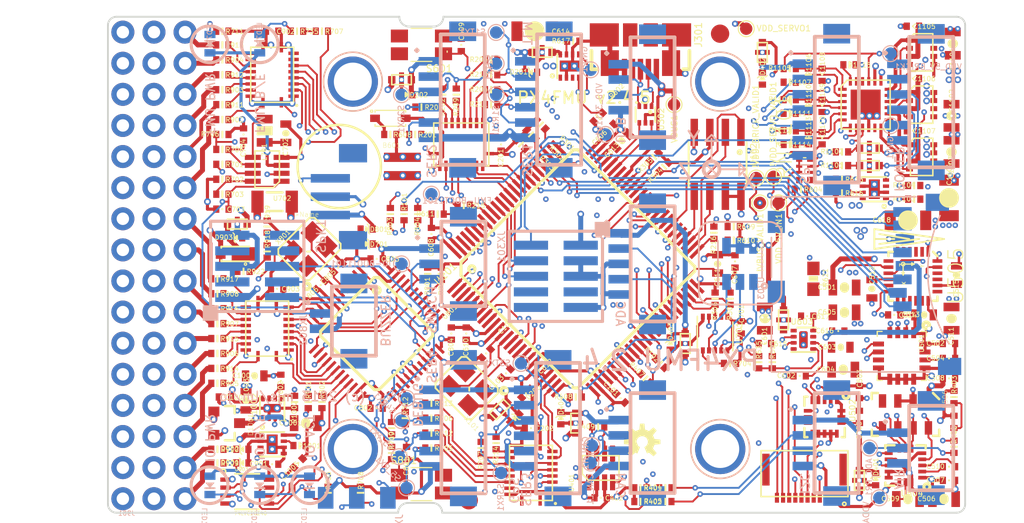
<source format=kicad_pcb>
(kicad_pcb (version 20171130) (host pcbnew 5.0.2-bee76a0~70~ubuntu18.04.1)
  (layers (0 Top signal) (1 Ground signal) (2 Horizontal signal) (3 Vertical signal) (4 Power signal) (31 Bottom signal) (34 B.Paste user hide) (35 F.Paste user hide) (36 B.SilkS user hide) (37 F.SilkS user hide) (38 B.Mask user hide) (39 F.Mask user hide) (44 Edge.Cuts user hide))
  (net 0 "")
  (net 1 IO-USART1_TX)
  (net 2 FMU-SWDIO)
  (net 3 VBUS)
  (net 4 ALARM)
  (net 5 SERIAL5_TX)
  (net 6 SERIAL5_RX)
  (net 7 GND)
  (net 8 FMU-VDD_3V3)
  (net 9 OTG_FS_DP)
  (net 10 OTG_FS_DM)
  (net 11 CAN2_RX)
  (net 12 CAN2_TX)
  (net 13 VDD_5V_IN)
  (net 14 ~BARO_CS)
  (net 15 FMU-I2C2_SCL)
  (net 16 FMU-I2C2_SDA)
  (net 17 IO-CH1)
  (net 18 IO-CH5)
  (net 19 IO-CH6)
  (net 20 SBUS_INPUT)
  (net 21 SAFETY)
  (net 22 IO-CH2)
  (net 23 IO-CH3)
  (net 24 IO-CH7)
  (net 25 IO-CH8)
  (net 26 IO-CH4)
  (net 27 SDIO_D0)
  (net 28 SDIO_D1)
  (net 29 SDIO_D2)
  (net 30 SDIO_D3)
  (net 31 ~GYRO_CS)
  (net 32 SERIAL2_TX)
  (net 33 SDIO_CMD)
  (net 34 SDIO_CK)
  (net 35 ACCEL_DRDY)
  (net 36 MAG_DRDY)
  (net 37 SERIAL1_TX)
  (net 38 SERIAL1_RX)
  (net 39 SERIAL2_RX)
  (net 40 SERIAL3_TX)
  (net 41 SERIAL3_RX)
  (net 42 SERIAL4_TX)
  (net 43 SERIAL4_RX)
  (net 44 VDD_5V_PERIPH)
  (net 45 FMU-USART2_TX)
  (net 46 FMU-USART2_RX)
  (net 47 FMU-USART2_CTS)
  (net 48 FMU-USART2_RTS)
  (net 49 FMU-USART3_TX)
  (net 50 FMU-USART3_RX)
  (net 51 FMU-USART3_CTS)
  (net 52 FMU-USART3_RTS)
  (net 53 FMU-UART4_TX)
  (net 54 FMU-UART4_RX)
  (net 55 FMU-UART7_TX)
  (net 56 FMU-UART7_RX)
  (net 57 FMU-UART8_TX)
  (net 58 FMU-UART8_RX)
  (net 59 ~VDD_5V_PERIPH_EN)
  (net 60 VDD_3V3_SENSORS_EN)
  (net 61 VDD_3V3_SENSORS)
  (net 62 ~VDD_5V_PERIPH_OC)
  (net 63 ~IO-LED_AMBER)
  (net 64 ~IO-LED_BLUE)
  (net 65 GYRO_DRDY)
  (net 66 ~IO-LED_SAFETY)
  (net 67 SPI_EXT_MISO)
  (net 68 SPI_EXT_MOSI)
  (net 69 SPI_EXT_SCK)
  (net 70 ~SPI_EXT_NSS)
  (net 71 FMU-CH1)
  (net 72 FMU-CH2)
  (net 73 FMU-CH3)
  (net 74 FMU-CH4)
  (net 75 FMU-CH5)
  (net 76 FMU-CH6)
  (net 77 PPM_INPUT)
  (net 78 SBUS_OUTPUT)
  (net 79 BATT_VOLTAGE_SENS)
  (net 80 BATT_CURRENT_SENS)
  (net 81 VDD_5V_SENS)
  (net 82 FMU-BOOT0)
  (net 83 IO-BOOT0)
  (net 84 SERIAL_FMU_TO_IO)
  (net 85 SERIAL_IO_TO_FMU)
  (net 86 CAN1_TX)
  (net 87 CAN1_RX)
  (net 88 SPI_INT_SCK)
  (net 89 SPI_INT_MISO)
  (net 90 SPI_INT_MOSI)
  (net 91 FMU-SWO)
  (net 92 FMU-I2C1_SCL)
  (net 93 FMU-I2C1_SDA)
  (net 94 FMU-SWCLK)
  (net 95 ~ACCEL_MAG_CS)
  (net 96 PRESSURE_SENS)
  (net 97 VBAT)
  (net 98 IO-VDD_3V3)
  (net 99 FMU_AUX_ADC1)
  (net 100 FMU_AUX_ADC2)
  (net 101 RSSI_IN)
  (net 102 ~SBUS_OUTPUT_EN)
  (net 103 VDD_5V_HIPOWER)
  (net 104 VDD_SERVO_SENS)
  (net 105 ~VDD_5V_HIPOWER_OC)
  (net 106 PRESSURE_SENS_IN)
  (net 107 CAN_H)
  (net 108 CAN_L)
  (net 109 FMU-~RESET)
  (net 110 ~FMU-LED_AMBER)
  (net 111 IO-~RESET)
  (net 112 VDD_3V3_SPEKTRUM)
  (net 113 VDD_3V3_SPEKTRUM_EN)
  (net 114 IO-VDD_5V5)
  (net 115 VDD_SERVO)
  (net 116 IO-~VDD_SERVO_IN_FAULT)
  (net 117 VDD_5V_BRICK)
  (net 118 VDD_SERVO_IN)
  (net 119 ~VDD_BRICK_VALID)
  (net 120 ~VDD_SERVO_VALID)
  (net 121 ~VBUS_VALID)
  (net 122 GPIO_EXT_1)
  (net 123 ~MPU_CS)
  (net 124 MPU_DRDY)
  (net 125 "Net-(C103-PadP$2)")
  (net 126 "Net-(C102-PadP$1)")
  (net 127 "Net-(R102-PadP$1)")
  (net 128 "Net-(C613-PadP$1)")
  (net 129 "Net-(R101-PadP$1)")
  (net 130 /PX4FMUv2.4.6_1/~FRAM_CS)
  (net 131 /PX4FMUv2.4.6_1/FRAM_MOSI)
  (net 132 /PX4FMUv2.4.6_1/FRAM_MISO)
  (net 133 /PX4FMUv2.4.6_1/FRAM_SCK)
  (net 134 "Net-(C611-PadP$1)")
  (net 135 "Net-(U101-Pad16)")
  (net 136 /PX4FMUv2.4.6_2/SERIAL1_RTS)
  (net 137 /PX4FMUv2.4.6_2/SERIAL1_CTS)
  (net 138 "Net-(D201-PadC)")
  (net 139 "Net-(J203-Pad5)")
  (net 140 "Net-(J203-Pad4)")
  (net 141 "Net-(D203-PadC)")
  (net 142 /PX4FMUv2.4.6_2/SERIAL2_RTS)
  (net 143 /PX4FMUv2.4.6_2/SERIAL2_CTS)
  (net 144 "Net-(D202-PadC)")
  (net 145 "Net-(R201-PadP$1)")
  (net 146 "Net-(R208-PadP$1)")
  (net 147 "Net-(R202-PadP$1)")
  (net 148 "Net-(R209-PadP$1)")
  (net 149 "Net-(R203-PadP$1)")
  (net 150 "Net-(R210-PadP$1)")
  (net 151 "Net-(R204-PadP$1)")
  (net 152 "Net-(R211-PadP$1)")
  (net 153 "Net-(U202-Pad1)")
  (net 154 "Net-(U202-Pad20)")
  (net 155 "Net-(U202-Pad18)")
  (net 156 "Net-(R205-PadP$1)")
  (net 157 "Net-(R212-PadP$1)")
  (net 158 "Net-(R206-PadP$1)")
  (net 159 "Net-(R213-PadP$1)")
  (net 160 "Net-(R207-PadP$1)")
  (net 161 "Net-(R214-PadP$1)")
  (net 162 "Net-(U202-Pad3)")
  (net 163 "Net-(J301-PadID)")
  (net 164 "Net-(J301-PadD-)")
  (net 165 "Net-(J301-PadD+)")
  (net 166 "Net-(JX301-Pad10)")
  (net 167 "Net-(JX301-Pad8)")
  (net 168 "Net-(D401-PadC)")
  (net 169 "Net-(D402-PadC)")
  (net 170 "Net-(J401-Pad2)")
  (net 171 "Net-(J401-Pad3)")
  (net 172 "Net-(D404-PadC)")
  (net 173 "Net-(J404-Pad4)")
  (net 174 "Net-(J404-Pad2)")
  (net 175 "Net-(D403-PadC)")
  (net 176 "Net-(C509-PadP$1)")
  (net 177 "Net-(U506-Pad4)")
  (net 178 "Net-(C510-PadP$2)")
  (net 179 "Net-(C510-PadP$1)")
  (net 180 "Net-(U501-Pad7)")
  (net 181 "Net-(C504-PadP$1)")
  (net 182 "Net-(C505-PadP$1)")
  (net 183 "Net-(U502-Pad8)")
  (net 184 "Net-(U502-Pad7)")
  (net 185 "Net-(U505-Pad22)")
  (net 186 "Net-(U505-Pad21)")
  (net 187 "Net-(C515-PadP$1)")
  (net 188 "Net-(U505-Pad19)")
  (net 189 "Net-(U505-Pad17)")
  (net 190 "Net-(U505-Pad16)")
  (net 191 "Net-(U505-Pad15)")
  (net 192 "Net-(U505-Pad14)")
  (net 193 "Net-(U505-Pad11)")
  (net 194 "Net-(C512-PadP$1)")
  (net 195 "Net-(U505-Pad7)")
  (net 196 "Net-(U505-Pad6)")
  (net 197 "Net-(U505-Pad5)")
  (net 198 "Net-(U505-Pad4)")
  (net 199 "Net-(U505-Pad3)")
  (net 200 "Net-(U505-Pad2)")
  (net 201 "Net-(C601-PadP$1)")
  (net 202 "Net-(D602-PadC)")
  (net 203 "Net-(C602-PadP$2)")
  (net 204 "Net-(R617-PadP$1)")
  (net 205 "Net-(R616-PadP$1)")
  (net 206 "Net-(C703-PadP$1)")
  (net 207 "Net-(LED704-PadC)")
  (net 208 "Net-(LED702-PadC)")
  (net 209 "Net-(LED703-PadC)")
  (net 210 "Net-(LED705-PadC)")
  (net 211 "Net-(R709-PadP$2)")
  (net 212 "Net-(J702-Pad2)")
  (net 213 "Net-(U701-Pad7)")
  (net 214 "Net-(U701-Pad8)")
  (net 215 "Net-(U701-Pad9)")
  (net 216 "Net-(R702-PadP$1)")
  (net 217 "Net-(R701-PadP$1)")
  (net 218 "Net-(C704-PadP$1)")
  (net 219 "Net-(L701-PadP$2)")
  (net 220 "Net-(R705-PadP$2)")
  (net 221 "Net-(R704-PadP$2)")
  (net 222 "Net-(R707-PadP$2)")
  (net 223 "Net-(LED701-PadC)")
  (net 224 "Net-(U801-Pad43)")
  (net 225 "Net-(U801-Pad42)")
  (net 226 /PX4FMUv2.4.6_8/IO-SWO)
  (net 227 /PX4FMUv2.4.6_8/IO-SWCLK)
  (net 228 /PX4FMUv2.4.6_8/IO-SWDIO)
  (net 229 "Net-(U801-Pad32)")
  (net 230 /PX4FMUv2.4.6_8/IO-USART1_RX)
  (net 231 "Net-(U801-Pad25)")
  (net 232 "Net-(R802-PadP$1)")
  (net 233 "Net-(R804-PadP$1)")
  (net 234 "Net-(R803-PadP$1)")
  (net 235 "Net-(C806-PadP$2)")
  (net 236 "Net-(C805-PadP$1)")
  (net 237 "Net-(U801-Pad4)")
  (net 238 "Net-(U801-Pad3)")
  (net 239 "Net-(JX802-Pad10)")
  (net 240 "Net-(JX802-Pad8)")
  (net 241 "Net-(J901-Pad46)")
  (net 242 "Net-(J901-Pad43)")
  (net 243 "Net-(J901-Pad40)")
  (net 244 "Net-(J901-Pad37)")
  (net 245 "Net-(J901-Pad34)")
  (net 246 "Net-(J901-Pad31)")
  (net 247 "Net-(J901-Pad28)")
  (net 248 "Net-(J901-Pad25)")
  (net 249 "Net-(J901-Pad22)")
  (net 250 "Net-(J901-Pad19)")
  (net 251 "Net-(J901-Pad16)")
  (net 252 "Net-(J901-Pad13)")
  (net 253 "Net-(J901-Pad10)")
  (net 254 "Net-(J901-Pad7)")
  (net 255 "Net-(J901-Pad4)")
  (net 256 "Net-(J901-Pad1)")
  (net 257 "Net-(R902-PadP$1)")
  (net 258 "Net-(R911-PadP$1)")
  (net 259 "Net-(R903-PadP$1)")
  (net 260 "Net-(R912-PadP$1)")
  (net 261 "Net-(R904-PadP$1)")
  (net 262 "Net-(R913-PadP$1)")
  (net 263 "Net-(U901-Pad13)")
  (net 264 "Net-(U901-Pad12)")
  (net 265 "Net-(U901-Pad9)")
  (net 266 "Net-(U901-Pad8)")
  (net 267 "Net-(R905-PadP$1)")
  (net 268 "Net-(R914-PadP$1)")
  (net 269 "Net-(R906-PadP$1)")
  (net 270 "Net-(R915-PadP$1)")
  (net 271 "Net-(R907-PadP$1)")
  (net 272 "Net-(R916-PadP$1)")
  (net 273 "Net-(R908-PadP$1)")
  (net 274 "Net-(R917-PadP$1)")
  (net 275 "Net-(D902-PadC)")
  (net 276 "Net-(D903-PadC)")
  (net 277 "Net-(R918-PadP$2)")
  (net 278 "Net-(C1002-PadP$1)")
  (net 279 "Net-(D1001-Pad2)")
  (net 280 "Net-(R1001-PadP$2)")
  (net 281 "Net-(D1001-Pad1)")
  (net 282 "Net-(J601-Pad4)")
  (net 283 "Net-(J601-Pad3)")
  (net 284 "Net-(L1102-PadP$2)")
  (net 285 "Net-(L1101-PadP$2)")
  (net 286 "Net-(R1115-PadP$2)")
  (net 287 "Net-(U1101-PadP$23)")
  (net 288 "Net-(U1101-PadP$22)")
  (net 289 "Net-(C1105-PadP$1)")
  (net 290 "Net-(U1101-PadP$17)")
  (net 291 "Net-(C1106-PadP$1)")
  (net 292 "Net-(U1101-PadP$15)")
  (net 293 "Net-(C1107-PadP$1)")
  (net 294 "Net-(U1101-PadP$13)")
  (net 295 "Net-(U1101-PadP$11)")
  (net 296 "Net-(R1113-PadP$2)")
  (net 297 "Net-(C1110-PadP$1)")
  (net 298 "Net-(R1110-PadP$2)")
  (net 299 "Net-(C1109-PadP$1)")
  (net 300 "Net-(R1106-PadP$2)")
  (net 301 "Net-(C1108-PadP$1)")
  (module PX4FMUv2.4.6:OSCILLATOR-3.2X2.5 (layer Top) (at 142.7939 115.0776 135)
    (fp_text reference X101 (at -1.6 -2 -45) (layer F.SilkS) (effects (font (size 0.38 0.38) (thickness 0.038)) (justify left bottom)))
    (fp_text value "3.2x2.5 mm / 24 MHz / 15 ppm")
    (pad 2 smd rect (at 1.1 0.85 135) (size 1.4 1.2) (layers Top F.Paste F.Mask) (net 7 GND))
    (pad 1 smd rect (at -1.1 0.85 135) (size 1.4 1.2) (layers Top F.Paste F.Mask) (net 125 "Net-(C103-PadP$2)"))
    (pad 3 smd rect (at 1.1 -0.85 135) (size 1.4 1.2) (layers Top F.Paste F.Mask) (net 126 "Net-(C102-PadP$1)"))
    (pad 4 smd rect (at -1.1 -0.85 135) (size 1.4 1.2) (layers Top F.Paste F.Mask) (net 7 GND))
  )
  (module PX4FMUv2.4.6:0402-CAP (layer Top) (at 144.3875 112.2488 225)
    (fp_text reference C102 (at -1.889 0.2015 225) (layer F.SilkS) (effects (font (size 0.38608 0.38608) (thickness 0.06096)) (justify left bottom)))
    (fp_text value 8p)
    (pad P$2 smd rect (at 0.5 0 225) (size 0.5 0.6) (layers Top F.Paste F.Mask) (net 7 GND))
    (pad P$1 smd rect (at -0.5 0 225) (size 0.5 0.6) (layers Top F.Paste F.Mask) (net 126 "Net-(C102-PadP$1)"))
  )
  (module PX4FMUv2.4.6:0402-CAP (layer Top) (at 146.0131 113.8744 45)
    (fp_text reference C103 (at -1.889 0.2015 45) (layer F.SilkS) (effects (font (size 0.38608 0.38608) (thickness 0.06096)) (justify left bottom)))
    (fp_text value 8p)
    (pad P$2 smd rect (at 0.5 0 45) (size 0.5 0.6) (layers Top F.Paste F.Mask) (net 125 "Net-(C103-PadP$2)"))
    (pad P$1 smd rect (at -0.5 0 45) (size 0.5 0.6) (layers Top F.Paste F.Mask) (net 7 GND))
  )
  (module PX4FMUv2.4.6:0402-RES (layer Top) (at 158.6115 113.0616 315)
    (fp_text reference R102 (at -1.789 0.2015 315) (layer F.SilkS) (effects (font (size 0.38608 0.38608) (thickness 0.06096)) (justify left bottom)))
    (fp_text value 10K)
    (pad P$2 smd rect (at 0.5 0 315) (size 0.5 0.6) (layers Top F.Paste F.Mask) (net 7 GND))
    (pad P$1 smd rect (at -0.5 0 315) (size 0.5 0.6) (layers Top F.Paste F.Mask) (net 127 "Net-(R102-PadP$1)"))
  )
  (module PX4FMUv2.4.6:0603-CAP (layer Top) (at 155.4619 94.8752 45)
    (fp_text reference C613 (at -1.889 0.2015 45) (layer F.SilkS) (effects (font (size 0.38608 0.38608) (thickness 0.06096)) (justify left bottom)))
    (fp_text value 2u2)
    (pad P$2 smd rect (at 0.75 0 45) (size 0.6 0.9) (layers Top F.Paste F.Mask) (net 7 GND))
    (pad P$1 smd rect (at -0.75 0 45) (size 0.6 0.9) (layers Top F.Paste F.Mask) (net 128 "Net-(C613-PadP$1)"))
  )
  (module PX4FMUv2.4.6:0402-CAP (layer Top) (at 164.7075 104.7304 90)
    (fp_text reference C607 (at -1.889 0.2015 90) (layer F.SilkS) (effects (font (size 0.38608 0.38608) (thickness 0.057912)) (justify left bottom)))
    (fp_text value 0u1)
    (pad P$2 smd rect (at 0.5 0 90) (size 0.5 0.6) (layers Top F.Paste F.Mask) (net 7 GND))
    (pad P$1 smd rect (at -0.5 0 90) (size 0.5 0.6) (layers Top F.Paste F.Mask) (net 8 FMU-VDD_3V3))
  )
  (module PX4FMUv2.4.6:0402-CAP (layer Top) (at 139.9171 102.4952 90)
    (fp_text reference C608 (at -1.889 0.2015 90) (layer F.SilkS) (effects (font (size 0.38608 0.38608) (thickness 0.06096)) (justify left bottom)))
    (fp_text value 0u1)
    (pad P$2 smd rect (at 0.5 0 90) (size 0.5 0.6) (layers Top F.Paste F.Mask) (net 7 GND))
    (pad P$1 smd rect (at -0.5 0 90) (size 0.5 0.6) (layers Top F.Paste F.Mask) (net 8 FMU-VDD_3V3))
  )
  (module PX4FMUv2.4.6:0402-CAP (layer Top) (at 147.6387 115.5 225)
    (fp_text reference C612 (at -1.889 0.2015 225) (layer F.SilkS) (effects (font (size 0.38608 0.38608) (thickness 0.06096)) (justify left bottom)))
    (fp_text value 0u1)
    (pad P$2 smd rect (at 0.5 0 225) (size 0.5 0.6) (layers Top F.Paste F.Mask) (net 7 GND))
    (pad P$1 smd rect (at -0.5 0 225) (size 0.5 0.6) (layers Top F.Paste F.Mask) (net 8 FMU-VDD_3V3))
  )
  (module PX4FMUv2.4.6:0402-RES (layer Top) (at 140.4251 100.8696)
    (fp_text reference R611 (at -1.789 0.2015) (layer F.SilkS) (effects (font (size 0.38608 0.38608) (thickness 0.06096)) (justify left bottom)))
    (fp_text value 10K)
    (pad P$2 smd rect (at 0.5 0) (size 0.5 0.6) (layers Top F.Paste F.Mask) (net 82 FMU-BOOT0))
    (pad P$1 smd rect (at -0.5 0) (size 0.5 0.6) (layers Top F.Paste F.Mask) (net 7 GND))
  )
  (module PX4FMUv2.4.6:0402-CAP (layer Top) (at 142.3555 87.052 270)
    (fp_text reference C609 (at -1.889 0.2015 270) (layer F.SilkS) (effects (font (size 0.38608 0.38608) (thickness 0.06096)) (justify right top)))
    (fp_text value 0u1)
    (pad P$2 smd rect (at 0.5 0 270) (size 0.5 0.6) (layers Top F.Paste F.Mask) (net 109 FMU-~RESET))
    (pad P$1 smd rect (at -0.5 0 270) (size 0.5 0.6) (layers Top F.Paste F.Mask) (net 7 GND))
  )
  (module PX4FMUv2.4.6:EVQP7J01K (layer Top) (at 139.1043 87.052 180)
    (fp_text reference S601 (at -2.589 -1.5985) (layer F.SilkS) (effects (font (size 0.57 0.57) (thickness 0.0855)) (justify right top)))
    (fp_text value RESET)
    (pad B4 smd rect (at 1.8 0.725 180) (size 1.4 1.05) (layers Top F.Paste F.Mask))
    (pad B3 smd rect (at -1.8 0.725 180) (size 1.4 1.05) (layers Top F.Paste F.Mask) (net 7 GND))
    (pad A2 smd rect (at 1.8 -0.725 180) (size 1.4 1.05) (layers Top F.Paste F.Mask))
    (pad A1 smd rect (at -1.8 -0.725 180) (size 1.4 1.05) (layers Top F.Paste F.Mask) (net 109 FMU-~RESET))
  )
  (module PX4FMUv2.4.6:0805-CAP (layer Top) (at 178.8299 124.136)
    (fp_text reference C509 (at -2.219 0.2015) (layer F.SilkS) (effects (font (size 0.38608 0.38608) (thickness 0.06096)) (justify left bottom)))
    (fp_text value 10u/10V)
    (pad P$2 smd rect (at 0.95 0) (size 0.7 1.3) (layers Top F.Paste F.Mask) (net 7 GND))
    (pad P$1 smd rect (at -0.95 0) (size 0.7 1.3) (layers Top F.Paste F.Mask) (net 176 "Net-(C509-PadP$1)"))
  )
  (module PX4FMUv2.4.6:MS5611-01BA (layer Top) (at 178.6267 117.2272 270)
    (fp_text reference U506 (at -2 -3 270) (layer F.SilkS) (effects (font (size 0.38608 0.38608) (thickness 0.032512)) (justify right top)))
    (fp_text value MS5611-01BA)
    (pad 8 smd rect (at 1.1 -1.875 90) (size 1.1 0.6) (layers Top F.Paste F.Mask) (net 88 SPI_INT_SCK))
    (pad 7 smd rect (at 1.1 -0.625 90) (size 1.1 0.6) (layers Top F.Paste F.Mask) (net 90 SPI_INT_MOSI))
    (pad 6 smd rect (at 1.1 0.625 90) (size 1.1 0.6) (layers Top F.Paste F.Mask) (net 89 SPI_INT_MISO))
    (pad 5 smd rect (at 1.1 1.875 90) (size 1.1 0.6) (layers Top F.Paste F.Mask) (net 14 ~BARO_CS))
    (pad 4 smd rect (at -1.1 1.875 270) (size 1.1 0.6) (layers Top F.Paste F.Mask) (net 177 "Net-(U506-Pad4)"))
    (pad 3 smd rect (at -1.1 0.625 270) (size 1.1 0.6) (layers Top F.Paste F.Mask) (net 7 GND))
    (pad 2 smd rect (at -1.1 -0.625 270) (size 1.1 0.6) (layers Top F.Paste F.Mask) (net 7 GND))
    (pad 1 smd rect (at -1.1 -1.875 270) (size 1.1 0.6) (layers Top F.Paste F.Mask) (net 61 VDD_3V3_SENSORS))
  )
  (module PX4FMUv2.4.6:0402-CAP (layer Top) (at 182.1827 114.2808)
    (fp_text reference C508 (at -1.889 0.2015) (layer F.SilkS) (effects (font (size 0.38608 0.38608) (thickness 0.06096)) (justify left bottom)))
    (fp_text value 0u1)
    (pad P$2 smd rect (at 0.5 0) (size 0.5 0.6) (layers Top F.Paste F.Mask) (net 7 GND))
    (pad P$1 smd rect (at -0.5 0) (size 0.5 0.6) (layers Top F.Paste F.Mask) (net 61 VDD_3V3_SENSORS))
  )
  (module PX4FMUv2.4.6:0402-CAP (layer Top) (at 182.1827 122.612)
    (fp_text reference C507 (at -1.889 0.2015) (layer F.SilkS) (effects (font (size 0.38608 0.38608) (thickness 0.06096)) (justify left bottom)))
    (fp_text value 0u1)
    (pad P$2 smd rect (at 0.5 0) (size 0.5 0.6) (layers Top F.Paste F.Mask) (net 7 GND))
    (pad P$1 smd rect (at -0.5 0) (size 0.5 0.6) (layers Top F.Paste F.Mask) (net 61 VDD_3V3_SENSORS))
  )
  (module PX4FMUv2.4.6:0402-CAP (layer Top) (at 182.1827 121.4944)
    (fp_text reference C510 (at -1.889 0.2015) (layer F.SilkS) (effects (font (size 0.38608 0.38608) (thickness 0.057912)) (justify left bottom)))
    (fp_text value 0u47)
    (pad P$2 smd rect (at 0.5 0) (size 0.5 0.6) (layers Top F.Paste F.Mask) (net 178 "Net-(C510-PadP$2)"))
    (pad P$1 smd rect (at -0.5 0) (size 0.5 0.6) (layers Top F.Paste F.Mask) (net 179 "Net-(C510-PadP$1)"))
  )
  (module PX4FMUv2.4.6:0805-CAP (layer Top) (at 181.7763 124.136)
    (fp_text reference C506 (at -2.219 0.2015) (layer F.SilkS) (effects (font (size 0.38608 0.38608) (thickness 0.057912)) (justify left bottom)))
    (fp_text value 10u/10V)
    (pad P$2 smd rect (at 0.95 0) (size 0.7 1.3) (layers Top F.Paste F.Mask) (net 7 GND))
    (pad P$1 smd rect (at -0.95 0) (size 0.7 1.3) (layers Top F.Paste F.Mask) (net 61 VDD_3V3_SENSORS))
  )
  (module PX4FMUv2.4.6:LGA-16L (layer Top) (at 178.6267 121.3928 180)
    (fp_text reference U504 (at -1.5 -2 180) (layer F.SilkS) (effects (font (size 0.475 0.475) (thickness 0.075)) (justify right top)))
    (fp_text value LSM303D)
    (pad 16 smd rect (at -0.5 -1.37 90) (size 0.65 0.3) (layers Top F.Paste F.Mask) (net 7 GND))
    (pad 15 smd rect (at 0 -1.37 90) (size 0.65 0.3) (layers Top F.Paste F.Mask) (net 176 "Net-(C509-PadP$1)"))
    (pad 14 smd rect (at 0.5 -1.37 90) (size 0.65 0.3) (layers Top F.Paste F.Mask) (net 61 VDD_3V3_SENSORS))
    (pad 13 smd rect (at 1.37 -1) (size 0.65 0.3) (layers Top F.Paste F.Mask) (net 7 GND))
    (pad 12 smd rect (at 1.37 -0.5) (size 0.65 0.3) (layers Top F.Paste F.Mask) (net 7 GND))
    (pad 11 smd rect (at 1.37 0) (size 0.65 0.3) (layers Top F.Paste F.Mask) (net 35 ACCEL_DRDY))
    (pad 10 smd rect (at 1.37 0.5) (size 0.65 0.3) (layers Top F.Paste F.Mask) (net 7 GND))
    (pad 9 smd rect (at 1.37 1) (size 0.65 0.3) (layers Top F.Paste F.Mask) (net 36 MAG_DRDY))
    (pad 8 smd rect (at 0.5 1.37 270) (size 0.65 0.3) (layers Top F.Paste F.Mask) (net 95 ~ACCEL_MAG_CS))
    (pad 7 smd rect (at 0 1.37 270) (size 0.65 0.3) (layers Top F.Paste F.Mask) (net 89 SPI_INT_MISO))
    (pad 6 smd rect (at -0.5 1.37 270) (size 0.65 0.3) (layers Top F.Paste F.Mask) (net 90 SPI_INT_MOSI))
    (pad 5 smd rect (at -1.37 1 180) (size 0.65 0.3) (layers Top F.Paste F.Mask) (net 7 GND))
    (pad 4 smd rect (at -1.37 0.5 180) (size 0.65 0.3) (layers Top F.Paste F.Mask) (net 88 SPI_INT_SCK))
    (pad 3 smd rect (at -1.37 0 180) (size 0.65 0.3) (layers Top F.Paste F.Mask) (net 178 "Net-(C510-PadP$2)"))
    (pad 2 smd rect (at -1.37 -0.5 180) (size 0.65 0.3) (layers Top F.Paste F.Mask) (net 179 "Net-(C510-PadP$1)"))
    (pad 1 smd rect (at -1.37 -1 180) (size 0.65 0.3) (layers Top F.Paste F.Mask) (net 61 VDD_3V3_SENSORS))
  )
  (module PX4FMUv2.4.6:0603-CAP (layer Top) (at 163.2851 104.9336 90)
    (fp_text reference C611 (at -1.889 0.2015 90) (layer F.SilkS) (effects (font (size 0.38608 0.38608) (thickness 0.06096)) (justify left bottom)))
    (fp_text value 2u2)
    (pad P$2 smd rect (at 0.75 0 90) (size 0.6 0.9) (layers Top F.Paste F.Mask) (net 7 GND))
    (pad P$1 smd rect (at -0.75 0 90) (size 0.6 0.9) (layers Top F.Paste F.Mask) (net 134 "Net-(C611-PadP$1)"))
  )
  (module PX4FMUv2.4.6:0402-CAP (layer Top) (at 142.7619 110.6232 90)
    (fp_text reference C610 (at -1.889 0.2015 90) (layer F.SilkS) (effects (font (size 0.38608 0.38608) (thickness 0.06096)) (justify left bottom)))
    (fp_text value 0u1)
    (pad P$2 smd rect (at 0.5 0 90) (size 0.5 0.6) (layers Top F.Paste F.Mask) (net 7 GND))
    (pad P$1 smd rect (at -0.5 0 90) (size 0.5 0.6) (layers Top F.Paste F.Mask) (net 8 FMU-VDD_3V3))
  )
  (module PX4FMUv2.4.6:TQFP48 (layer Top) (at 135.4467 110.6232 225)
    (fp_text reference U801 (at -4.689 -3.1985 225) (layer F.SilkS) (effects (font (size 0.38 0.38) (thickness 0.06)) (justify left bottom)))
    (fp_text value STM32F10XCXT6)
    (pad 48 smd rect (at -4.5 2.75 225) (size 1 0.24) (layers Top F.Paste F.Mask) (net 98 IO-VDD_3V3))
    (pad 47 smd rect (at -4.5 2.25 225) (size 1 0.24) (layers Top F.Paste F.Mask) (net 7 GND))
    (pad 46 smd rect (at -4.5 1.75 225) (size 1 0.24) (layers Top F.Paste F.Mask) (net 26 IO-CH4))
    (pad 45 smd rect (at -4.5 1.25 225) (size 1 0.24) (layers Top F.Paste F.Mask) (net 23 IO-CH3))
    (pad 44 smd rect (at -4.5 0.75 225) (size 1 0.24) (layers Top F.Paste F.Mask) (net 83 IO-BOOT0))
    (pad 43 smd rect (at -4.5 0.25 225) (size 1 0.24) (layers Top F.Paste F.Mask) (net 224 "Net-(U801-Pad43)"))
    (pad 42 smd rect (at -4.5 -0.25 225) (size 1 0.24) (layers Top F.Paste F.Mask) (net 225 "Net-(U801-Pad42)"))
    (pad 41 smd rect (at -4.5 -0.75 225) (size 1 0.24) (layers Top F.Paste F.Mask) (net 21 SAFETY))
    (pad 40 smd rect (at -4.5 -1.25 225) (size 1 0.24) (layers Top F.Paste F.Mask) (net 102 ~SBUS_OUTPUT_EN))
    (pad 39 smd rect (at -4.5 -1.75 225) (size 1 0.24) (layers Top F.Paste F.Mask) (net 226 /PX4FMUv2.4.6_8/IO-SWO))
    (pad 38 smd rect (at -4.5 -2.25 225) (size 1 0.24) (layers Top F.Paste F.Mask) (net 116 IO-~VDD_SERVO_IN_FAULT))
    (pad 37 smd rect (at -4.5 -2.75 225) (size 1 0.24) (layers Top F.Paste F.Mask) (net 227 /PX4FMUv2.4.6_8/IO-SWCLK))
    (pad 36 smd rect (at -2.75 -4.5 225) (size 0.24 1) (layers Top F.Paste F.Mask) (net 98 IO-VDD_3V3))
    (pad 35 smd rect (at -2.25 -4.5 225) (size 0.24 1) (layers Top F.Paste F.Mask) (net 7 GND))
    (pad 34 smd rect (at -1.75 -4.5 225) (size 0.24 1) (layers Top F.Paste F.Mask) (net 228 /PX4FMUv2.4.6_8/IO-SWDIO))
    (pad 33 smd rect (at -1.25 -4.5 225) (size 0.24 1) (layers Top F.Paste F.Mask) (net 101 RSSI_IN))
    (pad 32 smd rect (at -0.75 -4.5 225) (size 0.24 1) (layers Top F.Paste F.Mask) (net 229 "Net-(U801-Pad32)"))
    (pad 31 smd rect (at -0.25 -4.5 225) (size 0.24 1) (layers Top F.Paste F.Mask) (net 230 /PX4FMUv2.4.6_8/IO-USART1_RX))
    (pad 30 smd rect (at 0.25 -4.5 225) (size 0.24 1) (layers Top F.Paste F.Mask) (net 1 IO-USART1_TX))
    (pad 29 smd rect (at 0.75 -4.5 225) (size 0.24 1) (layers Top F.Paste F.Mask) (net 77 PPM_INPUT))
    (pad 28 smd rect (at 1.25 -4.5 225) (size 0.24 1) (layers Top F.Paste F.Mask) (net 63 ~IO-LED_AMBER))
    (pad 27 smd rect (at 1.75 -4.5 225) (size 0.24 1) (layers Top F.Paste F.Mask) (net 64 ~IO-LED_BLUE))
    (pad 26 smd rect (at 2.25 -4.5 225) (size 0.24 1) (layers Top F.Paste F.Mask) (net 66 ~IO-LED_SAFETY))
    (pad 25 smd rect (at 2.75 -4.5 225) (size 0.24 1) (layers Top F.Paste F.Mask) (net 231 "Net-(U801-Pad25)"))
    (pad 24 smd rect (at 4.5 -2.75 225) (size 1 0.24) (layers Top F.Paste F.Mask) (net 98 IO-VDD_3V3))
    (pad 23 smd rect (at 4.5 -2.25 225) (size 1 0.24) (layers Top F.Paste F.Mask) (net 7 GND))
    (pad 22 smd rect (at 4.5 -1.75 225) (size 1 0.24) (layers Top F.Paste F.Mask) (net 20 SBUS_INPUT))
    (pad 21 smd rect (at 4.5 -1.25 225) (size 1 0.24) (layers Top F.Paste F.Mask) (net 78 SBUS_OUTPUT))
    (pad 20 smd rect (at 4.5 -0.75 225) (size 1 0.24) (layers Top F.Paste F.Mask) (net 232 "Net-(R802-PadP$1)"))
    (pad 19 smd rect (at 4.5 -0.25 225) (size 1 0.24) (layers Top F.Paste F.Mask) (net 25 IO-CH8))
    (pad 18 smd rect (at 4.5 0.25 225) (size 1 0.24) (layers Top F.Paste F.Mask) (net 24 IO-CH7))
    (pad 17 smd rect (at 4.5 0.75 225) (size 1 0.24) (layers Top F.Paste F.Mask) (net 19 IO-CH6))
    (pad 16 smd rect (at 4.5 1.25 225) (size 1 0.24) (layers Top F.Paste F.Mask) (net 18 IO-CH5))
    (pad 15 smd rect (at 4.5 1.75 225) (size 1 0.24) (layers Top F.Paste F.Mask) (net 101 RSSI_IN))
    (pad 14 smd rect (at 4.5 2.25 225) (size 1 0.24) (layers Top F.Paste F.Mask) (net 104 VDD_SERVO_SENS))
    (pad 13 smd rect (at 4.5 2.75 225) (size 1 0.24) (layers Top F.Paste F.Mask) (net 233 "Net-(R804-PadP$1)"))
    (pad 12 smd rect (at 2.75 4.5 225) (size 0.24 1) (layers Top F.Paste F.Mask) (net 234 "Net-(R803-PadP$1)"))
    (pad 11 smd rect (at 2.25 4.5 225) (size 0.24 1) (layers Top F.Paste F.Mask) (net 22 IO-CH2))
    (pad 10 smd rect (at 1.75 4.5 225) (size 0.24 1) (layers Top F.Paste F.Mask) (net 17 IO-CH1))
    (pad 9 smd rect (at 1.25 4.5 225) (size 0.24 1) (layers Top F.Paste F.Mask) (net 98 IO-VDD_3V3))
    (pad 8 smd rect (at 0.75 4.5 225) (size 0.24 1) (layers Top F.Paste F.Mask) (net 7 GND))
    (pad 7 smd rect (at 0.25 4.5 225) (size 0.24 1) (layers Top F.Paste F.Mask) (net 111 IO-~RESET))
    (pad 6 smd rect (at -0.25 4.5 225) (size 0.24 1) (layers Top F.Paste F.Mask) (net 235 "Net-(C806-PadP$2)"))
    (pad 5 smd rect (at -0.75 4.5 225) (size 0.24 1) (layers Top F.Paste F.Mask) (net 236 "Net-(C805-PadP$1)"))
    (pad 4 smd rect (at -1.25 4.5 225) (size 0.24 1) (layers Top F.Paste F.Mask) (net 237 "Net-(U801-Pad4)"))
    (pad 3 smd rect (at -1.75 4.5 225) (size 0.24 1) (layers Top F.Paste F.Mask) (net 238 "Net-(U801-Pad3)"))
    (pad 2 smd rect (at -2.25 4.5 225) (size 0.24 1) (layers Top F.Paste F.Mask) (net 113 VDD_3V3_SPEKTRUM_EN))
    (pad 1 smd rect (at -2.75 4.5 225) (size 0.24 1) (layers Top F.Paste F.Mask) (net 97 VBAT))
  )
  (module PX4FMUv2.4.6:OSCILLATOR-3.2X2.5 (layer Top) (at 129.9603 103.7144 45)
    (fp_text reference X801 (at -1.6 -2 45) (layer F.SilkS) (effects (font (size 0.38 0.38) (thickness 0.06)) (justify left bottom)))
    (fp_text value "3.2x2.5 mm / 24 MHz / 15 ppm")
    (pad 2 smd rect (at 1.1 0.85 45) (size 1.4 1.2) (layers Top F.Paste F.Mask) (net 7 GND))
    (pad 1 smd rect (at -1.1 0.85 45) (size 1.4 1.2) (layers Top F.Paste F.Mask) (net 235 "Net-(C806-PadP$2)"))
    (pad 3 smd rect (at 1.1 -0.85 45) (size 1.4 1.2) (layers Top F.Paste F.Mask) (net 236 "Net-(C805-PadP$1)"))
    (pad 4 smd rect (at -1.1 -0.85 45) (size 1.4 1.2) (layers Top F.Paste F.Mask) (net 7 GND))
  )
  (module PX4FMUv2.4.6:0402-CAP (layer Top) (at 141.5427 110.6232 90)
    (fp_text reference C804 (at -1.889 0.2015 90) (layer F.SilkS) (effects (font (size 0.38608 0.38608) (thickness 0.06096)) (justify left bottom)))
    (fp_text value 0u1)
    (pad P$2 smd rect (at 0.5 0 90) (size 0.5 0.6) (layers Top F.Paste F.Mask) (net 7 GND))
    (pad P$1 smd rect (at -0.5 0 90) (size 0.5 0.6) (layers Top F.Paste F.Mask) (net 98 IO-VDD_3V3))
  )
  (module PX4FMUv2.4.6:0402-CAP (layer Top) (at 135.4467 104.5272 180)
    (fp_text reference C803 (at -1.889 0.2015 180) (layer F.SilkS) (effects (font (size 0.38608 0.38608) (thickness 0.06096)) (justify right top)))
    (fp_text value 0u1)
    (pad P$2 smd rect (at 0.5 0 180) (size 0.5 0.6) (layers Top F.Paste F.Mask) (net 7 GND))
    (pad P$1 smd rect (at -0.5 0 180) (size 0.5 0.6) (layers Top F.Paste F.Mask) (net 98 IO-VDD_3V3))
  )
  (module PX4FMUv2.4.6:0402-CAP (layer Top) (at 135.4467 116.7192)
    (fp_text reference C802 (at -1.889 0.2015) (layer F.SilkS) (effects (font (size 0.38608 0.38608) (thickness 0.06096)) (justify left bottom)))
    (fp_text value 0u1)
    (pad P$2 smd rect (at 0.5 0) (size 0.5 0.6) (layers Top F.Paste F.Mask) (net 7 GND))
    (pad P$1 smd rect (at -0.5 0) (size 0.5 0.6) (layers Top F.Paste F.Mask) (net 98 IO-VDD_3V3))
  )
  (module PX4FMUv2.4.6:0402-CAP (layer Top) (at 132.2971 105.2384 45)
    (fp_text reference C805 (at -1.889 0.2015 45) (layer F.SilkS) (effects (font (size 0.38608 0.38608) (thickness 0.06096)) (justify left bottom)))
    (fp_text value 8p)
    (pad P$2 smd rect (at 0.5 0 45) (size 0.5 0.6) (layers Top F.Paste F.Mask) (net 7 GND))
    (pad P$1 smd rect (at -0.5 0 45) (size 0.5 0.6) (layers Top F.Paste F.Mask) (net 236 "Net-(C805-PadP$1)"))
  )
  (module PX4FMUv2.4.6:0402-CAP (layer Top) (at 130.8747 106.6608 45)
    (fp_text reference C806 (at -1.889 0.2015 45) (layer F.SilkS) (effects (font (size 0.38608 0.38608) (thickness 0.06096)) (justify left bottom)))
    (fp_text value 8p)
    (pad P$2 smd rect (at 0.5 0 45) (size 0.5 0.6) (layers Top F.Paste F.Mask) (net 235 "Net-(C806-PadP$2)"))
    (pad P$1 smd rect (at -0.5 0 45) (size 0.5 0.6) (layers Top F.Paste F.Mask) (net 7 GND))
  )
  (module PX4FMUv2.4.6:0402-RES (layer Top) (at 130.9763 116.2112 270)
    (fp_text reference R802 (at -1.789 0.2015 270) (layer F.SilkS) (effects (font (size 0.38608 0.38608) (thickness 0.06096)) (justify right top)))
    (fp_text value 10K)
    (pad P$2 smd rect (at 0.5 0 270) (size 0.5 0.6) (layers Top F.Paste F.Mask) (net 7 GND))
    (pad P$1 smd rect (at -0.5 0 270) (size 0.5 0.6) (layers Top F.Paste F.Mask) (net 232 "Net-(R802-PadP$1)"))
  )
  (module PX4FMUv2.4.6:0402-RES (layer Top) (at 139.6123 105.7464 90)
    (fp_text reference R801 (at -1.789 0.2015 90) (layer F.SilkS) (effects (font (size 0.38608 0.38608) (thickness 0.06096)) (justify left bottom)))
    (fp_text value 10K)
    (pad P$2 smd rect (at 0.5 0 90) (size 0.5 0.6) (layers Top F.Paste F.Mask) (net 7 GND))
    (pad P$1 smd rect (at -0.5 0 90) (size 0.5 0.6) (layers Top F.Paste F.Mask) (net 83 IO-BOOT0))
  )
  (module PX4FMUv2.4.6:L3G4200DH-MAN (layer Top) (at 178.3219 112.452 270)
    (fp_text reference U501 (at -1.8 -1.4 270) (layer F.SilkS) (effects (font (size 0.38 0.38) (thickness 0.06)) (justify right top)))
    (fp_text value L3GD20)
    (pad 13 smd rect (at 0.975 -1.9 270) (size 0.4 0.9) (layers Top F.Paste F.Mask) (net 7 GND))
    (pad 16 smd rect (at -0.975 -1.9 270) (size 0.4 0.9) (layers Top F.Paste F.Mask) (net 61 VDD_3V3_SENSORS))
    (pad 5 smd rect (at -0.975 1.9 270) (size 0.4 0.9) (layers Top F.Paste F.Mask) (net 31 ~GYRO_CS))
    (pad 8 smd rect (at 0.975 1.9 270) (size 0.4 0.9) (layers Top F.Paste F.Mask) (net 7 GND))
    (pad 7 smd rect (at 0.325 1.9 270) (size 0.4 0.9) (layers Top F.Paste F.Mask) (net 180 "Net-(U501-Pad7)"))
    (pad 15 smd rect (at -0.325 -1.9 270) (size 0.4 0.9) (layers Top F.Paste F.Mask) (net 61 VDD_3V3_SENSORS))
    (pad 6 smd rect (at -0.325 1.9 270) (size 0.4 0.9) (layers Top F.Paste F.Mask) (net 65 GYRO_DRDY))
    (pad 14 smd rect (at 0.325 -1.9 270) (size 0.4 0.9) (layers Top F.Paste F.Mask) (net 181 "Net-(C504-PadP$1)"))
    (pad 1 smd rect (at -1.9 -0.975 270) (size 0.9 0.4) (layers Top F.Paste F.Mask) (net 61 VDD_3V3_SENSORS))
    (pad 4 smd rect (at -1.9 0.975 270) (size 0.9 0.4) (layers Top F.Paste F.Mask) (net 89 SPI_INT_MISO))
    (pad 3 smd rect (at -1.9 0.325 270) (size 0.9 0.4) (layers Top F.Paste F.Mask) (net 90 SPI_INT_MOSI))
    (pad 2 smd rect (at -1.9 -0.325 270) (size 0.9 0.4) (layers Top F.Paste F.Mask) (net 88 SPI_INT_SCK))
    (pad 12 smd rect (at 1.9 -0.975 270) (size 0.9 0.4) (layers Top F.Paste F.Mask) (net 7 GND))
    (pad 9 smd rect (at 1.9 0.975 270) (size 0.9 0.4) (layers Top F.Paste F.Mask) (net 7 GND))
    (pad 10 smd rect (at 1.9 0.325 270) (size 0.9 0.4) (layers Top F.Paste F.Mask) (net 7 GND))
    (pad 11 smd rect (at 1.9 -0.325 270) (size 0.9 0.4) (layers Top F.Paste F.Mask) (net 7 GND))
  )
  (module PX4FMUv2.4.6:0402-CAP (layer Top) (at 182.1827 111.436)
    (fp_text reference C502 (at -1.889 0.2015) (layer F.SilkS) (effects (font (size 0.38608 0.38608) (thickness 0.06096)) (justify left bottom)))
    (fp_text value 0u1)
    (pad P$2 smd rect (at 0.5 0) (size 0.5 0.6) (layers Top F.Paste F.Mask) (net 7 GND))
    (pad P$1 smd rect (at -0.5 0) (size 0.5 0.6) (layers Top F.Paste F.Mask) (net 61 VDD_3V3_SENSORS))
  )
  (module PX4FMUv2.4.6:0402-CAP (layer Top) (at 182.1827 112.6552)
    (fp_text reference C504 (at -1.889 0.2015) (layer F.SilkS) (effects (font (size 0.38608 0.38608) (thickness 0.06096)) (justify left bottom)))
    (fp_text value 10n)
    (pad P$2 smd rect (at 0.5 0) (size 0.5 0.6) (layers Top F.Paste F.Mask) (net 7 GND))
    (pad P$1 smd rect (at -0.5 0) (size 0.5 0.6) (layers Top F.Paste F.Mask) (net 181 "Net-(C504-PadP$1)"))
  )
  (module PX4FMUv2.4.6:DF13C-6P-1.25V (layer Bottom) (at 148.5451 91.516 270)
    (fp_text reference J201 hide)
    (fp_text value DF13C-6P-1.25V hide)
    (fp_text user . (at -4.725 1.525 270) (layer B.SilkS) (effects (font (size 2.413 2.413) (thickness 0.2032)) (justify left bottom mirror)))
    (pad 6 smd rect (at 3.125 0.9 270) (size 0.7 1.8) (layers Bottom B.Paste B.Mask) (net 7 GND))
    (pad 5 smd rect (at 1.875 0.9 270) (size 0.7 1.8) (layers Bottom B.Paste B.Mask) (net 136 /PX4FMUv2.4.6_2/SERIAL1_RTS))
    (pad 4 smd rect (at 0.625 0.9 270) (size 0.7 1.8) (layers Bottom B.Paste B.Mask) (net 137 /PX4FMUv2.4.6_2/SERIAL1_CTS))
    (pad 3 smd rect (at -0.625 0.9 270) (size 0.7 1.8) (layers Bottom B.Paste B.Mask) (net 38 SERIAL1_RX))
    (pad 2 smd rect (at -1.875 0.9 270) (size 0.7 1.8) (layers Bottom B.Paste B.Mask) (net 37 SERIAL1_TX))
    (pad 1 smd rect (at -3.125 0.9 270) (size 0.7 1.8) (layers Bottom B.Paste B.Mask) (net 138 "Net-(D201-PadC)"))
    (pad M$0 smd rect (at 5.575 -1.8 180) (size 2.2 1.6) (layers Bottom B.Paste B.Mask))
    (pad M$1 smd rect (at -5.575 -1.8 180) (size 2.2 1.6) (layers Bottom B.Paste B.Mask))
  )
  (module PX4FMUv2.4.6:DF13C-6P-1.25V (layer Bottom) (at 148.4515 118.3448 270)
    (fp_text reference J203 hide)
    (fp_text value DF13C-6P-1.25V hide)
    (fp_text user . (at -4.725 1.525 270) (layer B.SilkS) (effects (font (size 2.413 2.413) (thickness 0.2032)) (justify left bottom mirror)))
    (pad 6 smd rect (at 3.125 0.9 270) (size 0.7 1.8) (layers Bottom B.Paste B.Mask) (net 7 GND))
    (pad 5 smd rect (at 1.875 0.9 270) (size 0.7 1.8) (layers Bottom B.Paste B.Mask) (net 139 "Net-(J203-Pad5)"))
    (pad 4 smd rect (at 0.625 0.9 270) (size 0.7 1.8) (layers Bottom B.Paste B.Mask) (net 140 "Net-(J203-Pad4)"))
    (pad 3 smd rect (at -0.625 0.9 270) (size 0.7 1.8) (layers Bottom B.Paste B.Mask) (net 41 SERIAL3_RX))
    (pad 2 smd rect (at -1.875 0.9 270) (size 0.7 1.8) (layers Bottom B.Paste B.Mask) (net 40 SERIAL3_TX))
    (pad 1 smd rect (at -3.125 0.9 270) (size 0.7 1.8) (layers Bottom B.Paste B.Mask) (net 141 "Net-(D203-PadC)"))
    (pad M$0 smd rect (at 5.575 -1.8 180) (size 2.2 1.6) (layers Bottom B.Paste B.Mask))
    (pad M$1 smd rect (at -5.575 -1.8 180) (size 2.2 1.6) (layers Bottom B.Paste B.Mask))
  )
  (module PX4FMUv2.4.6:DF13C-6P-1.25V (layer Bottom) (at 140.6731 91.516 270)
    (fp_text reference J202 hide)
    (fp_text value DF13C-6P-1.25V hide)
    (fp_text user . (at -4.725 1.525 270) (layer B.SilkS) (effects (font (size 2.413 2.413) (thickness 0.2032)) (justify left bottom mirror)))
    (pad 6 smd rect (at 3.125 0.9 270) (size 0.7 1.8) (layers Bottom B.Paste B.Mask) (net 7 GND))
    (pad 5 smd rect (at 1.875 0.9 270) (size 0.7 1.8) (layers Bottom B.Paste B.Mask) (net 142 /PX4FMUv2.4.6_2/SERIAL2_RTS))
    (pad 4 smd rect (at 0.625 0.9 270) (size 0.7 1.8) (layers Bottom B.Paste B.Mask) (net 143 /PX4FMUv2.4.6_2/SERIAL2_CTS))
    (pad 3 smd rect (at -0.625 0.9 270) (size 0.7 1.8) (layers Bottom B.Paste B.Mask) (net 39 SERIAL2_RX))
    (pad 2 smd rect (at -1.875 0.9 270) (size 0.7 1.8) (layers Bottom B.Paste B.Mask) (net 32 SERIAL2_TX))
    (pad 1 smd rect (at -3.125 0.9 270) (size 0.7 1.8) (layers Bottom B.Paste B.Mask) (net 144 "Net-(D202-PadC)"))
    (pad M$0 smd rect (at 5.575 -1.8 180) (size 2.2 1.6) (layers Bottom B.Paste B.Mask))
    (pad M$1 smd rect (at -5.575 -1.8 180) (size 2.2 1.6) (layers Bottom B.Paste B.Mask))
  )
  (module PX4FMUv2.4.6:DF13C-6P-1.25V (layer Bottom) (at 140.7299 118.3448 270)
    (fp_text reference J204 hide)
    (fp_text value DF13C-6P-1.25V hide)
    (fp_text user . (at -4.725 1.525 270) (layer B.SilkS) (effects (font (size 2.413 2.413) (thickness 0.2032)) (justify left bottom mirror)))
    (pad 6 smd rect (at 3.125 0.9 270) (size 0.7 1.8) (layers Bottom B.Paste B.Mask) (net 7 GND))
    (pad 5 smd rect (at 1.875 0.9 270) (size 0.7 1.8) (layers Bottom B.Paste B.Mask) (net 6 SERIAL5_RX))
    (pad 4 smd rect (at 0.625 0.9 270) (size 0.7 1.8) (layers Bottom B.Paste B.Mask) (net 5 SERIAL5_TX))
    (pad 3 smd rect (at -0.625 0.9 270) (size 0.7 1.8) (layers Bottom B.Paste B.Mask) (net 43 SERIAL4_RX))
    (pad 2 smd rect (at -1.875 0.9 270) (size 0.7 1.8) (layers Bottom B.Paste B.Mask) (net 42 SERIAL4_TX))
    (pad 1 smd rect (at -3.125 0.9 270) (size 0.7 1.8) (layers Bottom B.Paste B.Mask) (net 141 "Net-(D203-PadC)"))
    (pad M$0 smd rect (at 5.575 -1.8 180) (size 2.2 1.6) (layers Bottom B.Paste B.Mask))
    (pad M$1 smd rect (at -5.575 -1.8 180) (size 2.2 1.6) (layers Bottom B.Paste B.Mask))
  )
  (module PX4FMUv2.4.6:OSHW-LOGO-S (layer Top) (at 157.1283 119.4672)
    (fp_text reference OSHW_LOGO1 hide)
    (fp_text value OSHW-LOGOS hide)
  )
  (module PX4FMUv2.4.6:MOUNT-HOLE3.1 (layer Top) (at 133.5011 120.0504)
    (fp_text reference M3_MOUNT1104 hide)
    (fp_text value MOUNT-HOLE3.1MM hide)
    (pad P$1 thru_hole circle (at 0 0) (size 4.1 4.1) (drill 3.1) (layers *.Cu *.Mask))
  )
  (module PX4FMUv2.4.6:MOUNT-HOLE3.1 (layer Top) (at 163.5011 120.0504)
    (fp_text reference M3_MOUNT1102 hide)
    (fp_text value MOUNT-HOLE3.1MM hide)
    (pad P$1 thru_hole circle (at 0 0) (size 4.1 4.1) (drill 3.1) (layers *.Cu *.Mask))
  )
  (module PX4FMUv2.4.6:MOUNT-HOLE3.1 (layer Top) (at 133.5011 90.0504)
    (fp_text reference M3_MOUNT1101 hide)
    (fp_text value MOUNT-HOLE3.1MM hide)
    (pad P$1 thru_hole circle (at 0 0) (size 4.1 4.1) (drill 3.1) (layers *.Cu *.Mask))
  )
  (module PX4FMUv2.4.6:MOUNT-HOLE3.1 (layer Top) (at 163.5011 90.0504)
    (fp_text reference M3_MOUNT1103 hide)
    (fp_text value MOUNT-HOLE3.1MM hide)
    (pad P$1 thru_hole circle (at 0 0) (size 4.1 4.1) (drill 3.1) (layers *.Cu *.Mask))
  )
  (module PX4FMUv2.4.6:PAD.04X.04 (layer Bottom) (at 154.1411 94.3672 180)
    (fp_text reference VDD_3V1101 (at 0.8008 -0.25 270) (layer B.SilkS) (effects (font (size 0.475 0.475) (thickness 0.07125)) (justify right top mirror)))
    (fp_text value PAD.04 hide)
    (pad P$1 smd roundrect (at 0 0 180) (size 1.016 1.016) (layers Bottom B.Mask) (roundrect_rratio 0.5) (net 8 FMU-VDD_3V3))
  )
  (module PX4FMUv2.4.6:PAD.04X.04 (layer Bottom) (at 176.4931 124.0344 180)
    (fp_text reference VDDA_3V1101 (at 0.8008 -0.25 270) (layer B.SilkS) (effects (font (size 0.475 0.475) (thickness 0.07125)) (justify left bottom mirror)))
    (fp_text value PAD.04 hide)
    (pad P$1 smd roundrect (at 0 0 180) (size 1.016 1.016) (layers Bottom B.Mask) (roundrect_rratio 0.5) (net 61 VDD_3V3_SENSORS))
  )
  (module PX4FMUv2.4.6:MOLEX-47346-0001 (layer Top) (at 156.9859 86.2392 270)
    (fp_text reference J301 (at -1.1 -4.4 270) (layer F.SilkS) (effects (font (size 0.57 0.57) (thickness 0.09)) (justify right top)))
    (fp_text value 47346-0001)
    (pad GND6 smd rect (at 0 -0.8375 270) (size 1.9 1.175) (layers Top F.Paste F.Mask))
    (pad GND5 smd rect (at 0 0.8375 270) (size 1.9 1.175) (layers Top F.Paste F.Mask))
    (pad GND4 smd rect (at 0 2.95) (size 2.375 1.9) (layers Top F.Paste F.Mask) (net 7 GND))
    (pad GND1 smd rect (at 0 -2.95) (size 2.375 1.9) (layers Top F.Paste F.Mask) (net 7 GND))
    (pad GND3 smd rect (at 2.3 2.5 270) (size 2.1 1.475) (layers Top F.Paste F.Mask) (net 7 GND))
    (pad GND2 smd rect (at 2.3 -2.5 270) (size 2.1 1.475) (layers Top F.Paste F.Mask) (net 7 GND))
    (pad VBUS smd rect (at 2.8 -1.3) (size 0.44 1.7) (layers Top F.Paste F.Mask) (net 3 VBUS))
    (pad GND smd rect (at 2.8 1.3) (size 0.44 1.7) (layers Top F.Paste F.Mask) (net 7 GND))
    (pad ID smd rect (at 2.8 0.65) (size 0.44 1.7) (layers Top F.Paste F.Mask) (net 163 "Net-(J301-PadID)"))
    (pad D- smd rect (at 2.8 -0.65) (size 0.44 1.7) (layers Top F.Paste F.Mask) (net 164 "Net-(J301-PadD-)"))
    (pad D+ smd rect (at 2.8 0) (size 0.44 1.7) (layers Top F.Paste F.Mask) (net 165 "Net-(J301-PadD+)"))
  )
  (module PX4FMUv2.4.6:FTSH-105-01-XXX-DV-K (layer Bottom) (at 150.0771 105.9496 270)
    (fp_text reference JX301 (at -3.789 4.0985 270) (layer B.SilkS) (effects (font (size 0.57 0.57) (thickness 0.09)) (justify left bottom mirror)))
    (fp_text value ARM_MINI_JTAG-SMT)
    (pad 10 smd rect (at 2.54 2.032 180) (size 2.794 0.7366) (layers Bottom B.Paste B.Mask) (net 166 "Net-(JX301-Pad10)"))
    (pad 9 smd rect (at 2.54 -2.032 180) (size 2.794 0.7366) (layers Bottom B.Paste B.Mask) (net 7 GND))
    (pad 8 smd rect (at 1.27 2.032 180) (size 2.794 0.7366) (layers Bottom B.Paste B.Mask) (net 167 "Net-(JX301-Pad8)"))
    (pad 7 smd rect (at 1.27 -2.032 180) (size 2.794 0.7366) (layers Bottom B.Paste B.Mask))
    (pad 6 smd rect (at 0 2.032 180) (size 2.794 0.7366) (layers Bottom B.Paste B.Mask) (net 91 FMU-SWO))
    (pad 5 smd rect (at 0 -2.032 180) (size 2.794 0.7366) (layers Bottom B.Paste B.Mask) (net 7 GND))
    (pad 4 smd rect (at -1.27 2.032 180) (size 2.794 0.7366) (layers Bottom B.Paste B.Mask) (net 94 FMU-SWCLK))
    (pad 3 smd rect (at -1.27 -2.032 180) (size 2.794 0.7366) (layers Bottom B.Paste B.Mask) (net 7 GND))
    (pad 2 smd rect (at -2.54 2.032 180) (size 2.794 0.7366) (layers Bottom B.Paste B.Mask) (net 2 FMU-SWDIO))
    (pad 1 smd rect (at -2.54 -2.032 180) (size 2.794 0.7366) (layers Bottom B.Paste B.Mask) (net 8 FMU-VDD_3V3))
  )
  (module PX4FMUv2.4.6:MICROSD (layer Bottom) (at 175.6803 106.4576 90)
    (fp_text reference U301 hide)
    (fp_text value 2908-05WB-MG hide)
    (pad NC3 smd rect (at 6.55 5.55 90) (size 1.4 1.9) (layers Bottom B.Paste B.Mask))
    (pad NC2 smd rect (at 4.95 -7.6 90) (size 1.8 1.4) (layers Bottom B.Paste B.Mask))
    (pad NC1 smd rect (at -0.75 -7.6 90) (size 1.8 1.4) (layers Bottom B.Paste B.Mask))
    (pad NC smd rect (at -6.85 6.55 90) (size 1.4 1.9) (layers Bottom B.Paste B.Mask))
    (pad 8 smd rect (at 5.76 2.7 90) (size 0.8 1.5) (layers Bottom B.Paste B.Mask) (net 28 SDIO_D1))
    (pad 7 smd rect (at 4.66 2.7 90) (size 0.8 1.5) (layers Bottom B.Paste B.Mask) (net 27 SDIO_D0))
    (pad 6 smd rect (at 3.56 2.9 90) (size 0.8 1.5) (layers Bottom B.Paste B.Mask) (net 7 GND))
    (pad 5 smd rect (at 2.46 2.7 90) (size 0.8 1.5) (layers Bottom B.Paste B.Mask) (net 34 SDIO_CK))
    (pad 4 smd rect (at 1.36 2.9 90) (size 0.8 1.5) (layers Bottom B.Paste B.Mask) (net 8 FMU-VDD_3V3))
    (pad 3 smd rect (at 0.26 2.7 90) (size 0.8 1.5) (layers Bottom B.Paste B.Mask) (net 33 SDIO_CMD))
    (pad 2 smd rect (at -0.84 2.3 90) (size 0.8 1.5) (layers Bottom B.Paste B.Mask) (net 30 SDIO_D3))
    (pad 1 smd rect (at -1.94 2.7 90) (size 0.8 1.5) (layers Bottom B.Paste B.Mask) (net 29 SDIO_D2))
  )
  (module PX4FMUv2.4.6:QFN20-RGY (layer Top) (at 142.3555 95.18 90)
    (fp_text reference U201 hide)
    (fp_text value TXS0108QFN20 hide)
    (pad 1 smd rect (at -0.75 -2.25 270) (size 0.28 0.85) (layers Top F.Paste F.Mask) (net 52 FMU-USART3_RTS))
    (pad 20 smd rect (at 0.75 -2.25 270) (size 0.28 0.85) (layers Top F.Paste F.Mask) (net 145 "Net-(R201-PadP$1)"))
    (pad 19 smd rect (at 1.75 -1.75) (size 0.28 0.85) (layers Top F.Paste F.Mask) (net 8 FMU-VDD_3V3))
    (pad 18 smd rect (at 1.75 -1.25) (size 0.28 0.85) (layers Top F.Paste F.Mask) (net 146 "Net-(R208-PadP$1)"))
    (pad 17 smd rect (at 1.75 -0.75) (size 0.28 0.85) (layers Top F.Paste F.Mask) (net 147 "Net-(R202-PadP$1)"))
    (pad 16 smd rect (at 1.75 -0.25) (size 0.28 0.85) (layers Top F.Paste F.Mask) (net 148 "Net-(R209-PadP$1)"))
    (pad 15 smd rect (at 1.75 0.25) (size 0.28 0.85) (layers Top F.Paste F.Mask) (net 149 "Net-(R203-PadP$1)"))
    (pad 14 smd rect (at 1.75 0.75) (size 0.28 0.85) (layers Top F.Paste F.Mask) (net 150 "Net-(R210-PadP$1)"))
    (pad 13 smd rect (at 1.75 1.25) (size 0.28 0.85) (layers Top F.Paste F.Mask) (net 151 "Net-(R204-PadP$1)"))
    (pad 12 smd rect (at 1.75 1.75) (size 0.28 0.85) (layers Top F.Paste F.Mask) (net 152 "Net-(R211-PadP$1)"))
    (pad 11 smd rect (at 0.75 2.25 90) (size 0.28 0.85) (layers Top F.Paste F.Mask) (net 7 GND))
    (pad 10 smd rect (at -0.75 2.25 90) (size 0.28 0.85) (layers Top F.Paste F.Mask) (net 8 FMU-VDD_3V3))
    (pad 9 smd rect (at -1.75 1.75 180) (size 0.28 0.85) (layers Top F.Paste F.Mask) (net 47 FMU-USART2_CTS))
    (pad 8 smd rect (at -1.75 1.25 180) (size 0.28 0.85) (layers Top F.Paste F.Mask) (net 48 FMU-USART2_RTS))
    (pad 7 smd rect (at -1.75 0.75 180) (size 0.28 0.85) (layers Top F.Paste F.Mask) (net 45 FMU-USART2_TX))
    (pad 6 smd rect (at -1.75 0.25 180) (size 0.28 0.85) (layers Top F.Paste F.Mask) (net 46 FMU-USART2_RX))
    (pad 5 smd rect (at -1.75 -0.25 180) (size 0.28 0.85) (layers Top F.Paste F.Mask) (net 49 FMU-USART3_TX))
    (pad 4 smd rect (at -1.75 -0.75 180) (size 0.28 0.85) (layers Top F.Paste F.Mask) (net 50 FMU-USART3_RX))
    (pad 3 smd rect (at -1.75 -1.25 180) (size 0.28 0.85) (layers Top F.Paste F.Mask) (net 51 FMU-USART3_CTS))
    (pad 2 smd rect (at -1.75 -1.75 180) (size 0.28 0.85) (layers Top F.Paste F.Mask) (net 8 FMU-VDD_3V3))
  )
  (module PX4FMUv2.4.6:QFN20-RGY (layer Top) (at 148.0451 122.0024 180)
    (fp_text reference U202 hide)
    (fp_text value TXS0108QFN20 hide)
    (pad 1 smd rect (at -0.75 -2.25) (size 0.28 0.85) (layers Top F.Paste F.Mask) (net 153 "Net-(U202-Pad1)"))
    (pad 20 smd rect (at 0.75 -2.25) (size 0.28 0.85) (layers Top F.Paste F.Mask) (net 154 "Net-(U202-Pad20)"))
    (pad 19 smd rect (at 1.75 -1.75 90) (size 0.28 0.85) (layers Top F.Paste F.Mask) (net 8 FMU-VDD_3V3))
    (pad 18 smd rect (at 1.75 -1.25 90) (size 0.28 0.85) (layers Top F.Paste F.Mask) (net 155 "Net-(U202-Pad18)"))
    (pad 17 smd rect (at 1.75 -0.75 90) (size 0.28 0.85) (layers Top F.Paste F.Mask) (net 156 "Net-(R205-PadP$1)"))
    (pad 16 smd rect (at 1.75 -0.25 90) (size 0.28 0.85) (layers Top F.Paste F.Mask) (net 157 "Net-(R212-PadP$1)"))
    (pad 15 smd rect (at 1.75 0.25 90) (size 0.28 0.85) (layers Top F.Paste F.Mask) (net 158 "Net-(R206-PadP$1)"))
    (pad 14 smd rect (at 1.75 0.75 90) (size 0.28 0.85) (layers Top F.Paste F.Mask) (net 159 "Net-(R213-PadP$1)"))
    (pad 13 smd rect (at 1.75 1.25 90) (size 0.28 0.85) (layers Top F.Paste F.Mask) (net 160 "Net-(R207-PadP$1)"))
    (pad 12 smd rect (at 1.75 1.75 90) (size 0.28 0.85) (layers Top F.Paste F.Mask) (net 161 "Net-(R214-PadP$1)"))
    (pad 11 smd rect (at 0.75 2.25 180) (size 0.28 0.85) (layers Top F.Paste F.Mask) (net 7 GND))
    (pad 10 smd rect (at -0.75 2.25 180) (size 0.28 0.85) (layers Top F.Paste F.Mask) (net 8 FMU-VDD_3V3))
    (pad 9 smd rect (at -1.75 1.75 270) (size 0.28 0.85) (layers Top F.Paste F.Mask) (net 53 FMU-UART4_TX))
    (pad 8 smd rect (at -1.75 1.25 270) (size 0.28 0.85) (layers Top F.Paste F.Mask) (net 54 FMU-UART4_RX))
    (pad 7 smd rect (at -1.75 0.75 270) (size 0.28 0.85) (layers Top F.Paste F.Mask) (net 57 FMU-UART8_TX))
    (pad 6 smd rect (at -1.75 0.25 270) (size 0.28 0.85) (layers Top F.Paste F.Mask) (net 58 FMU-UART8_RX))
    (pad 5 smd rect (at -1.75 -0.25 270) (size 0.28 0.85) (layers Top F.Paste F.Mask) (net 55 FMU-UART7_TX))
    (pad 4 smd rect (at -1.75 -0.75 270) (size 0.28 0.85) (layers Top F.Paste F.Mask) (net 56 FMU-UART7_RX))
    (pad 3 smd rect (at -1.75 -1.25 270) (size 0.28 0.85) (layers Top F.Paste F.Mask) (net 162 "Net-(U202-Pad3)"))
    (pad 2 smd rect (at -1.75 -1.75 270) (size 0.28 0.85) (layers Top F.Paste F.Mask) (net 8 FMU-VDD_3V3))
  )
  (module PX4FMUv2.4.6:0402-CAP (layer Top) (at 145.6067 95.18 90)
    (fp_text reference C201 (at -1.889 0.2015 90) (layer F.SilkS) (effects (font (size 0.38608 0.38608) (thickness 0.06096)) (justify left bottom)))
    (fp_text value 0u1)
    (pad P$2 smd rect (at 0.5 0 90) (size 0.5 0.6) (layers Top F.Paste F.Mask) (net 7 GND))
    (pad P$1 smd rect (at -0.5 0 90) (size 0.5 0.6) (layers Top F.Paste F.Mask) (net 8 FMU-VDD_3V3))
  )
  (module PX4FMUv2.4.6:0402-CAP (layer Top) (at 148.0451 118.3448 180)
    (fp_text reference C202 (at -1.889 0.2015 180) (layer F.SilkS) (effects (font (size 0.38608 0.38608) (thickness 0.06096)) (justify right top)))
    (fp_text value 0u1)
    (pad P$2 smd rect (at 0.5 0 180) (size 0.5 0.6) (layers Top F.Paste F.Mask) (net 7 GND))
    (pad P$1 smd rect (at -0.5 0 180) (size 0.5 0.6) (layers Top F.Paste F.Mask) (net 8 FMU-VDD_3V3))
  )
  (module PX4FMUv2.4.6:TQFP100 (layer Top) (at 151.7027 105.34 45)
    (fp_text reference U101 (at -8.969 -6.8985 45) (layer F.SilkS) (effects (font (size 0.57 0.57) (thickness 0.09)) (justify left bottom)))
    (fp_text value STM32F4X7VX)
    (pad 100 smd rect (at -6 -8 45) (size 0.29 1.5) (layers Top F.Paste F.Mask) (net 8 FMU-VDD_3V3))
    (pad 99 smd rect (at -5.5 -8 45) (size 0.29 1.5) (layers Top F.Paste F.Mask) (net 7 GND))
    (pad 98 smd rect (at -5 -8 45) (size 0.29 1.5) (layers Top F.Paste F.Mask) (net 57 FMU-UART8_TX))
    (pad 97 smd rect (at -4.5 -8 45) (size 0.29 1.5) (layers Top F.Paste F.Mask) (net 58 FMU-UART8_RX))
    (pad 96 smd rect (at -4 -8 45) (size 0.29 1.5) (layers Top F.Paste F.Mask) (net 93 FMU-I2C1_SDA))
    (pad 95 smd rect (at -3.5 -8 45) (size 0.29 1.5) (layers Top F.Paste F.Mask) (net 92 FMU-I2C1_SCL))
    (pad 94 smd rect (at -3 -8 45) (size 0.29 1.5) (layers Top F.Paste F.Mask) (net 82 FMU-BOOT0))
    (pad 93 smd rect (at -2.5 -8 45) (size 0.29 1.5) (layers Top F.Paste F.Mask) (net 120 ~VDD_SERVO_VALID))
    (pad 92 smd rect (at -2 -8 45) (size 0.29 1.5) (layers Top F.Paste F.Mask) (net 12 CAN2_TX))
    (pad 91 smd rect (at -1.5 -8 45) (size 0.29 1.5) (layers Top F.Paste F.Mask) (net 119 ~VDD_BRICK_VALID))
    (pad 90 smd rect (at -1 -8 45) (size 0.29 1.5) (layers Top F.Paste F.Mask) (net 35 ACCEL_DRDY))
    (pad 89 smd rect (at -0.5 -8 45) (size 0.29 1.5) (layers Top F.Paste F.Mask) (net 91 FMU-SWO))
    (pad 88 smd rect (at 0 -8 45) (size 0.29 1.5) (layers Top F.Paste F.Mask) (net 14 ~BARO_CS))
    (pad 87 smd rect (at 0.5 -8 45) (size 0.29 1.5) (layers Top F.Paste F.Mask) (net 46 FMU-USART2_RX))
    (pad 86 smd rect (at 1 -8 45) (size 0.29 1.5) (layers Top F.Paste F.Mask) (net 45 FMU-USART2_TX))
    (pad 85 smd rect (at 1.5 -8 45) (size 0.29 1.5) (layers Top F.Paste F.Mask) (net 48 FMU-USART2_RTS))
    (pad 84 smd rect (at 2 -8 45) (size 0.29 1.5) (layers Top F.Paste F.Mask) (net 47 FMU-USART2_CTS))
    (pad 83 smd rect (at 2.5 -8 45) (size 0.29 1.5) (layers Top F.Paste F.Mask) (net 33 SDIO_CMD))
    (pad 82 smd rect (at 3 -8 45) (size 0.29 1.5) (layers Top F.Paste F.Mask) (net 86 CAN1_TX))
    (pad 81 smd rect (at 3.5 -8 45) (size 0.29 1.5) (layers Top F.Paste F.Mask) (net 87 CAN1_RX))
    (pad 80 smd rect (at 4 -8 45) (size 0.29 1.5) (layers Top F.Paste F.Mask) (net 34 SDIO_CK))
    (pad 79 smd rect (at 4.5 -8 45) (size 0.29 1.5) (layers Top F.Paste F.Mask) (net 30 SDIO_D3))
    (pad 78 smd rect (at 5 -8 45) (size 0.29 1.5) (layers Top F.Paste F.Mask) (net 29 SDIO_D2))
    (pad 77 smd rect (at 5.5 -8 45) (size 0.29 1.5) (layers Top F.Paste F.Mask) (net 4 ALARM))
    (pad 76 smd rect (at 6 -8 45) (size 0.29 1.5) (layers Top F.Paste F.Mask) (net 94 FMU-SWCLK))
    (pad 75 smd rect (at 8 -6 45) (size 1.5 0.29) (layers Top F.Paste F.Mask) (net 8 FMU-VDD_3V3))
    (pad 74 smd rect (at 8 -5.5 45) (size 1.5 0.29) (layers Top F.Paste F.Mask) (net 7 GND))
    (pad 73 smd rect (at 8 -5 45) (size 1.5 0.29) (layers Top F.Paste F.Mask) (net 128 "Net-(C613-PadP$1)"))
    (pad 72 smd rect (at 8 -4.5 45) (size 1.5 0.29) (layers Top F.Paste F.Mask) (net 2 FMU-SWDIO))
    (pad 71 smd rect (at 8 -4 45) (size 1.5 0.29) (layers Top F.Paste F.Mask) (net 9 OTG_FS_DP))
    (pad 70 smd rect (at 8 -3.5 45) (size 1.5 0.29) (layers Top F.Paste F.Mask) (net 10 OTG_FS_DM))
    (pad 69 smd rect (at 8 -3 45) (size 1.5 0.29) (layers Top F.Paste F.Mask) (net 129 "Net-(R101-PadP$1)"))
    (pad 68 smd rect (at 8 -2.5 45) (size 1.5 0.29) (layers Top F.Paste F.Mask) (net 3 VBUS))
    (pad 67 smd rect (at 8 -2 45) (size 1.5 0.29) (layers Top F.Paste F.Mask) (net 59 ~VDD_5V_PERIPH_EN))
    (pad 66 smd rect (at 8 -1.5 45) (size 1.5 0.29) (layers Top F.Paste F.Mask) (net 28 SDIO_D1))
    (pad 65 smd rect (at 8 -1 45) (size 1.5 0.29) (layers Top F.Paste F.Mask) (net 27 SDIO_D0))
    (pad 64 smd rect (at 8 -0.5 45) (size 1.5 0.29) (layers Top F.Paste F.Mask) (net 85 SERIAL_IO_TO_FMU))
    (pad 63 smd rect (at 8 0 45) (size 1.5 0.29) (layers Top F.Paste F.Mask) (net 84 SERIAL_FMU_TO_IO))
    (pad 62 smd rect (at 8 0.5 45) (size 1.5 0.29) (layers Top F.Paste F.Mask) (net 124 MPU_DRDY))
    (pad 61 smd rect (at 8 1 45) (size 1.5 0.29) (layers Top F.Paste F.Mask) (net 76 FMU-CH6))
    (pad 60 smd rect (at 8 1.5 45) (size 1.5 0.29) (layers Top F.Paste F.Mask) (net 75 FMU-CH5))
    (pad 59 smd rect (at 8 2 45) (size 1.5 0.29) (layers Top F.Paste F.Mask) (net 52 FMU-USART3_RTS))
    (pad 58 smd rect (at 8 2.5 45) (size 1.5 0.29) (layers Top F.Paste F.Mask) (net 51 FMU-USART3_CTS))
    (pad 57 smd rect (at 8 3 45) (size 1.5 0.29) (layers Top F.Paste F.Mask) (net 130 /PX4FMUv2.4.6_1/~FRAM_CS))
    (pad 56 smd rect (at 8 3.5 45) (size 1.5 0.29) (layers Top F.Paste F.Mask) (net 50 FMU-USART3_RX))
    (pad 55 smd rect (at 8 4 45) (size 1.5 0.29) (layers Top F.Paste F.Mask) (net 49 FMU-USART3_TX))
    (pad 54 smd rect (at 8 4.5 45) (size 1.5 0.29) (layers Top F.Paste F.Mask) (net 131 /PX4FMUv2.4.6_1/FRAM_MOSI))
    (pad 53 smd rect (at 8 5 45) (size 1.5 0.29) (layers Top F.Paste F.Mask) (net 132 /PX4FMUv2.4.6_1/FRAM_MISO))
    (pad 52 smd rect (at 8 5.5 45) (size 1.5 0.29) (layers Top F.Paste F.Mask) (net 133 /PX4FMUv2.4.6_1/FRAM_SCK))
    (pad 51 smd rect (at 8 6 45) (size 1.5 0.29) (layers Top F.Paste F.Mask) (net 11 CAN2_RX))
    (pad 50 smd rect (at 6 8 45) (size 0.29 1.5) (layers Top F.Paste F.Mask) (net 8 FMU-VDD_3V3))
    (pad 49 smd rect (at 5.5 8 45) (size 0.29 1.5) (layers Top F.Paste F.Mask) (net 134 "Net-(C611-PadP$1)"))
    (pad 48 smd rect (at 5 8 45) (size 0.29 1.5) (layers Top F.Paste F.Mask) (net 16 FMU-I2C2_SDA))
    (pad 47 smd rect (at 4.5 8 45) (size 0.29 1.5) (layers Top F.Paste F.Mask) (net 15 FMU-I2C2_SCL))
    (pad 46 smd rect (at 4 8 45) (size 0.29 1.5) (layers Top F.Paste F.Mask) (net 62 ~VDD_5V_PERIPH_OC))
    (pad 45 smd rect (at 3.5 8 45) (size 0.29 1.5) (layers Top F.Paste F.Mask) (net 71 FMU-CH1))
    (pad 44 smd rect (at 3 8 45) (size 0.29 1.5) (layers Top F.Paste F.Mask) (net 72 FMU-CH2))
    (pad 43 smd rect (at 2.5 8 45) (size 0.29 1.5) (layers Top F.Paste F.Mask) (net 110 ~FMU-LED_AMBER))
    (pad 42 smd rect (at 2 8 45) (size 0.29 1.5) (layers Top F.Paste F.Mask) (net 73 FMU-CH3))
    (pad 41 smd rect (at 1.5 8 45) (size 0.29 1.5) (layers Top F.Paste F.Mask) (net 105 ~VDD_5V_HIPOWER_OC))
    (pad 40 smd rect (at 1 8 45) (size 0.29 1.5) (layers Top F.Paste F.Mask) (net 74 FMU-CH4))
    (pad 39 smd rect (at 0.5 8 45) (size 0.29 1.5) (layers Top F.Paste F.Mask) (net 55 FMU-UART7_TX))
    (pad 38 smd rect (at 0 8 45) (size 0.29 1.5) (layers Top F.Paste F.Mask) (net 56 FMU-UART7_RX))
    (pad 37 smd rect (at -0.5 8 45) (size 0.29 1.5) (layers Top F.Paste F.Mask) (net 127 "Net-(R102-PadP$1)"))
    (pad 36 smd rect (at -1 8 45) (size 0.29 1.5) (layers Top F.Paste F.Mask) (net 36 MAG_DRDY))
    (pad 35 smd rect (at -1.5 8 45) (size 0.29 1.5) (layers Top F.Paste F.Mask) (net 65 GYRO_DRDY))
    (pad 34 smd rect (at -2 8 45) (size 0.29 1.5) (layers Top F.Paste F.Mask) (net 96 PRESSURE_SENS))
    (pad 33 smd rect (at -2.5 8 45) (size 0.29 1.5) (layers Top F.Paste F.Mask) (net 100 FMU_AUX_ADC2))
    (pad 32 smd rect (at -3 8 45) (size 0.29 1.5) (layers Top F.Paste F.Mask) (net 90 SPI_INT_MOSI))
    (pad 31 smd rect (at -3.5 8 45) (size 0.29 1.5) (layers Top F.Paste F.Mask) (net 89 SPI_INT_MISO))
    (pad 30 smd rect (at -4 8 45) (size 0.29 1.5) (layers Top F.Paste F.Mask) (net 88 SPI_INT_SCK))
    (pad 29 smd rect (at -4.5 8 45) (size 0.29 1.5) (layers Top F.Paste F.Mask) (net 81 VDD_5V_SENS))
    (pad 28 smd rect (at -5 8 45) (size 0.29 1.5) (layers Top F.Paste F.Mask) (net 8 FMU-VDD_3V3))
    (pad 27 smd rect (at -5.5 8 45) (size 0.29 1.5) (layers Top F.Paste F.Mask) (net 7 GND))
    (pad 26 smd rect (at -6 8 45) (size 0.29 1.5) (layers Top F.Paste F.Mask) (net 80 BATT_CURRENT_SENS))
    (pad 25 smd rect (at -8 6 45) (size 1.5 0.29) (layers Top F.Paste F.Mask) (net 79 BATT_VOLTAGE_SENS))
    (pad 24 smd rect (at -8 5.5 45) (size 1.5 0.29) (layers Top F.Paste F.Mask) (net 54 FMU-UART4_RX))
    (pad 23 smd rect (at -8 5 45) (size 1.5 0.29) (layers Top F.Paste F.Mask) (net 53 FMU-UART4_TX))
    (pad 22 smd rect (at -8 4.5 45) (size 1.5 0.29) (layers Top F.Paste F.Mask) (net 8 FMU-VDD_3V3))
    (pad 21 smd rect (at -8 4 45) (size 1.5 0.29) (layers Top F.Paste F.Mask) (net 8 FMU-VDD_3V3))
    (pad 20 smd rect (at -8 3.5 45) (size 1.5 0.29) (layers Top F.Paste F.Mask) (net 7 GND))
    (pad 19 smd rect (at -8 3 45) (size 1.5 0.29) (layers Top F.Paste F.Mask) (net 8 FMU-VDD_3V3))
    (pad 18 smd rect (at -8 2.5 45) (size 1.5 0.29) (layers Top F.Paste F.Mask) (net 99 FMU_AUX_ADC1))
    (pad 17 smd rect (at -8 2 45) (size 1.5 0.29) (layers Top F.Paste F.Mask) (net 123 ~MPU_CS))
    (pad 16 smd rect (at -8 1.5 45) (size 1.5 0.29) (layers Top F.Paste F.Mask) (net 135 "Net-(U101-Pad16)"))
    (pad 15 smd rect (at -8 1 45) (size 1.5 0.29) (layers Top F.Paste F.Mask) (net 121 ~VBUS_VALID))
    (pad 14 smd rect (at -8 0.5 45) (size 1.5 0.29) (layers Top F.Paste F.Mask) (net 109 FMU-~RESET))
    (pad 13 smd rect (at -8 0 45) (size 1.5 0.29) (layers Top F.Paste F.Mask) (net 125 "Net-(C103-PadP$2)"))
    (pad 12 smd rect (at -8 -0.5 45) (size 1.5 0.29) (layers Top F.Paste F.Mask) (net 126 "Net-(C102-PadP$1)"))
    (pad 11 smd rect (at -8 -1 45) (size 1.5 0.29) (layers Top F.Paste F.Mask) (net 8 FMU-VDD_3V3))
    (pad 10 smd rect (at -8 -1.5 45) (size 1.5 0.29) (layers Top F.Paste F.Mask) (net 7 GND))
    (pad 9 smd rect (at -8 -2 45) (size 1.5 0.29) (layers Top F.Paste F.Mask) (net 95 ~ACCEL_MAG_CS))
    (pad 8 smd rect (at -8 -2.5 45) (size 1.5 0.29) (layers Top F.Paste F.Mask) (net 122 GPIO_EXT_1))
    (pad 7 smd rect (at -8 -3 45) (size 1.5 0.29) (layers Top F.Paste F.Mask) (net 31 ~GYRO_CS))
    (pad 6 smd rect (at -8 -3.5 45) (size 1.5 0.29) (layers Top F.Paste F.Mask) (net 97 VBAT))
    (pad 5 smd rect (at -8 -4 45) (size 1.5 0.29) (layers Top F.Paste F.Mask) (net 68 SPI_EXT_MOSI))
    (pad 4 smd rect (at -8 -4.5 45) (size 1.5 0.29) (layers Top F.Paste F.Mask) (net 67 SPI_EXT_MISO))
    (pad 3 smd rect (at -8 -5 45) (size 1.5 0.29) (layers Top F.Paste F.Mask) (net 70 ~SPI_EXT_NSS))
    (pad 2 smd rect (at -8 -5.5 45) (size 1.5 0.29) (layers Top F.Paste F.Mask) (net 60 VDD_3V3_SENSORS_EN))
    (pad 1 smd rect (at -8 -6 45) (size 1.5 0.29) (layers Top F.Paste F.Mask) (net 69 SPI_EXT_SCK))
  )
  (module PX4FMUv2.4.6:0402-CAP (layer Top) (at 154.4459 93.8592 45)
    (fp_text reference C606 (at -1.889 0.2015 45) (layer F.SilkS) (effects (font (size 0.38608 0.38608) (thickness 0.06096)) (justify left bottom)))
    (fp_text value 0u1)
    (pad P$2 smd rect (at 0.5 0 45) (size 0.5 0.6) (layers Top F.Paste F.Mask) (net 7 GND))
    (pad P$1 smd rect (at -0.5 0 45) (size 0.5 0.6) (layers Top F.Paste F.Mask) (net 8 FMU-VDD_3V3))
  )
  (module PX4FMUv2.4.6:DF13C-2P-1.25V (layer Bottom) (at 131.7891 109.6072 270)
    (fp_text reference J701 hide)
    (fp_text value DF13C-2P-1.25V hide)
    (fp_text user . (at -2.225 1.525 270) (layer B.SilkS) (effects (font (size 2.413 2.413) (thickness 0.2032)) (justify left bottom mirror)))
    (pad 2 smd rect (at 0.625 0.9 270) (size 0.7 1.8) (layers Bottom B.Paste B.Mask) (net 7 GND))
    (pad 1 smd rect (at -0.625 0.9 270) (size 0.7 1.8) (layers Bottom B.Paste B.Mask) (net 206 "Net-(C703-PadP$1)"))
    (pad M$0 smd rect (at 3.075 -1.8 180) (size 2.2 1.6) (layers Bottom B.Paste B.Mask))
    (pad M$1 smd rect (at -3.075 -1.8 180) (size 2.2 1.6) (layers Bottom B.Paste B.Mask))
  )
  (module PX4FMUv2.4.6:0402-RES (layer Top) (at 122.8483 85.9344 180)
    (fp_text reference R711 (at -1.789 0.2015 180) (layer F.SilkS) (effects (font (size 0.38608 0.38608) (thickness 0.06096)) (justify right top)))
    (fp_text value 220R)
    (pad P$2 smd rect (at 0.5 0 180) (size 0.5 0.6) (layers Top F.Paste F.Mask) (net 207 "Net-(LED704-PadC)"))
    (pad P$1 smd rect (at -0.5 0 180) (size 0.5 0.6) (layers Top F.Paste F.Mask) (net 7 GND))
  )
  (module PX4FMUv2.4.6:0603-LED (layer Bottom) (at 121.8323 86.9504 270)
    (fp_text reference LED704 (at -1.789 -0.2015 270) (layer B.SilkS) (effects (font (size 0.38608 0.38608) (thickness 0.06096)) (justify left bottom mirror)))
    (fp_text value GREEN)
    (pad A smd rect (at 0.75 0 270) (size 0.6 0.9) (layers Bottom B.Paste B.Mask) (net 13 VDD_5V_IN))
    (pad C smd rect (at -0.75 0 270) (size 0.6 0.9) (layers Bottom B.Paste B.Mask) (net 207 "Net-(LED704-PadC)"))
  )
  (module PX4FMUv2.4.6:0805-CAP (layer Top) (at 167.1459 109.404 90)
    (fp_text reference C601 (at -2.219 0.2015 90) (layer F.SilkS) (effects (font (size 0.38608 0.38608) (thickness 0.06096)) (justify left bottom)))
    (fp_text value 10u/25V)
    (pad P$2 smd rect (at 0.95 0 90) (size 0.7 1.3) (layers Top F.Paste F.Mask) (net 7 GND))
    (pad P$1 smd rect (at -0.95 0 90) (size 0.7 1.3) (layers Top F.Paste F.Mask) (net 201 "Net-(C601-PadP$1)"))
  )
  (module PX4FMUv2.4.6:0402-RES (layer Top) (at 134.1259 123.628 270)
    (fp_text reference R708 (at -1.789 0.2015 270) (layer F.SilkS) (effects (font (size 0.38608 0.38608) (thickness 0.06096)) (justify right top)))
    (fp_text value 220R)
    (pad P$2 smd rect (at 0.5 0 270) (size 0.5 0.6) (layers Top F.Paste F.Mask) (net 208 "Net-(LED702-PadC)"))
    (pad P$1 smd rect (at -0.5 0 270) (size 0.5 0.6) (layers Top F.Paste F.Mask) (net 7 GND))
  )
  (module PX4FMUv2.4.6:0603-LED (layer Bottom) (at 121.8323 123.0184 90)
    (fp_text reference LED702 (at -1.789 -0.2015 90) (layer B.SilkS) (effects (font (size 0.38608 0.38608) (thickness 0.06096)) (justify left bottom mirror)))
    (fp_text value GREEN)
    (pad A smd rect (at 0.75 0 90) (size 0.6 0.9) (layers Bottom B.Paste B.Mask) (net 114 IO-VDD_5V5))
    (pad C smd rect (at -0.75 0 90) (size 0.6 0.9) (layers Bottom B.Paste B.Mask) (net 208 "Net-(LED702-PadC)"))
  )
  (module PX4FMUv2.4.6:0603-LED (layer Bottom) (at 125.8963 123.0184 90)
    (fp_text reference LED703 (at -1.789 -0.2015 90) (layer B.SilkS) (effects (font (size 0.38608 0.38608) (thickness 0.06096)) (justify left bottom mirror)))
    (fp_text value AMBER)
    (pad A smd rect (at 0.75 0 90) (size 0.6 0.9) (layers Bottom B.Paste B.Mask) (net 114 IO-VDD_5V5))
    (pad C smd rect (at -0.75 0 90) (size 0.6 0.9) (layers Bottom B.Paste B.Mask) (net 209 "Net-(LED703-PadC)"))
  )
  (module PX4FMUv2.4.6:0603-LED (layer Bottom) (at 129.9603 123.0184 90)
    (fp_text reference LED705 (at -1.789 -0.2015 90) (layer B.SilkS) (effects (font (size 0.38608 0.38608) (thickness 0.06096)) (justify left bottom mirror)))
    (fp_text value BLUE)
    (pad A smd rect (at 0.75 0 90) (size 0.6 0.9) (layers Bottom B.Paste B.Mask) (net 114 IO-VDD_5V5))
    (pad C smd rect (at -0.75 0 90) (size 0.6 0.9) (layers Bottom B.Paste B.Mask) (net 210 "Net-(LED705-PadC)"))
  )
  (module PX4FMUv2.4.6:0402-RES (layer Top) (at 137.7835 117.532 270)
    (fp_text reference R712 (at -1.789 0.2015 270) (layer F.SilkS) (effects (font (size 0.38608 0.38608) (thickness 0.06096)) (justify right top)))
    (fp_text value 220R)
    (pad P$2 smd rect (at 0.5 0 270) (size 0.5 0.6) (layers Top F.Paste F.Mask) (net 210 "Net-(LED705-PadC)"))
    (pad P$1 smd rect (at -0.5 0 270) (size 0.5 0.6) (layers Top F.Paste F.Mask) (net 64 ~IO-LED_BLUE))
  )
  (module PX4FMUv2.4.6:0402-RES (layer Top) (at 136.6659 120.3768 270)
    (fp_text reference R709 (at -1.789 0.2015 270) (layer F.SilkS) (effects (font (size 0.38608 0.38608) (thickness 0.06096)) (justify right top)))
    (fp_text value 220R)
    (pad P$2 smd rect (at 0.5 0 270) (size 0.5 0.6) (layers Top F.Paste F.Mask) (net 211 "Net-(R709-PadP$2)"))
    (pad P$1 smd rect (at -0.5 0 270) (size 0.5 0.6) (layers Top F.Paste F.Mask) (net 63 ~IO-LED_AMBER))
  )
  (module PX4FMUv2.4.6:0402-CAP (layer Top) (at 174.8675 115.3984 270)
    (fp_text reference C503 (at -1.889 0.2015 270) (layer F.SilkS) (effects (font (size 0.38608 0.38608) (thickness 0.06096)) (justify right top)))
    (fp_text value 0u1)
    (pad P$2 smd rect (at 0.5 0 270) (size 0.5 0.6) (layers Top F.Paste F.Mask) (net 7 GND))
    (pad P$1 smd rect (at -0.5 0 270) (size 0.5 0.6) (layers Top F.Paste F.Mask) (net 61 VDD_3V3_SENSORS))
  )
  (module PX4FMUv2.4.6:0402-CAP (layer Top) (at 174.8675 117.4304 90)
    (fp_text reference C505 (at -1.889 0.2015 90) (layer F.SilkS) (effects (font (size 0.38608 0.38608) (thickness 0.06096)) (justify left bottom)))
    (fp_text value 10n)
    (pad P$2 smd rect (at 0.5 0 90) (size 0.5 0.6) (layers Top F.Paste F.Mask) (net 7 GND))
    (pad P$1 smd rect (at -0.5 0 90) (size 0.5 0.6) (layers Top F.Paste F.Mask) (net 182 "Net-(C505-PadP$1)"))
  )
  (module PX4FMUv2.4.6:PAD.04X.04 (layer Bottom) (at 152.9219 89.084 180)
    (fp_text reference GND.1 (at 0.8008 -0.25 270) (layer B.SilkS) (effects (font (size 0.475 0.475) (thickness 0.07125)) (justify right top mirror)))
    (fp_text value PAD.04 hide)
    (pad P$1 smd roundrect (at 0 0 180) (size 1.016 1.016) (layers Bottom B.Mask) (roundrect_rratio 0.5) (net 7 GND))
  )
  (module PX4FMUv2.4.6:0402-CAP (layer Top) (at 126.9123 85.9344 180)
    (fp_text reference C902 (at -1.889 0.2015 180) (layer F.SilkS) (effects (font (size 0.38608 0.38608) (thickness 0.06096)) (justify right top)))
    (fp_text value 0u1)
    (pad P$2 smd rect (at 0.5 0 180) (size 0.5 0.6) (layers Top F.Paste F.Mask) (net 7 GND))
    (pad P$1 smd rect (at -0.5 0 180) (size 0.5 0.6) (layers Top F.Paste F.Mask) (net 8 FMU-VDD_3V3))
  )
  (module PX4FMUv2.4.6:3X16RA (layer Bottom) (at 117.2603 105.0606)
    (fp_text reference J901 (at -1.51 20.46) (layer B.SilkS) (effects (font (size 0.38 0.38) (thickness 0.06)) (justify left bottom mirror)))
    (fp_text value HEADER-3X163X16RA)
    (pad 48 thru_hole circle (at -2.54 -19.05 90) (size 1.8796 1.8796) (drill 1.016) (layers *.Cu *.Mask) (net 7 GND))
    (pad 47 thru_hole circle (at 0 -19.05 90) (size 1.8796 1.8796) (drill 1.016) (layers *.Cu *.Mask) (net 115 VDD_SERVO))
    (pad 46 thru_hole circle (at 2.54 -19.05 90) (size 1.8796 1.8796) (drill 1.016) (layers *.Cu *.Mask) (net 241 "Net-(J901-Pad46)"))
    (pad 45 thru_hole circle (at -2.54 -16.51 90) (size 1.8796 1.8796) (drill 1.016) (layers *.Cu *.Mask) (net 7 GND))
    (pad 44 thru_hole circle (at 0 -16.51 90) (size 1.8796 1.8796) (drill 1.016) (layers *.Cu *.Mask) (net 115 VDD_SERVO))
    (pad 43 thru_hole circle (at 2.54 -16.51 90) (size 1.8796 1.8796) (drill 1.016) (layers *.Cu *.Mask) (net 242 "Net-(J901-Pad43)"))
    (pad 42 thru_hole circle (at -2.54 -13.97 90) (size 1.8796 1.8796) (drill 1.016) (layers *.Cu *.Mask) (net 7 GND))
    (pad 41 thru_hole circle (at 0 -13.97 90) (size 1.8796 1.8796) (drill 1.016) (layers *.Cu *.Mask) (net 115 VDD_SERVO))
    (pad 40 thru_hole circle (at 2.54 -13.97 90) (size 1.8796 1.8796) (drill 1.016) (layers *.Cu *.Mask) (net 243 "Net-(J901-Pad40)"))
    (pad 39 thru_hole circle (at -2.54 -11.43 90) (size 1.8796 1.8796) (drill 1.016) (layers *.Cu *.Mask) (net 7 GND))
    (pad 38 thru_hole circle (at 0 -11.43 90) (size 1.8796 1.8796) (drill 1.016) (layers *.Cu *.Mask) (net 115 VDD_SERVO))
    (pad 37 thru_hole circle (at 2.54 -11.43 90) (size 1.8796 1.8796) (drill 1.016) (layers *.Cu *.Mask) (net 244 "Net-(J901-Pad37)"))
    (pad 36 thru_hole circle (at -2.54 -8.89 90) (size 1.8796 1.8796) (drill 1.016) (layers *.Cu *.Mask) (net 7 GND))
    (pad 35 thru_hole circle (at 0 -8.89 90) (size 1.8796 1.8796) (drill 1.016) (layers *.Cu *.Mask) (net 115 VDD_SERVO))
    (pad 34 thru_hole circle (at 2.54 -8.89 90) (size 1.8796 1.8796) (drill 1.016) (layers *.Cu *.Mask) (net 245 "Net-(J901-Pad34)"))
    (pad 33 thru_hole circle (at -2.54 -6.35 90) (size 1.8796 1.8796) (drill 1.016) (layers *.Cu *.Mask) (net 7 GND))
    (pad 32 thru_hole circle (at 0 -6.35 90) (size 1.8796 1.8796) (drill 1.016) (layers *.Cu *.Mask) (net 115 VDD_SERVO))
    (pad 31 thru_hole circle (at 2.54 -6.35 90) (size 1.8796 1.8796) (drill 1.016) (layers *.Cu *.Mask) (net 246 "Net-(J901-Pad31)"))
    (pad 30 thru_hole circle (at -2.54 -3.81 90) (size 1.8796 1.8796) (drill 1.016) (layers *.Cu *.Mask) (net 7 GND))
    (pad 29 thru_hole circle (at 0 -3.81 90) (size 1.8796 1.8796) (drill 1.016) (layers *.Cu *.Mask) (net 115 VDD_SERVO))
    (pad 28 thru_hole circle (at 2.54 -3.81 90) (size 1.8796 1.8796) (drill 1.016) (layers *.Cu *.Mask) (net 247 "Net-(J901-Pad28)"))
    (pad 27 thru_hole circle (at -2.54 -1.27 90) (size 1.8796 1.8796) (drill 1.016) (layers *.Cu *.Mask) (net 7 GND))
    (pad 26 thru_hole circle (at 0 -1.27 90) (size 1.8796 1.8796) (drill 1.016) (layers *.Cu *.Mask) (net 115 VDD_SERVO))
    (pad 25 thru_hole circle (at 2.54 -1.27 90) (size 1.8796 1.8796) (drill 1.016) (layers *.Cu *.Mask) (net 248 "Net-(J901-Pad25)"))
    (pad 24 thru_hole circle (at -2.54 1.27 90) (size 1.8796 1.8796) (drill 1.016) (layers *.Cu *.Mask) (net 7 GND))
    (pad 23 thru_hole circle (at 0 1.27 90) (size 1.8796 1.8796) (drill 1.016) (layers *.Cu *.Mask) (net 115 VDD_SERVO))
    (pad 22 thru_hole circle (at 2.54 1.27 90) (size 1.8796 1.8796) (drill 1.016) (layers *.Cu *.Mask) (net 249 "Net-(J901-Pad22)"))
    (pad 21 thru_hole circle (at -2.54 3.81 90) (size 1.8796 1.8796) (drill 1.016) (layers *.Cu *.Mask) (net 7 GND))
    (pad 20 thru_hole circle (at 0 3.81 90) (size 1.8796 1.8796) (drill 1.016) (layers *.Cu *.Mask) (net 115 VDD_SERVO))
    (pad 19 thru_hole circle (at 2.54 3.81 90) (size 1.8796 1.8796) (drill 1.016) (layers *.Cu *.Mask) (net 250 "Net-(J901-Pad19)"))
    (pad 18 thru_hole circle (at -2.54 6.35 90) (size 1.8796 1.8796) (drill 1.016) (layers *.Cu *.Mask) (net 7 GND))
    (pad 17 thru_hole circle (at 0 6.35 90) (size 1.8796 1.8796) (drill 1.016) (layers *.Cu *.Mask) (net 115 VDD_SERVO))
    (pad 16 thru_hole circle (at 2.54 6.35 90) (size 1.8796 1.8796) (drill 1.016) (layers *.Cu *.Mask) (net 251 "Net-(J901-Pad16)"))
    (pad 15 thru_hole circle (at -2.54 8.89 90) (size 1.8796 1.8796) (drill 1.016) (layers *.Cu *.Mask) (net 7 GND))
    (pad 14 thru_hole circle (at 0 8.89 90) (size 1.8796 1.8796) (drill 1.016) (layers *.Cu *.Mask) (net 115 VDD_SERVO))
    (pad 13 thru_hole circle (at 2.54 8.89 90) (size 1.8796 1.8796) (drill 1.016) (layers *.Cu *.Mask) (net 252 "Net-(J901-Pad13)"))
    (pad 12 thru_hole circle (at -2.54 11.43 90) (size 1.8796 1.8796) (drill 1.016) (layers *.Cu *.Mask) (net 7 GND))
    (pad 11 thru_hole circle (at 0 11.43 90) (size 1.8796 1.8796) (drill 1.016) (layers *.Cu *.Mask) (net 115 VDD_SERVO))
    (pad 10 thru_hole circle (at 2.54 11.43 90) (size 1.8796 1.8796) (drill 1.016) (layers *.Cu *.Mask) (net 253 "Net-(J901-Pad10)"))
    (pad 9 thru_hole circle (at -2.54 13.97 90) (size 1.8796 1.8796) (drill 1.016) (layers *.Cu *.Mask) (net 7 GND))
    (pad 8 thru_hole circle (at 0 13.97 90) (size 1.8796 1.8796) (drill 1.016) (layers *.Cu *.Mask) (net 115 VDD_SERVO))
    (pad 7 thru_hole circle (at 2.54 13.97 90) (size 1.8796 1.8796) (drill 1.016) (layers *.Cu *.Mask) (net 254 "Net-(J901-Pad7)"))
    (pad 6 thru_hole circle (at -2.54 16.51 90) (size 1.8796 1.8796) (drill 1.016) (layers *.Cu *.Mask) (net 7 GND))
    (pad 5 thru_hole circle (at 0 16.51 90) (size 1.8796 1.8796) (drill 1.016) (layers *.Cu *.Mask) (net 115 VDD_SERVO))
    (pad 4 thru_hole circle (at 2.54 16.51 90) (size 1.8796 1.8796) (drill 1.016) (layers *.Cu *.Mask) (net 255 "Net-(J901-Pad4)"))
    (pad 3 thru_hole circle (at -2.54 19.05 90) (size 1.8796 1.8796) (drill 1.016) (layers *.Cu *.Mask) (net 7 GND))
    (pad 2 thru_hole circle (at 0 19.05 90) (size 1.8796 1.8796) (drill 1.016) (layers *.Cu *.Mask) (net 114 IO-VDD_5V5))
    (pad 1 thru_hole circle (at 2.54 19.05 90) (size 1.8796 1.8796) (drill 1.016) (layers *.Cu *.Mask) (net 256 "Net-(J901-Pad1)"))
  )
  (module PX4FMUv2.4.6:FTSH-105-01-XXX-DV-K (layer Bottom) (at 125.6931 105.1368 90)
    (fp_text reference JX802 (at -3.789 4.0985 90) (layer B.SilkS) (effects (font (size 0.57 0.57) (thickness 0.09)) (justify left bottom mirror)))
    (fp_text value ARM_MINI_JTAG-SMT)
    (pad 10 smd rect (at 2.54 2.032) (size 2.794 0.7366) (layers Bottom B.Paste B.Mask) (net 239 "Net-(JX802-Pad10)"))
    (pad 9 smd rect (at 2.54 -2.032) (size 2.794 0.7366) (layers Bottom B.Paste B.Mask) (net 7 GND))
    (pad 8 smd rect (at 1.27 2.032) (size 2.794 0.7366) (layers Bottom B.Paste B.Mask) (net 240 "Net-(JX802-Pad8)"))
    (pad 7 smd rect (at 1.27 -2.032) (size 2.794 0.7366) (layers Bottom B.Paste B.Mask))
    (pad 6 smd rect (at 0 2.032) (size 2.794 0.7366) (layers Bottom B.Paste B.Mask) (net 226 /PX4FMUv2.4.6_8/IO-SWO))
    (pad 5 smd rect (at 0 -2.032) (size 2.794 0.7366) (layers Bottom B.Paste B.Mask) (net 7 GND))
    (pad 4 smd rect (at -1.27 2.032) (size 2.794 0.7366) (layers Bottom B.Paste B.Mask) (net 227 /PX4FMUv2.4.6_8/IO-SWCLK))
    (pad 3 smd rect (at -1.27 -2.032) (size 2.794 0.7366) (layers Bottom B.Paste B.Mask) (net 7 GND))
    (pad 2 smd rect (at -2.54 2.032) (size 2.794 0.7366) (layers Bottom B.Paste B.Mask) (net 228 /PX4FMUv2.4.6_8/IO-SWDIO))
    (pad 1 smd rect (at -2.54 -2.032) (size 2.794 0.7366) (layers Bottom B.Paste B.Mask) (net 98 IO-VDD_3V3))
  )
  (module PX4FMUv2.4.6:0402-RES (layer Top) (at 140.7299 105.7464 90)
    (fp_text reference R713 (at -1.789 0.2015 90) (layer F.SilkS) (effects (font (size 0.38608 0.38608) (thickness 0.06096)) (justify left bottom)))
    (fp_text value 1K5)
    (pad P$2 smd rect (at 0.5 0 90) (size 0.5 0.6) (layers Top F.Paste F.Mask) (net 7 GND))
    (pad P$1 smd rect (at -0.5 0 90) (size 0.5 0.6) (layers Top F.Paste F.Mask) (net 21 SAFETY))
  )
  (module PX4FMUv2.4.6:0402-RES (layer Top) (at 136.6659 118.3448 90)
    (fp_text reference R710 (at -1.789 0.2015 90) (layer F.SilkS) (effects (font (size 0.38608 0.38608) (thickness 0.06096)) (justify left bottom)))
    (fp_text value 68R)
    (pad P$2 smd rect (at 0.5 0 90) (size 0.5 0.6) (layers Top F.Paste F.Mask) (net 66 ~IO-LED_SAFETY))
    (pad P$1 smd rect (at -0.5 0 90) (size 0.5 0.6) (layers Top F.Paste F.Mask) (net 212 "Net-(J702-Pad2)"))
  )
  (module PX4FMUv2.4.6:DF13C-3P-1.25V (layer Bottom) (at 140.7299 104.9336 270)
    (fp_text reference J702 hide)
    (fp_text value DF13C-3P-1.25V hide)
    (fp_text user . (at -2.85 1.525 270) (layer B.SilkS) (effects (font (size 2.413 2.413) (thickness 0.2032)) (justify left bottom mirror)))
    (pad M$0 smd rect (at 3.85 -1.8 180) (size 2.2 1.6) (layers Bottom B.Paste B.Mask))
    (pad M$1 smd rect (at -3.85 -1.8 180) (size 2.2 1.6) (layers Bottom B.Paste B.Mask))
    (pad 3 smd rect (at 1.25 0.9 270) (size 0.7 1.8) (layers Bottom B.Paste B.Mask) (net 21 SAFETY))
    (pad 2 smd rect (at 0 0.9 270) (size 0.7 1.8) (layers Bottom B.Paste B.Mask) (net 212 "Net-(J702-Pad2)"))
    (pad 1 smd rect (at -1.25 0.9 270) (size 0.7 1.8) (layers Bottom B.Paste B.Mask) (net 98 IO-VDD_3V3))
  )
  (module PX4FMUv2.4.6:JST-ZH-SMT-VERTICAL (layer Bottom) (at 133.4147 99.4472 90)
    (fp_text reference J801 hide)
    (fp_text value JST-ZH-3 hide)
    (pad P$5 smd rect (at -3.55 0.1) (size 2.3 1.5) (layers Bottom B.Paste B.Mask))
    (pad P$4 smd rect (at 3.55 0.1) (size 2.3 1.5) (layers Bottom B.Paste B.Mask))
    (pad P$3 smd rect (at 1.5 -1.75 180) (size 3.2 0.7) (layers Bottom B.Paste B.Mask) (net 230 /PX4FMUv2.4.6_8/IO-USART1_RX))
    (pad P$1 smd rect (at -1.5 -1.75 180) (size 3.2 0.7) (layers Bottom B.Paste B.Mask) (net 112 VDD_3V3_SPEKTRUM))
    (pad P$2 smd rect (at 0 -1.75 180) (size 3.2 0.7) (layers Bottom B.Paste B.Mask) (net 7 GND))
  )
  (module PX4FMUv2.4.6:0402-RES (layer Top) (at 164.6059 101.8856 180)
    (fp_text reference R609 (at -1.789 0.2015 180) (layer F.SilkS) (effects (font (size 0.38608 0.38608) (thickness 0.06096)) (justify right top)))
    (fp_text value 10K/0.1%)
    (pad P$2 smd rect (at 0.5 0 180) (size 0.5 0.6) (layers Top F.Paste F.Mask) (net 13 VDD_5V_IN))
    (pad P$1 smd rect (at -0.5 0 180) (size 0.5 0.6) (layers Top F.Paste F.Mask) (net 81 VDD_5V_SENS))
  )
  (module PX4FMUv2.4.6:0402-RES (layer Top) (at 164.6059 103.0032 180)
    (fp_text reference R610 (at -1.789 0.2015 180) (layer F.SilkS) (effects (font (size 0.38608 0.38608) (thickness 0.06096)) (justify right top)))
    (fp_text value 10K/0.1%)
    (pad P$2 smd rect (at 0.5 0 180) (size 0.5 0.6) (layers Top F.Paste F.Mask) (net 7 GND))
    (pad P$1 smd rect (at -0.5 0 180) (size 0.5 0.6) (layers Top F.Paste F.Mask) (net 81 VDD_5V_SENS))
  )
  (module PX4FMUv2.4.6:PAD.04X.04 (layer Bottom) (at 139.9171 99.244 180)
    (fp_text reference FMU-BOOT1101 (at 0.8008 -0.25) (layer B.SilkS) (effects (font (size 0.475 0.475) (thickness 0.07125)) (justify right top mirror)))
    (fp_text value PAD.04 hide)
    (pad P$1 smd roundrect (at 0 0 180) (size 1.016 1.016) (layers Bottom B.Mask) (roundrect_rratio 0.5) (net 82 FMU-BOOT0))
  )
  (module PX4FMUv2.4.6:PAD.04X.04 (layer Bottom) (at 137.4787 104.9336 180)
    (fp_text reference IO-BOOT1101 (at 0.8008 -0.25 180) (layer B.SilkS) (effects (font (size 0.475 0.475) (thickness 0.075)) (justify left bottom mirror)))
    (fp_text value PAD.04 hide)
    (pad P$1 smd roundrect (at 0 0 180) (size 1.016 1.016) (layers Bottom B.Mask) (roundrect_rratio 0.5) (net 83 IO-BOOT0))
  )
  (module PX4FMUv2.4.6:0402-RES (layer Top) (at 163.0819 107.7784 90)
    (fp_text reference R306 (at -1.789 0.2015 90) (layer F.SilkS) (effects (font (size 0.38608 0.38608) (thickness 0.06096)) (justify left bottom)))
    (fp_text value 1K5)
    (pad P$2 smd rect (at 0.5 0 90) (size 0.5 0.6) (layers Top F.Paste F.Mask) (net 8 FMU-VDD_3V3))
    (pad P$1 smd rect (at -0.5 0 90) (size 0.5 0.6) (layers Top F.Paste F.Mask) (net 15 FMU-I2C2_SCL))
  )
  (module PX4FMUv2.4.6:0402-RES (layer Top) (at 164.3011 107.7784 90)
    (fp_text reference R307 (at -1.789 0.2015 90) (layer F.SilkS) (effects (font (size 0.38608 0.38608) (thickness 0.06096)) (justify left bottom)))
    (fp_text value 1K5)
    (pad P$2 smd rect (at 0.5 0 90) (size 0.5 0.6) (layers Top F.Paste F.Mask) (net 8 FMU-VDD_3V3))
    (pad P$1 smd rect (at -0.5 0 90) (size 0.5 0.6) (layers Top F.Paste F.Mask) (net 16 FMU-I2C2_SDA))
  )
  (module PX4FMUv2.4.6:0402-RES (layer Top) (at 148.8579 93.5544 135)
    (fp_text reference R301 (at -1.789 0.2015 135) (layer F.SilkS) (effects (font (size 0.38608 0.38608) (thickness 0.06096)) (justify left bottom)))
    (fp_text value 100K)
    (pad P$2 smd rect (at 0.5 0 135) (size 0.5 0.6) (layers Top F.Paste F.Mask) (net 8 FMU-VDD_3V3))
    (pad P$1 smd rect (at -0.5 0 135) (size 0.5 0.6) (layers Top F.Paste F.Mask) (net 29 SDIO_D2))
  )
  (module PX4FMUv2.4.6:0402-RES (layer Top) (at 148.0451 94.3672 135)
    (fp_text reference R302 (at -1.789 0.2015 135) (layer F.SilkS) (effects (font (size 0.38608 0.38608) (thickness 0.06096)) (justify left bottom)))
    (fp_text value 100K)
    (pad P$2 smd rect (at 0.5 0 135) (size 0.5 0.6) (layers Top F.Paste F.Mask) (net 8 FMU-VDD_3V3))
    (pad P$1 smd rect (at -0.5 0 135) (size 0.5 0.6) (layers Top F.Paste F.Mask) (net 30 SDIO_D3))
  )
  (module PX4FMUv2.4.6:0402-RES (layer Top) (at 147.2323 95.18 135)
    (fp_text reference R303 (at -1.789 0.2015 135) (layer F.SilkS) (effects (font (size 0.38608 0.38608) (thickness 0.06096)) (justify left bottom)))
    (fp_text value 100K)
    (pad P$2 smd rect (at 0.5 0 135) (size 0.5 0.6) (layers Top F.Paste F.Mask) (net 8 FMU-VDD_3V3))
    (pad P$1 smd rect (at -0.5 0 135) (size 0.5 0.6) (layers Top F.Paste F.Mask) (net 33 SDIO_CMD))
  )
  (module PX4FMUv2.4.6:0402-RES (layer Top) (at 158.9163 97.0088 45)
    (fp_text reference R304 (at -1.789 0.2015 45) (layer F.SilkS) (effects (font (size 0.38608 0.38608) (thickness 0.06096)) (justify left bottom)))
    (fp_text value 100K)
    (pad P$2 smd rect (at 0.5 0 45) (size 0.5 0.6) (layers Top F.Paste F.Mask) (net 8 FMU-VDD_3V3))
    (pad P$1 smd rect (at -0.5 0 45) (size 0.5 0.6) (layers Top F.Paste F.Mask) (net 27 SDIO_D0))
  )
  (module PX4FMUv2.4.6:0402-RES (layer Top) (at 158.1035 96.196 45)
    (fp_text reference R305 (at -1.789 0.2015 45) (layer F.SilkS) (effects (font (size 0.38608 0.38608) (thickness 0.06096)) (justify left bottom)))
    (fp_text value 100K)
    (pad P$2 smd rect (at 0.5 0 45) (size 0.5 0.6) (layers Top F.Paste F.Mask) (net 8 FMU-VDD_3V3))
    (pad P$1 smd rect (at -0.5 0 45) (size 0.5 0.6) (layers Top F.Paste F.Mask) (net 28 SDIO_D1))
  )
  (module PX4FMUv2.4.6:SO08 (layer Top) (at 163.2851 96.8056 180)
    (fp_text reference U102 (at -2.667 1.778 270) (layer F.SilkS) (effects (font (size 0.475 0.475) (thickness 0.075)) (justify right top)))
    (fp_text value FM25V01)
    (pad 8 smd rect (at -1.905 -2.6162 180) (size 0.6096 2.2098) (layers Top F.Paste F.Mask) (net 8 FMU-VDD_3V3))
    (pad 7 smd rect (at -0.635 -2.6162 180) (size 0.6096 2.2098) (layers Top F.Paste F.Mask) (net 8 FMU-VDD_3V3))
    (pad 6 smd rect (at 0.635 -2.6162 180) (size 0.6096 2.2098) (layers Top F.Paste F.Mask) (net 133 /PX4FMUv2.4.6_1/FRAM_SCK))
    (pad 5 smd rect (at 1.905 -2.6162 180) (size 0.6096 2.2098) (layers Top F.Paste F.Mask) (net 131 /PX4FMUv2.4.6_1/FRAM_MOSI))
    (pad 4 smd rect (at 1.905 2.6162 180) (size 0.6096 2.2098) (layers Top F.Paste F.Mask) (net 7 GND))
    (pad 3 smd rect (at 0.635 2.6162 180) (size 0.6096 2.2098) (layers Top F.Paste F.Mask) (net 8 FMU-VDD_3V3))
    (pad 2 smd rect (at -0.635 2.6162 180) (size 0.6096 2.2098) (layers Top F.Paste F.Mask) (net 132 /PX4FMUv2.4.6_1/FRAM_MISO))
    (pad 1 smd rect (at -1.905 2.6162 180) (size 0.6096 2.2098) (layers Top F.Paste F.Mask) (net 130 /PX4FMUv2.4.6_1/~FRAM_CS))
  )
  (module PX4FMUv2.4.6:0402-CAP (layer Top) (at 155.3603 115.9064 315)
    (fp_text reference C101 (at -1.889 0.2015 315) (layer F.SilkS) (effects (font (size 0.38608 0.38608) (thickness 0.06096)) (justify left bottom)))
    (fp_text value 0u1)
    (pad P$2 smd rect (at 0.5 0 315) (size 0.5 0.6) (layers Top F.Paste F.Mask) (net 7 GND))
    (pad P$1 smd rect (at -0.5 0 315) (size 0.5 0.6) (layers Top F.Paste F.Mask) (net 8 FMU-VDD_3V3))
  )
  (module PX4FMUv2.4.6:DF13C-4P-1.25V (layer Bottom) (at 156.1731 90.5064 270)
    (fp_text reference J302 hide)
    (fp_text value DF13C-4P-1.25V hide)
    (fp_text user . (at -3.475 1.525 270) (layer B.SilkS) (effects (font (size 2.413 2.413) (thickness 0.2032)) (justify left bottom mirror)))
    (pad 4 smd rect (at 1.875 0.9 270) (size 0.7 1.8) (layers Bottom B.Paste B.Mask) (net 7 GND))
    (pad 3 smd rect (at 0.625 0.9 270) (size 0.7 1.8) (layers Bottom B.Paste B.Mask) (net 164 "Net-(J301-PadD-)"))
    (pad 2 smd rect (at -0.625 0.9 270) (size 0.7 1.8) (layers Bottom B.Paste B.Mask) (net 165 "Net-(J301-PadD+)"))
    (pad 1 smd rect (at -1.875 0.9 270) (size 0.7 1.8) (layers Bottom B.Paste B.Mask) (net 3 VBUS))
    (pad M$0 smd rect (at 4.325 -1.8 180) (size 2.2 1.6) (layers Bottom B.Paste B.Mask))
    (pad M$1 smd rect (at -4.325 -1.8 180) (size 2.2 1.6) (layers Bottom B.Paste B.Mask))
  )
  (module PX4FMUv2.4.6:MS621FE (layer Top) (at 132.3939 96.9832)
    (fp_text reference B601 (at 3.5 -1.5) (layer F.SilkS) (effects (font (size 0.38608 0.38608) (thickness 0.032512)) (justify left bottom)))
    (fp_text value MS621FE)
    (pad 2 smd rect (at 5.15 0.75) (size 3 0.75) (layers Top F.Paste F.Mask) (net 7 GND))
    (pad 1 smd rect (at 5.15 -0.75) (size 3 0.75) (layers Top F.Paste F.Mask) (net 97 VBAT))
  )
  (module PX4FMUv2.4.6:0402-RES (layer Top) (at 136.5643 94.3672 180)
    (fp_text reference R608 (at -1.789 0.2015 180) (layer F.SilkS) (effects (font (size 0.38608 0.38608) (thickness 0.06096)) (justify right top)))
    (fp_text value 1K)
    (pad P$2 smd rect (at 0.5 0 180) (size 0.5 0.6) (layers Top F.Paste F.Mask) (net 202 "Net-(D602-PadC)"))
    (pad P$1 smd rect (at -0.5 0 180) (size 0.5 0.6) (layers Top F.Paste F.Mask) (net 97 VBAT))
  )
  (module PX4FMUv2.4.6:0402-CAP (layer Top) (at 169.9907 114.0776)
    (fp_text reference C602 (at -1.889 0.2015) (layer F.SilkS) (effects (font (size 0.38608 0.38608) (thickness 0.06096)) (justify left bottom)))
    (fp_text value 10n)
    (pad P$2 smd rect (at 0.5 0) (size 0.5 0.6) (layers Top F.Paste F.Mask) (net 203 "Net-(C602-PadP$2)"))
    (pad P$1 smd rect (at -0.5 0) (size 0.5 0.6) (layers Top F.Paste F.Mask) (net 7 GND))
  )
  (module PX4FMUv2.4.6:0805-CAP (layer Top) (at 173.6483 108.896)
    (fp_text reference C605 (at -2.219 0.2015) (layer F.SilkS) (effects (font (size 0.38608 0.38608) (thickness 0.06096)) (justify left bottom)))
    (fp_text value 22u/25V)
    (pad P$2 smd rect (at 0.95 0) (size 0.7 1.3) (layers Top F.Paste F.Mask) (net 7 GND))
    (pad P$1 smd rect (at -0.95 0) (size 0.7 1.3) (layers Top F.Paste F.Mask) (net 61 VDD_3V3_SENSORS))
  )
  (module PX4FMUv2.4.6:0603-CAP (layer Top) (at 173.3435 111.7408)
    (fp_text reference C603 (at -1.889 0.2015) (layer F.SilkS) (effects (font (size 0.38608 0.38608) (thickness 0.06096)) (justify left bottom)))
    (fp_text value 1u)
    (pad P$2 smd rect (at 0.75 0) (size 0.6 0.9) (layers Top F.Paste F.Mask) (net 7 GND))
    (pad P$1 smd rect (at -0.75 0) (size 0.6 0.9) (layers Top F.Paste F.Mask) (net 8 FMU-VDD_3V3))
  )
  (module PX4FMUv2.4.6:6-PLCC (layer Bottom) (at 165.1139 104.9336 90)
    (fp_text reference U703 (at -1 2 90) (layer B.SilkS) (effects (font (size 0.475 0.475) (thickness 0.075)) (justify left bottom mirror)))
    (fp_text value "LRTB GFTG-T7AW-1+V7A7-29+R5T9-49-L" hide)
    (pad A1 smd rect (at 1.475 1.1 90) (size 1.3 0.7) (layers Bottom B.Paste B.Mask) (net 13 VDD_5V_IN))
    (pad A2 smd rect (at 1.475 0 90) (size 1.3 0.7) (layers Bottom B.Paste B.Mask) (net 13 VDD_5V_IN))
    (pad A3 smd rect (at 1.475 -1.1 90) (size 1.3 0.7) (layers Bottom B.Paste B.Mask) (net 13 VDD_5V_IN))
    (pad C3 smd rect (at -1.475 -1.1 90) (size 1.3 0.7) (layers Bottom B.Paste B.Mask) (net 213 "Net-(U701-Pad7)"))
    (pad C2 smd rect (at -1.475 0 90) (size 1.3 0.7) (layers Bottom B.Paste B.Mask) (net 214 "Net-(U701-Pad8)"))
    (pad C1 smd rect (at -1.475 1.1 90) (size 1.3 0.7) (layers Bottom B.Paste B.Mask) (net 215 "Net-(U701-Pad9)"))
  )
  (module PX4FMUv2.4.6:0402-RES (layer Top) (at 136.5643 100.8696 90)
    (fp_text reference R803 (at -1.789 0.2015 90) (layer F.SilkS) (effects (font (size 0.38608 0.38608) (thickness 0.06096)) (justify left bottom)))
    (fp_text value 220R)
    (pad P$2 smd rect (at 0.5 0 90) (size 0.5 0.6) (layers Top F.Paste F.Mask) (net 85 SERIAL_IO_TO_FMU))
    (pad P$1 smd rect (at -0.5 0 90) (size 0.5 0.6) (layers Top F.Paste F.Mask) (net 234 "Net-(R803-PadP$1)"))
  )
  (module PX4FMUv2.4.6:0402-RES (layer Top) (at 138.7995 100.8696 90)
    (fp_text reference R804 (at -1.789 0.2015 90) (layer F.SilkS) (effects (font (size 0.38608 0.38608) (thickness 0.06096)) (justify left bottom)))
    (fp_text value 220R)
    (pad P$2 smd rect (at 0.5 0 90) (size 0.5 0.6) (layers Top F.Paste F.Mask) (net 84 SERIAL_FMU_TO_IO))
    (pad P$1 smd rect (at -0.5 0 90) (size 0.5 0.6) (layers Top F.Paste F.Mask) (net 233 "Net-(R804-PadP$1)"))
  )
  (module PX4FMUv2.4.6:0402-CAP (layer Top) (at 137.8851 120.3768 90)
    (fp_text reference C801 (at -1.889 0.2015 90) (layer F.SilkS) (effects (font (size 0.38608 0.38608) (thickness 0.06096)) (justify left bottom)))
    (fp_text value 0u1)
    (pad P$2 smd rect (at 0.5 0 90) (size 0.5 0.6) (layers Top F.Paste F.Mask) (net 111 IO-~RESET))
    (pad P$1 smd rect (at -0.5 0 90) (size 0.5 0.6) (layers Top F.Paste F.Mask) (net 7 GND))
  )
  (module PX4FMUv2.4.6:EVQP7J01K (layer Top) (at 139.1043 122.9168)
    (fp_text reference S801 (at -2.589 -1.5985) (layer F.SilkS) (effects (font (size 0.57 0.57) (thickness 0.09)) (justify left bottom)))
    (fp_text value RESET)
    (pad B4 smd rect (at 1.8 0.725) (size 1.4 1.05) (layers Top F.Paste F.Mask))
    (pad B3 smd rect (at -1.8 0.725) (size 1.4 1.05) (layers Top F.Paste F.Mask) (net 7 GND))
    (pad A2 smd rect (at 1.8 -0.725) (size 1.4 1.05) (layers Top F.Paste F.Mask))
    (pad A1 smd rect (at -1.8 -0.725) (size 1.4 1.05) (layers Top F.Paste F.Mask) (net 111 IO-~RESET))
  )
  (module PX4FMUv2.4.6:0402-CAP (layer Top) (at 127.3187 106.9656 180)
    (fp_text reference C903 (at -1.889 0.2015 180) (layer F.SilkS) (effects (font (size 0.38608 0.38608) (thickness 0.06096)) (justify right top)))
    (fp_text value 0u1)
    (pad P$2 smd rect (at 0.5 0 180) (size 0.5 0.6) (layers Top F.Paste F.Mask) (net 7 GND))
    (pad P$1 smd rect (at -0.5 0 180) (size 0.5 0.6) (layers Top F.Paste F.Mask) (net 98 IO-VDD_3V3))
  )
  (module PX4FMUv2.4.6:0402-RES (layer Top) (at 137.6819 100.8696 270)
    (fp_text reference R101 (at -1.789 0.2015 270) (layer F.SilkS) (effects (font (size 0.38608 0.38608) (thickness 0.06096)) (justify right top)))
    (fp_text value 470R)
    (pad P$2 smd rect (at 0.5 0 270) (size 0.5 0.6) (layers Top F.Paste F.Mask) (net 1 IO-USART1_TX))
    (pad P$1 smd rect (at -0.5 0 270) (size 0.5 0.6) (layers Top F.Paste F.Mask) (net 129 "Net-(R101-PadP$1)"))
  )
  (module PX4FMUv2.4.6:SOT23-8 (layer Top) (at 126.5059 97.212 90)
    (fp_text reference U702 (at -2.15 2 180) (layer F.SilkS) (effects (font (size 0.38 0.38) (thickness 0.06)) (justify right top)))
    (fp_text value LT3469)
    (pad 8 smd rect (at -0.975 -1.175 270) (size 0.42 1.3) (layers Top F.Paste F.Mask) (net 216 "Net-(R702-PadP$1)"))
    (pad 7 smd rect (at -0.325 -1.175 270) (size 0.42 1.3) (layers Top F.Paste F.Mask) (net 217 "Net-(R701-PadP$1)"))
    (pad 6 smd rect (at 0.325 -1.175 270) (size 0.42 1.3) (layers Top F.Paste F.Mask) (net 218 "Net-(C704-PadP$1)"))
    (pad 5 smd rect (at 0.975 -1.175 270) (size 0.42 1.3) (layers Top F.Paste F.Mask) (net 219 "Net-(L701-PadP$2)"))
    (pad 4 smd rect (at 0.975 1.175 90) (size 0.42 1.3) (layers Top F.Paste F.Mask) (net 7 GND))
    (pad 3 smd rect (at 0.325 1.175 90) (size 0.42 1.3) (layers Top F.Paste F.Mask) (net 13 VDD_5V_IN))
    (pad 2 smd rect (at -0.325 1.175 90) (size 0.42 1.3) (layers Top F.Paste F.Mask) (net 220 "Net-(R705-PadP$2)"))
    (pad 1 smd rect (at -0.975 1.175 90) (size 0.42 1.3) (layers Top F.Paste F.Mask) (net 206 "Net-(C703-PadP$1)"))
  )
  (module PX4FMUv2.4.6:0805-IND (layer Top) (at 126.3027 94.0624 90)
    (fp_text reference L701 (at -2.489 0.2015 90) (layer F.SilkS) (effects (font (size 0.38608 0.38608) (thickness 0.06096)) (justify left bottom)))
    (fp_text value 47uH)
    (pad P$2 smd rect (at 0.95 0 90) (size 0.7 1.3) (layers Top F.Paste F.Mask) (net 219 "Net-(L701-PadP$2)"))
    (pad P$1 smd rect (at -0.95 0 90) (size 0.7 1.3) (layers Top F.Paste F.Mask) (net 13 VDD_5V_IN))
  )
  (module PX4FMUv2.4.6:0402-RES (layer Top) (at 122.8483 95.5864 180)
    (fp_text reference R705 (at -1.789 0.2015 180) (layer F.SilkS) (effects (font (size 0.38608 0.38608) (thickness 0.06096)) (justify right top)))
    (fp_text value 453K)
    (pad P$2 smd rect (at 0.5 0 180) (size 0.5 0.6) (layers Top F.Paste F.Mask) (net 220 "Net-(R705-PadP$2)"))
    (pad P$1 smd rect (at -0.5 0 180) (size 0.5 0.6) (layers Top F.Paste F.Mask) (net 218 "Net-(C704-PadP$1)"))
  )
  (module PX4FMUv2.4.6:0402-RES (layer Top) (at 122.8483 94.3672)
    (fp_text reference R706 (at -1.789 0.2015) (layer F.SilkS) (effects (font (size 0.38608 0.38608) (thickness 0.06096)) (justify left bottom)))
    (fp_text value 16K5)
    (pad P$2 smd rect (at 0.5 0) (size 0.5 0.6) (layers Top F.Paste F.Mask) (net 7 GND))
    (pad P$1 smd rect (at -0.5 0) (size 0.5 0.6) (layers Top F.Paste F.Mask) (net 220 "Net-(R705-PadP$2)"))
  )
  (module PX4FMUv2.4.6:0402-RES (layer Top) (at 122.8483 99.244 180)
    (fp_text reference R703 (at -1.789 0.2015 180) (layer F.SilkS) (effects (font (size 0.38608 0.38608) (thickness 0.06096)) (justify right top)))
    (fp_text value 100K)
    (pad P$2 smd rect (at 0.5 0 180) (size 0.5 0.6) (layers Top F.Paste F.Mask) (net 216 "Net-(R702-PadP$1)"))
    (pad P$1 smd rect (at -0.5 0 180) (size 0.5 0.6) (layers Top F.Paste F.Mask) (net 206 "Net-(C703-PadP$1)"))
  )
  (module PX4FMUv2.4.6:0402-RES (layer Top) (at 122.8483 98.0248 180)
    (fp_text reference R702 (at -1.789 0.2015 180) (layer F.SilkS) (effects (font (size 0.38608 0.38608) (thickness 0.06096)) (justify right top)))
    (fp_text value 10K)
    (pad P$2 smd rect (at 0.5 0 180) (size 0.5 0.6) (layers Top F.Paste F.Mask) (net 7 GND))
    (pad P$1 smd rect (at -0.5 0 180) (size 0.5 0.6) (layers Top F.Paste F.Mask) (net 216 "Net-(R702-PadP$1)"))
  )
  (module PX4FMUv2.4.6:0402-RES (layer Top) (at 122.8483 96.8056 180)
    (fp_text reference R701 (at -1.789 0.2015 180) (layer F.SilkS) (effects (font (size 0.38608 0.38608) (thickness 0.06096)) (justify right top)))
    (fp_text value 9K09)
    (pad P$2 smd rect (at 0.5 0 180) (size 0.5 0.6) (layers Top F.Paste F.Mask) (net 4 ALARM))
    (pad P$1 smd rect (at -0.5 0 180) (size 0.5 0.6) (layers Top F.Paste F.Mask) (net 217 "Net-(R701-PadP$1)"))
  )
  (module PX4FMUv2.4.6:0402-CAP (layer Top) (at 124.5755 94.3672 90)
    (fp_text reference C704 (at -1.889 0.2015 90) (layer F.SilkS) (effects (font (size 0.38608 0.38608) (thickness 0.06096)) (justify left bottom)))
    (fp_text value 0u47)
    (pad P$2 smd rect (at 0.5 0 90) (size 0.5 0.6) (layers Top F.Paste F.Mask) (net 7 GND))
    (pad P$1 smd rect (at -0.5 0 90) (size 0.5 0.6) (layers Top F.Paste F.Mask) (net 218 "Net-(C704-PadP$1)"))
  )
  (module PX4FMUv2.4.6:QFN20-RGY (layer Top) (at 126.9123 89.4904 180)
    (fp_text reference U901 hide)
    (fp_text value TXS0108QFN20 hide)
    (pad 1 smd rect (at -0.75 -2.25) (size 0.28 0.85) (layers Top F.Paste F.Mask) (net 76 FMU-CH6))
    (pad 20 smd rect (at 0.75 -2.25) (size 0.28 0.85) (layers Top F.Paste F.Mask) (net 257 "Net-(R902-PadP$1)"))
    (pad 19 smd rect (at 1.75 -1.75 90) (size 0.28 0.85) (layers Top F.Paste F.Mask) (net 8 FMU-VDD_3V3))
    (pad 18 smd rect (at 1.75 -1.25 90) (size 0.28 0.85) (layers Top F.Paste F.Mask) (net 258 "Net-(R911-PadP$1)"))
    (pad 17 smd rect (at 1.75 -0.75 90) (size 0.28 0.85) (layers Top F.Paste F.Mask) (net 259 "Net-(R903-PadP$1)"))
    (pad 16 smd rect (at 1.75 -0.25 90) (size 0.28 0.85) (layers Top F.Paste F.Mask) (net 260 "Net-(R912-PadP$1)"))
    (pad 15 smd rect (at 1.75 0.25 90) (size 0.28 0.85) (layers Top F.Paste F.Mask) (net 261 "Net-(R904-PadP$1)"))
    (pad 14 smd rect (at 1.75 0.75 90) (size 0.28 0.85) (layers Top F.Paste F.Mask) (net 262 "Net-(R913-PadP$1)"))
    (pad 13 smd rect (at 1.75 1.25 90) (size 0.28 0.85) (layers Top F.Paste F.Mask) (net 263 "Net-(U901-Pad13)"))
    (pad 12 smd rect (at 1.75 1.75 90) (size 0.28 0.85) (layers Top F.Paste F.Mask) (net 264 "Net-(U901-Pad12)"))
    (pad 11 smd rect (at 0.75 2.25 180) (size 0.28 0.85) (layers Top F.Paste F.Mask) (net 7 GND))
    (pad 10 smd rect (at -0.75 2.25 180) (size 0.28 0.85) (layers Top F.Paste F.Mask) (net 8 FMU-VDD_3V3))
    (pad 9 smd rect (at -1.75 1.75 270) (size 0.28 0.85) (layers Top F.Paste F.Mask) (net 265 "Net-(U901-Pad9)"))
    (pad 8 smd rect (at -1.75 1.25 270) (size 0.28 0.85) (layers Top F.Paste F.Mask) (net 266 "Net-(U901-Pad8)"))
    (pad 7 smd rect (at -1.75 0.75 270) (size 0.28 0.85) (layers Top F.Paste F.Mask) (net 71 FMU-CH1))
    (pad 6 smd rect (at -1.75 0.25 270) (size 0.28 0.85) (layers Top F.Paste F.Mask) (net 72 FMU-CH2))
    (pad 5 smd rect (at -1.75 -0.25 270) (size 0.28 0.85) (layers Top F.Paste F.Mask) (net 73 FMU-CH3))
    (pad 4 smd rect (at -1.75 -0.75 270) (size 0.28 0.85) (layers Top F.Paste F.Mask) (net 74 FMU-CH4))
    (pad 3 smd rect (at -1.75 -1.25 270) (size 0.28 0.85) (layers Top F.Paste F.Mask) (net 75 FMU-CH5))
    (pad 2 smd rect (at -1.75 -1.75 270) (size 0.28 0.85) (layers Top F.Paste F.Mask) (net 8 FMU-VDD_3V3))
  )
  (module PX4FMUv2.4.6:QFN20-RGY (layer Top) (at 126.5059 110.2168 180)
    (fp_text reference U902 hide)
    (fp_text value TXS0108QFN20 hide)
    (pad 1 smd rect (at -0.75 -2.25) (size 0.28 0.85) (layers Top F.Paste F.Mask) (net 25 IO-CH8))
    (pad 20 smd rect (at 0.75 -2.25) (size 0.28 0.85) (layers Top F.Paste F.Mask) (net 267 "Net-(R905-PadP$1)"))
    (pad 19 smd rect (at 1.75 -1.75 90) (size 0.28 0.85) (layers Top F.Paste F.Mask) (net 98 IO-VDD_3V3))
    (pad 18 smd rect (at 1.75 -1.25 90) (size 0.28 0.85) (layers Top F.Paste F.Mask) (net 268 "Net-(R914-PadP$1)"))
    (pad 17 smd rect (at 1.75 -0.75 90) (size 0.28 0.85) (layers Top F.Paste F.Mask) (net 269 "Net-(R906-PadP$1)"))
    (pad 16 smd rect (at 1.75 -0.25 90) (size 0.28 0.85) (layers Top F.Paste F.Mask) (net 270 "Net-(R915-PadP$1)"))
    (pad 15 smd rect (at 1.75 0.25 90) (size 0.28 0.85) (layers Top F.Paste F.Mask) (net 271 "Net-(R907-PadP$1)"))
    (pad 14 smd rect (at 1.75 0.75 90) (size 0.28 0.85) (layers Top F.Paste F.Mask) (net 272 "Net-(R916-PadP$1)"))
    (pad 13 smd rect (at 1.75 1.25 90) (size 0.28 0.85) (layers Top F.Paste F.Mask) (net 273 "Net-(R908-PadP$1)"))
    (pad 12 smd rect (at 1.75 1.75 90) (size 0.28 0.85) (layers Top F.Paste F.Mask) (net 274 "Net-(R917-PadP$1)"))
    (pad 11 smd rect (at 0.75 2.25 180) (size 0.28 0.85) (layers Top F.Paste F.Mask) (net 7 GND))
    (pad 10 smd rect (at -0.75 2.25 180) (size 0.28 0.85) (layers Top F.Paste F.Mask) (net 98 IO-VDD_3V3))
    (pad 9 smd rect (at -1.75 1.75 270) (size 0.28 0.85) (layers Top F.Paste F.Mask) (net 17 IO-CH1))
    (pad 8 smd rect (at -1.75 1.25 270) (size 0.28 0.85) (layers Top F.Paste F.Mask) (net 22 IO-CH2))
    (pad 7 smd rect (at -1.75 0.75 270) (size 0.28 0.85) (layers Top F.Paste F.Mask) (net 23 IO-CH3))
    (pad 6 smd rect (at -1.75 0.25 270) (size 0.28 0.85) (layers Top F.Paste F.Mask) (net 26 IO-CH4))
    (pad 5 smd rect (at -1.75 -0.25 270) (size 0.28 0.85) (layers Top F.Paste F.Mask) (net 18 IO-CH5))
    (pad 4 smd rect (at -1.75 -0.75 270) (size 0.28 0.85) (layers Top F.Paste F.Mask) (net 19 IO-CH6))
    (pad 3 smd rect (at -1.75 -1.25 270) (size 0.28 0.85) (layers Top F.Paste F.Mask) (net 24 IO-CH7))
    (pad 2 smd rect (at -1.75 -1.75 270) (size 0.28 0.85) (layers Top F.Paste F.Mask) (net 98 IO-VDD_3V3))
  )
  (module PX4FMUv2.4.6:HEADER_3X01_SMD_H_BOARD_EDGE_SHORT (layer Bottom) (at 133.8211 124.0344 180)
    (fp_text reference JX801 (at -3.81 -1.27 90) (layer B.SilkS) (effects (font (size 0.57912 0.57912) (thickness 0.09144)) (justify left bottom mirror)))
    (fp_text value HEADER-3X1BOARDEDGE-SHORT hide)
    (pad 3 smd rect (at 2.54 0 90) (size 1.778 1.27) (layers Bottom B.Paste B.Mask) (net 7 GND))
    (pad 2 smd rect (at 0 0 90) (size 1.778 1.27) (layers Bottom B.Paste B.Mask) (net 230 /PX4FMUv2.4.6_8/IO-USART1_RX))
    (pad 1 smd rect (at -2.54 0 90) (size 1.778 1.27) (layers Bottom B.Paste B.Mask) (net 1 IO-USART1_TX))
  )
  (module PX4FMUv2.4.6:TSSOP8_SOT505-2 (layer Top) (at 124.8803 123.5264 270)
    (fp_text reference U903 (at -1.65 1.05) (layer F.SilkS) (effects (font (size 0.285 0.285) (thickness 0.045)) (justify left bottom)))
    (fp_text value 74LVC2G240 (at 1.95 1.1) (layer F.SilkS) (effects (font (size 0.285 0.285) (thickness 0.045)) (justify left bottom)))
    (pad 8 smd rect (at -0.975 -1.775 270) (size 0.35 0.85) (layers Top F.Paste F.Mask) (net 98 IO-VDD_3V3))
    (pad 1 smd rect (at -0.975 1.775 270) (size 0.35 0.85) (layers Top F.Paste F.Mask) (net 7 GND))
    (pad 4 smd rect (at 0.975 1.775 270) (size 0.35 0.85) (layers Top F.Paste F.Mask) (net 7 GND))
    (pad 3 smd rect (at 0.325 1.775 270) (size 0.35 0.85) (layers Top F.Paste F.Mask) (net 275 "Net-(D902-PadC)"))
    (pad 5 smd rect (at 0.975 -1.775 270) (size 0.35 0.85) (layers Top F.Paste F.Mask) (net 78 SBUS_OUTPUT))
    (pad 6 smd rect (at 0.325 -1.775 270) (size 0.35 0.85) (layers Top F.Paste F.Mask) (net 20 SBUS_INPUT))
    (pad 2 smd rect (at -0.325 1.775 270) (size 0.35 0.85) (layers Top F.Paste F.Mask) (net 77 PPM_INPUT))
    (pad 7 smd rect (at -0.325 -1.775 270) (size 0.35 0.85) (layers Top F.Paste F.Mask) (net 102 ~SBUS_OUTPUT_EN))
  )
  (module PX4FMUv2.4.6:0402-RES (layer Top) (at 129.8587 116.2112 270)
    (fp_text reference R901 (at -1.789 0.2015 270) (layer F.SilkS) (effects (font (size 0.38608 0.38608) (thickness 0.06096)) (justify right top)))
    (fp_text value 10K)
    (pad P$2 smd rect (at 0.5 0 270) (size 0.5 0.6) (layers Top F.Paste F.Mask) (net 275 "Net-(D902-PadC)"))
    (pad P$1 smd rect (at -0.5 0 270) (size 0.5 0.6) (layers Top F.Paste F.Mask) (net 101 RSSI_IN))
  )
  (module PX4FMUv2.4.6:0402-RES (layer Top) (at 122.8483 93.148 180)
    (fp_text reference R902 (at -1.789 0.2015 180) (layer F.SilkS) (effects (font (size 0.38608 0.38608) (thickness 0.06096)) (justify right top)))
    (fp_text value 220R)
    (pad P$2 smd rect (at 0.5 0 180) (size 0.5 0.6) (layers Top F.Paste F.Mask) (net 246 "Net-(J901-Pad31)"))
    (pad P$1 smd rect (at -0.5 0 180) (size 0.5 0.6) (layers Top F.Paste F.Mask) (net 257 "Net-(R902-PadP$1)"))
  )
  (module PX4FMUv2.4.6:0402-RES (layer Top) (at 122.8483 91.9288 180)
    (fp_text reference R911 (at -1.789 0.2015 180) (layer F.SilkS) (effects (font (size 0.38608 0.38608) (thickness 0.06096)) (justify right top)))
    (fp_text value 220R)
    (pad P$2 smd rect (at 0.5 0 180) (size 0.5 0.6) (layers Top F.Paste F.Mask) (net 245 "Net-(J901-Pad34)"))
    (pad P$1 smd rect (at -0.5 0 180) (size 0.5 0.6) (layers Top F.Paste F.Mask) (net 258 "Net-(R911-PadP$1)"))
  )
  (module PX4FMUv2.4.6:0402-RES (layer Top) (at 122.8483 90.7096 180)
    (fp_text reference R903 (at -1.789 0.2015 180) (layer F.SilkS) (effects (font (size 0.38608 0.38608) (thickness 0.06096)) (justify right top)))
    (fp_text value 220R)
    (pad P$2 smd rect (at 0.5 0 180) (size 0.5 0.6) (layers Top F.Paste F.Mask) (net 244 "Net-(J901-Pad37)"))
    (pad P$1 smd rect (at -0.5 0 180) (size 0.5 0.6) (layers Top F.Paste F.Mask) (net 259 "Net-(R903-PadP$1)"))
  )
  (module PX4FMUv2.4.6:0402-RES (layer Top) (at 122.8483 89.4904 180)
    (fp_text reference R912 (at -1.789 0.2015 180) (layer F.SilkS) (effects (font (size 0.38608 0.38608) (thickness 0.06096)) (justify right top)))
    (fp_text value 220R)
    (pad P$2 smd rect (at 0.5 0 180) (size 0.5 0.6) (layers Top F.Paste F.Mask) (net 243 "Net-(J901-Pad40)"))
    (pad P$1 smd rect (at -0.5 0 180) (size 0.5 0.6) (layers Top F.Paste F.Mask) (net 260 "Net-(R912-PadP$1)"))
  )
  (module PX4FMUv2.4.6:0402-RES (layer Top) (at 122.8483 88.2712 180)
    (fp_text reference R904 (at -1.789 0.2015 180) (layer F.SilkS) (effects (font (size 0.38608 0.38608) (thickness 0.06096)) (justify right top)))
    (fp_text value 220R)
    (pad P$2 smd rect (at 0.5 0 180) (size 0.5 0.6) (layers Top F.Paste F.Mask) (net 242 "Net-(J901-Pad43)"))
    (pad P$1 smd rect (at -0.5 0 180) (size 0.5 0.6) (layers Top F.Paste F.Mask) (net 261 "Net-(R904-PadP$1)"))
  )
  (module PX4FMUv2.4.6:0402-RES (layer Top) (at 122.8483 87.052 180)
    (fp_text reference R913 (at -1.789 0.2015 180) (layer F.SilkS) (effects (font (size 0.38608 0.38608) (thickness 0.06096)) (justify right top)))
    (fp_text value 220R)
    (pad P$2 smd rect (at 0.5 0 180) (size 0.5 0.6) (layers Top F.Paste F.Mask) (net 241 "Net-(J901-Pad46)"))
    (pad P$1 smd rect (at -0.5 0 180) (size 0.5 0.6) (layers Top F.Paste F.Mask) (net 262 "Net-(R913-PadP$1)"))
  )
  (module PX4FMUv2.4.6:0402-RES (layer Top) (at 122.4419 114.6872 180)
    (fp_text reference R905 (at -1.789 0.2015 180) (layer F.SilkS) (effects (font (size 0.38608 0.38608) (thickness 0.06096)) (justify right top)))
    (fp_text value 220R)
    (pad P$2 smd rect (at 0.5 0 180) (size 0.5 0.6) (layers Top F.Paste F.Mask) (net 254 "Net-(J901-Pad7)"))
    (pad P$1 smd rect (at -0.5 0 180) (size 0.5 0.6) (layers Top F.Paste F.Mask) (net 267 "Net-(R905-PadP$1)"))
  )
  (module PX4FMUv2.4.6:0402-RES (layer Top) (at 122.4419 113.468 180)
    (fp_text reference R914 (at -1.789 0.2015 180) (layer F.SilkS) (effects (font (size 0.38608 0.38608) (thickness 0.06096)) (justify right top)))
    (fp_text value 220R)
    (pad P$2 smd rect (at 0.5 0 180) (size 0.5 0.6) (layers Top F.Paste F.Mask) (net 253 "Net-(J901-Pad10)"))
    (pad P$1 smd rect (at -0.5 0 180) (size 0.5 0.6) (layers Top F.Paste F.Mask) (net 268 "Net-(R914-PadP$1)"))
  )
  (module PX4FMUv2.4.6:0402-RES (layer Top) (at 122.4419 112.2488 180)
    (fp_text reference R906 (at -1.789 0.2015 180) (layer F.SilkS) (effects (font (size 0.38608 0.38608) (thickness 0.06096)) (justify right top)))
    (fp_text value 220R)
    (pad P$2 smd rect (at 0.5 0 180) (size 0.5 0.6) (layers Top F.Paste F.Mask) (net 252 "Net-(J901-Pad13)"))
    (pad P$1 smd rect (at -0.5 0 180) (size 0.5 0.6) (layers Top F.Paste F.Mask) (net 269 "Net-(R906-PadP$1)"))
  )
  (module PX4FMUv2.4.6:0402-RES (layer Top) (at 122.4419 111.0296 180)
    (fp_text reference R915 (at -1.789 0.2015 180) (layer F.SilkS) (effects (font (size 0.38608 0.38608) (thickness 0.06096)) (justify right top)))
    (fp_text value 220R)
    (pad P$2 smd rect (at 0.5 0 180) (size 0.5 0.6) (layers Top F.Paste F.Mask) (net 251 "Net-(J901-Pad16)"))
    (pad P$1 smd rect (at -0.5 0 180) (size 0.5 0.6) (layers Top F.Paste F.Mask) (net 270 "Net-(R915-PadP$1)"))
  )
  (module PX4FMUv2.4.6:0402-RES (layer Top) (at 122.4419 109.8104 180)
    (fp_text reference R907 (at -1.789 0.2015 180) (layer F.SilkS) (effects (font (size 0.38608 0.38608) (thickness 0.06096)) (justify right top)))
    (fp_text value 220R)
    (pad P$2 smd rect (at 0.5 0 180) (size 0.5 0.6) (layers Top F.Paste F.Mask) (net 250 "Net-(J901-Pad19)"))
    (pad P$1 smd rect (at -0.5 0 180) (size 0.5 0.6) (layers Top F.Paste F.Mask) (net 271 "Net-(R907-PadP$1)"))
  )
  (module PX4FMUv2.4.6:0402-RES (layer Top) (at 122.4419 108.5912 180)
    (fp_text reference R916 (at -1.789 0.2015 180) (layer F.SilkS) (effects (font (size 0.38608 0.38608) (thickness 0.06096)) (justify right top)))
    (fp_text value 220R)
    (pad P$2 smd rect (at 0.5 0 180) (size 0.5 0.6) (layers Top F.Paste F.Mask) (net 249 "Net-(J901-Pad22)"))
    (pad P$1 smd rect (at -0.5 0 180) (size 0.5 0.6) (layers Top F.Paste F.Mask) (net 272 "Net-(R916-PadP$1)"))
  )
  (module PX4FMUv2.4.6:0402-RES (layer Top) (at 122.4419 107.372 180)
    (fp_text reference R908 (at -1.789 0.2015 180) (layer F.SilkS) (effects (font (size 0.38608 0.38608) (thickness 0.06096)) (justify right top)))
    (fp_text value 220R)
    (pad P$2 smd rect (at 0.5 0 180) (size 0.5 0.6) (layers Top F.Paste F.Mask) (net 248 "Net-(J901-Pad25)"))
    (pad P$1 smd rect (at -0.5 0 180) (size 0.5 0.6) (layers Top F.Paste F.Mask) (net 273 "Net-(R908-PadP$1)"))
  )
  (module PX4FMUv2.4.6:0402-RES (layer Top) (at 122.4419 106.1528 180)
    (fp_text reference R917 (at -1.789 0.2015 180) (layer F.SilkS) (effects (font (size 0.38608 0.38608) (thickness 0.06096)) (justify right top)))
    (fp_text value 220R)
    (pad P$2 smd rect (at 0.5 0 180) (size 0.5 0.6) (layers Top F.Paste F.Mask) (net 247 "Net-(J901-Pad28)"))
    (pad P$1 smd rect (at -0.5 0 180) (size 0.5 0.6) (layers Top F.Paste F.Mask) (net 274 "Net-(R917-PadP$1)"))
  )
  (module PX4FMUv2.4.6:0402-RES (layer Top) (at 173.4451 98.0248 180)
    (fp_text reference R615 (at -1.789 0.2015 180) (layer F.SilkS) (effects (font (size 0.38608 0.38608) (thickness 0.06096)) (justify right top)))
    (fp_text value 10K)
    (pad P$2 smd rect (at 0.5 0 180) (size 0.5 0.6) (layers Top F.Paste F.Mask) (net 7 GND))
    (pad P$1 smd rect (at -0.5 0 180) (size 0.5 0.6) (layers Top F.Paste F.Mask) (net 59 ~VDD_5V_PERIPH_EN))
  )
  (module PX4FMUv2.4.6:0402-CAP (layer Top) (at 126.9123 121.2912)
    (fp_text reference C901 (at -1.889 0.2015) (layer F.SilkS) (effects (font (size 0.38608 0.38608) (thickness 0.06096)) (justify left bottom)))
    (fp_text value 0u1)
    (pad P$2 smd rect (at 0.5 0) (size 0.5 0.6) (layers Top F.Paste F.Mask) (net 7 GND))
    (pad P$1 smd rect (at -0.5 0) (size 0.5 0.6) (layers Top F.Paste F.Mask) (net 98 IO-VDD_3V3))
  )
  (module PX4FMUv2.4.6:0603-CAP (layer Top) (at 128.0299 94.2656 90)
    (fp_text reference C702 (at -1.889 0.2015 90) (layer F.SilkS) (effects (font (size 0.38608 0.38608) (thickness 0.06096)) (justify left bottom)))
    (fp_text value 1u)
    (pad P$2 smd rect (at 0.75 0 90) (size 0.6 0.9) (layers Top F.Paste F.Mask) (net 7 GND))
    (pad P$1 smd rect (at -0.75 0 90) (size 0.6 0.9) (layers Top F.Paste F.Mask) (net 13 VDD_5V_IN))
  )
  (module PX4FMUv2.4.6:0402-CAP (layer Top) (at 122.8483 100.4632 180)
    (fp_text reference C703 (at -1.889 0.2015 180) (layer F.SilkS) (effects (font (size 0.38608 0.38608) (thickness 0.06096)) (justify right top)))
    (fp_text value 5n6)
    (pad P$2 smd rect (at 0.5 0 180) (size 0.5 0.6) (layers Top F.Paste F.Mask) (net 7 GND))
    (pad P$1 smd rect (at -0.5 0 180) (size 0.5 0.6) (layers Top F.Paste F.Mask) (net 206 "Net-(C703-PadP$1)"))
  )
  (module PX4FMUv2.4.6:0402-RES (layer Top) (at 138.5963 94.3672 180)
    (fp_text reference R201 (at -1.789 0.2015 180) (layer F.SilkS) (effects (font (size 0.38608 0.38608) (thickness 0.06096)) (justify right top)))
    (fp_text value 120R)
    (pad P$2 smd rect (at 0.5 0 180) (size 0.5 0.6) (layers Top F.Paste F.Mask) (net 142 /PX4FMUv2.4.6_2/SERIAL2_RTS))
    (pad P$1 smd rect (at -0.5 0 180) (size 0.5 0.6) (layers Top F.Paste F.Mask) (net 145 "Net-(R201-PadP$1)"))
  )
  (module PX4FMUv2.4.6:0402-RES (layer Top) (at 139.1043 92.132 180)
    (fp_text reference R208 (at -1.789 0.2015 180) (layer F.SilkS) (effects (font (size 0.38608 0.38608) (thickness 0.06096)) (justify right top)))
    (fp_text value 120R)
    (pad P$2 smd rect (at 0.5 0 180) (size 0.5 0.6) (layers Top F.Paste F.Mask) (net 143 /PX4FMUv2.4.6_2/SERIAL2_CTS))
    (pad P$1 smd rect (at -0.5 0 180) (size 0.5 0.6) (layers Top F.Paste F.Mask) (net 146 "Net-(R208-PadP$1)"))
  )
  (module PX4FMUv2.4.6:0402-RES (layer Top) (at 140.8315 91.116 90)
    (fp_text reference R202 (at -1.789 0.2015 90) (layer F.SilkS) (effects (font (size 0.38608 0.38608) (thickness 0.06096)) (justify left bottom)))
    (fp_text value 120R)
    (pad P$2 smd rect (at 0.5 0 90) (size 0.5 0.6) (layers Top F.Paste F.Mask) (net 39 SERIAL2_RX))
    (pad P$1 smd rect (at -0.5 0 90) (size 0.5 0.6) (layers Top F.Paste F.Mask) (net 147 "Net-(R202-PadP$1)"))
  )
  (module PX4FMUv2.4.6:0402-RES (layer Top) (at 141.9491 91.116 90)
    (fp_text reference R209 (at -1.789 0.2015 90) (layer F.SilkS) (effects (font (size 0.38608 0.38608) (thickness 0.06096)) (justify left bottom)))
    (fp_text value 120R)
    (pad P$2 smd rect (at 0.5 0 90) (size 0.5 0.6) (layers Top F.Paste F.Mask) (net 32 SERIAL2_TX))
    (pad P$1 smd rect (at -0.5 0 90) (size 0.5 0.6) (layers Top F.Paste F.Mask) (net 148 "Net-(R209-PadP$1)"))
  )
  (module PX4FMUv2.4.6:0402-RES (layer Top) (at 144.7939 88.2712)
    (fp_text reference R203 (at -1.789 0.2015) (layer F.SilkS) (effects (font (size 0.38608 0.38608) (thickness 0.06096)) (justify left bottom)))
    (fp_text value 120R)
    (pad P$2 smd rect (at 0.5 0) (size 0.5 0.6) (layers Top F.Paste F.Mask) (net 38 SERIAL1_RX))
    (pad P$1 smd rect (at -0.5 0) (size 0.5 0.6) (layers Top F.Paste F.Mask) (net 149 "Net-(R203-PadP$1)"))
  )
  (module PX4FMUv2.4.6:0402-RES (layer Top) (at 144.7939 89.4904)
    (fp_text reference R210 (at -1.789 0.2015) (layer F.SilkS) (effects (font (size 0.38608 0.38608) (thickness 0.06096)) (justify left bottom)))
    (fp_text value 120R)
    (pad P$2 smd rect (at 0.5 0) (size 0.5 0.6) (layers Top F.Paste F.Mask) (net 37 SERIAL1_TX))
    (pad P$1 smd rect (at -0.5 0) (size 0.5 0.6) (layers Top F.Paste F.Mask) (net 150 "Net-(R210-PadP$1)"))
  )
  (module PX4FMUv2.4.6:0402-RES (layer Top) (at 144.7939 90.7096)
    (fp_text reference R204 (at -1.789 0.2015) (layer F.SilkS) (effects (font (size 0.38608 0.38608) (thickness 0.06096)) (justify left bottom)))
    (fp_text value 120R)
    (pad P$2 smd rect (at 0.5 0) (size 0.5 0.6) (layers Top F.Paste F.Mask) (net 136 /PX4FMUv2.4.6_2/SERIAL1_RTS))
    (pad P$1 smd rect (at -0.5 0) (size 0.5 0.6) (layers Top F.Paste F.Mask) (net 151 "Net-(R204-PadP$1)"))
  )
  (module PX4FMUv2.4.6:0402-RES (layer Top) (at 144.7939 91.9288)
    (fp_text reference R211 (at -1.789 0.2015) (layer F.SilkS) (effects (font (size 0.38608 0.38608) (thickness 0.06096)) (justify left bottom)))
    (fp_text value 120R)
    (pad P$2 smd rect (at 0.5 0) (size 0.5 0.6) (layers Top F.Paste F.Mask) (net 137 /PX4FMUv2.4.6_2/SERIAL1_CTS))
    (pad P$1 smd rect (at -0.5 0) (size 0.5 0.6) (layers Top F.Paste F.Mask) (net 152 "Net-(R211-PadP$1)"))
  )
  (module PX4FMUv2.4.6:0402-RES (layer Top) (at 143.9811 119.9704 90)
    (fp_text reference R207 (at -1.789 0.2015 90) (layer F.SilkS) (effects (font (size 0.38608 0.38608) (thickness 0.06096)) (justify left bottom)))
    (fp_text value 120R)
    (pad P$2 smd rect (at 0.5 0 90) (size 0.5 0.6) (layers Top F.Paste F.Mask) (net 41 SERIAL3_RX))
    (pad P$1 smd rect (at -0.5 0 90) (size 0.5 0.6) (layers Top F.Paste F.Mask) (net 160 "Net-(R207-PadP$1)"))
  )
  (module PX4FMUv2.4.6:0402-RES (layer Top) (at 145.2003 119.564 90)
    (fp_text reference R214 (at -1.789 0.2015 90) (layer F.SilkS) (effects (font (size 0.38608 0.38608) (thickness 0.06096)) (justify left bottom)))
    (fp_text value 120R)
    (pad P$2 smd rect (at 0.5 0 90) (size 0.5 0.6) (layers Top F.Paste F.Mask) (net 40 SERIAL3_TX))
    (pad P$1 smd rect (at -0.5 0 90) (size 0.5 0.6) (layers Top F.Paste F.Mask) (net 161 "Net-(R214-PadP$1)"))
  )
  (module PX4FMUv2.4.6:0402-RES (layer Top) (at 139.9171 119.9704 180)
    (fp_text reference R205 (at -1.789 0.2015 180) (layer F.SilkS) (effects (font (size 0.38608 0.38608) (thickness 0.06096)) (justify right top)))
    (fp_text value 120R)
    (pad P$2 smd rect (at 0.5 0 180) (size 0.5 0.6) (layers Top F.Paste F.Mask) (net 6 SERIAL5_RX))
    (pad P$1 smd rect (at -0.5 0 180) (size 0.5 0.6) (layers Top F.Paste F.Mask) (net 156 "Net-(R205-PadP$1)"))
  )
  (module PX4FMUv2.4.6:0402-RES (layer Top) (at 139.9171 118.7512 180)
    (fp_text reference R212 (at -1.789 0.2015 180) (layer F.SilkS) (effects (font (size 0.38608 0.38608) (thickness 0.06096)) (justify right top)))
    (fp_text value 120R)
    (pad P$2 smd rect (at 0.5 0 180) (size 0.5 0.6) (layers Top F.Paste F.Mask) (net 5 SERIAL5_TX))
    (pad P$1 smd rect (at -0.5 0 180) (size 0.5 0.6) (layers Top F.Paste F.Mask) (net 157 "Net-(R212-PadP$1)"))
  )
  (module PX4FMUv2.4.6:0402-RES (layer Top) (at 139.9171 117.532 180)
    (fp_text reference R206 (at -1.789 0.2015 180) (layer F.SilkS) (effects (font (size 0.38608 0.38608) (thickness 0.06096)) (justify right top)))
    (fp_text value 120R)
    (pad P$2 smd rect (at 0.5 0 180) (size 0.5 0.6) (layers Top F.Paste F.Mask) (net 43 SERIAL4_RX))
    (pad P$1 smd rect (at -0.5 0 180) (size 0.5 0.6) (layers Top F.Paste F.Mask) (net 158 "Net-(R206-PadP$1)"))
  )
  (module PX4FMUv2.4.6:0402-RES (layer Top) (at 139.9171 116.3128 180)
    (fp_text reference R213 (at -1.789 0.2015 180) (layer F.SilkS) (effects (font (size 0.38608 0.38608) (thickness 0.06096)) (justify right top)))
    (fp_text value 120R)
    (pad P$2 smd rect (at 0.5 0 180) (size 0.5 0.6) (layers Top F.Paste F.Mask) (net 42 SERIAL4_TX))
    (pad P$1 smd rect (at -0.5 0 180) (size 0.5 0.6) (layers Top F.Paste F.Mask) (net 159 "Net-(R213-PadP$1)"))
  )
  (module PX4FMUv2.4.6:SON10 (layer Top) (at 163.0819 110.6232 180)
    (fp_text reference U701 (at -1.7 1 270) (layer F.SilkS) (effects (font (size 0.475 0.475) (thickness 0.075)) (justify right top)))
    (fp_text value TCA62724FMG)
    (pad 10 smd rect (at -1 -1.375 180) (size 0.32 0.5) (layers Top F.Paste F.Mask) (net 8 FMU-VDD_3V3))
    (pad 9 smd rect (at -0.5 -1.375 180) (size 0.32 0.5) (layers Top F.Paste F.Mask) (net 215 "Net-(U701-Pad9)"))
    (pad 8 smd rect (at 0 -1.375 180) (size 0.32 0.5) (layers Top F.Paste F.Mask) (net 214 "Net-(U701-Pad8)"))
    (pad 7 smd rect (at 0.5 -1.375 180) (size 0.32 0.5) (layers Top F.Paste F.Mask) (net 213 "Net-(U701-Pad7)"))
    (pad 6 smd rect (at 1 -1.375 180) (size 0.32 0.5) (layers Top F.Paste F.Mask) (net 221 "Net-(R704-PadP$2)"))
    (pad 5 smd rect (at 1 1.375 180) (size 0.32 0.5) (layers Top F.Paste F.Mask) (net 7 GND))
    (pad 4 smd rect (at 0.5 1.375 180) (size 0.32 0.5) (layers Top F.Paste F.Mask) (net 109 FMU-~RESET))
    (pad 3 smd rect (at 0 1.375 180) (size 0.32 0.5) (layers Top F.Paste F.Mask) (net 15 FMU-I2C2_SCL))
    (pad 2 smd rect (at -0.5 1.375 180) (size 0.32 0.5) (layers Top F.Paste F.Mask) (net 16 FMU-I2C2_SDA))
    (pad 1 smd rect (at -1 1.375 180) (size 0.32 0.5) (layers Top F.Paste F.Mask) (net 8 FMU-VDD_3V3))
  )
  (module PX4FMUv2.4.6:0402-CAP (layer Top) (at 165.2155 110.1152 270)
    (fp_text reference C701 (at -1.889 0.2015 270) (layer F.SilkS) (effects (font (size 0.38608 0.38608) (thickness 0.06096)) (justify right top)))
    (fp_text value 0u1)
    (pad P$2 smd rect (at 0.5 0 270) (size 0.5 0.6) (layers Top F.Paste F.Mask) (net 7 GND))
    (pad P$1 smd rect (at -0.5 0 270) (size 0.5 0.6) (layers Top F.Paste F.Mask) (net 8 FMU-VDD_3V3))
  )
  (module PX4FMUv2.4.6:0402-RES (layer Top) (at 164.3011 113.0616 180)
    (fp_text reference R704 (at -1.789 0.2015 180) (layer F.SilkS) (effects (font (size 0.38608 0.38608) (thickness 0.06096)) (justify right top)))
    (fp_text value 10K)
    (pad P$2 smd rect (at 0.5 0 180) (size 0.5 0.6) (layers Top F.Paste F.Mask) (net 221 "Net-(R704-PadP$2)"))
    (pad P$1 smd rect (at -0.5 0 180) (size 0.5 0.6) (layers Top F.Paste F.Mask) (net 7 GND))
  )
  (module PX4FMUv2.4.6:KYOCERA-KNH16-DA (layer Top) (at 168.6699 109.5056 270)
    (fp_text reference L603 hide)
    (fp_text value KNH16C104DA5TS hide)
    (pad P$5 thru_hole rect (at 0 0 270) (size 0.4 0.4) (drill 0.3) (layers *.Cu *.Mask) (net 7 GND))
    (pad P$4 smd rect (at 0 -0.4 270) (size 0.4 0.4) (layers Top F.Paste F.Mask) (net 7 GND))
    (pad P$3 smd rect (at 0 0.4 270) (size 0.4 0.4) (layers Top F.Paste F.Mask) (net 7 GND))
    (pad P$2 smd rect (at 0.8 0 270) (size 0.6 0.6) (layers Top F.Paste F.Mask) (net 201 "Net-(C601-PadP$1)"))
    (pad P$1 smd rect (at -0.8 0 270) (size 0.6 0.6) (layers Top F.Paste F.Mask) (net 13 VDD_5V_IN))
  )
  (module PX4FMUv2.4.6:KYOCERA-KNH16-DA (layer Top) (at 148.9595 87.6616 180)
    (fp_text reference L201 hide)
    (fp_text value KNH16C104DA5TS hide)
    (pad P$5 thru_hole rect (at 0 0 180) (size 0.4 0.4) (drill 0.3) (layers *.Cu *.Mask) (net 7 GND))
    (pad P$4 smd rect (at 0 -0.4 180) (size 0.4 0.4) (layers Top F.Paste F.Mask) (net 7 GND))
    (pad P$3 smd rect (at 0 0.4 180) (size 0.4 0.4) (layers Top F.Paste F.Mask) (net 7 GND))
    (pad P$2 smd rect (at 0.8 0 180) (size 0.6 0.6) (layers Top F.Paste F.Mask) (net 138 "Net-(D201-PadC)"))
    (pad P$1 smd rect (at -0.8 0 180) (size 0.6 0.6) (layers Top F.Paste F.Mask) (net 103 VDD_5V_HIPOWER))
  )
  (module PX4FMUv2.4.6:KYOCERA-KNH16-DA (layer Top) (at 145.5051 116.8208 45)
    (fp_text reference L203 hide)
    (fp_text value KNH16C104DA5TS hide)
    (pad P$5 thru_hole rect (at 0 0 45) (size 0.4 0.4) (drill 0.3) (layers *.Cu *.Mask) (net 7 GND))
    (pad P$4 smd rect (at 0 -0.4 45) (size 0.4 0.4) (layers Top F.Paste F.Mask) (net 7 GND))
    (pad P$3 smd rect (at 0 0.4 45) (size 0.4 0.4) (layers Top F.Paste F.Mask) (net 7 GND))
    (pad P$2 smd rect (at 0.8 0 45) (size 0.6 0.6) (layers Top F.Paste F.Mask) (net 141 "Net-(D203-PadC)"))
    (pad P$1 smd rect (at -0.8 0 45) (size 0.6 0.6) (layers Top F.Paste F.Mask) (net 44 VDD_5V_PERIPH))
  )
  (module PX4FMUv2.4.6:0402-RES (layer Top) (at 182.5891 119.8688 270)
    (fp_text reference R406 (at -1.789 0.2015 270) (layer F.SilkS) (effects (font (size 0.38608 0.38608) (thickness 0.06096)) (justify right top)))
    (fp_text value 10K/0.1%)
    (pad P$2 smd rect (at 0.5 0 270) (size 0.5 0.6) (layers Top F.Paste F.Mask) (net 106 PRESSURE_SENS_IN))
    (pad P$1 smd rect (at -0.5 0 270) (size 0.5 0.6) (layers Top F.Paste F.Mask) (net 96 PRESSURE_SENS))
  )
  (module PX4FMUv2.4.6:0402-RES (layer Top) (at 182.5891 115.8048 270)
    (fp_text reference R403 (at -1.789 0.2015 270) (layer F.SilkS) (effects (font (size 0.38608 0.38608) (thickness 0.06096)) (justify right top)))
    (fp_text value 10K/0.1%)
    (pad P$2 smd rect (at 0.5 0 270) (size 0.5 0.6) (layers Top F.Paste F.Mask) (net 96 PRESSURE_SENS))
    (pad P$1 smd rect (at -0.5 0 270) (size 0.5 0.6) (layers Top F.Paste F.Mask) (net 7 GND))
  )
  (module PX4FMUv2.4.6:0402-CAP (layer Top) (at 182.5891 117.8368 90)
    (fp_text reference C401 (at -1.889 0.2015 90) (layer F.SilkS) (effects (font (size 0.38608 0.38608) (thickness 0.06096)) (justify left bottom)))
    (fp_text value 0u1)
    (pad P$2 smd rect (at 0.5 0 90) (size 0.5 0.6) (layers Top F.Paste F.Mask) (net 7 GND))
    (pad P$1 smd rect (at -0.5 0 90) (size 0.5 0.6) (layers Top F.Paste F.Mask) (net 96 PRESSURE_SENS))
  )
  (module PX4FMUv2.4.6:DF13C-3P-1.25V (layer Bottom) (at 178.9315 119.9704 270)
    (fp_text reference J402 hide)
    (fp_text value DF13C-3P-1.25V hide)
    (fp_text user . (at -2.85 1.525 270) (layer B.SilkS) (effects (font (size 2.413 2.413) (thickness 0.2032)) (justify left bottom mirror)))
    (pad M$0 smd rect (at 3.85 -1.8 180) (size 2.2 1.6) (layers Bottom B.Paste B.Mask))
    (pad M$1 smd rect (at -3.85 -1.8 180) (size 2.2 1.6) (layers Bottom B.Paste B.Mask))
    (pad 3 smd rect (at 1.25 0.9 270) (size 0.7 1.8) (layers Bottom B.Paste B.Mask) (net 7 GND))
    (pad 2 smd rect (at 0 0.9 270) (size 0.7 1.8) (layers Bottom B.Paste B.Mask) (net 106 PRESSURE_SENS_IN))
    (pad 1 smd rect (at -1.25 0.9 270) (size 0.7 1.8) (layers Bottom B.Paste B.Mask) (net 168 "Net-(D401-PadC)"))
  )
  (module PX4FMUv2.4.6:DF13C-7P-1.25V (layer Bottom) (at 171.2099 92.3352 270)
    (fp_text reference J403 hide)
    (fp_text value DF13C-7P-1.25V hide)
    (fp_text user . (at -5.35 1.525 270) (layer B.SilkS) (effects (font (size 2.413 2.413) (thickness 0.2032)) (justify left bottom mirror)))
    (pad 7 smd rect (at 3.75 0.9 270) (size 0.7 1.8) (layers Bottom B.Paste B.Mask) (net 7 GND))
    (pad 1 smd rect (at -3.75 0.9 270) (size 0.7 1.8) (layers Bottom B.Paste B.Mask) (net 169 "Net-(D402-PadC)"))
    (pad 6 smd rect (at 2.5 0.9 270) (size 0.7 1.8) (layers Bottom B.Paste B.Mask) (net 122 GPIO_EXT_1))
    (pad 5 smd rect (at 1.25 0.9 270) (size 0.7 1.8) (layers Bottom B.Paste B.Mask) (net 70 ~SPI_EXT_NSS))
    (pad 4 smd rect (at 0 0.9 270) (size 0.7 1.8) (layers Bottom B.Paste B.Mask) (net 68 SPI_EXT_MOSI))
    (pad 3 smd rect (at -1.25 0.9 270) (size 0.7 1.8) (layers Bottom B.Paste B.Mask) (net 67 SPI_EXT_MISO))
    (pad 2 smd rect (at -2.5 0.9 270) (size 0.7 1.8) (layers Bottom B.Paste B.Mask) (net 69 SPI_EXT_SCK))
    (pad M$1 smd rect (at -6.2 -1.8 180) (size 2.2 1.6) (layers Bottom B.Paste B.Mask))
    (pad M$0 smd rect (at 6.2 -1.8 180) (size 2.2 1.6) (layers Bottom B.Paste B.Mask))
  )
  (module PX4FMUv2.4.6:KYOCERA-KNH16-DA (layer Top) (at 174.8675 122.612 90)
    (fp_text reference L401 hide)
    (fp_text value KNH16C104DA5TS hide)
    (pad P$5 thru_hole rect (at 0 0 90) (size 0.4 0.4) (drill 0.3) (layers *.Cu *.Mask) (net 7 GND))
    (pad P$4 smd rect (at 0 -0.4 90) (size 0.4 0.4) (layers Top F.Paste F.Mask) (net 7 GND))
    (pad P$3 smd rect (at 0 0.4 90) (size 0.4 0.4) (layers Top F.Paste F.Mask) (net 7 GND))
    (pad P$2 smd rect (at 0.8 0 90) (size 0.6 0.6) (layers Top F.Paste F.Mask) (net 168 "Net-(D401-PadC)"))
    (pad P$1 smd rect (at -0.8 0 90) (size 0.6 0.6) (layers Top F.Paste F.Mask) (net 44 VDD_5V_PERIPH))
  )
  (module PX4FMUv2.4.6:KYOCERA-KNH16-DA (layer Top) (at 166.9427 87.6616 270)
    (fp_text reference L402 hide)
    (fp_text value KNH16C104DA5TS hide)
    (pad P$5 thru_hole rect (at 0 0 270) (size 0.4 0.4) (drill 0.3) (layers *.Cu *.Mask) (net 7 GND))
    (pad P$4 smd rect (at 0 -0.4 270) (size 0.4 0.4) (layers Top F.Paste F.Mask) (net 7 GND))
    (pad P$3 smd rect (at 0 0.4 270) (size 0.4 0.4) (layers Top F.Paste F.Mask) (net 7 GND))
    (pad P$2 smd rect (at 0.8 0 270) (size 0.6 0.6) (layers Top F.Paste F.Mask) (net 169 "Net-(D402-PadC)"))
    (pad P$1 smd rect (at -0.8 0 270) (size 0.6 0.6) (layers Top F.Paste F.Mask) (net 44 VDD_5V_PERIPH))
  )
  (module PX4FMUv2.4.6:0402-RES (layer Top) (at 159.0179 123.2216)
    (fp_text reference R404 (at -1.789 0.2015) (layer F.SilkS) (effects (font (size 0.38608 0.38608) (thickness 0.06096)) (justify left bottom)))
    (fp_text value 120R)
    (pad P$2 smd rect (at 0.5 0) (size 0.5 0.6) (layers Top F.Paste F.Mask) (net 170 "Net-(J401-Pad2)"))
    (pad P$1 smd rect (at -0.5 0) (size 0.5 0.6) (layers Top F.Paste F.Mask) (net 92 FMU-I2C1_SCL))
  )
  (module PX4FMUv2.4.6:0402-RES (layer Top) (at 159.0179 124.3392)
    (fp_text reference R405 (at -1.789 0.2015) (layer F.SilkS) (effects (font (size 0.38608 0.38608) (thickness 0.06096)) (justify left bottom)))
    (fp_text value 120R)
    (pad P$2 smd rect (at 0.5 0) (size 0.5 0.6) (layers Top F.Paste F.Mask) (net 171 "Net-(J401-Pad3)"))
    (pad P$1 smd rect (at -0.5 0) (size 0.5 0.6) (layers Top F.Paste F.Mask) (net 93 FMU-I2C1_SDA))
  )
  (module PX4FMUv2.4.6:DF13C-4P-1.25V (layer Bottom) (at 171.2099 119.564 270)
    (fp_text reference J401 hide)
    (fp_text value DF13C-4P-1.25V hide)
    (fp_text user . (at -3.475 1.525 270) (layer B.SilkS) (effects (font (size 2.413 2.413) (thickness 0.2032)) (justify left bottom mirror)))
    (pad 4 smd rect (at 1.875 0.9 270) (size 0.7 1.8) (layers Bottom B.Paste B.Mask) (net 7 GND))
    (pad 3 smd rect (at 0.625 0.9 270) (size 0.7 1.8) (layers Bottom B.Paste B.Mask) (net 171 "Net-(J401-Pad3)"))
    (pad 2 smd rect (at -0.625 0.9 270) (size 0.7 1.8) (layers Bottom B.Paste B.Mask) (net 170 "Net-(J401-Pad2)"))
    (pad 1 smd rect (at -1.875 0.9 270) (size 0.7 1.8) (layers Bottom B.Paste B.Mask) (net 168 "Net-(D401-PadC)"))
    (pad M$0 smd rect (at 4.325 -1.8 180) (size 2.2 1.6) (layers Bottom B.Paste B.Mask))
    (pad M$1 smd rect (at -4.325 -1.8 180) (size 2.2 1.6) (layers Bottom B.Paste B.Mask))
  )
  (module PX4FMUv2.4.6:0402-RES (layer Top) (at 153.5315 118.2432)
    (fp_text reference R409 (at -1.789 0.2015) (layer F.SilkS) (effects (font (size 0.38608 0.38608) (thickness 0.06096)) (justify left bottom)))
    (fp_text value 120R)
    (pad P$2 smd rect (at 0.5 0) (size 0.5 0.6) (layers Top F.Paste F.Mask) (net 108 CAN_L))
    (pad P$1 smd rect (at -0.5 0) (size 0.5 0.6) (layers Top F.Paste F.Mask) (net 107 CAN_H))
  )
  (module PX4FMUv2.4.6:SOT23-8 (layer Top) (at 153.7347 121.596)
    (fp_text reference U401 (at -2.15 2 90) (layer F.SilkS) (effects (font (size 0.38 0.38) (thickness 0.06)) (justify left bottom)))
    (fp_text value MAX3051)
    (pad 8 smd rect (at -0.975 -1.175 180) (size 0.42 1.3) (layers Top F.Paste F.Mask) (net 7 GND))
    (pad 7 smd rect (at -0.325 -1.175 180) (size 0.42 1.3) (layers Top F.Paste F.Mask) (net 107 CAN_H))
    (pad 6 smd rect (at 0.325 -1.175 180) (size 0.42 1.3) (layers Top F.Paste F.Mask) (net 108 CAN_L))
    (pad 5 smd rect (at 0.975 -1.175 180) (size 0.42 1.3) (layers Top F.Paste F.Mask) (net 7 GND))
    (pad 4 smd rect (at 0.975 1.175) (size 0.42 1.3) (layers Top F.Paste F.Mask) (net 87 CAN1_RX))
    (pad 3 smd rect (at 0.325 1.175) (size 0.42 1.3) (layers Top F.Paste F.Mask) (net 8 FMU-VDD_3V3))
    (pad 2 smd rect (at -0.325 1.175) (size 0.42 1.3) (layers Top F.Paste F.Mask) (net 7 GND))
    (pad 1 smd rect (at -0.975 1.175) (size 0.42 1.3) (layers Top F.Paste F.Mask) (net 86 CAN1_TX))
  )
  (module PX4FMUv2.4.6:DF13C-4P-1.25V (layer Bottom) (at 156.1731 119.564 270)
    (fp_text reference J405 hide)
    (fp_text value DF13C-4P-1.25V hide)
    (fp_text user . (at -3.475 1.525 270) (layer B.SilkS) (effects (font (size 2.413 2.413) (thickness 0.2032)) (justify left bottom mirror)))
    (pad 4 smd rect (at 1.875 0.9 270) (size 0.7 1.8) (layers Bottom B.Paste B.Mask) (net 7 GND))
    (pad 3 smd rect (at 0.625 0.9 270) (size 0.7 1.8) (layers Bottom B.Paste B.Mask) (net 108 CAN_L))
    (pad 2 smd rect (at -0.625 0.9 270) (size 0.7 1.8) (layers Bottom B.Paste B.Mask) (net 107 CAN_H))
    (pad 1 smd rect (at -1.875 0.9 270) (size 0.7 1.8) (layers Bottom B.Paste B.Mask) (net 172 "Net-(D404-PadC)"))
    (pad M$0 smd rect (at 4.325 -1.8 180) (size 2.2 1.6) (layers Bottom B.Paste B.Mask))
    (pad M$1 smd rect (at -4.325 -1.8 180) (size 2.2 1.6) (layers Bottom B.Paste B.Mask))
  )
  (module PX4FMUv2.4.6:0402-CAP (layer Top) (at 153.7347 124.0344 180)
    (fp_text reference C402 (at -1.889 0.2015 180) (layer F.SilkS) (effects (font (size 0.38608 0.38608) (thickness 0.06096)) (justify right top)))
    (fp_text value 0u1)
    (pad P$2 smd rect (at 0.5 0 180) (size 0.5 0.6) (layers Top F.Paste F.Mask) (net 7 GND))
    (pad P$1 smd rect (at -0.5 0 180) (size 0.5 0.6) (layers Top F.Paste F.Mask) (net 8 FMU-VDD_3V3))
  )
  (module PX4FMUv2.4.6:0402-RES (layer Top) (at 156.9859 123.2216 180)
    (fp_text reference R401 (at -1.789 0.2015 180) (layer F.SilkS) (effects (font (size 0.38608 0.38608) (thickness 0.06096)) (justify right top)))
    (fp_text value 1K5)
    (pad P$2 smd rect (at 0.5 0 180) (size 0.5 0.6) (layers Top F.Paste F.Mask) (net 8 FMU-VDD_3V3))
    (pad P$1 smd rect (at -0.5 0 180) (size 0.5 0.6) (layers Top F.Paste F.Mask) (net 92 FMU-I2C1_SCL))
  )
  (module PX4FMUv2.4.6:0402-RES (layer Top) (at 156.9859 124.3392 180)
    (fp_text reference R402 (at -1.789 0.2015 180) (layer F.SilkS) (effects (font (size 0.38608 0.38608) (thickness 0.06096)) (justify right top)))
    (fp_text value 1K5)
    (pad P$2 smd rect (at 0.5 0 180) (size 0.5 0.6) (layers Top F.Paste F.Mask) (net 8 FMU-VDD_3V3))
    (pad P$1 smd rect (at -0.5 0 180) (size 0.5 0.6) (layers Top F.Paste F.Mask) (net 93 FMU-I2C1_SDA))
  )
  (module PX4FMUv2.4.6:DF13C-5P-1.25V (layer Bottom) (at 156.1731 104.9336 270)
    (fp_text reference J404 hide)
    (fp_text value DF13C-5P-1.25V hide)
    (fp_text user . (at -4.1 1.525 270) (layer B.SilkS) (effects (font (size 2.413 2.413) (thickness 0.2032)) (justify left bottom mirror)))
    (pad 5 smd rect (at 2.5 0.9 270) (size 0.7 1.8) (layers Bottom B.Paste B.Mask) (net 7 GND))
    (pad 4 smd rect (at 1.25 0.9 270) (size 0.7 1.8) (layers Bottom B.Paste B.Mask) (net 173 "Net-(J404-Pad4)"))
    (pad 3 smd rect (at 0 0.9 270) (size 0.7 1.8) (layers Bottom B.Paste B.Mask) (net 7 GND))
    (pad 2 smd rect (at -1.25 0.9 270) (size 0.7 1.8) (layers Bottom B.Paste B.Mask) (net 174 "Net-(J404-Pad2)"))
    (pad 1 smd rect (at -2.5 0.9 270) (size 0.7 1.8) (layers Bottom B.Paste B.Mask) (net 175 "Net-(D403-PadC)"))
    (pad M$1 smd rect (at -4.95 -1.8 180) (size 2.2 1.6) (layers Bottom B.Paste B.Mask))
    (pad M$0 smd rect (at 4.95 -1.8 180) (size 2.2 1.6) (layers Bottom B.Paste B.Mask))
  )
  (module PX4FMUv2.4.6:0402-RES (layer Top) (at 151.7027 115.8048)
    (fp_text reference R408 (at -1.789 0.2015) (layer F.SilkS) (effects (font (size 0.38608 0.38608) (thickness 0.06096)) (justify left bottom)))
    (fp_text value 10K/0.1%)
    (pad P$2 smd rect (at 0.5 0) (size 0.5 0.6) (layers Top F.Paste F.Mask) (net 173 "Net-(J404-Pad4)"))
    (pad P$1 smd rect (at -0.5 0) (size 0.5 0.6) (layers Top F.Paste F.Mask) (net 99 FMU_AUX_ADC1))
  )
  (module PX4FMUv2.4.6:0402-RES (layer Top) (at 157.3923 114.2808 315)
    (fp_text reference R407 (at -1.789 0.2015 315) (layer F.SilkS) (effects (font (size 0.38608 0.38608) (thickness 0.06096)) (justify left bottom)))
    (fp_text value 10K/0.1%)
    (pad P$2 smd rect (at 0.5 0 315) (size 0.5 0.6) (layers Top F.Paste F.Mask) (net 174 "Net-(J404-Pad2)"))
    (pad P$1 smd rect (at -0.5 0 315) (size 0.5 0.6) (layers Top F.Paste F.Mask) (net 100 FMU_AUX_ADC2))
  )
  (module PX4FMUv2.4.6:KYOCERA-KNH16-DA (layer Top) (at 151.7027 117.9384 90)
    (fp_text reference L403 hide)
    (fp_text value KNH16C104DA5TS hide)
    (pad P$5 thru_hole rect (at 0 0 90) (size 0.4 0.4) (drill 0.3) (layers *.Cu *.Mask) (net 7 GND))
    (pad P$4 smd rect (at 0 -0.4 90) (size 0.4 0.4) (layers Top F.Paste F.Mask) (net 7 GND))
    (pad P$3 smd rect (at 0 0.4 90) (size 0.4 0.4) (layers Top F.Paste F.Mask) (net 7 GND))
    (pad P$2 smd rect (at 0.8 0 90) (size 0.6 0.6) (layers Top F.Paste F.Mask) (net 172 "Net-(D404-PadC)"))
    (pad P$1 smd rect (at -0.8 0 90) (size 0.6 0.6) (layers Top F.Paste F.Mask) (net 44 VDD_5V_PERIPH))
  )
  (module PX4FMUv2.4.6:KYOCERA-KNH16-DA (layer Top) (at 160.6435 111.436 90)
    (fp_text reference L404 hide)
    (fp_text value KNH16C104DA5TS hide)
    (pad P$5 thru_hole rect (at 0 0 90) (size 0.4 0.4) (drill 0.3) (layers *.Cu *.Mask) (net 7 GND))
    (pad P$4 smd rect (at 0 -0.4 90) (size 0.4 0.4) (layers Top F.Paste F.Mask) (net 7 GND))
    (pad P$3 smd rect (at 0 0.4 90) (size 0.4 0.4) (layers Top F.Paste F.Mask) (net 7 GND))
    (pad P$2 smd rect (at 0.8 0 90) (size 0.6 0.6) (layers Top F.Paste F.Mask) (net 175 "Net-(D403-PadC)"))
    (pad P$1 smd rect (at -0.8 0 90) (size 0.6 0.6) (layers Top F.Paste F.Mask) (net 44 VDD_5V_PERIPH))
  )
  (module PX4FMUv2.4.6:KYOCERA-KNH16-DA (layer Top) (at 137.4787 89.8968)
    (fp_text reference L202 hide)
    (fp_text value KNH16C104DA5TS hide)
    (pad P$5 thru_hole rect (at 0 0) (size 0.4 0.4) (drill 0.3) (layers *.Cu *.Mask) (net 7 GND))
    (pad P$4 smd rect (at 0 -0.4) (size 0.4 0.4) (layers Top F.Paste F.Mask) (net 7 GND))
    (pad P$3 smd rect (at 0 0.4) (size 0.4 0.4) (layers Top F.Paste F.Mask) (net 7 GND))
    (pad P$2 smd rect (at 0.8 0) (size 0.6 0.6) (layers Top F.Paste F.Mask) (net 144 "Net-(D202-PadC)"))
    (pad P$1 smd rect (at -0.8 0) (size 0.6 0.6) (layers Top F.Paste F.Mask) (net 44 VDD_5V_PERIPH))
  )
  (module PX4FMUv2.4.6:0402-RES (layer Top) (at 130.9763 85.9344 180)
    (fp_text reference R707 (at -1.789 0.2015 180) (layer F.SilkS) (effects (font (size 0.38608 0.38608) (thickness 0.06096)) (justify right top)))
    (fp_text value 220R)
    (pad P$2 smd rect (at 0.5 0 180) (size 0.5 0.6) (layers Top F.Paste F.Mask) (net 222 "Net-(R707-PadP$2)"))
    (pad P$1 smd rect (at -0.5 0 180) (size 0.5 0.6) (layers Top F.Paste F.Mask) (net 110 ~FMU-LED_AMBER))
  )
  (module PX4FMUv2.4.6:0603-LED (layer Bottom) (at 125.8963 86.9504 270)
    (fp_text reference LED701 (at -1.789 -0.2015 270) (layer B.SilkS) (effects (font (size 0.38608 0.38608) (thickness 0.06096)) (justify left bottom mirror)))
    (fp_text value AMBER)
    (pad A smd rect (at 0.75 0 270) (size 0.6 0.9) (layers Bottom B.Paste B.Mask) (net 13 VDD_5V_IN))
    (pad C smd rect (at -0.75 0 270) (size 0.6 0.9) (layers Bottom B.Paste B.Mask) (net 223 "Net-(LED701-PadC)"))
  )
  (module PX4FMUv2.4.6:SOT563-6 (layer Top) (at 157.3923 92.7416 180)
    (fp_text reference U302 (at -1 0.6 270) (layer F.SilkS) (effects (font (size 0.475 0.475) (thickness 0.075)) (justify right top)))
    (fp_text value NUF2042XV6)
    (pad 6 smd rect (at -0.5 -0.675 180) (size 0.3 0.45) (layers Top F.Paste F.Mask) (net 10 OTG_FS_DM))
    (pad 5 smd rect (at 0 -0.675 180) (size 0.3 0.45) (layers Top F.Paste F.Mask) (net 3 VBUS))
    (pad 4 smd rect (at 0.5 -0.675 180) (size 0.3 0.45) (layers Top F.Paste F.Mask) (net 9 OTG_FS_DP))
    (pad 3 smd rect (at 0.5 0.675 180) (size 0.3 0.45) (layers Top F.Paste F.Mask) (net 165 "Net-(J301-PadD+)"))
    (pad 2 smd rect (at 0 0.675 180) (size 0.3 0.45) (layers Top F.Paste F.Mask) (net 7 GND))
    (pad 1 smd rect (at -0.5 0.675 180) (size 0.3 0.45) (layers Top F.Paste F.Mask) (net 164 "Net-(J301-PadD-)"))
  )
  (module PX4FMUv2.4.6:0402-RES (layer Top) (at 122.4419 121.1896 180)
    (fp_text reference R909 (at -1.789 0.2015 180) (layer F.SilkS) (effects (font (size 0.38608 0.38608) (thickness 0.06096)) (justify right top)))
    (fp_text value 220R)
    (pad P$2 smd rect (at 0.5 0 180) (size 0.5 0.6) (layers Top F.Paste F.Mask) (net 256 "Net-(J901-Pad1)"))
    (pad P$1 smd rect (at -0.5 0 180) (size 0.5 0.6) (layers Top F.Paste F.Mask) (net 77 PPM_INPUT))
  )
  (module PX4FMUv2.4.6:0402-RES (layer Top) (at 122.4419 120.072 180)
    (fp_text reference R910 (at -1.789 0.2015 180) (layer F.SilkS) (effects (font (size 0.38608 0.38608) (thickness 0.06096)) (justify right top)))
    (fp_text value 220R)
    (pad P$2 smd rect (at 0.5 0 180) (size 0.5 0.6) (layers Top F.Paste F.Mask) (net 255 "Net-(J901-Pad4)"))
    (pad P$1 smd rect (at -0.5 0 180) (size 0.5 0.6) (layers Top F.Paste F.Mask) (net 275 "Net-(D902-PadC)"))
  )
  (module PX4FMUv2.4.6:0402-CAP (layer Top) (at 127.6235 114.484 90)
    (fp_text reference C1002 (at -1.889 0.2015 90) (layer F.SilkS) (effects (font (size 0.38608 0.38608) (thickness 0.06096)) (justify left bottom)))
    (fp_text value 10n)
    (pad P$2 smd rect (at 0.5 0 90) (size 0.5 0.6) (layers Top F.Paste F.Mask) (net 7 GND))
    (pad P$1 smd rect (at -0.5 0 90) (size 0.5 0.6) (layers Top F.Paste F.Mask) (net 278 "Net-(C1002-PadP$1)"))
  )
  (module PX4FMUv2.4.6:0805-CAP (layer Top) (at 129.6555 117.9384)
    (fp_text reference C1001 (at -2.219 0.2015) (layer F.SilkS) (effects (font (size 0.38608 0.38608) (thickness 0.06096)) (justify left bottom)))
    (fp_text value 10u/25V)
    (pad P$2 smd rect (at 0.95 0) (size 0.7 1.3) (layers Top F.Paste F.Mask) (net 7 GND))
    (pad P$1 smd rect (at -0.95 0) (size 0.7 1.3) (layers Top F.Paste F.Mask) (net 114 IO-VDD_5V5))
  )
  (module PX4FMUv2.4.6:0603-CAP (layer Top) (at 124.7787 116.1096 270)
    (fp_text reference C1003 (at -1.889 0.2015 270) (layer F.SilkS) (effects (font (size 0.38608 0.38608) (thickness 0.06096)) (justify right top)))
    (fp_text value 1u)
    (pad P$2 smd rect (at 0.75 0 270) (size 0.6 0.9) (layers Top F.Paste F.Mask) (net 7 GND))
    (pad P$1 smd rect (at -0.75 0 270) (size 0.6 0.9) (layers Top F.Paste F.Mask) (net 98 IO-VDD_3V3))
  )
  (module PX4FMUv2.4.6:0603-CAP (layer Top) (at 125.4899 114.0776)
    (fp_text reference C1004 (at -1.889 0.2015) (layer F.SilkS) (effects (font (size 0.38608 0.38608) (thickness 0.06096)) (justify left bottom)))
    (fp_text value 10u)
    (pad P$2 smd rect (at 0.75 0) (size 0.6 0.9) (layers Top F.Paste F.Mask) (net 7 GND))
    (pad P$1 smd rect (at -0.75 0) (size 0.6 0.9) (layers Top F.Paste F.Mask) (net 98 IO-VDD_3V3))
  )
  (module PX4FMUv2.4.6:QFN8-DSG (layer Top) (at 126.9123 119.6656 270)
    (fp_text reference U1001 hide)
    (fp_text value BQ24313 hide)
    (pad 8 smd rect (at -0.75 -0.95 270) (size 0.28 0.5) (layers Top F.Paste F.Mask) (net 279 "Net-(D1001-Pad2)"))
    (pad 7 smd rect (at -0.25 -0.95 270) (size 0.28 0.5) (layers Top F.Paste F.Mask) (net 280 "Net-(R1001-PadP$2)"))
    (pad 6 smd rect (at 0.25 -0.95 270) (size 0.28 0.5) (layers Top F.Paste F.Mask) (net 7 GND))
    (pad 5 smd rect (at 0.75 -0.95 270) (size 0.28 0.5) (layers Top F.Paste F.Mask) (net 7 GND))
    (pad 4 smd rect (at 0.75 0.95 270) (size 0.28 0.5) (layers Top F.Paste F.Mask) (net 116 IO-~VDD_SERVO_IN_FAULT))
    (pad 3 smd rect (at 0.25 0.95 270) (size 0.28 0.5) (layers Top F.Paste F.Mask))
    (pad 2 smd rect (at -0.25 0.95 270) (size 0.28 0.5) (layers Top F.Paste F.Mask) (net 7 GND))
    (pad 1 smd rect (at -0.75 0.95 270) (size 0.28 0.5) (layers Top F.Paste F.Mask) (net 118 VDD_SERVO_IN))
    (pad P$3 thru_hole rect (at 0.4 0 270) (size 0.55 0.55) (drill 0.3) (layers *.Cu *.Mask) (net 7 GND))
    (pad P$2 thru_hole rect (at -0.4 0 270) (size 0.55 0.55) (drill 0.3) (layers *.Cu *.Mask) (net 7 GND))
    (pad GND smd rect (at 0 0 270) (size 1.6 0.9) (layers Top F.Paste F.Mask) (net 7 GND))
  )
  (module PX4FMUv2.4.6:0402-RES (layer Top) (at 129.1475 119.7672 180)
    (fp_text reference R1001 (at -1.789 0.2015 180) (layer F.SilkS) (effects (font (size 0.38608 0.38608) (thickness 0.06096)) (justify right top)))
    (fp_text value 100K)
    (pad P$2 smd rect (at 0.5 0 180) (size 0.5 0.6) (layers Top F.Paste F.Mask) (net 280 "Net-(R1001-PadP$2)"))
    (pad P$1 smd rect (at -0.5 0 180) (size 0.5 0.6) (layers Top F.Paste F.Mask) (net 7 GND))
  )
  (module PX4FMUv2.4.6:MLF-8-EPAD (layer Top) (at 170.2955 111.1312)
    (fp_text reference U603 (at -1.1 -1.2) (layer F.SilkS) (effects (font (size 0.475 0.475) (thickness 0.075)) (justify left bottom)))
    (fp_text value MIC5332)
    (pad GND smd roundrect (at 0 0) (size 0.7 1.4) (layers Top F.Paste F.Mask) (roundrect_rratio 0.2) (net 7 GND))
    (pad 8 smd roundrect (at 0.8 -0.75) (size 0.5 0.3) (layers Top F.Paste F.Mask) (roundrect_rratio 0.2) (net 61 VDD_3V3_SENSORS))
    (pad 7 smd roundrect (at 0.8 -0.25) (size 0.5 0.3) (layers Top F.Paste F.Mask) (roundrect_rratio 0.2) (net 8 FMU-VDD_3V3))
    (pad 6 smd roundrect (at 0.8 0.25) (size 0.5 0.3) (layers Top F.Paste F.Mask) (roundrect_rratio 0.2) (net 203 "Net-(C602-PadP$2)"))
    (pad 5 smd roundrect (at 0.8 0.75) (size 0.5 0.3) (layers Top F.Paste F.Mask) (roundrect_rratio 0.2) (net 60 VDD_3V3_SENSORS_EN))
    (pad 4 smd roundrect (at -0.8 0.75) (size 0.5 0.3) (layers Top F.Paste F.Mask) (roundrect_rratio 0.2) (net 201 "Net-(C601-PadP$1)"))
    (pad 3 smd roundrect (at -0.8 0.25) (size 0.5 0.3) (layers Top F.Paste F.Mask) (roundrect_rratio 0.2) (net 109 FMU-~RESET))
    (pad 2 smd roundrect (at -0.8 -0.25) (size 0.5 0.3) (layers Top F.Paste F.Mask) (roundrect_rratio 0.2) (net 7 GND))
    (pad 1 smd rect (at -0.8 -0.75) (size 0.5 0.3) (layers Top F.Paste F.Mask) (net 201 "Net-(C601-PadP$1)"))
  )
  (module PX4FMUv2.4.6:MLF-8-EPAD (layer Top) (at 126.9123 116.7192 90)
    (fp_text reference U1002 (at -1.1 -1.2 90) (layer F.SilkS) (effects (font (size 0.475 0.475) (thickness 0.075)) (justify left bottom)))
    (fp_text value MIC5332)
    (pad GND smd roundrect (at 0 0 90) (size 0.7 1.4) (layers Top F.Paste F.Mask) (roundrect_rratio 0.2) (net 7 GND))
    (pad 8 smd roundrect (at 0.8 -0.75 90) (size 0.5 0.3) (layers Top F.Paste F.Mask) (roundrect_rratio 0.2) (net 112 VDD_3V3_SPEKTRUM))
    (pad 7 smd roundrect (at 0.8 -0.25 90) (size 0.5 0.3) (layers Top F.Paste F.Mask) (roundrect_rratio 0.2) (net 98 IO-VDD_3V3))
    (pad 6 smd roundrect (at 0.8 0.25 90) (size 0.5 0.3) (layers Top F.Paste F.Mask) (roundrect_rratio 0.2) (net 278 "Net-(C1002-PadP$1)"))
    (pad 5 smd roundrect (at 0.8 0.75 90) (size 0.5 0.3) (layers Top F.Paste F.Mask) (roundrect_rratio 0.2) (net 113 VDD_3V3_SPEKTRUM_EN))
    (pad 4 smd roundrect (at -0.8 0.75 90) (size 0.5 0.3) (layers Top F.Paste F.Mask) (roundrect_rratio 0.2) (net 114 IO-VDD_5V5))
    (pad 3 smd roundrect (at -0.8 0.25 90) (size 0.5 0.3) (layers Top F.Paste F.Mask) (roundrect_rratio 0.2) (net 111 IO-~RESET))
    (pad 2 smd roundrect (at -0.8 -0.25 90) (size 0.5 0.3) (layers Top F.Paste F.Mask) (roundrect_rratio 0.2) (net 7 GND))
    (pad 1 smd rect (at -0.8 -0.75 90) (size 0.5 0.3) (layers Top F.Paste F.Mask) (net 114 IO-VDD_5V5))
  )
  (module PX4FMUv2.4.6:QFN8-DSG (layer Top) (at 151.1947 88.7792)
    (fp_text reference U601 hide)
    (fp_text value BQ24315 hide)
    (pad 8 smd rect (at -0.75 -0.95) (size 0.28 0.5) (layers Top F.Paste F.Mask) (net 103 VDD_5V_HIPOWER))
    (pad 7 smd rect (at -0.25 -0.95) (size 0.28 0.5) (layers Top F.Paste F.Mask) (net 204 "Net-(R617-PadP$1)"))
    (pad 6 smd rect (at 0.25 -0.95) (size 0.28 0.5) (layers Top F.Paste F.Mask) (net 7 GND))
    (pad 5 smd rect (at 0.75 -0.95) (size 0.28 0.5) (layers Top F.Paste F.Mask) (net 59 ~VDD_5V_PERIPH_EN))
    (pad 4 smd rect (at 0.75 0.95) (size 0.28 0.5) (layers Top F.Paste F.Mask) (net 105 ~VDD_5V_HIPOWER_OC))
    (pad 3 smd rect (at 0.25 0.95) (size 0.28 0.5) (layers Top F.Paste F.Mask))
    (pad 2 smd rect (at -0.25 0.95) (size 0.28 0.5) (layers Top F.Paste F.Mask) (net 7 GND))
    (pad 1 smd rect (at -0.75 0.95) (size 0.28 0.5) (layers Top F.Paste F.Mask) (net 13 VDD_5V_IN))
    (pad P$3 thru_hole rect (at 0.4 0) (size 0.55 0.55) (drill 0.3) (layers *.Cu *.Mask) (net 7 GND))
    (pad P$2 thru_hole rect (at -0.4 0) (size 0.55 0.55) (drill 0.3) (layers *.Cu *.Mask) (net 7 GND))
    (pad GND smd rect (at 0 0) (size 1.6 0.9) (layers Top F.Paste F.Mask) (net 7 GND))
  )
  (module PX4FMUv2.4.6:QFN8-DSG (layer Top) (at 176.0867 98.8376 90)
    (fp_text reference U602 hide)
    (fp_text value BQ24315 hide)
    (pad 8 smd rect (at -0.75 -0.95 90) (size 0.28 0.5) (layers Top F.Paste F.Mask) (net 44 VDD_5V_PERIPH))
    (pad 7 smd rect (at -0.25 -0.95 90) (size 0.28 0.5) (layers Top F.Paste F.Mask) (net 205 "Net-(R616-PadP$1)"))
    (pad 6 smd rect (at 0.25 -0.95 90) (size 0.28 0.5) (layers Top F.Paste F.Mask) (net 7 GND))
    (pad 5 smd rect (at 0.75 -0.95 90) (size 0.28 0.5) (layers Top F.Paste F.Mask) (net 59 ~VDD_5V_PERIPH_EN))
    (pad 4 smd rect (at 0.75 0.95 90) (size 0.28 0.5) (layers Top F.Paste F.Mask) (net 62 ~VDD_5V_PERIPH_OC))
    (pad 3 smd rect (at 0.25 0.95 90) (size 0.28 0.5) (layers Top F.Paste F.Mask))
    (pad 2 smd rect (at -0.25 0.95 90) (size 0.28 0.5) (layers Top F.Paste F.Mask) (net 7 GND))
    (pad 1 smd rect (at -0.75 0.95 90) (size 0.28 0.5) (layers Top F.Paste F.Mask) (net 13 VDD_5V_IN))
    (pad P$3 thru_hole rect (at 0.4 0 90) (size 0.55 0.55) (drill 0.3) (layers *.Cu *.Mask) (net 7 GND))
    (pad P$2 thru_hole rect (at -0.4 0 90) (size 0.55 0.55) (drill 0.3) (layers *.Cu *.Mask) (net 7 GND))
    (pad GND smd rect (at 0 0 90) (size 1.6 0.9) (layers Top F.Paste F.Mask) (net 7 GND))
  )
  (module PX4FMUv2.4.6:0402-RES (layer Top) (at 151.4995 86.7472)
    (fp_text reference R617 (at -1.789 0.2015) (layer F.SilkS) (effects (font (size 0.38608 0.38608) (thickness 0.06096)) (justify left bottom)))
    (fp_text value 16K5)
    (pad P$2 smd rect (at 0.5 0) (size 0.5 0.6) (layers Top F.Paste F.Mask) (net 7 GND))
    (pad P$1 smd rect (at -0.5 0) (size 0.5 0.6) (layers Top F.Paste F.Mask) (net 204 "Net-(R617-PadP$1)"))
  )
  (module PX4FMUv2.4.6:0402-RES (layer Top) (at 173.4451 99.1424 180)
    (fp_text reference R616 (at -1.789 0.2015 180) (layer F.SilkS) (effects (font (size 0.38608 0.38608) (thickness 0.06096)) (justify right top)))
    (fp_text value 25K5)
    (pad P$2 smd rect (at 0.5 0 180) (size 0.5 0.6) (layers Top F.Paste F.Mask) (net 7 GND))
    (pad P$1 smd rect (at -0.5 0 180) (size 0.5 0.6) (layers Top F.Paste F.Mask) (net 205 "Net-(R616-PadP$1)"))
  )
  (module PX4FMUv2.4.6:0402-RES (layer Top) (at 128.7411 116.2112 90)
    (fp_text reference R1002 (at -1.789 0.2015 90) (layer F.SilkS) (effects (font (size 0.38608 0.38608) (thickness 0.06096)) (justify left bottom)))
    (fp_text value 10K)
    (pad P$2 smd rect (at 0.5 0 90) (size 0.5 0.6) (layers Top F.Paste F.Mask) (net 113 VDD_3V3_SPEKTRUM_EN))
    (pad P$1 smd rect (at -0.5 0 90) (size 0.5 0.6) (layers Top F.Paste F.Mask) (net 7 GND))
  )
  (module PX4FMUv2.4.6:KYOCERA-KNH16-DA (layer Top) (at 124.0675 101.6824)
    (fp_text reference L901 hide)
    (fp_text value KNH16C104DA5TS hide)
    (pad P$5 thru_hole rect (at 0 0) (size 0.4 0.4) (drill 0.3) (layers *.Cu *.Mask) (net 7 GND))
    (pad P$4 smd rect (at 0 -0.4) (size 0.4 0.4) (layers Top F.Paste F.Mask) (net 7 GND))
    (pad P$3 smd rect (at 0 0.4) (size 0.4 0.4) (layers Top F.Paste F.Mask) (net 7 GND))
    (pad P$2 smd rect (at 0.8 0) (size 0.6 0.6) (layers Top F.Paste F.Mask) (net 118 VDD_SERVO_IN))
    (pad P$1 smd rect (at -0.8 0) (size 0.6 0.6) (layers Top F.Paste F.Mask) (net 276 "Net-(D903-PadC)"))
  )
  (module PX4FMUv2.4.6:0402-RES (layer Top) (at 126.5059 103.9176 270)
    (fp_text reference R918 (at -1.789 0.2015 270) (layer F.SilkS) (effects (font (size 0.38608 0.38608) (thickness 0.06096)) (justify right top)))
    (fp_text value 10K/0.1%)
    (pad P$2 smd rect (at 0.5 0 270) (size 0.5 0.6) (layers Top F.Paste F.Mask) (net 277 "Net-(R918-PadP$2)"))
    (pad P$1 smd rect (at -0.5 0 270) (size 0.5 0.6) (layers Top F.Paste F.Mask) (net 104 VDD_SERVO_SENS))
  )
  (module PX4FMUv2.4.6:0402-RES (layer Top) (at 126.5059 101.8856 270)
    (fp_text reference R919 (at -1.789 0.2015 270) (layer F.SilkS) (effects (font (size 0.38608 0.38608) (thickness 0.06096)) (justify right top)))
    (fp_text value 10K/0.1%)
    (pad P$2 smd rect (at 0.5 0 270) (size 0.5 0.6) (layers Top F.Paste F.Mask) (net 104 VDD_SERVO_SENS))
    (pad P$1 smd rect (at -0.5 0 270) (size 0.5 0.6) (layers Top F.Paste F.Mask) (net 7 GND))
  )
  (module PX4FMUv2.4.6:SOT23-3 (layer Top) (at 123.1531 117.9384 270)
    (fp_text reference D1001 (at -0.8255 -1.778 270) (layer F.SilkS) (effects (font (size 0.38608 0.38608) (thickness 0.032512)) (justify right top)))
    (fp_text value PMEG2005CT)
    (pad 1 smd rect (at -0.95 1 270) (size 0.8 0.9) (layers Top F.Paste F.Mask) (net 281 "Net-(D1001-Pad1)"))
    (pad 2 smd rect (at 0.95 1 270) (size 0.8 0.9) (layers Top F.Paste F.Mask) (net 279 "Net-(D1001-Pad2)"))
    (pad 3 smd rect (at 0 -1.1 270) (size 0.8 0.9) (layers Top F.Paste F.Mask) (net 114 IO-VDD_5V5))
  )
  (module PX4FMUv2.4.6:0402-TVS (layer Top) (at 148.0451 89.2872)
    (fp_text reference D201 (at -1.789 0.2015) (layer F.SilkS) (effects (font (size 0.38608 0.38608) (thickness 0.06096)) (justify left bottom)))
    (fp_text value PESD0402-140)
    (pad A smd rect (at 0.5 0) (size 0.5 0.6) (layers Top F.Paste F.Mask) (net 7 GND))
    (pad C smd rect (at -0.5 0) (size 0.5 0.6) (layers Top F.Paste F.Mask) (net 138 "Net-(D201-PadC)"))
  )
  (module PX4FMUv2.4.6:0402-TVS (layer Top) (at 137.8851 91.116 180)
    (fp_text reference D202 (at -1.789 0.2015 180) (layer F.SilkS) (effects (font (size 0.38608 0.38608) (thickness 0.06096)) (justify right top)))
    (fp_text value PESD0402-140)
    (pad A smd rect (at 0.5 0 180) (size 0.5 0.6) (layers Top F.Paste F.Mask) (net 7 GND))
    (pad C smd rect (at -0.5 0 180) (size 0.5 0.6) (layers Top F.Paste F.Mask) (net 144 "Net-(D202-PadC)"))
  )
  (module PX4FMUv2.4.6:0402-TVS (layer Top) (at 146.7243 117.532 225)
    (fp_text reference D203 (at -1.789 0.2015 225) (layer F.SilkS) (effects (font (size 0.38608 0.38608) (thickness 0.06096)) (justify left bottom)))
    (fp_text value PESD0402-140)
    (pad A smd rect (at 0.5 0 225) (size 0.5 0.6) (layers Top F.Paste F.Mask) (net 7 GND))
    (pad C smd rect (at -0.5 0 225) (size 0.5 0.6) (layers Top F.Paste F.Mask) (net 141 "Net-(D203-PadC)"))
  )
  (module PX4FMUv2.4.6:0402-TVS (layer Top) (at 166.9427 89.7952 270)
    (fp_text reference D402 (at -1.789 0.2015 270) (layer F.SilkS) (effects (font (size 0.38608 0.38608) (thickness 0.06096)) (justify right top)))
    (fp_text value PESD0402-140)
    (pad A smd rect (at 0.5 0 270) (size 0.5 0.6) (layers Top F.Paste F.Mask) (net 7 GND))
    (pad C smd rect (at -0.5 0 270) (size 0.5 0.6) (layers Top F.Paste F.Mask) (net 169 "Net-(D402-PadC)"))
  )
  (module PX4FMUv2.4.6:0402-TVS (layer Top) (at 159.4243 111.436 270)
    (fp_text reference D403 (at -1.789 0.2015 270) (layer F.SilkS) (effects (font (size 0.38608 0.38608) (thickness 0.06096)) (justify right top)))
    (fp_text value PESD0402-140)
    (pad A smd rect (at 0.5 0 270) (size 0.5 0.6) (layers Top F.Paste F.Mask) (net 7 GND))
    (pad C smd rect (at -0.5 0 270) (size 0.5 0.6) (layers Top F.Paste F.Mask) (net 175 "Net-(D403-PadC)"))
  )
  (module PX4FMUv2.4.6:0402-TVS (layer Top) (at 150.4835 117.532 270)
    (fp_text reference D404 (at -1.789 0.2015 270) (layer F.SilkS) (effects (font (size 0.38608 0.38608) (thickness 0.06096)) (justify right top)))
    (fp_text value PESD0402-140)
    (pad A smd rect (at 0.5 0 270) (size 0.5 0.6) (layers Top F.Paste F.Mask) (net 7 GND))
    (pad C smd rect (at -0.5 0 270) (size 0.5 0.6) (layers Top F.Paste F.Mask) (net 172 "Net-(D404-PadC)"))
  )
  (module PX4FMUv2.4.6:0402-TVS (layer Top) (at 176.1883 122.5104 270)
    (fp_text reference D401 (at -1.789 0.2015 270) (layer F.SilkS) (effects (font (size 0.38608 0.38608) (thickness 0.06096)) (justify right top)))
    (fp_text value PESD0402-140)
    (pad A smd rect (at 0.5 0 270) (size 0.5 0.6) (layers Top F.Paste F.Mask) (net 7 GND))
    (pad C smd rect (at -0.5 0 270) (size 0.5 0.6) (layers Top F.Paste F.Mask) (net 168 "Net-(D401-PadC)"))
  )
  (module PX4FMUv2.4.6:0402-TVS (layer Top) (at 134.6339 103.308 180)
    (fp_text reference D701 (at -1.789 0.2015 180) (layer F.SilkS) (effects (font (size 0.38608 0.38608) (thickness 0.06096)) (justify right top)))
    (fp_text value PESD0402-140)
    (pad A smd rect (at 0.5 0 180) (size 0.5 0.6) (layers Top F.Paste F.Mask) (net 7 GND))
    (pad C smd rect (at -0.5 0 180) (size 0.5 0.6) (layers Top F.Paste F.Mask) (net 98 IO-VDD_3V3))
  )
  (module PX4FMUv2.4.6:0402-TVS (layer Top) (at 134.6339 102.0888 180)
    (fp_text reference D801 (at -1.789 0.2015 180) (layer F.SilkS) (effects (font (size 0.38608 0.38608) (thickness 0.06096)) (justify right top)))
    (fp_text value PESD0402-140)
    (pad A smd rect (at 0.5 0 180) (size 0.5 0.6) (layers Top F.Paste F.Mask) (net 7 GND))
    (pad C smd rect (at -0.5 0 180) (size 0.5 0.6) (layers Top F.Paste F.Mask) (net 112 VDD_3V3_SPEKTRUM))
  )
  (module PX4FMUv2.4.6:0402-TVS (layer Top) (at 124.4739 121.1896)
    (fp_text reference D901 (at -1.789 0.2015) (layer F.SilkS) (effects (font (size 0.38608 0.38608) (thickness 0.06096)) (justify left bottom)))
    (fp_text value PESD0402-140)
    (pad A smd rect (at 0.5 0) (size 0.5 0.6) (layers Top F.Paste F.Mask) (net 7 GND))
    (pad C smd rect (at -0.5 0) (size 0.5 0.6) (layers Top F.Paste F.Mask) (net 77 PPM_INPUT))
  )
  (module PX4FMUv2.4.6:0402-TVS (layer Top) (at 124.4739 120.072)
    (fp_text reference D902 (at -1.789 0.2015) (layer F.SilkS) (effects (font (size 0.38608 0.38608) (thickness 0.06096)) (justify left bottom)))
    (fp_text value PESD0402-140)
    (pad A smd rect (at 0.5 0) (size 0.5 0.6) (layers Top F.Paste F.Mask) (net 7 GND))
    (pad C smd rect (at -0.5 0) (size 0.5 0.6) (layers Top F.Paste F.Mask) (net 275 "Net-(D902-PadC)"))
  )
  (module PX4FMUv2.4.6:0805-CAP (layer Top) (at 173.6483 106.864)
    (fp_text reference C501 (at -2.219 0.2015) (layer F.SilkS) (effects (font (size 0.38608 0.38608) (thickness 0.06096)) (justify left bottom)))
    (fp_text value 10u/10V)
    (pad P$2 smd rect (at 0.95 0) (size 0.7 1.3) (layers Top F.Paste F.Mask) (net 7 GND))
    (pad P$1 smd rect (at -0.95 0) (size 0.7 1.3) (layers Top F.Paste F.Mask) (net 61 VDD_3V3_SENSORS))
  )
  (module PX4FMUv2.4.6:0805-CAP (layer Top) (at 173.5467 113.5696)
    (fp_text reference C604 (at -2.219 0.2015) (layer F.SilkS) (effects (font (size 0.38608 0.38608) (thickness 0.06096)) (justify left bottom)))
    (fp_text value 22u/25V)
    (pad P$2 smd rect (at 0.95 0) (size 0.7 1.3) (layers Top F.Paste F.Mask) (net 7 GND))
    (pad P$1 smd rect (at -0.95 0) (size 0.7 1.3) (layers Top F.Paste F.Mask) (net 8 FMU-VDD_3V3))
  )
  (module PX4FMUv2.4.6:LGA-16L (layer Top) (at 172.0227 117.4304 270)
    (fp_text reference U502 (at -1.5 -2 270) (layer F.SilkS) (effects (font (size 0.475 0.475) (thickness 0.075)) (justify right top)))
    (fp_text value L3GD20H)
    (pad 16 smd rect (at -0.5 -1.37 180) (size 0.65 0.3) (layers Top F.Paste F.Mask) (net 61 VDD_3V3_SENSORS))
    (pad 15 smd rect (at 0 -1.37 180) (size 0.65 0.3) (layers Top F.Paste F.Mask) (net 61 VDD_3V3_SENSORS))
    (pad 14 smd rect (at 0.5 -1.37 180) (size 0.65 0.3) (layers Top F.Paste F.Mask) (net 182 "Net-(C505-PadP$1)"))
    (pad 13 smd rect (at 1.37 -1 90) (size 0.65 0.3) (layers Top F.Paste F.Mask) (net 7 GND))
    (pad 12 smd rect (at 1.37 -0.5 90) (size 0.65 0.3) (layers Top F.Paste F.Mask) (net 7 GND))
    (pad 11 smd rect (at 1.37 0 90) (size 0.65 0.3) (layers Top F.Paste F.Mask) (net 7 GND))
    (pad 10 smd rect (at 1.37 0.5 90) (size 0.65 0.3) (layers Top F.Paste F.Mask) (net 7 GND))
    (pad 9 smd rect (at 1.37 1 90) (size 0.65 0.3) (layers Top F.Paste F.Mask) (net 7 GND))
    (pad 8 smd rect (at 0.5 1.37) (size 0.65 0.3) (layers Top F.Paste F.Mask) (net 183 "Net-(U502-Pad8)"))
    (pad 7 smd rect (at 0 1.37) (size 0.65 0.3) (layers Top F.Paste F.Mask) (net 184 "Net-(U502-Pad7)"))
    (pad 6 smd rect (at -0.5 1.37) (size 0.65 0.3) (layers Top F.Paste F.Mask) (net 65 GYRO_DRDY))
    (pad 5 smd rect (at -1.37 1 270) (size 0.65 0.3) (layers Top F.Paste F.Mask) (net 31 ~GYRO_CS))
    (pad 4 smd rect (at -1.37 0.5 270) (size 0.65 0.3) (layers Top F.Paste F.Mask) (net 89 SPI_INT_MISO))
    (pad 3 smd rect (at -1.37 0 270) (size 0.65 0.3) (layers Top F.Paste F.Mask) (net 90 SPI_INT_MOSI))
    (pad 2 smd rect (at -1.37 -0.5 270) (size 0.65 0.3) (layers Top F.Paste F.Mask) (net 88 SPI_INT_SCK))
    (pad 1 smd rect (at -1.37 -1 270) (size 0.65 0.3) (layers Top F.Paste F.Mask) (net 61 VDD_3V3_SENSORS))
  )
  (module PX4FMUv2.4.6:PAD.04X.04 (layer Bottom) (at 145.2003 86.036 180)
    (fp_text reference S1TX1 (at 0.8008 -0.25 180) (layer B.SilkS) (effects (font (size 0.475 0.475) (thickness 0.075)) (justify left bottom mirror)))
    (fp_text value PAD.04 hide)
    (pad P$1 smd roundrect (at 0 0 180) (size 1.016 1.016) (layers Bottom B.Mask) (roundrect_rratio 0.5) (net 37 SERIAL1_TX))
  )
  (module PX4FMUv2.4.6:PAD.04X.04 (layer Bottom) (at 145.2003 91.116 270)
    (fp_text reference S1RX1 (at 0.8008 -0.25 270) (layer B.SilkS) (effects (font (size 0.475 0.475) (thickness 0.075)) (justify left bottom mirror)))
    (fp_text value PAD.04 hide)
    (pad P$1 smd roundrect (at 0 0 270) (size 1.016 1.016) (layers Bottom B.Mask) (roundrect_rratio 0.5) (net 38 SERIAL1_RX))
  )
  (module PX4FMUv2.4.6:PAD.04X.04 (layer Bottom) (at 145.2003 88.576 90)
    (fp_text reference S2TX1 (at 0.8008 -0.25 90) (layer B.SilkS) (effects (font (size 0.475 0.475) (thickness 0.075)) (justify left bottom mirror)))
    (fp_text value PAD.04 hide)
    (pad P$1 smd roundrect (at 0 0 90) (size 1.016 1.016) (layers Bottom B.Mask) (roundrect_rratio 0.5) (net 32 SERIAL2_TX))
  )
  (module PX4FMUv2.4.6:PAD.04X.04 (layer Bottom) (at 137.4787 91.116 270)
    (fp_text reference S2RX1 (at 0.8008 -0.25 270) (layer B.SilkS) (effects (font (size 0.475 0.475) (thickness 0.075)) (justify left bottom mirror)))
    (fp_text value PAD.04 hide)
    (pad P$1 smd roundrect (at 0 0 270) (size 1.016 1.016) (layers Bottom B.Mask) (roundrect_rratio 0.5) (net 39 SERIAL2_RX))
  )
  (module PX4FMUv2.4.6:PAD.04X.04 (layer Bottom) (at 147.2323 113.0616 180)
    (fp_text reference S3TX1 (at 0.8008 -0.25 180) (layer B.SilkS) (effects (font (size 0.475 0.475) (thickness 0.075)) (justify left bottom mirror)))
    (fp_text value PAD.04 hide)
    (pad P$1 smd roundrect (at 0 0 180) (size 1.016 1.016) (layers Bottom B.Mask) (roundrect_rratio 0.5) (net 40 SERIAL3_TX))
  )
  (module PX4FMUv2.4.6:PAD.04X.04 (layer Bottom) (at 145.6067 122.0024 270)
    (fp_text reference S3RX1 (at 0.8008 -0.25 270) (layer B.SilkS) (effects (font (size 0.475 0.475) (thickness 0.075)) (justify left bottom mirror)))
    (fp_text value PAD.04 hide)
    (pad P$1 smd roundrect (at 0 0 270) (size 1.016 1.016) (layers Bottom B.Mask) (roundrect_rratio 0.5) (net 41 SERIAL3_RX))
  )
  (module PX4FMUv2.4.6:PAD.04X.04 (layer Bottom) (at 137.8851 115.9064 135)
    (fp_text reference S4TX1 (at 0.8008 -0.25 225) (layer B.SilkS) (effects (font (size 0.475 0.475) (thickness 0.07125)) (justify left bottom mirror)))
    (fp_text value PAD.04 hide)
    (pad P$1 smd roundrect (at 0 0 135) (size 1.016 1.016) (layers Bottom B.Mask) (roundrect_rratio 0.5) (net 42 SERIAL4_TX))
  )
  (module PX4FMUv2.4.6:PAD.04X.04 (layer Bottom) (at 137.4787 117.7352 135)
    (fp_text reference S4RX1 (at 0.8008 -0.25 135) (layer B.SilkS) (effects (font (size 0.475 0.475) (thickness 0.075)) (justify left bottom mirror)))
    (fp_text value PAD.04 hide)
    (pad P$1 smd roundrect (at 0 0 135) (size 1.016 1.016) (layers Bottom B.Mask) (roundrect_rratio 0.5) (net 43 SERIAL4_RX))
  )
  (module PX4FMUv2.4.6:PAD.04X.04 (layer Bottom) (at 137.2755 120.6816 135)
    (fp_text reference S5_TX1 (at 0.8008 -0.25 135) (layer B.SilkS) (effects (font (size 0.475 0.475) (thickness 0.075)) (justify left bottom mirror)))
    (fp_text value PAD.04 hide)
    (pad P$1 smd roundrect (at 0 0 135) (size 1.016 1.016) (layers Bottom B.Mask) (roundrect_rratio 0.5) (net 5 SERIAL5_TX))
  )
  (module PX4FMUv2.4.6:PAD.04X.04 (layer Bottom) (at 137.8851 123.2216 135)
    (fp_text reference S5_RX1 (at 0.8008 -0.25 135) (layer B.SilkS) (effects (font (size 0.475 0.475) (thickness 0.075)) (justify left bottom mirror)))
    (fp_text value PAD.04 hide)
    (pad P$1 smd roundrect (at 0 0 135) (size 1.016 1.016) (layers Bottom B.Mask) (roundrect_rratio 0.5) (net 6 SERIAL5_RX))
  )
  (module PX4FMUv2.4.6:PAD.04X.04 (layer Bottom) (at 175.6803 119.9704 270)
    (fp_text reference ADC_PR1 (at 0.8008 -0.25 90) (layer B.SilkS) (effects (font (size 0.475 0.475) (thickness 0.07125)) (justify left bottom mirror)))
    (fp_text value PAD.04 hide)
    (pad P$1 smd roundrect (at 0 0 270) (size 1.016 1.016) (layers Bottom B.Mask) (roundrect_rratio 0.5) (net 106 PRESSURE_SENS_IN))
  )
  (module PX4FMUv2.4.6:PAD.04X.04 (layer Bottom) (at 153.0235 119.7672 90)
    (fp_text reference CAN_H1 (at 0.8008 -0.25 90) (layer B.SilkS) (effects (font (size 0.475 0.475) (thickness 0.075)) (justify left bottom mirror)))
    (fp_text value PAD.04 hide)
    (pad P$1 smd roundrect (at 0 0 90) (size 1.016 1.016) (layers Bottom B.Mask) (roundrect_rratio 0.5) (net 107 CAN_H))
  )
  (module PX4FMUv2.4.6:PAD.04X.04 (layer Bottom) (at 152.9219 121.1896 270)
    (fp_text reference CAN_L1 (at 0.8008 -0.25 270) (layer B.SilkS) (effects (font (size 0.475 0.475) (thickness 0.075)) (justify left bottom mirror)))
    (fp_text value PAD.04 hide)
    (pad P$1 smd roundrect (at 0 0 270) (size 1.016 1.016) (layers Bottom B.Mask) (roundrect_rratio 0.5) (net 108 CAN_L))
  )
  (module PX4FMUv2.4.6:0402-RES (layer Top) (at 128.9443 85.9344 180)
    (fp_text reference R735 (at -1.789 0.2015 180) (layer F.SilkS) (effects (font (size 0.38608 0.38608) (thickness 0.06096)) (justify right top)))
    (fp_text value 220R)
    (pad P$2 smd rect (at 0.5 0 180) (size 0.5 0.6) (layers Top F.Paste F.Mask) (net 223 "Net-(LED701-PadC)"))
    (pad P$1 smd rect (at -0.5 0 180) (size 0.5 0.6) (layers Top F.Paste F.Mask) (net 222 "Net-(R707-PadP$2)"))
  )
  (module PX4FMUv2.4.6:0402-RES (layer Top) (at 131.4843 123.628 270)
    (fp_text reference R736 (at -1.789 0.2015 270) (layer F.SilkS) (effects (font (size 0.38608 0.38608) (thickness 0.06096)) (justify right top)))
    (fp_text value 220R)
    (pad P$2 smd rect (at 0.5 0 270) (size 0.5 0.6) (layers Top F.Paste F.Mask) (net 209 "Net-(LED703-PadC)"))
    (pad P$1 smd rect (at -0.5 0 270) (size 0.5 0.6) (layers Top F.Paste F.Mask) (net 211 "Net-(R709-PadP$2)"))
  )
  (module PX4FMUv2.4.6:51281-1094 (layer Top) (at 172.6323 124.0344 180)
    (fp_text reference X503 hide)
    (fp_text value 0512811094 hide)
    (pad P$12 smd rect (at 5.4 2.3 180) (size 0.6 2.6) (layers Top F.Paste F.Mask))
    (pad P$11 smd rect (at -0.9 2.3 180) (size 0.6 2.6) (layers Top F.Paste F.Mask))
    (pad 10 smd rect (at 4.5 0 180) (size 0.34 0.8) (layers Top F.Paste F.Mask) (net 88 SPI_INT_SCK))
    (pad 9 smd rect (at 4 0 180) (size 0.34 0.8) (layers Top F.Paste F.Mask) (net 89 SPI_INT_MISO))
    (pad 8 smd rect (at 3.5 0 180) (size 0.34 0.8) (layers Top F.Paste F.Mask) (net 90 SPI_INT_MOSI))
    (pad 7 smd rect (at 3 0 180) (size 0.34 0.8) (layers Top F.Paste F.Mask) (net 31 ~GYRO_CS))
    (pad 6 smd rect (at 2.5 0 180) (size 0.34 0.8) (layers Top F.Paste F.Mask) (net 95 ~ACCEL_MAG_CS))
    (pad 5 smd rect (at 2 0 180) (size 0.34 0.8) (layers Top F.Paste F.Mask) (net 65 GYRO_DRDY))
    (pad 4 smd rect (at 1.5 0 180) (size 0.34 0.8) (layers Top F.Paste F.Mask) (net 36 MAG_DRDY))
    (pad 3 smd rect (at 1 0 180) (size 0.34 0.8) (layers Top F.Paste F.Mask) (net 35 ACCEL_DRDY))
    (pad 2 smd rect (at 0.5 0 180) (size 0.34 0.8) (layers Top F.Paste F.Mask) (net 7 GND))
    (pad 1 smd rect (at 0 0 180) (size 0.34 0.8) (layers Top F.Paste F.Mask) (net 61 VDD_3V3_SENSORS))
  )
  (module PX4FMUv2.4.6:FIDUCIAL-1.5X3 (layer Top) (at 163.4883 86.1376)
    (fp_text reference JP1 hide)
    (fp_text value FIDUCIAL1.5X3 hide)
    (pad 1 smd roundrect (at 0 0) (size 1.5 1.5) (layers Top F.Mask) (roundrect_rratio 0.5))
  )
  (module PX4FMUv2.4.6:FIDUCIAL-1.5X3 (layer Top) (at 142.9651 124.2376)
    (fp_text reference JP2 hide)
    (fp_text value FIDUCIAL1.5X3 hide)
    (pad 1 smd roundrect (at 0 0) (size 1.5 1.5) (layers Top F.Mask) (roundrect_rratio 0.5))
  )
  (module PX4FMUv2.4.6:0402-RES (layer Top) (at 124.5755 105.5432 180)
    (fp_text reference R922 (at -1.789 0.2015 180) (layer F.SilkS) (effects (font (size 0.38608 0.38608) (thickness 0.06096)) (justify right top)))
    (fp_text value 10K/0.1%)
    (pad P$2 smd rect (at 0.5 0 180) (size 0.5 0.6) (layers Top F.Paste F.Mask) (net 115 VDD_SERVO))
    (pad P$1 smd rect (at -0.5 0 180) (size 0.5 0.6) (layers Top F.Paste F.Mask) (net 277 "Net-(R918-PadP$2)"))
  )
  (module PX4FMUv2.4.6:MICROSMP (layer Top) (at 123.3563 104.1208 180)
    (fp_text reference D904)
    (fp_text value MSS1P4-M3)
    (pad ANODE smd rect (at 0.65 0 180) (size 0.8 0.8) (layers Top F.Paste F.Mask) (net 115 VDD_SERVO))
    (pad CATHODE smd rect (at -1.25 0 180) (size 2 1.1) (layers Top F.Paste F.Mask) (net 276 "Net-(D903-PadC)"))
  )
  (module PX4FMUv2.4.6:DF13C-6P-1.25V (layer Bottom) (at 178.9315 91.7256 270)
    (fp_text reference J601 hide)
    (fp_text value DF13C-6P-1.25V hide)
    (fp_text user . (at -4.725 1.525 270) (layer B.SilkS) (effects (font (size 2.413 2.413) (thickness 0.2032)) (justify left bottom mirror)))
    (pad 6 smd rect (at 3.125 0.9 270) (size 0.7 1.8) (layers Bottom B.Paste B.Mask) (net 7 GND))
    (pad 5 smd rect (at 1.875 0.9 270) (size 0.7 1.8) (layers Bottom B.Paste B.Mask) (net 7 GND))
    (pad 4 smd rect (at 0.625 0.9 270) (size 0.7 1.8) (layers Bottom B.Paste B.Mask) (net 282 "Net-(J601-Pad4)"))
    (pad 3 smd rect (at -0.625 0.9 270) (size 0.7 1.8) (layers Bottom B.Paste B.Mask) (net 283 "Net-(J601-Pad3)"))
    (pad 2 smd rect (at -1.875 0.9 270) (size 0.7 1.8) (layers Bottom B.Paste B.Mask) (net 117 VDD_5V_BRICK))
    (pad 1 smd rect (at -3.125 0.9 270) (size 0.7 1.8) (layers Bottom B.Paste B.Mask) (net 117 VDD_5V_BRICK))
    (pad M$0 smd rect (at 5.575 -1.8 180) (size 2.2 1.6) (layers Bottom B.Paste B.Mask))
    (pad M$1 smd rect (at -5.575 -1.8 180) (size 2.2 1.6) (layers Bottom B.Paste B.Mask))
  )
  (module PX4FMUv2.4.6:0402-RES (layer Top) (at 173.4451 95.7896)
    (fp_text reference R1102 (at -1.789 0.2015) (layer F.SilkS) (effects (font (size 0.38608 0.38608) (thickness 0.06096)) (justify left bottom)))
    (fp_text value 10K/0.1%)
    (pad P$2 smd rect (at 0.5 0) (size 0.5 0.6) (layers Top F.Paste F.Mask) (net 284 "Net-(L1102-PadP$2)"))
    (pad P$1 smd rect (at -0.5 0) (size 0.5 0.6) (layers Top F.Paste F.Mask) (net 79 BATT_VOLTAGE_SENS))
  )
  (module PX4FMUv2.4.6:0402-RES (layer Top) (at 173.4451 96.9072)
    (fp_text reference R1101 (at -1.789 0.2015) (layer F.SilkS) (effects (font (size 0.38608 0.38608) (thickness 0.06096)) (justify left bottom)))
    (fp_text value 10K/0.1%)
    (pad P$2 smd rect (at 0.5 0) (size 0.5 0.6) (layers Top F.Paste F.Mask) (net 285 "Net-(L1101-PadP$2)"))
    (pad P$1 smd rect (at -0.5 0) (size 0.5 0.6) (layers Top F.Paste F.Mask) (net 80 BATT_CURRENT_SENS))
  )
  (module PX4FMUv2.4.6:KYOCERA-KNH16-DA (layer Top) (at 175.6803 96.9072 180)
    (fp_text reference L1101 hide)
    (fp_text value KNH16C104DA5TS hide)
    (pad P$5 thru_hole rect (at 0 0 180) (size 0.4 0.4) (drill 0.3) (layers *.Cu *.Mask) (net 7 GND))
    (pad P$4 smd rect (at 0 -0.4 180) (size 0.4 0.4) (layers Top F.Paste F.Mask) (net 7 GND))
    (pad P$3 smd rect (at 0 0.4 180) (size 0.4 0.4) (layers Top F.Paste F.Mask) (net 7 GND))
    (pad P$2 smd rect (at 0.8 0 180) (size 0.6 0.6) (layers Top F.Paste F.Mask) (net 285 "Net-(L1101-PadP$2)"))
    (pad P$1 smd rect (at -0.8 0 180) (size 0.6 0.6) (layers Top F.Paste F.Mask) (net 283 "Net-(J601-Pad3)"))
  )
  (module PX4FMUv2.4.6:KYOCERA-KNH16-DA (layer Top) (at 175.6803 95.4848 180)
    (fp_text reference L1102 hide)
    (fp_text value KNH16C104DA5TS hide)
    (pad P$5 thru_hole rect (at 0 0 180) (size 0.4 0.4) (drill 0.3) (layers *.Cu *.Mask) (net 7 GND))
    (pad P$4 smd rect (at 0 -0.4 180) (size 0.4 0.4) (layers Top F.Paste F.Mask) (net 7 GND))
    (pad P$3 smd rect (at 0 0.4 180) (size 0.4 0.4) (layers Top F.Paste F.Mask) (net 7 GND))
    (pad P$2 smd rect (at 0.8 0 180) (size 0.6 0.6) (layers Top F.Paste F.Mask) (net 284 "Net-(L1102-PadP$2)"))
    (pad P$1 smd rect (at -0.8 0 180) (size 0.6 0.6) (layers Top F.Paste F.Mask) (net 282 "Net-(J601-Pad4)"))
  )
  (module PX4FMUv2.4.6:MO-220 (layer Top) (at 175.3755 91.9288)
    (fp_text reference U1101 hide)
    (fp_text value LTC4417 hide)
    (pad P$25 smd rect (at 0 0) (size 2.45 2.45) (layers Top F.Mask) (net 7 GND))
    (pad P$24 smd rect (at -1.25 -1.9) (size 0.25 0.7) (layers Top F.Paste F.Mask) (net 286 "Net-(R1115-PadP$2)"))
    (pad P$23 smd rect (at -0.75 -1.9) (size 0.25 0.7) (layers Top F.Paste F.Mask) (net 287 "Net-(U1101-PadP$23)"))
    (pad P$22 smd rect (at -0.25 -1.9) (size 0.25 0.7) (layers Top F.Paste F.Mask) (net 288 "Net-(U1101-PadP$22)"))
    (pad P$21 smd rect (at 0.25 -1.9) (size 0.25 0.7) (layers Top F.Paste F.Mask) (net 117 VDD_5V_BRICK))
    (pad P$20 smd rect (at 0.75 -1.9) (size 0.25 0.7) (layers Top F.Paste F.Mask) (net 115 VDD_SERVO))
    (pad P$19 smd rect (at 1.25 -1.9) (size 0.25 0.7) (layers Top F.Paste F.Mask) (net 3 VBUS))
    (pad P$18 smd rect (at 1.9 -1.25 270) (size 0.25 0.7) (layers Top F.Paste F.Mask) (net 289 "Net-(C1105-PadP$1)"))
    (pad P$17 smd rect (at 1.9 -0.75 270) (size 0.25 0.7) (layers Top F.Paste F.Mask) (net 290 "Net-(U1101-PadP$17)"))
    (pad P$16 smd rect (at 1.9 -0.25 270) (size 0.25 0.7) (layers Top F.Paste F.Mask) (net 291 "Net-(C1106-PadP$1)"))
    (pad P$15 smd rect (at 1.9 0.25 270) (size 0.25 0.7) (layers Top F.Paste F.Mask) (net 292 "Net-(U1101-PadP$15)"))
    (pad P$14 smd rect (at 1.9 0.75 270) (size 0.25 0.7) (layers Top F.Paste F.Mask) (net 293 "Net-(C1107-PadP$1)"))
    (pad P$13 smd rect (at 1.9 1.25 270) (size 0.25 0.7) (layers Top F.Paste F.Mask) (net 294 "Net-(U1101-PadP$13)"))
    (pad P$12 smd rect (at 1.25 1.9 180) (size 0.25 0.7) (layers Top F.Paste F.Mask) (net 13 VDD_5V_IN))
    (pad P$11 smd rect (at 0.75 1.9 180) (size 0.25 0.7) (layers Top F.Paste F.Mask) (net 295 "Net-(U1101-PadP$11)"))
    (pad P$10 smd rect (at 0.25 1.9 180) (size 0.25 0.7) (layers Top F.Paste F.Mask) (net 7 GND))
    (pad P$9 smd rect (at -0.25 1.9 180) (size 0.25 0.7) (layers Top F.Paste F.Mask) (net 121 ~VBUS_VALID))
    (pad P$8 smd rect (at -0.75 1.9 180) (size 0.25 0.7) (layers Top F.Paste F.Mask) (net 120 ~VDD_SERVO_VALID))
    (pad P$7 smd rect (at -1.25 1.9 180) (size 0.25 0.7) (layers Top F.Paste F.Mask) (net 119 ~VDD_BRICK_VALID))
    (pad P$6 smd rect (at -1.9 1.25 90) (size 0.25 0.7) (layers Top F.Paste F.Mask) (net 296 "Net-(R1113-PadP$2)"))
    (pad P$5 smd rect (at -1.9 0.75 90) (size 0.25 0.7) (layers Top F.Paste F.Mask) (net 297 "Net-(C1110-PadP$1)"))
    (pad P$4 smd rect (at -1.9 0.25 90) (size 0.25 0.7) (layers Top F.Paste F.Mask) (net 298 "Net-(R1110-PadP$2)"))
    (pad P$3 smd rect (at -1.9 -0.25 90) (size 0.25 0.7) (layers Top F.Paste F.Mask) (net 299 "Net-(C1109-PadP$1)"))
    (pad P$2 smd rect (at -1.9 -0.75 90) (size 0.25 0.7) (layers Top F.Paste F.Mask) (net 300 "Net-(R1106-PadP$2)"))
    (pad P$1 smd rect (at -1.9 -1.25 90) (size 0.25 0.7) (layers Top F.Paste F.Mask) (net 301 "Net-(C1108-PadP$1)"))
  )
  (module PX4FMUv2.4.6:1206-8 (layer Top) (at 179.9475 87.6616 270)
    (fp_text reference U1102 hide)
    (fp_text value NTHD4102PT1G hide)
    (pad P$8 smd rect (at -0.9906 -0.9906 270) (size 0.4064 0.5588) (layers Top F.Paste F.Mask) (net 117 VDD_5V_BRICK))
    (pad P$7 smd rect (at -0.3302 -0.9906 270) (size 0.4064 0.5588) (layers Top F.Paste F.Mask) (net 117 VDD_5V_BRICK))
    (pad P$6 smd rect (at 0.3302 -0.9906 270) (size 0.4064 0.5588) (layers Top F.Paste F.Mask) (net 13 VDD_5V_IN))
    (pad P$5 smd rect (at 0.9906 -0.9906 270) (size 0.4064 0.5588) (layers Top F.Paste F.Mask) (net 13 VDD_5V_IN))
    (pad P$4 smd rect (at 0.9906 0.9906 270) (size 0.4064 0.5588) (layers Top F.Paste F.Mask) (net 290 "Net-(U1101-PadP$17)"))
    (pad P$3 smd rect (at 0.3302 0.9906 270) (size 0.4064 0.5588) (layers Top F.Paste F.Mask) (net 289 "Net-(C1105-PadP$1)"))
    (pad P$2 smd rect (at -0.3302 0.9906 270) (size 0.4064 0.5588) (layers Top F.Paste F.Mask) (net 290 "Net-(U1101-PadP$17)"))
    (pad P$1 smd rect (at -0.9906 0.9906 270) (size 0.4064 0.5588) (layers Top F.Paste F.Mask) (net 289 "Net-(C1105-PadP$1)"))
  )
  (module PX4FMUv2.4.6:1206-8 (layer Top) (at 179.9475 91.9288 270)
    (fp_text reference U1103 hide)
    (fp_text value NTHD4102PT1G hide)
    (pad P$8 smd rect (at -0.9906 -0.9906 270) (size 0.4064 0.5588) (layers Top F.Paste F.Mask) (net 115 VDD_SERVO))
    (pad P$7 smd rect (at -0.3302 -0.9906 270) (size 0.4064 0.5588) (layers Top F.Paste F.Mask) (net 115 VDD_SERVO))
    (pad P$6 smd rect (at 0.3302 -0.9906 270) (size 0.4064 0.5588) (layers Top F.Paste F.Mask) (net 13 VDD_5V_IN))
    (pad P$5 smd rect (at 0.9906 -0.9906 270) (size 0.4064 0.5588) (layers Top F.Paste F.Mask) (net 13 VDD_5V_IN))
    (pad P$4 smd rect (at 0.9906 0.9906 270) (size 0.4064 0.5588) (layers Top F.Paste F.Mask) (net 292 "Net-(U1101-PadP$15)"))
    (pad P$3 smd rect (at 0.3302 0.9906 270) (size 0.4064 0.5588) (layers Top F.Paste F.Mask) (net 291 "Net-(C1106-PadP$1)"))
    (pad P$2 smd rect (at -0.3302 0.9906 270) (size 0.4064 0.5588) (layers Top F.Paste F.Mask) (net 292 "Net-(U1101-PadP$15)"))
    (pad P$1 smd rect (at -0.9906 0.9906 270) (size 0.4064 0.5588) (layers Top F.Paste F.Mask) (net 291 "Net-(C1106-PadP$1)"))
  )
  (module PX4FMUv2.4.6:1206-8 (layer Top) (at 179.9475 96.196 270)
    (fp_text reference U1104 hide)
    (fp_text value NTHD4102PT1G hide)
    (pad P$8 smd rect (at -0.9906 -0.9906 270) (size 0.4064 0.5588) (layers Top F.Paste F.Mask) (net 3 VBUS))
    (pad P$7 smd rect (at -0.3302 -0.9906 270) (size 0.4064 0.5588) (layers Top F.Paste F.Mask) (net 3 VBUS))
    (pad P$6 smd rect (at 0.3302 -0.9906 270) (size 0.4064 0.5588) (layers Top F.Paste F.Mask) (net 13 VDD_5V_IN))
    (pad P$5 smd rect (at 0.9906 -0.9906 270) (size 0.4064 0.5588) (layers Top F.Paste F.Mask) (net 13 VDD_5V_IN))
    (pad P$4 smd rect (at 0.9906 0.9906 270) (size 0.4064 0.5588) (layers Top F.Paste F.Mask) (net 294 "Net-(U1101-PadP$13)"))
    (pad P$3 smd rect (at 0.3302 0.9906 270) (size 0.4064 0.5588) (layers Top F.Paste F.Mask) (net 293 "Net-(C1107-PadP$1)"))
    (pad P$2 smd rect (at -0.3302 0.9906 270) (size 0.4064 0.5588) (layers Top F.Paste F.Mask) (net 294 "Net-(U1101-PadP$13)"))
    (pad P$1 smd rect (at -0.9906 0.9906 270) (size 0.4064 0.5588) (layers Top F.Paste F.Mask) (net 293 "Net-(C1107-PadP$1)"))
  )
  (module PX4FMUv2.4.6:0402-RES (layer Top) (at 169.1779 88.9824)
    (fp_text reference R1105 (at -1.789 0.2015) (layer F.SilkS) (effects (font (size 0.38608 0.38608) (thickness 0.06096)) (justify left bottom)))
    (fp_text value 453K)
    (pad P$2 smd rect (at 0.5 0) (size 0.5 0.6) (layers Top F.Paste F.Mask) (net 301 "Net-(C1108-PadP$1)"))
    (pad P$1 smd rect (at -0.5 0) (size 0.5 0.6) (layers Top F.Paste F.Mask) (net 117 VDD_5V_BRICK))
  )
  (module PX4FMUv2.4.6:0402-RES (layer Top) (at 170.7019 89.4904 270)
    (fp_text reference R1106 (at -1.789 0.2015 270) (layer F.SilkS) (effects (font (size 0.38608 0.38608) (thickness 0.06096)) (justify right top)))
    (fp_text value 56K)
    (pad P$2 smd rect (at 0.5 0 270) (size 0.5 0.6) (layers Top F.Paste F.Mask) (net 300 "Net-(R1106-PadP$2)"))
    (pad P$1 smd rect (at -0.5 0 270) (size 0.5 0.6) (layers Top F.Paste F.Mask) (net 301 "Net-(C1108-PadP$1)"))
  )
  (module PX4FMUv2.4.6:0402-RES (layer Top) (at 169.1779 90.1 180)
    (fp_text reference R1107 (at -1.789 0.2015 180) (layer F.SilkS) (effects (font (size 0.38608 0.38608) (thickness 0.06096)) (justify right top)))
    (fp_text value 105K)
    (pad P$2 smd rect (at 0.5 0 180) (size 0.5 0.6) (layers Top F.Paste F.Mask) (net 7 GND))
    (pad P$1 smd rect (at -0.5 0 180) (size 0.5 0.6) (layers Top F.Paste F.Mask) (net 300 "Net-(R1106-PadP$2)"))
  )
  (module PX4FMUv2.4.6:0402-RES (layer Top) (at 169.1779 94.0624)
    (fp_text reference R1112 (at -1.789 0.2015) (layer F.SilkS) (effects (font (size 0.38608 0.38608) (thickness 0.06096)) (justify left bottom)))
    (fp_text value 453K)
    (pad P$2 smd rect (at 0.5 0) (size 0.5 0.6) (layers Top F.Paste F.Mask) (net 297 "Net-(C1110-PadP$1)"))
    (pad P$1 smd rect (at -0.5 0) (size 0.5 0.6) (layers Top F.Paste F.Mask) (net 3 VBUS))
  )
  (module PX4FMUv2.4.6:0402-RES (layer Top) (at 170.7019 94.672 270)
    (fp_text reference R1113 (at -1.789 0.2015 270) (layer F.SilkS) (effects (font (size 0.38608 0.38608) (thickness 0.06096)) (justify right top)))
    (fp_text value 56K)
    (pad P$2 smd rect (at 0.5 0 270) (size 0.5 0.6) (layers Top F.Paste F.Mask) (net 296 "Net-(R1113-PadP$2)"))
    (pad P$1 smd rect (at -0.5 0 270) (size 0.5 0.6) (layers Top F.Paste F.Mask) (net 297 "Net-(C1110-PadP$1)"))
  )
  (module PX4FMUv2.4.6:0402-RES (layer Top) (at 169.1779 95.18 180)
    (fp_text reference R1114 (at -1.789 0.2015 180) (layer F.SilkS) (effects (font (size 0.38608 0.38608) (thickness 0.06096)) (justify right top)))
    (fp_text value 105K)
    (pad P$2 smd rect (at 0.5 0 180) (size 0.5 0.6) (layers Top F.Paste F.Mask) (net 7 GND))
    (pad P$1 smd rect (at -0.5 0 180) (size 0.5 0.6) (layers Top F.Paste F.Mask) (net 296 "Net-(R1113-PadP$2)"))
  )
  (module PX4FMUv2.4.6:0402-RES (layer Top) (at 169.1779 91.5224)
    (fp_text reference R1109 (at -1.789 0.2015) (layer F.SilkS) (effects (font (size 0.38608 0.38608) (thickness 0.06096)) (justify left bottom)))
    (fp_text value 453K)
    (pad P$2 smd rect (at 0.5 0) (size 0.5 0.6) (layers Top F.Paste F.Mask) (net 299 "Net-(C1109-PadP$1)"))
    (pad P$1 smd rect (at -0.5 0) (size 0.5 0.6) (layers Top F.Paste F.Mask) (net 115 VDD_SERVO))
  )
  (module PX4FMUv2.4.6:0402-RES (layer Top) (at 170.7019 92.0304 270)
    (fp_text reference R1110 (at -1.789 0.2015 270) (layer F.SilkS) (effects (font (size 0.38608 0.38608) (thickness 0.06096)) (justify right top)))
    (fp_text value 56K)
    (pad P$2 smd rect (at 0.5 0 270) (size 0.5 0.6) (layers Top F.Paste F.Mask) (net 298 "Net-(R1110-PadP$2)"))
    (pad P$1 smd rect (at -0.5 0 270) (size 0.5 0.6) (layers Top F.Paste F.Mask) (net 299 "Net-(C1109-PadP$1)"))
  )
  (module PX4FMUv2.4.6:0402-RES (layer Top) (at 169.1779 92.64 180)
    (fp_text reference R1111 (at -1.789 0.2015 180) (layer F.SilkS) (effects (font (size 0.38608 0.38608) (thickness 0.06096)) (justify right top)))
    (fp_text value 105K)
    (pad P$2 smd rect (at 0.5 0 180) (size 0.5 0.6) (layers Top F.Paste F.Mask) (net 7 GND))
    (pad P$1 smd rect (at -0.5 0 180) (size 0.5 0.6) (layers Top F.Paste F.Mask) (net 298 "Net-(R1110-PadP$2)"))
  )
  (module PX4FMUv2.4.6:0402-TVS (layer Top) (at 123.9659 102.8)
    (fp_text reference D903 (at -1.789 0.2015) (layer F.SilkS) (effects (font (size 0.38608 0.38608) (thickness 0.06096)) (justify left bottom)))
    (fp_text value PESD0402-140)
    (pad A smd rect (at 0.5 0) (size 0.5 0.6) (layers Top F.Paste F.Mask) (net 7 GND))
    (pad C smd rect (at -0.5 0) (size 0.5 0.6) (layers Top F.Paste F.Mask) (net 276 "Net-(D903-PadC)"))
  )
  (module PX4FMUv2.4.6:0402-RES (layer Top) (at 142.5587 100.1584 180)
    (fp_text reference R215 (at -1.789 0.2015 180) (layer F.SilkS) (effects (font (size 0.38608 0.38608) (thickness 0.06096)) (justify right top)))
    (fp_text value 120R)
    (pad P$2 smd rect (at 0.5 0 180) (size 0.5 0.6) (layers Top F.Paste F.Mask) (net 140 "Net-(J203-Pad4)"))
    (pad P$1 smd rect (at -0.5 0 180) (size 0.5 0.6) (layers Top F.Paste F.Mask) (net 12 CAN2_TX))
  )
  (module PX4FMUv2.4.6:0402-RES (layer Top) (at 162.9803 102.3936 90)
    (fp_text reference R216 (at -1.789 0.2015 90) (layer F.SilkS) (effects (font (size 0.38608 0.38608) (thickness 0.06096)) (justify left bottom)))
    (fp_text value 120R)
    (pad P$2 smd rect (at 0.5 0 90) (size 0.5 0.6) (layers Top F.Paste F.Mask) (net 139 "Net-(J203-Pad5)"))
    (pad P$1 smd rect (at -0.5 0 90) (size 0.5 0.6) (layers Top F.Paste F.Mask) (net 11 CAN2_RX))
  )
  (module PX4FMUv2.4.6:PTC-1206 (layer Top) (at 127.1155 99.8536 180)
    (fp_text reference F1001 hide)
    (fp_text value 0ZCA0035FF2G hide)
    (fp_text user >Name (at -1.524 -1.27 180) (layer F.SilkS) (effects (font (size 0.38608 0.38608) (thickness 0.032512)) (justify left bottom)))
    (pad 2 smd rect (at 1.4 0 180) (size 1 1.8) (layers Top F.Paste F.Mask) (net 281 "Net-(D1001-Pad1)"))
    (pad 1 smd rect (at -1.4 0 180) (size 1 1.8) (layers Top F.Paste F.Mask) (net 13 VDD_5V_IN))
  )
  (module PX4FMUv2.4.6:PAD.04X.04 (layer Bottom) (at 177.4075 87.7632 270)
    (fp_text reference VDD_5V_BRICK1 (at 0.8008 -0.25 180) (layer B.SilkS) (effects (font (size 0.475 0.475) (thickness 0.07125)) (justify right top mirror)))
    (fp_text value PAD.04 hide)
    (pad P$1 smd roundrect (at 0 0 270) (size 1.016 1.016) (layers Bottom B.Mask) (roundrect_rratio 0.5) (net 117 VDD_5V_BRICK))
  )
  (module PX4FMUv2.4.6:PAD.04X.04 (layer Bottom) (at 177.4075 93.656 270)
    (fp_text reference GND1 (at 0.8008 -0.25 270) (layer B.SilkS) (effects (font (size 0.475 0.475) (thickness 0.075)) (justify left bottom mirror)))
    (fp_text value PAD.04 hide)
    (pad P$1 smd roundrect (at 0 0 270) (size 1.016 1.016) (layers Bottom B.Mask) (roundrect_rratio 0.5) (net 7 GND))
  )
  (module PX4FMUv2.4.6:SOD323 (layer Top) (at 136.5643 93.0464)
    (fp_text reference D602)
    (fp_text value RB751V40T1G)
    (pad A smd rect (at 1.25 0) (size 0.8 0.6) (layers Top F.Paste F.Mask) (net 8 FMU-VDD_3V3))
    (pad C smd rect (at -1.25 0) (size 0.8 0.6) (layers Top F.Paste F.Mask) (net 202 "Net-(D602-PadC)"))
  )
  (module PX4FMUv2.4.6:0402-RES (layer Top) (at 179.3379 99.6504)
    (fp_text reference R1103 (at -1.789 0.2015) (layer F.SilkS) (effects (font (size 0.38608 0.38608) (thickness 0.06096)) (justify left bottom)))
    (fp_text value 1M)
    (pad P$2 smd rect (at 0.5 0) (size 0.5 0.6) (layers Top F.Paste F.Mask) (net 7 GND))
    (pad P$1 smd rect (at -0.5 0) (size 0.5 0.6) (layers Top F.Paste F.Mask) (net 282 "Net-(J601-Pad4)"))
  )
  (module PX4FMUv2.4.6:0402-RES (layer Top) (at 179.3379 98.5328)
    (fp_text reference R1104 (at -1.789 0.2015) (layer F.SilkS) (effects (font (size 0.38608 0.38608) (thickness 0.06096)) (justify left bottom)))
    (fp_text value 1M)
    (pad P$2 smd rect (at 0.5 0) (size 0.5 0.6) (layers Top F.Paste F.Mask) (net 7 GND))
    (pad P$1 smd rect (at -0.5 0) (size 0.5 0.6) (layers Top F.Paste F.Mask) (net 283 "Net-(J601-Pad3)"))
  )
  (module PX4FMUv2.4.6:0805-CAP (layer Top) (at 182.4875 86.9504 90)
    (fp_text reference C1101 (at -2.219 0.2015 90) (layer F.SilkS) (effects (font (size 0.38608 0.38608) (thickness 0.06096)) (justify left bottom)))
    (fp_text value 22u/25V)
    (pad P$2 smd rect (at 0.95 0 90) (size 0.7 1.3) (layers Top F.Paste F.Mask) (net 7 GND))
    (pad P$1 smd rect (at -0.95 0 90) (size 0.7 1.3) (layers Top F.Paste F.Mask) (net 117 VDD_5V_BRICK))
  )
  (module PX4FMUv2.4.6:1206-CAP (layer Top) (at 182.1827 99.5488 270)
    (fp_text reference C1104 (at -2.919 0.2015 270) (layer F.SilkS) (effects (font (size 0.38608 0.38608) (thickness 0.06096)) (justify right top)))
    (fp_text value 100u)
    (pad P$2 smd rect (at 1.45 0 270) (size 0.9 1.6) (layers Top F.Paste F.Mask) (net 7 GND))
    (pad P$1 smd rect (at -1.45 0 270) (size 0.9 1.6) (layers Top F.Paste F.Mask) (net 13 VDD_5V_IN))
  )
  (module PX4FMUv2.4.6:1206-CAP (layer Top) (at 178.8299 101.3776)
    (fp_text reference C618 (at -2.919 0.2015) (layer F.SilkS) (effects (font (size 0.38608 0.38608) (thickness 0.06096)) (justify left bottom)))
    (fp_text value 100u)
    (pad P$2 smd rect (at 1.45 0) (size 0.9 1.6) (layers Top F.Paste F.Mask) (net 7 GND))
    (pad P$1 smd rect (at -1.45 0) (size 0.9 1.6) (layers Top F.Paste F.Mask) (net 44 VDD_5V_PERIPH))
  )
  (module PX4FMUv2.4.6:1206-CAP (layer Top) (at 148.3499 85.9344 180)
    (fp_text reference C614 (at -2.919 0.2015 180) (layer F.SilkS) (effects (font (size 0.38608 0.38608) (thickness 0.06096)) (justify right top)))
    (fp_text value 100u)
    (pad P$2 smd rect (at 1.45 0 180) (size 0.9 1.6) (layers Top F.Paste F.Mask) (net 7 GND))
    (pad P$1 smd rect (at -1.45 0 180) (size 0.9 1.6) (layers Top F.Paste F.Mask) (net 103 VDD_5V_HIPOWER))
  )
  (module PX4FMUv2.4.6:0402-CAP (layer Top) (at 179.2363 85.528 180)
    (fp_text reference C1105 (at -1.889 0.2015 180) (layer F.SilkS) (effects (font (size 0.38608 0.38608) (thickness 0.06096)) (justify right top)))
    (fp_text value 0u1)
    (pad P$2 smd rect (at 0.5 0 180) (size 0.5 0.6) (layers Top F.Paste F.Mask) (net 7 GND))
    (pad P$1 smd rect (at -0.5 0 180) (size 0.5 0.6) (layers Top F.Paste F.Mask) (net 289 "Net-(C1105-PadP$1)"))
  )
  (module PX4FMUv2.4.6:0402-CAP (layer Top) (at 179.2363 89.7952 180)
    (fp_text reference C1106 (at -1.889 0.2015 180) (layer F.SilkS) (effects (font (size 0.38608 0.38608) (thickness 0.06096)) (justify right top)))
    (fp_text value 0u1)
    (pad P$2 smd rect (at 0.5 0 180) (size 0.5 0.6) (layers Top F.Paste F.Mask) (net 7 GND))
    (pad P$1 smd rect (at -0.5 0 180) (size 0.5 0.6) (layers Top F.Paste F.Mask) (net 291 "Net-(C1106-PadP$1)"))
  )
  (module PX4FMUv2.4.6:0402-CAP (layer Top) (at 179.2363 94.0624 180)
    (fp_text reference C1107 (at -1.889 0.2015 180) (layer F.SilkS) (effects (font (size 0.38608 0.38608) (thickness 0.06096)) (justify right top)))
    (fp_text value 0u1)
    (pad P$2 smd rect (at 0.5 0 180) (size 0.5 0.6) (layers Top F.Paste F.Mask) (net 7 GND))
    (pad P$1 smd rect (at -0.5 0 180) (size 0.5 0.6) (layers Top F.Paste F.Mask) (net 293 "Net-(C1107-PadP$1)"))
  )
  (module PX4FMUv2.4.6:QFN-24 (layer Top) (at 179.2363 105.9496 270)
    (fp_text reference U505 (at -2.45 -2.8 270) (layer F.SilkS) (effects (font (size 1.2065 1.2065) (thickness 0.1016)) (justify right top)))
    (fp_text value MPU-6000)
    (fp_text user Z (at -1.1 1.1 270) (layer F.SilkS) (effects (font (size 0.285 0.285) (thickness 0.06)) (justify right top)))
    (fp_text user Y (at -1 -0.6 270) (layer F.SilkS) (effects (font (size 0.285 0.285) (thickness 0.06)) (justify right top)))
    (fp_text user X (at 0.4 0.9 270) (layer F.SilkS) (effects (font (size 0.285 0.285) (thickness 0.06)) (justify right top)))
    (pad 24 smd rect (at -1.25 -2 180) (size 0.8 0.29) (layers Top F.Paste F.Mask) (net 90 SPI_INT_MOSI))
    (pad 23 smd rect (at -0.75 -2 180) (size 0.8 0.29) (layers Top F.Paste F.Mask) (net 88 SPI_INT_SCK))
    (pad 22 smd rect (at -0.25 -2 180) (size 0.8 0.29) (layers Top F.Paste F.Mask) (net 185 "Net-(U505-Pad22)"))
    (pad 21 smd rect (at 0.25 -2 180) (size 0.8 0.29) (layers Top F.Paste F.Mask) (net 186 "Net-(U505-Pad21)"))
    (pad 20 smd rect (at 0.75 -2 180) (size 0.8 0.29) (layers Top F.Paste F.Mask) (net 187 "Net-(C515-PadP$1)"))
    (pad 19 smd rect (at 1.25 -2 180) (size 0.8 0.29) (layers Top F.Paste F.Mask) (net 188 "Net-(U505-Pad19)"))
    (pad 18 smd rect (at 2 -1.25 270) (size 0.8 0.29) (layers Top F.Paste F.Mask) (net 7 GND))
    (pad 17 smd rect (at 2 -0.75 270) (size 0.8 0.29) (layers Top F.Paste F.Mask) (net 189 "Net-(U505-Pad17)"))
    (pad 16 smd rect (at 2 -0.25 270) (size 0.8 0.29) (layers Top F.Paste F.Mask) (net 190 "Net-(U505-Pad16)"))
    (pad 15 smd rect (at 2 0.25 270) (size 0.8 0.29) (layers Top F.Paste F.Mask) (net 191 "Net-(U505-Pad15)"))
    (pad 14 smd rect (at 2 0.75 270) (size 0.8 0.29) (layers Top F.Paste F.Mask) (net 192 "Net-(U505-Pad14)"))
    (pad 13 smd rect (at 2 1.25 270) (size 0.8 0.29) (layers Top F.Paste F.Mask) (net 61 VDD_3V3_SENSORS))
    (pad 12 smd rect (at 1.25 2) (size 0.8 0.29) (layers Top F.Paste F.Mask) (net 124 MPU_DRDY))
    (pad 11 smd rect (at 0.75 2) (size 0.8 0.29) (layers Top F.Paste F.Mask) (net 193 "Net-(U505-Pad11)"))
    (pad 10 smd rect (at 0.25 2) (size 0.8 0.29) (layers Top F.Paste F.Mask) (net 194 "Net-(C512-PadP$1)"))
    (pad 9 smd rect (at -0.25 2) (size 0.8 0.29) (layers Top F.Paste F.Mask) (net 89 SPI_INT_MISO))
    (pad 8 smd rect (at -0.75 2) (size 0.8 0.29) (layers Top F.Paste F.Mask) (net 123 ~MPU_CS))
    (pad 7 smd rect (at -1.25 2) (size 0.8 0.29) (layers Top F.Paste F.Mask) (net 195 "Net-(U505-Pad7)"))
    (pad 6 smd rect (at -2 1.25 90) (size 0.8 0.29) (layers Top F.Paste F.Mask) (net 196 "Net-(U505-Pad6)"))
    (pad 5 smd rect (at -2 0.75 90) (size 0.8 0.29) (layers Top F.Paste F.Mask) (net 197 "Net-(U505-Pad5)"))
    (pad 4 smd rect (at -2 0.25 90) (size 0.8 0.29) (layers Top F.Paste F.Mask) (net 198 "Net-(U505-Pad4)"))
    (pad 3 smd rect (at -2 -0.25 90) (size 0.8 0.29) (layers Top F.Paste F.Mask) (net 199 "Net-(U505-Pad3)"))
    (pad 2 smd rect (at -2 -0.75 90) (size 0.8 0.29) (layers Top F.Paste F.Mask) (net 200 "Net-(U505-Pad2)"))
    (pad 1 smd rect (at -2 -1.25 90) (size 0.8 0.29) (layers Top F.Paste F.Mask) (net 7 GND))
  )
  (module PX4FMUv2.4.6:0603-CAP (layer Top) (at 175.8835 106.9656 270)
    (fp_text reference C512 (at -1.889 0.2015 270) (layer F.SilkS) (effects (font (size 0.38608 0.38608) (thickness 0.06096)) (justify right top)))
    (fp_text value 2u2)
    (pad P$2 smd rect (at 0.75 0 270) (size 0.6 0.9) (layers Top F.Paste F.Mask) (net 7 GND))
    (pad P$1 smd rect (at -0.75 0 270) (size 0.6 0.9) (layers Top F.Paste F.Mask) (net 194 "Net-(C512-PadP$1)"))
  )
  (module PX4FMUv2.4.6:0603-CAP (layer Top) (at 180.1507 109.0992)
    (fp_text reference C513 (at -1.889 0.2015) (layer F.SilkS) (effects (font (size 0.38608 0.38608) (thickness 0.06096)) (justify left bottom)))
    (fp_text value 2u2)
    (pad P$2 smd rect (at 0.75 0) (size 0.6 0.9) (layers Top F.Paste F.Mask) (net 7 GND))
    (pad P$1 smd rect (at -0.75 0) (size 0.6 0.9) (layers Top F.Paste F.Mask) (net 61 VDD_3V3_SENSORS))
  )
  (module PX4FMUv2.4.6:0603-CAP (layer Top) (at 182.7923 105.848 90)
    (fp_text reference C515 (at -1.889 0.2015 90) (layer F.SilkS) (effects (font (size 0.38608 0.38608) (thickness 0.06096)) (justify left bottom)))
    (fp_text value 0u01)
    (pad P$2 smd rect (at 0.75 0 90) (size 0.6 0.9) (layers Top F.Paste F.Mask) (net 7 GND))
    (pad P$1 smd rect (at -0.75 0 90) (size 0.6 0.9) (layers Top F.Paste F.Mask) (net 187 "Net-(C515-PadP$1)"))
  )
  (module PX4FMUv2.4.6:0402-RES (layer Top) (at 153.5315 92.9448 225)
    (fp_text reference R602 (at -1.789 0.2015 225) (layer F.SilkS) (effects (font (size 0.38608 0.38608) (thickness 0.06096)) (justify left bottom)))
    (fp_text value 1M)
    (pad P$2 smd rect (at 0.5 0 225) (size 0.5 0.6) (layers Top F.Paste F.Mask) (net 8 FMU-VDD_3V3))
    (pad P$1 smd rect (at -0.5 0 225) (size 0.5 0.6) (layers Top F.Paste F.Mask) (net 105 ~VDD_5V_HIPOWER_OC))
  )
  (module PX4FMUv2.4.6:0402-RES (layer Top) (at 170.0923 98.8376 180)
    (fp_text reference R604 (at -1.789 0.2015 180) (layer F.SilkS) (effects (font (size 0.38608 0.38608) (thickness 0.06096)) (justify right top)))
    (fp_text value 1M)
    (pad P$2 smd rect (at 0.5 0 180) (size 0.5 0.6) (layers Top F.Paste F.Mask) (net 8 FMU-VDD_3V3))
    (pad P$1 smd rect (at -0.5 0 180) (size 0.5 0.6) (layers Top F.Paste F.Mask) (net 62 ~VDD_5V_PERIPH_OC))
  )
  (module PX4FMUv2.4.6:PAD.04X.04 (layer Top) (at 166.7395 99.9552 270)
    (fp_text reference !VBUS_VALID1 (at 0.8008 0.25 270) (layer F.SilkS) (effects (font (size 0.475 0.475) (thickness 0.075)) (justify right top)))
    (fp_text value PAD.04 hide)
    (pad P$1 smd roundrect (at 0 0 270) (size 1.016 1.016) (layers Top F.Mask) (roundrect_rratio 0.5) (net 121 ~VBUS_VALID))
  )
  (module PX4FMUv2.4.6:0805-CAP (layer Top) (at 182.3859 95.7896 90)
    (fp_text reference C1103 (at -2.219 0.2015 90) (layer F.SilkS) (effects (font (size 0.38608 0.38608) (thickness 0.06096)) (justify left bottom)))
    (fp_text value 22u/25V)
    (pad P$2 smd rect (at 0.95 0 90) (size 0.7 1.3) (layers Top F.Paste F.Mask) (net 7 GND))
    (pad P$1 smd rect (at -0.95 0 90) (size 0.7 1.3) (layers Top F.Paste F.Mask) (net 3 VBUS))
  )
  (module PX4FMUv2.4.6:0805-CAP (layer Top) (at 182.3859 92.8432 270)
    (fp_text reference C1102 (at -2.219 0.2015 270) (layer F.SilkS) (effects (font (size 0.38608 0.38608) (thickness 0.06096)) (justify right top)))
    (fp_text value 22u/25V)
    (pad P$2 smd rect (at 0.95 0 270) (size 0.7 1.3) (layers Top F.Paste F.Mask) (net 7 GND))
    (pad P$1 smd rect (at -0.95 0 270) (size 0.7 1.3) (layers Top F.Paste F.Mask) (net 115 VDD_SERVO))
  )
  (module PX4FMUv2.4.6:0402-CAP (layer Top) (at 177.7123 109.0992 180)
    (fp_text reference C514 (at -1.889 0.2015 180) (layer F.SilkS) (effects (font (size 0.38608 0.38608) (thickness 0.06096)) (justify right top)))
    (fp_text value 0u1)
    (pad P$2 smd rect (at 0.5 0 180) (size 0.5 0.6) (layers Top F.Paste F.Mask) (net 7 GND))
    (pad P$1 smd rect (at -0.5 0 180) (size 0.5 0.6) (layers Top F.Paste F.Mask) (net 61 VDD_3V3_SENSORS))
  )
  (module PX4FMUv2.4.6:EXB28V (layer Top) (at 170.3971 97.212 90)
    (fp_text reference RN1101 (at -0.9525 -0.9525 90) (layer F.SilkS) (effects (font (size 1.2065 1.2065) (thickness 0.1016)) (justify left bottom)))
    (fp_text value 1M)
    (pad 8 smd rect (at -0.875 -0.45 270) (size 0.525 0.5) (layers Top F.Paste F.Mask))
    (pad 7 smd rect (at -0.25 -0.45 270) (size 0.25 0.5) (layers Top F.Paste F.Mask) (net 13 VDD_5V_IN))
    (pad 6 smd rect (at 0.25 -0.45 270) (size 0.25 0.5) (layers Top F.Paste F.Mask) (net 13 VDD_5V_IN))
    (pad 5 smd rect (at 0.875 -0.45 270) (size 0.525 0.5) (layers Top F.Paste F.Mask) (net 13 VDD_5V_IN))
    (pad 4 smd rect (at 0.875 0.45 90) (size 0.525 0.5) (layers Top F.Paste F.Mask) (net 119 ~VDD_BRICK_VALID))
    (pad 3 smd rect (at 0.25 0.45 90) (size 0.25 0.5) (layers Top F.Paste F.Mask) (net 120 ~VDD_SERVO_VALID))
    (pad 2 smd rect (at -0.25 0.45 90) (size 0.25 0.5) (layers Top F.Paste F.Mask) (net 121 ~VBUS_VALID))
    (pad 1 smd rect (at -0.875 0.45 90) (size 0.525 0.5) (layers Top F.Paste F.Mask))
  )
  (module PX4FMUv2.4.6:0402-CAP (layer Top) (at 171.8195 89.4904 270)
    (fp_text reference C1108 (at -1.889 0.2015 270) (layer F.SilkS) (effects (font (size 0.38608 0.38608) (thickness 0.06096)) (justify right top)))
    (fp_text value 10p/25V)
    (pad P$2 smd rect (at 0.5 0 270) (size 0.5 0.6) (layers Top F.Paste F.Mask) (net 7 GND))
    (pad P$1 smd rect (at -0.5 0 270) (size 0.5 0.6) (layers Top F.Paste F.Mask) (net 301 "Net-(C1108-PadP$1)"))
  )
  (module PX4FMUv2.4.6:0402-CAP (layer Top) (at 171.8195 92.0304 270)
    (fp_text reference C1109 (at -1.889 0.2015 270) (layer F.SilkS) (effects (font (size 0.38608 0.38608) (thickness 0.06096)) (justify right top)))
    (fp_text value 10p/25V)
    (pad P$2 smd rect (at 0.5 0 270) (size 0.5 0.6) (layers Top F.Paste F.Mask) (net 7 GND))
    (pad P$1 smd rect (at -0.5 0 270) (size 0.5 0.6) (layers Top F.Paste F.Mask) (net 299 "Net-(C1109-PadP$1)"))
  )
  (module PX4FMUv2.4.6:0402-CAP (layer Top) (at 171.8195 94.672 270)
    (fp_text reference C1110 (at -1.889 0.2015 270) (layer F.SilkS) (effects (font (size 0.38608 0.38608) (thickness 0.06096)) (justify right top)))
    (fp_text value 10p/25V)
    (pad P$2 smd rect (at 0.5 0 270) (size 0.5 0.6) (layers Top F.Paste F.Mask) (net 7 GND))
    (pad P$1 smd rect (at -0.5 0 270) (size 0.5 0.6) (layers Top F.Paste F.Mask) (net 297 "Net-(C1110-PadP$1)"))
  )
  (module PX4FMUv2.4.6:0402-CAP (layer Top) (at 167.1459 111.436 180)
    (fp_text reference C615 (at -1.889 0.2015 180) (layer F.SilkS) (effects (font (size 0.38608 0.38608) (thickness 0.06096)) (justify right top)))
    (fp_text value 0u1)
    (pad P$2 smd rect (at 0.5 0 180) (size 0.5 0.6) (layers Top F.Paste F.Mask) (net 7 GND))
    (pad P$1 smd rect (at -0.5 0 180) (size 0.5 0.6) (layers Top F.Paste F.Mask) (net 201 "Net-(C601-PadP$1)"))
  )
  (module PX4FMUv2.4.6:0402-CAP (layer Top) (at 173.1403 110.42)
    (fp_text reference C616 (at -1.889 0.2015) (layer F.SilkS) (effects (font (size 0.38608 0.38608) (thickness 0.06096)) (justify left bottom)))
    (fp_text value 0u1)
    (pad P$2 smd rect (at 0.5 0) (size 0.5 0.6) (layers Top F.Paste F.Mask) (net 7 GND))
    (pad P$1 smd rect (at -0.5 0) (size 0.5 0.6) (layers Top F.Paste F.Mask) (net 8 FMU-VDD_3V3))
  )
  (module PX4FMUv2.4.6:0402-CAP (layer Top) (at 170.6003 109.2008 180)
    (fp_text reference C617 (at -1.889 0.2015 180) (layer F.SilkS) (effects (font (size 0.38608 0.38608) (thickness 0.06096)) (justify right top)))
    (fp_text value 0u1)
    (pad P$2 smd rect (at 0.5 0 180) (size 0.5 0.6) (layers Top F.Paste F.Mask) (net 7 GND))
    (pad P$1 smd rect (at -0.5 0 180) (size 0.5 0.6) (layers Top F.Paste F.Mask) (net 61 VDD_3V3_SENSORS))
  )
  (module PX4FMUv2.4.6:0805-CAP (layer Top) (at 182.3859 109.404 90)
    (fp_text reference C511 (at -2.219 0.2015 90) (layer F.SilkS) (effects (font (size 0.38608 0.38608) (thickness 0.06096)) (justify left bottom)))
    (fp_text value 10u/10V)
    (pad P$2 smd rect (at 0.95 0 90) (size 0.7 1.3) (layers Top F.Paste F.Mask) (net 7 GND))
    (pad P$1 smd rect (at -0.95 0 90) (size 0.7 1.3) (layers Top F.Paste F.Mask) (net 61 VDD_3V3_SENSORS))
  )
  (module PX4FMUv2.4.6:0603-RES (layer Top) (at 171.1083 106.1528 270)
    (fp_text reference R621 (at -0.889 -0.762 270) (layer F.SilkS) (effects (font (size 0.38608 0.38608) (thickness 0.06096)) (justify right top)))
    (fp_text value 220R)
    (pad 2 smd rect (at 0.85 0 270) (size 1.1 1) (layers Top F.Paste F.Mask) (net 61 VDD_3V3_SENSORS))
    (pad 1 smd rect (at -0.85 0 270) (size 1.1 1) (layers Top F.Paste F.Mask) (net 7 GND))
  )
  (module PX4FMUv2.4.6:0402-CAP (layer Top) (at 129.0459 121.1896 45)
    (fp_text reference C1005 (at -1.889 0.2015 45) (layer F.SilkS) (effects (font (size 0.38608 0.38608) (thickness 0.06096)) (justify left bottom)))
    (fp_text value 0u1)
    (pad P$2 smd rect (at 0.5 0 45) (size 0.5 0.6) (layers Top F.Paste F.Mask) (net 7 GND))
    (pad P$1 smd rect (at -0.5 0 45) (size 0.5 0.6) (layers Top F.Paste F.Mask) (net 114 IO-VDD_5V5))
  )
  (module PX4FMUv2.4.6:0402-CAP (layer Top) (at 123.0515 115.8048 180)
    (fp_text reference C1008 (at -1.889 0.2015 180) (layer F.SilkS) (effects (font (size 0.38608 0.38608) (thickness 0.06096)) (justify right top)))
    (fp_text value 2u2)
    (pad P$2 smd rect (at 0.5 0 180) (size 0.5 0.6) (layers Top F.Paste F.Mask) (net 7 GND))
    (pad P$1 smd rect (at -0.5 0 180) (size 0.5 0.6) (layers Top F.Paste F.Mask) (net 112 VDD_3V3_SPEKTRUM))
  )
  (module PX4FMUv2.4.6:0402-RES (layer Top) (at 174.0547 88.6776 180)
    (fp_text reference R1115 (at -1.789 0.2015 180) (layer F.SilkS) (effects (font (size 0.38608 0.38608) (thickness 0.06096)) (justify right top)))
    (fp_text value 0R)
    (pad P$2 smd rect (at 0.5 0 180) (size 0.5 0.6) (layers Top F.Paste F.Mask) (net 286 "Net-(R1115-PadP$2)"))
    (pad P$1 smd rect (at -0.5 0 180) (size 0.5 0.6) (layers Top F.Paste F.Mask) (net 7 GND))
  )
  (module PX4FMUv2.4.6:0402-RES (layer Top) (at 167.7555 112.96 270)
    (fp_text reference R603 (at -1.789 0.2015 270) (layer F.SilkS) (effects (font (size 0.38608 0.38608) (thickness 0.06096)) (justify right top)))
    (fp_text value 10K)
    (pad P$2 smd rect (at 0.5 0 270) (size 0.5 0.6) (layers Top F.Paste F.Mask) (net 60 VDD_3V3_SENSORS_EN))
    (pad P$1 smd rect (at -0.5 0 270) (size 0.5 0.6) (layers Top F.Paste F.Mask) (net 201 "Net-(C601-PadP$1)"))
  )
  (module PX4FMUv2.4.6:0402-RES (layer Top) (at 166.6379 112.96 270)
    (fp_text reference R635 (at -1.789 0.2015 270) (layer F.SilkS) (effects (font (size 0.38608 0.38608) (thickness 0.06096)) (justify right top)))
    (fp_text value 10K)
    (pad P$2 smd rect (at 0.5 0 270) (size 0.5 0.6) (layers Top F.Paste F.Mask) (net 60 VDD_3V3_SENSORS_EN))
    (pad P$1 smd rect (at -0.5 0 270) (size 0.5 0.6) (layers Top F.Paste F.Mask) (net 109 FMU-~RESET))
  )
  (module PX4FMUv2.4.6:PAD.04X.04 (layer Top) (at 167.8571 97.8216 90)
    (fp_text reference !VDD_SERVO_VALID1 (at 0.8008 0.25 90) (layer F.SilkS) (effects (font (size 0.475 0.475) (thickness 0.075)) (justify left bottom)))
    (fp_text value PAD.04 hide)
    (pad P$1 smd roundrect (at 0 0 90) (size 1.016 1.016) (layers Top F.Mask) (roundrect_rratio 0.5) (net 120 ~VDD_SERVO_VALID))
  )
  (module PX4FMUv2.4.6:PAD.04X.04 (layer Top) (at 166.4347 97.9232 90)
    (fp_text reference !VDD_BRICK_VALID1 (at 0.8008 0.25 90) (layer F.SilkS) (effects (font (size 0.475 0.475) (thickness 0.075)) (justify left bottom)))
    (fp_text value PAD.04 hide)
    (pad P$1 smd roundrect (at 0 0 90) (size 1.016 1.016) (layers Top F.Mask) (roundrect_rratio 0.5) (net 119 ~VDD_BRICK_VALID))
  )
  (module PX4FMUv2.4.6:PAD.04X.04 (layer Top) (at 168.2635 99.9552 270)
    (fp_text reference VDD_5V_IN1 (at 0.8008 0.25 270) (layer F.SilkS) (effects (font (size 0.475 0.475) (thickness 0.075)) (justify right top)))
    (fp_text value PAD.04 hide)
    (pad P$1 smd roundrect (at 0 0 270) (size 1.016 1.016) (layers Top F.Mask) (roundrect_rratio 0.5) (net 13 VDD_5V_IN))
  )
  (module PX4FMUv2.4.6:PAD.04X.04 (layer Top) (at 159.7291 91.9288 270)
    (fp_text reference VBUS1 (at 0.8008 0.25 270) (layer F.SilkS) (effects (font (size 0.475 0.475) (thickness 0.075)) (justify right top)))
    (fp_text value PAD.04 hide)
    (pad P$1 smd roundrect (at 0 0 270) (size 1.016 1.016) (layers Top F.Mask) (roundrect_rratio 0.5) (net 3 VBUS))
  )
  (module PX4FMUv2.4.6:PAD.04X.04 (layer Top) (at 165.6219 85.7312)
    (fp_text reference VDD_SERVO1 (at 0.8008 0.25) (layer F.SilkS) (effects (font (size 0.475 0.475) (thickness 0.075)) (justify left bottom)))
    (fp_text value PAD.04 hide)
    (pad P$1 smd roundrect (at 0 0) (size 1.016 1.016) (layers Top F.Mask) (roundrect_rratio 0.5) (net 115 VDD_SERVO))
  )
  (gr_line (start 163.4907 97.2084) (end 165.5459 97.2084) (layer B.SilkS) (width 0.15))
  (gr_line (start 165.5459 97.2084) (end 165.0555 96.7004) (layer B.SilkS) (width 0.15))
  (gr_line (start 165.0555 96.7004) (end 165.0555 97.7164) (layer B.SilkS) (width 0.15))
  (gr_line (start 165.0555 97.7164) (end 165.5459 97.2084) (layer B.SilkS) (width 0.15))
  (gr_line (start 162.7907 94.3984) (end 163.2987 94.9064) (layer B.SilkS) (width 0.15))
  (gr_line (start 163.2987 94.9064) (end 162.2827 94.9064) (layer B.SilkS) (width 0.15))
  (gr_line (start 162.2827 94.9064) (end 162.7907 94.3984) (layer B.SilkS) (width 0.15))
  (gr_line (start 162.7907 94.7032) (end 162.7907 96.4304) (layer B.SilkS) (width 0.15))
  (gr_circle (center 162.7907 97.2084) (end 163.4407 97.2084) (layer B.SilkS) (width 0.3048))
  (gr_text "(c) 2013 mjs/lm/jo" (at 134.6031 116.2096) (layer B.SilkS) (effects (font (size 0.77216 0.77216) (thickness 0.12192)) (justify left bottom mirror)))
  (gr_text X (at 166.5443 98.9672) (layer B.SilkS) (effects (font (size 1.2065 1.2065) (thickness 0.1905)) (justify left bottom mirror)))
  (gr_text Y (at 161.9779 95.4304) (layer B.SilkS) (effects (font (size 1.2065 1.2065) (thickness 0.1905)) (justify left bottom mirror)))
  (gr_text Z (at 161.3131 98.0944) (layer B.SilkS) (effects (font (size 1.2065 1.2065) (thickness 0.1905)) (justify left bottom mirror)))
  (gr_line (start 137.2011 125.2536) (end 114.2011 125.2536) (layer Edge.Cuts) (width 0.15))
  (gr_line (start 113.5011 124.5536) (end 113.5011 85.4536) (layer Edge.Cuts) (width 0.15))
  (gr_line (start 114.2011 84.7536) (end 137.2963 84.7536) (layer Edge.Cuts) (width 0.15))
  (gr_line (start 140.8963 84.7536) (end 182.8011 84.7536) (layer Edge.Cuts) (width 0.15))
  (gr_line (start 183.5011 85.4536) (end 183.5011 124.5536) (layer Edge.Cuts) (width 0.15))
  (gr_line (start 182.8011 125.2536) (end 140.8011 125.2536) (layer Edge.Cuts) (width 0.15))
  (gr_arc (start 138.0963 84.7536) (end 137.2963 84.7536) (angle -90) (layer Edge.Cuts) (width 0.15))
  (gr_line (start 138.0963 85.5536) (end 140.0963 85.5536) (layer Edge.Cuts) (width 0.15))
  (gr_arc (start 140.0963 84.7536) (end 140.0963 85.5536) (angle -90) (layer Edge.Cuts) (width 0.15))
  (gr_arc (start 138.0011 125.2536) (end 137.2011 125.2536) (angle 90) (layer Edge.Cuts) (width 0.15))
  (gr_line (start 138.0011 124.4536) (end 140.0011 124.4536) (layer Edge.Cuts) (width 0.15))
  (gr_arc (start 140.0011 125.2536) (end 140.0011 124.4536) (angle 90) (layer Edge.Cuts) (width 0.15))
  (gr_arc (start 114.2011 124.5536) (end 114.2011 125.2536) (angle 90) (layer Edge.Cuts) (width 0.15))
  (gr_arc (start 114.2011 85.4536) (end 113.5011 85.4536) (angle 90) (layer Edge.Cuts) (width 0.15))
  (gr_arc (start 182.8011 85.4536) (end 182.8011 84.7536) (angle 90) (layer Edge.Cuts) (width 0.15))
  (gr_arc (start 182.8011 124.5536) (end 183.5011 124.5536) (angle 90) (layer Edge.Cuts) (width 0.15))
  (gr_line (start 162.3707 96.8056) (end 163.1835 97.6184) (layer B.SilkS) (width 0.15))
  (gr_line (start 162.3707 97.6184) (end 163.1835 96.8056) (layer B.SilkS) (width 0.15))
  (gr_line (start 176.0867 102.0888) (end 181.7763 102.9016) (layer F.SilkS) (width 0.15))
  (gr_line (start 181.7763 102.9016) (end 176.0867 103.7144) (layer F.SilkS) (width 0.15))
  (gr_line (start 176.0867 103.7144) (end 176.0867 102.9016) (layer F.SilkS) (width 0.15))
  (gr_line (start 176.0867 102.9016) (end 176.0867 102.0888) (layer F.SilkS) (width 0.15))
  (gr_line (start 176.4931 103.308) (end 179.7443 102.9016) (layer F.SilkS) (width 0.15))
  (gr_line (start 176.4931 102.4952) (end 178.9315 102.9016) (layer F.SilkS) (width 0.15))
  (gr_line (start 177.7123 102.9016) (end 176.0867 102.9016) (layer F.SilkS) (width 0.15))
  (gr_text "PX4FMU v2.4.5" (at 146.8259 91.9288) (layer F.SilkS) (effects (font (size 0.9652 0.9652) (thickness 0.1524)) (justify left bottom)))
  (gr_circle (center 130.0011 123.0036) (end 131.5011 123.0036) (layer B.SilkS) (width 0.254))
  (gr_circle (center 125.9011 123.0036) (end 127.4011 123.0036) (layer B.SilkS) (width 0.254))
  (gr_circle (center 121.8011 123.0036) (end 123.3011 123.0036) (layer B.SilkS) (width 0.254))
  (gr_circle (center 121.8011 87.0036) (end 123.3011 87.0036) (layer B.SilkS) (width 0.254))
  (gr_circle (center 125.9011 87.0036) (end 127.4011 87.0036) (layer B.SilkS) (width 0.254))
  (gr_line (start 162.7511 101.5036) (end 167.5011 101.5036) (layer B.SilkS) (width 0.15))
  (gr_arc (start 167.5011 102.5036) (end 167.5011 101.5036) (angle 90) (layer B.SilkS) (width 0.15))
  (gr_line (start 168.5011 102.5036) (end 168.5011 107.2536) (layer B.SilkS) (width 0.15))
  (gr_arc (start 167.5011 107.2536) (end 168.5011 107.2536) (angle 90) (layer B.SilkS) (width 0.15))
  (gr_line (start 167.5011 108.2536) (end 162.7511 108.2536) (layer B.SilkS) (width 0.15))
  (gr_arc (start 162.7511 107.2536) (end 162.7511 108.2536) (angle 90) (layer B.SilkS) (width 0.15))
  (gr_line (start 161.7511 107.2536) (end 161.7511 102.5036) (layer B.SilkS) (width 0.15))
  (gr_arc (start 162.7511 102.5036) (end 161.7511 102.5036) (angle 90) (layer B.SilkS) (width 0.15))
  (gr_text "PX4FMU 2.4" (at 166.8411 113.7728) (layer B.SilkS) (effects (font (size 1.59258 1.59258) (thickness 0.25146)) (justify left bottom mirror)))
  (gr_text "IO PWR" (at 122.2387 117.1256 -90) (layer B.SilkS) (effects (font (size 0.7239 0.7239) (thickness 0.1143)) (justify right top mirror)))
  (gr_text "FMU PWR" (at 122.2387 89.2872 -90) (layer B.SilkS) (effects (font (size 0.7239 0.7239) (thickness 0.1143)) (justify right top mirror)))
  (gr_text "IO B/E" (at 126.3027 117.1256 -90) (layer B.SilkS) (effects (font (size 0.7239 0.7239) (thickness 0.1143)) (justify right top mirror)))
  (gr_text "IO ACT" (at 130.3667 117.1724 -90) (layer B.SilkS) (effects (font (size 0.7239 0.7239) (thickness 0.1143)) (justify right top mirror)))
  (gr_text "FMU B/E" (at 126.3027 89.2872 -90) (layer B.SilkS) (effects (font (size 0.7239 0.7239) (thickness 0.1143)) (justify right top mirror)))
  (gr_text POWER (at 178.5251 95.2816 -90) (layer B.SilkS) (effects (font (size 0.7239 0.7239) (thickness 0.1143)) (justify right top mirror)))
  (gr_text SPI (at 170.8035 96.6024 -90) (layer B.SilkS) (effects (font (size 0.7239 0.7239) (thickness 0.1143)) (justify right top mirror)))
  (gr_text USB (at 155.7667 92.8432 -90) (layer B.SilkS) (effects (font (size 0.7239 0.7239) (thickness 0.1143)) (justify right top mirror)))
  (gr_text SER1 (at 148.1467 94.9768 -90) (layer B.SilkS) (effects (font (size 0.7239 0.7239) (thickness 0.1143)) (justify right top mirror)))
  (gr_text SER2 (at 140.3235 95.0784 -90) (layer B.SilkS) (effects (font (size 0.7239 0.7239) (thickness 0.1143)) (justify right top mirror)))
  (gr_text SPKT (at 131.2811 101.276 -90) (layer B.SilkS) (effects (font (size 0.7239 0.7239) (thickness 0.1143)) (justify right top mirror)))
  (gr_text BUZZER (at 136.5643 107.372 -90) (layer B.SilkS) (effects (font (size 0.7239 0.7239) (thickness 0.1143)) (justify right top mirror)))
  (gr_text SWITCH (at 140.3235 106.6608 -90) (layer B.SilkS) (effects (font (size 0.7239 0.7239) (thickness 0.1143)) (justify right top mirror)))
  (gr_text SER4 (at 140.3235 111.8424 -90) (layer B.SilkS) (effects (font (size 0.7239 0.7239) (thickness 0.1143)) (justify right top mirror)))
  (gr_text SER3 (at 148.0451 121.9008 -90) (layer B.SilkS) (effects (font (size 0.7239 0.7239) (thickness 0.1143)) (justify right top mirror)))
  (gr_text CAN (at 155.7667 121.9008 -90) (layer B.SilkS) (effects (font (size 0.7239 0.7239) (thickness 0.1143)) (justify right top mirror)))
  (gr_text ADC (at 155.7667 107.88 -90) (layer B.SilkS) (effects (font (size 0.7239 0.7239) (thickness 0.1143)) (justify right top mirror)))
  (gr_text I2C (at 170.8035 121.9008 -90) (layer B.SilkS) (effects (font (size 0.7239 0.7239) (thickness 0.1143)) (justify right top mirror)))
  (gr_text AIR (at 178.5251 121.596 -90) (layer B.SilkS) (effects (font (size 0.7239 0.7239) (thickness 0.1143)) (justify right top mirror)))
  (gr_text TLM (at 148.1467 87.1536 -90) (layer B.SilkS) (effects (font (size 0.7239 0.7239) (thickness 0.1143)) (justify left top mirror)))
  (gr_text DEBUG (at 139.2059 114.5856 -90) (layer B.SilkS) (effects (font (size 0.7239 0.7239) (thickness 0.1143)) (justify right top mirror)))
  (gr_text GPS (at 146.2163 122.3072 -90) (layer B.SilkS) (effects (font (size 0.7239 0.7239) (thickness 0.1143)) (justify right bottom mirror)))
  (via (at 137.5803 113.0616) (size 0.45) (drill 0.2) (layers Top Bottom) (net 1))
  (via (at 137.5803 102.1904) (size 0.45) (drill 0.2) (layers Top Bottom) (net 1))
  (segment (start 137.5803 102.1904) (end 137.6819 102.0888) (width 0.1524) (layer Top) (net 1))
  (segment (start 137.6819 102.0888) (end 137.6819 101.3696) (width 0.1524) (layer Top) (net 1))
  (segment (start 137.5803 113.0616) (end 137.5803 113.110357) (width 0.1524) (layer Top) (net 1))
  (segment (start 137.5803 113.110357) (end 138.451903 113.98196) (width 0.1524) (layer Top) (net 1))
  (via (at 135.6499 122.8152) (size 0.45) (drill 0.2) (layers Top Bottom) (net 1))
  (segment (start 136.3611 124.0344) (end 136.3611 123.12) (width 0.1524) (layer Bottom) (net 1))
  (segment (start 136.3611 123.12) (end 136.0563 122.8152) (width 0.1524) (layer Bottom) (net 1))
  (segment (start 136.0563 122.8152) (end 135.6499 122.8152) (width 0.1524) (layer Bottom) (net 1))
  (segment (start 138.805456 113.628407) (end 138.1899 113.01285) (width 0.1524) (layer Top) (net 230))
  (segment (start 131.6647 97.9472) (end 129.4283 97.9472) (width 0.1524) (layer Bottom) (net 230))
  (segment (start 129.4283 97.9472) (end 129.2491 98.1264) (width 0.1524) (layer Bottom) (net 230))
  (via (at 129.2491 98.1264) (size 0.45) (drill 0.2) (layers Top Bottom) (net 230))
  (via (at 138.1899 113.01285) (size 0.45) (drill 0.2) (layers Top Bottom) (net 230))
  (via (at 126.5059 111.8424) (size 0.45) (drill 0.2) (layers Top Bottom) (net 230))
  (via (at 125.1851 124.644) (size 0.45) (drill 0.2) (layers Top Bottom) (net 230))
  (via (at 132.6019 124.7964) (size 0.45) (drill 0.2) (layers Top Bottom) (net 230))
  (segment (start 132.6019 124.7964) (end 132.7543 124.644) (width 0.1524) (layer Bottom) (net 230))
  (segment (start 132.7543 124.644) (end 133.2115 124.644) (width 0.1524) (layer Bottom) (net 230))
  (segment (start 133.2115 124.644) (end 133.8211 124.0344) (width 0.1524) (layer Bottom) (net 230))
  (via (at 153.2267 97.3136) (size 0.45) (drill 0.2) (layers Top Bottom) (net 2))
  (segment (start 153.2267 97.3136) (end 151.9059 95.9928) (width 0.1524) (layer Bottom) (net 2))
  (segment (start 151.9059 95.9928) (end 149.0611 95.9928) (width 0.1524) (layer Bottom) (net 2))
  (segment (start 149.0611 95.9928) (end 147.5371 97.5168) (width 0.1524) (layer Bottom) (net 2))
  (segment (start 147.5371 97.5168) (end 147.5371 101.8856) (width 0.1524) (layer Bottom) (net 2))
  (segment (start 153.2267 97.3136) (end 153.365137 97.3136) (width 0.1524) (layer Top) (net 2))
  (segment (start 153.365137 97.3136) (end 154.177571 96.501166) (width 0.1524) (layer Top) (net 2))
  (segment (start 148.0451 103.4096) (end 148.0451 102.3936) (width 0.1524) (layer Bottom) (net 2))
  (segment (start 148.0451 102.3936) (end 147.5371 101.8856) (width 0.1524) (layer Bottom) (net 2))
  (segment (start 158.257943 112.602354) (end 157.006 111.35041) (width 0.1524) (layer Top) (net 127))
  (segment (start 158.257943 112.602354) (end 158.257943 112.708047) (width 0.1524) (layer Top) (net 127))
  (via (at 158.7131 90.4048) (size 0.55) (drill 0.3) (layers Top Bottom) (net 3))
  (segment (start 155.2731 88.6314) (end 156.9397 88.6314) (width 0.4064) (layer Bottom) (net 3))
  (segment (start 156.9397 88.6314) (end 158.7131 90.4048) (width 0.4064) (layer Bottom) (net 3))
  (segment (start 157.3923 93.4166) (end 157.3923 92.7416) (width 0.254) (layer Top) (net 3))
  (segment (start 157.3923 92.7416) (end 158.4083 92.7416) (width 0.254) (layer Top) (net 3))
  (segment (start 158.4083 94.8752) (end 158.4083 92.7416) (width 0.254) (layer Top) (net 3))
  (segment (start 155.591784 97.915382) (end 156.2747 97.232466) (width 0.254) (layer Top) (net 3))
  (segment (start 156.2747 97.232466) (end 156.2747 97.0088) (width 0.254) (layer Top) (net 3))
  (segment (start 156.2747 97.0088) (end 158.4083 94.8752) (width 0.254) (layer Top) (net 3))
  (segment (start 158.2859 89.0392) (end 158.2859 89.9776) (width 0.4064) (layer Top) (net 3))
  (segment (start 158.2859 89.9776) (end 158.7131 90.4048) (width 0.4064) (layer Top) (net 3))
  (segment (start 158.4083 92.7416) (end 158.4083 91.3192) (width 0.254) (layer Top) (net 3))
  (segment (start 180.9381 95.2054) (end 180.9381 95.8658) (width 0.254) (layer Top) (net 3))
  (via (at 171.9211 93.2496) (size 0.55) (drill 0.3) (layers Top Bottom) (net 3))
  (via (at 176.6963 89.2872) (size 0.55) (drill 0.3) (layers Top Bottom) (net 3))
  (segment (start 176.6963 89.2872) (end 176.6255 89.358) (width 0.254) (layer Top) (net 3))
  (segment (start 176.6255 89.358) (end 176.6255 90.0288) (width 0.254) (layer Top) (net 3))
  (via (at 180.3539 95.3832) (size 0.55) (drill 0.3) (layers Top Bottom) (net 3))
  (via (at 180.3539 95.9928) (size 0.55) (drill 0.3) (layers Top Bottom) (net 3))
  (via (at 180.3539 94.7736) (size 0.55) (drill 0.3) (layers Top Bottom) (net 3))
  (via (at 158.7131 91.0144) (size 0.55) (drill 0.3) (layers Top Bottom) (net 3))
  (segment (start 158.4083 91.3192) (end 158.7131 91.0144) (width 0.254) (layer Top) (net 3))
  (segment (start 158.7131 90.4048) (end 158.7131 91.0144) (width 0.6096) (layer Top) (net 3))
  (segment (start 168.6779 94.0624) (end 167.7555 94.0624) (width 0.15) (layer Top) (net 3))
  (via (at 167.7555 94.0624) (size 0.45) (drill 0.2) (layers Top Bottom) (net 3))
  (segment (start 159.7291 91.9288) (end 159.7291 90.9128) (width 0.4064) (layer Top) (net 3))
  (segment (start 159.7291 90.9128) (end 159.6275 90.8112) (width 0.4064) (layer Top) (net 3))
  (segment (start 159.6275 90.8112) (end 158.9163 90.8112) (width 0.4064) (layer Top) (net 3))
  (segment (start 158.9163 90.8112) (end 158.7131 91.0144) (width 0.4064) (layer Top) (net 3))
  (via (at 151.9059 96.704) (size 0.45) (drill 0.2) (layers Top Bottom) (net 4))
  (segment (start 150.844871 96.704) (end 149.934931 95.79406) (width 0.1524) (layer Top) (net 4))
  (via (at 122.8483 97.4152) (size 0.45) (drill 0.2) (layers Top Bottom) (net 4))
  (segment (start 150.844871 96.704) (end 151.9059 96.704) (width 0.1524) (layer Top) (net 4))
  (segment (start 122.3483 96.8056) (end 122.3483 96.9152) (width 0.1524) (layer Top) (net 4))
  (segment (start 122.3483 96.9152) (end 122.8483 97.4152) (width 0.1524) (layer Top) (net 4))
  (segment (start 139.4171 118.7512) (end 138.7995 118.7512) (width 0.1524) (layer Top) (net 5))
  (segment (start 138.7995 118.7512) (end 138.5963 118.9544) (width 0.1524) (layer Top) (net 5))
  (via (at 138.5963 118.9544) (size 0.45) (drill 0.2) (layers Top Bottom) (net 5))
  (segment (start 138.5963 118.9544) (end 139.8145 118.9544) (width 0.1524) (layer Bottom) (net 5))
  (segment (start 139.8145 118.9544) (end 139.8299 118.9698) (width 0.1524) (layer Bottom) (net 5))
  (segment (start 137.2755 120.6816) (end 138.3931 119.564) (width 0.1524) (layer Bottom) (net 5))
  (segment (start 138.3931 119.564) (end 138.3931 119.1576) (width 0.1524) (layer Bottom) (net 5))
  (segment (start 138.3931 119.1576) (end 138.5963 118.9544) (width 0.1524) (layer Bottom) (net 5))
  (via (at 138.5963 120.072) (size 0.45) (drill 0.2) (layers Top Bottom) (net 6))
  (segment (start 139.8299 120.2198) (end 138.7441 120.2198) (width 0.1524) (layer Bottom) (net 6))
  (segment (start 138.7441 120.2198) (end 138.5963 120.072) (width 0.1524) (layer Bottom) (net 6))
  (segment (start 139.4171 119.9704) (end 138.6979 119.9704) (width 0.1524) (layer Top) (net 6))
  (segment (start 138.6979 119.9704) (end 138.5963 120.072) (width 0.1524) (layer Top) (net 6))
  (segment (start 137.8851 123.2216) (end 137.8851 121.4944) (width 0.1524) (layer Bottom) (net 6))
  (segment (start 137.8851 121.4944) (end 138.5963 120.7832) (width 0.1524) (layer Bottom) (net 6))
  (segment (start 138.5963 120.7832) (end 138.5963 120.072) (width 0.1524) (layer Bottom) (net 6))
  (segment (start 146.045843 110.996857) (end 145.4035 111.6392) (width 0.1524) (layer Top) (net 125))
  (segment (start 145.4035 111.6392) (end 145.4035 112.557694) (width 0.1524) (layer Top) (net 125))
  (segment (start 145.4035 112.557694) (end 145.757053 112.911247) (width 0.1524) (layer Top) (net 125))
  (segment (start 145.757053 112.911247) (end 146.366653 113.520847) (width 0.1524) (layer Top) (net 125))
  (segment (start 144.172756 115.254379) (end 144.172756 114.495544) (width 0.1524) (layer Top) (net 125))
  (segment (start 144.172756 114.495544) (end 145.757053 112.911247) (width 0.1524) (layer Top) (net 125))
  (segment (start 144.741053 111.895247) (end 144.741053 111.594541) (width 0.1524) (layer Top) (net 126))
  (segment (start 144.741053 111.594541) (end 145.69229 110.643304) (width 0.1524) (layer Top) (net 126))
  (segment (start 144.741053 111.895247) (end 144.741053 113.114447) (width 0.1524) (layer Top) (net 126))
  (segment (start 144.741053 113.114447) (end 142.9651 114.8904) (width 0.1524) (layer Top) (net 126))
  (segment (start 142.9651 114.8904) (end 141.425465 114.8904) (width 0.1524) (layer Top) (net 126))
  (segment (start 141.425465 114.8904) (end 141.41504 114.900825) (width 0.1524) (layer Top) (net 126))
  (segment (start 179.2969 114.352) (end 178.6469 114.352) (width 0.254) (layer Top) (net 7))
  (segment (start 178.6469 114.352) (end 177.9969 114.352) (width 0.254) (layer Top) (net 7))
  (segment (start 177.9969 114.352) (end 177.3469 114.352) (width 0.254) (layer Top) (net 7))
  (segment (start 178.0171 116.1118) (end 178.0017 116.1272) (width 0.254) (layer Top) (net 7))
  (segment (start 177.2567 122.3928) (end 177.2567 121.8928) (width 0.254) (layer Top) (net 7))
  (segment (start 178.9315 121.088) (end 179.6267 120.3928) (width 0.254) (layer Top) (net 7))
  (segment (start 179.6267 120.3928) (end 179.9967 120.3928) (width 0.254) (layer Top) (net 7))
  (segment (start 182.6827 112.6552) (end 182.6827 111.436) (width 0.254) (layer Top) (net 7))
  (segment (start 179.2969 116.082) (end 179.2517 116.1272) (width 0.254) (layer Top) (net 7))
  (segment (start 178.0171 114.3722) (end 177.9969 114.352) (width 0.254) (layer Top) (net 7))
  (via (at 178.9315 122.0024) (size 0.55) (drill 0.3) (layers Top Bottom) (net 7))
  (segment (start 179.1267 122.7628) (end 179.1267 122.1976) (width 0.254) (layer Top) (net 7))
  (segment (start 179.1267 122.1976) (end 178.9315 122.0024) (width 0.254) (layer Top) (net 7))
  (segment (start 178.9315 122.0024) (end 178.9315 121.088) (width 0.254) (layer Top) (net 7))
  (segment (start 177.2567 121.8928) (end 178.8219 121.8928) (width 0.254) (layer Top) (net 7))
  (segment (start 178.8219 121.8928) (end 178.9315 122.0024) (width 0.254) (layer Top) (net 7))
  (segment (start 177.2567 120.8928) (end 177.8219 120.8928) (width 0.254) (layer Top) (net 7))
  (segment (start 177.8219 120.8928) (end 178.9315 122.0024) (width 0.254) (layer Top) (net 7))
  (segment (start 178.0315 121.2204) (end 178.1495 121.2204) (width 0.254) (layer Bottom) (net 7))
  (segment (start 122.3483 98.0248) (end 121.6291 98.0248) (width 0.254) (layer Top) (net 7))
  (segment (start 121.6291 98.0248) (end 121.6291 99.8536) (width 0.254) (layer Top) (net 7))
  (segment (start 121.6291 99.8536) (end 121.6291 100.4632) (width 0.254) (layer Top) (net 7))
  (segment (start 122.3483 100.4632) (end 121.6291 100.4632) (width 0.254) (layer Top) (net 7))
  (via (at 121.6291 99.8536) (size 0.55) (drill 0.3) (layers Top Bottom) (net 7))
  (segment (start 123.3483 94.3672) (end 123.8483 93.8672) (width 0.254) (layer Top) (net 7))
  (via (at 129.2491 96.196) (size 0.55) (drill 0.3) (layers Top Bottom) (net 7))
  (segment (start 137.037687 105.850232) (end 136.531918 106.356) (width 0.254) (layer Top) (net 7))
  (segment (start 136.531918 106.356) (end 136.2595 106.356) (width 0.254) (layer Top) (net 7))
  (segment (start 136.2595 106.356) (end 134.9467 105.0432) (width 0.254) (layer Top) (net 7))
  (segment (start 134.9467 105.0432) (end 134.9467 104.5272) (width 0.254) (layer Top) (net 7))
  (segment (start 134.9467 104.5272) (end 134.893853 104.580047) (width 0.254) (layer Top) (net 7))
  (via (at 133.8211 104.5272) (size 0.55) (drill 0.3) (layers Top Bottom) (net 7))
  (via (at 139.1043 123.5264) (size 0.55) (drill 0.3) (layers Top Bottom) (net 7))
  (segment (start 137.3043 123.6418) (end 138.9889 123.6418) (width 0.254) (layer Top) (net 7))
  (segment (start 138.9889 123.6418) (end 139.1043 123.5264) (width 0.254) (layer Top) (net 7))
  (via (at 132.3987 109.0992) (size 0.55) (drill 0.3) (layers Top Bottom) (net 7))
  (via (at 125.6931 108.9976) (size 0.55) (drill 0.3) (layers Top Bottom) (net 7))
  (segment (start 133.8211 104.5272) (end 134.9467 104.5272) (width 0.254) (layer Top) (net 7))
  (via (at 134.3291 100.0568) (size 0.55) (drill 0.3) (layers Top Bottom) (net 7))
  (segment (start 134.3291 100.0568) (end 133.7195 99.4472) (width 0.254) (layer Bottom) (net 7))
  (segment (start 133.7195 99.4472) (end 131.6647 99.4472) (width 0.254) (layer Bottom) (net 7))
  (segment (start 177.3363 114.352) (end 177.3469 114.352) (width 0.254) (layer Top) (net 7))
  (via (at 181.4715 117.7352) (size 0.55) (drill 0.3) (layers Top Bottom) (net 7))
  (segment (start 177.3469 114.352) (end 177.3469 114.2808) (width 0.254) (layer Top) (net 7))
  (segment (start 177.3469 114.2808) (end 176.4931 114.2808) (width 0.254) (layer Top) (net 7))
  (segment (start 176.4931 114.2808) (end 176.4931 113.427) (width 0.254) (layer Top) (net 7))
  (segment (start 176.4931 113.427) (end 176.4219 113.427) (width 0.254) (layer Top) (net 7))
  (segment (start 179.2969 114.352) (end 179.2969 114.2808) (width 0.254) (layer Top) (net 7))
  (segment (start 179.2969 114.2808) (end 180.1507 114.2808) (width 0.254) (layer Top) (net 7))
  (segment (start 180.1507 114.0776) (end 180.1507 113.427) (width 0.254) (layer Top) (net 7))
  (segment (start 180.1507 113.427) (end 180.2219 113.427) (width 0.254) (layer Top) (net 7))
  (via (at 140.9331 112.96) (size 0.55) (drill 0.3) (layers Top Bottom) (net 7))
  (segment (start 140.9331 112.96) (end 140.9331 112.927622) (width 0.254) (layer Top) (net 7))
  (segment (start 140.9331 112.927622) (end 140.219668 112.214191) (width 0.254) (layer Top) (net 7))
  (segment (start 141.5427 110.1232) (end 142.7619 110.1232) (width 0.254) (layer Top) (net 7))
  (via (at 143.5747 110.6232) (size 0.55) (drill 0.3) (layers Top Bottom) (net 7))
  (segment (start 144.985184 109.936197) (end 144.298181 110.6232) (width 0.254) (layer Top) (net 7))
  (segment (start 144.298181 110.6232) (end 143.5747 110.6232) (width 0.254) (layer Top) (net 7))
  (segment (start 142.7619 110.1232) (end 143.0747 110.1232) (width 0.254) (layer Top) (net 7))
  (segment (start 143.0747 110.1232) (end 143.5747 110.6232) (width 0.254) (layer Top) (net 7))
  (segment (start 144.033943 112.602357) (end 143.713509 112.602357) (width 0.254) (layer Top) (net 7))
  (segment (start 143.713509 112.602357) (end 142.617121 113.698744) (width 0.254) (layer Top) (net 7))
  (segment (start 140.9331 112.96) (end 141.878378 112.96) (width 0.254) (layer Top) (net 7))
  (segment (start 141.878378 112.96) (end 142.617121 113.698744) (width 0.254) (layer Top) (net 7))
  (via (at 147.2323 114.2808) (size 0.55) (drill 0.3) (layers Top Bottom) (net 7))
  (segment (start 147.285143 114.707304) (end 147.285143 115.853557) (width 0.254) (layer Top) (net 7))
  (segment (start 145.659543 114.227957) (end 145.712387 114.2808) (width 0.254) (layer Top) (net 7))
  (segment (start 145.712387 114.2808) (end 147.2323 114.2808) (width 0.254) (layer Top) (net 7))
  (segment (start 153.470465 114.885944) (end 154.844478 116.259957) (width 0.254) (layer Top) (net 7))
  (via (at 146.1147 119.4624) (size 0.55) (drill 0.3) (layers Top Bottom) (net 7))
  (segment (start 154.844478 116.259957) (end 155.713853 116.259957) (width 0.254) (layer Top) (net 7))
  (segment (start 147.5515 121.4698) (end 147.6387 121.557) (width 0.254) (layer Bottom) (net 7))
  (segment (start 147.2951 119.7524) (end 147.2951 118.5948) (width 0.254) (layer Top) (net 7))
  (segment (start 147.2951 118.5948) (end 147.5451 118.3448) (width 0.254) (layer Top) (net 7))
  (via (at 154.5475 116.7192) (size 0.55) (drill 0.3) (layers Top Bottom) (net 7))
  (segment (start 153.4097 122.771) (end 153.4097 123.8594) (width 0.254) (layer Top) (net 7))
  (segment (start 153.4097 123.8594) (end 153.2347 124.0344) (width 0.254) (layer Top) (net 7))
  (via (at 152.4139 123.9328) (size 0.55) (drill 0.3) (layers Top Bottom) (net 7))
  (segment (start 152.4139 123.9328) (end 152.5155 124.0344) (width 0.254) (layer Top) (net 7))
  (segment (start 152.5155 124.0344) (end 153.2347 124.0344) (width 0.254) (layer Top) (net 7))
  (via (at 162.1675 104.5272) (size 0.55) (drill 0.3) (layers Top Bottom) (net 7))
  (segment (start 146.1147 119.4624) (end 146.4047 119.7524) (width 0.254) (layer Top) (net 7))
  (segment (start 146.4047 119.7524) (end 147.2951 119.7524) (width 0.254) (layer Top) (net 7))
  (segment (start 182.6827 113.468) (end 182.6827 112.6552) (width 0.254) (layer Top) (net 7))
  (segment (start 180.2219 113.427) (end 180.2629 113.468) (width 0.254) (layer Top) (net 7))
  (via (at 155.3603 93.9608) (size 0.55) (drill 0.3) (layers Top Bottom) (net 7))
  (segment (start 180.2629 113.468) (end 182.6827 113.468) (width 0.254) (layer Top) (net 7))
  (via (at 138.7995 97.72) (size 0.55) (drill 0.3) (layers Top Bottom) (net 7))
  (via (at 141.3395 102.5968) (size 0.55) (drill 0.3) (layers Top Bottom) (net 7))
  (segment (start 140.7299 105.2464) (end 141.0427 104.9336) (width 0.254) (layer Top) (net 7))
  (segment (start 141.0427 104.9336) (end 142.3555 104.9336) (width 0.254) (layer Top) (net 7))
  (segment (start 142.3555 104.9336) (end 142.7619 104.5272) (width 0.254) (layer Top) (net 7))
  (segment (start 142.7619 104.5272) (end 142.7619 104.177379) (width 0.254) (layer Top) (net 7))
  (segment (start 142.7619 104.177379) (end 142.156756 103.572235) (width 0.254) (layer Top) (net 7))
  (via (at 126.8107 87.052) (size 0.55) (drill 0.3) (layers Top Bottom) (net 7))
  (segment (start 145.6067 94.68) (end 145.3567 94.43) (width 0.254) (layer Top) (net 7))
  (segment (start 145.3567 94.43) (end 144.6055 94.43) (width 0.254) (layer Top) (net 7))
  (via (at 171.7179 121.3928) (size 0.55) (drill 0.3) (layers Top Bottom) (net 7))
  (via (at 165.1139 111.8424) (size 0.55) (drill 0.3) (layers Top Bottom) (net 7))
  (via (at 146.3179 94.164) (size 0.55) (drill 0.3) (layers Top Bottom) (net 7))
  (via (at 161.3547 95.7896) (size 0.55) (drill 0.3) (layers Top Bottom) (net 7))
  (segment (start 161.3801 94.1894) (end 161.3547 94.2148) (width 0.254) (layer Top) (net 7))
  (segment (start 161.3547 94.2148) (end 161.3547 95.7896) (width 0.254) (layer Top) (net 7))
  (segment (start 154.4859 88.5392) (end 154.4859 86.6892) (width 0.4064) (layer Top) (net 7))
  (segment (start 154.4859 86.6892) (end 154.0359 86.2392) (width 0.254) (layer Top) (net 7))
  (segment (start 159.4859 88.5392) (end 159.4859 86.6892) (width 0.4064) (layer Top) (net 7))
  (segment (start 159.4859 86.6892) (end 159.9359 86.2392) (width 0.254) (layer Top) (net 7))
  (segment (start 155.6859 89.0392) (end 155.7987 89.0392) (width 0.254) (layer Top) (net 7))
  (via (at 160.6435 89.3888) (size 0.55) (drill 0.3) (layers Top Bottom) (net 7))
  (segment (start 152.1091 104.6796) (end 152.1091 105.9496) (width 0.4064) (layer Bottom) (net 7))
  (segment (start 155.2731 107.4336) (end 155.2115 107.372) (width 0.254) (layer Bottom) (net 7))
  (segment (start 155.2115 107.372) (end 153.9379 107.372) (width 0.4064) (layer Bottom) (net 7))
  (segment (start 153.9379 107.372) (end 153.9379 105.9496) (width 0.4064) (layer Bottom) (net 7))
  (segment (start 153.9379 105.9496) (end 153.9379 105.7464) (width 0.4064) (layer Bottom) (net 7))
  (segment (start 153.9379 108.4896) (end 152.1091 108.4896) (width 0.4064) (layer Bottom) (net 7))
  (segment (start 139.8299 121.4698) (end 139.8299 122.8008) (width 0.4064) (layer Bottom) (net 7))
  (segment (start 139.8299 122.8008) (end 139.1043 123.5264) (width 0.4064) (layer Bottom) (net 7))
  (segment (start 123.6611 105.1368) (end 123.6611 106.4068) (width 0.4064) (layer Bottom) (net 7))
  (via (at 157.3923 91.5224) (size 0.55) (drill 0.3) (layers Top Bottom) (net 7))
  (segment (start 131.734387 107.97155) (end 132.3987 108.635863) (width 0.254) (layer Top) (net 7))
  (segment (start 132.3987 108.635863) (end 132.3987 109.0992) (width 0.254) (layer Top) (net 7))
  (via (at 123.6611 124.5424) (size 0.55) (drill 0.3) (layers Top Bottom) (net 7))
  (via (at 123.6611 122.5104) (size 0.55) (drill 0.3) (layers Top Bottom) (net 7))
  (via (at 180.7603 114.0776) (size 0.55) (drill 0.3) (layers Top Bottom) (net 7))
  (segment (start 124.9739 121.1896) (end 124.9739 120.072) (width 0.254) (layer Top) (net 7))
  (segment (start 127.8623 119.9156) (end 127.8623 120.4156) (width 0.254) (layer Top) (net 7))
  (via (at 126.5059 116.7192) (size 0.55) (drill 0.3) (layers Top Bottom) (net 7))
  (via (at 127.3187 116.7192) (size 0.55) (drill 0.3) (layers Top Bottom) (net 7))
  (segment (start 125.7559 107.9668) (end 125.7559 108.9348) (width 0.254) (layer Top) (net 7))
  (segment (start 125.7559 108.9348) (end 125.6931 108.9976) (width 0.254) (layer Top) (net 7))
  (segment (start 134.1339 103.308) (end 133.8211 103.6208) (width 0.254) (layer Top) (net 7))
  (segment (start 133.8211 103.6208) (end 133.8211 104.5272) (width 0.254) (layer Top) (net 7))
  (via (at 135.0403 114.6872) (size 0.55) (drill 0.3) (layers Top Bottom) (net 7))
  (segment (start 135.0403 114.6872) (end 134.564681 114.6872) (width 0.254) (layer Top) (net 7))
  (segment (start 134.564681 114.6872) (end 133.855709 115.396172) (width 0.254) (layer Top) (net 7))
  (segment (start 135.9467 116.7192) (end 135.9467 115.5936) (width 0.254) (layer Top) (net 7))
  (segment (start 135.9467 115.5936) (end 135.0403 114.6872) (width 0.254) (layer Top) (net 7))
  (segment (start 126.8187 106.9656) (end 125.8175 107.9668) (width 0.254) (layer Top) (net 7))
  (segment (start 125.8175 107.9668) (end 125.7559 107.9668) (width 0.254) (layer Top) (net 7))
  (segment (start 134.1339 103.308) (end 134.1339 102.0888) (width 0.254) (layer Top) (net 7))
  (segment (start 160.2435 111.436) (end 159.7435 111.936) (width 0.254) (layer Top) (net 7))
  (segment (start 159.7435 111.936) (end 159.4243 111.936) (width 0.254) (layer Top) (net 7))
  (segment (start 165.1139 111.8424) (end 165.1139 112.7488) (width 0.254) (layer Top) (net 7))
  (segment (start 165.1139 112.7488) (end 164.8011 113.0616) (width 0.254) (layer Top) (net 7))
  (segment (start 165.2155 110.6152) (end 165.2155 111.7408) (width 0.254) (layer Top) (net 7))
  (segment (start 165.2155 111.7408) (end 165.1139 111.8424) (width 0.254) (layer Top) (net 7))
  (segment (start 137.3851 91.116) (end 137.4787 91.0224) (width 0.254) (layer Top) (net 7))
  (segment (start 137.4787 91.0224) (end 137.4787 90.2968) (width 0.254) (layer Top) (net 7))
  (segment (start 145.6067 94.68) (end 146.1227 94.164) (width 0.254) (layer Top) (net 7))
  (segment (start 146.1227 94.164) (end 146.3179 94.164) (width 0.254) (layer Top) (net 7))
  (segment (start 154.799453 93.505647) (end 155.254606 93.9608) (width 0.254) (layer Top) (net 7))
  (segment (start 155.254606 93.9608) (end 155.3603 93.9608) (width 0.254) (layer Top) (net 7))
  (segment (start 155.2731 92.3814) (end 155.3603 92.4686) (width 0.254) (layer Bottom) (net 7))
  (segment (start 155.3603 92.4686) (end 155.3603 93.9608) (width 0.4064) (layer Bottom) (net 7))
  (segment (start 146.370743 117.885557) (end 146.370743 117.686447) (width 0.254) (layer Top) (net 7))
  (segment (start 146.370743 117.686447) (end 145.78794 117.103644) (width 0.254) (layer Top) (net 7))
  (segment (start 150.4835 118.032) (end 150.5771 117.9384) (width 0.254) (layer Top) (net 7))
  (segment (start 150.5771 117.9384) (end 151.3027 117.9384) (width 0.254) (layer Top) (net 7))
  (segment (start 146.370743 117.885557) (end 146.829987 118.3448) (width 0.254) (layer Top) (net 7))
  (segment (start 146.829987 118.3448) (end 147.5451 118.3448) (width 0.254) (layer Top) (net 7))
  (segment (start 155.254606 93.9608) (end 155.254606 94.009919) (width 0.254) (layer Top) (net 7))
  (segment (start 155.254606 94.009919) (end 153.470465 95.79406) (width 0.254) (layer Top) (net 7))
  (segment (start 139.6123 105.2464) (end 140.7299 105.2464) (width 0.254) (layer Top) (net 7))
  (segment (start 154.7097 120.421) (end 154.7097 121.596) (width 0.254) (layer Top) (net 7))
  (segment (start 154.7097 121.596) (end 153.4299 121.596) (width 0.254) (layer Top) (net 7))
  (segment (start 153.4299 121.596) (end 153.4299 122.771) (width 0.254) (layer Top) (net 7))
  (segment (start 153.4299 122.771) (end 153.4097 122.771) (width 0.254) (layer Top) (net 7))
  (segment (start 152.7597 120.421) (end 152.7597 121.596) (width 0.254) (layer Top) (net 7))
  (segment (start 152.7597 121.596) (end 153.4299 121.596) (width 0.254) (layer Top) (net 7))
  (segment (start 155.6859 89.0392) (end 154.9859 89.0392) (width 0.254) (layer Top) (net 7))
  (segment (start 154.9859 89.0392) (end 154.4859 88.5392) (width 0.254) (layer Top) (net 7))
  (segment (start 157.3923 92.0666) (end 157.3923 91.5224) (width 0.254) (layer Top) (net 7))
  (via (at 177.3059 102.9016) (size 0.55) (drill 0.3) (layers Top Bottom) (net 7))
  (segment (start 154.5475 116.7192) (end 154.5475 116.556935) (width 0.254) (layer Top) (net 7))
  (segment (start 154.5475 116.556935) (end 154.844478 116.259957) (width 0.254) (layer Top) (net 7))
  (segment (start 142.156756 103.572235) (end 141.3395 102.754979) (width 0.254) (layer Top) (net 7))
  (segment (start 141.3395 102.754979) (end 141.3395 102.5968) (width 0.254) (layer Top) (net 7))
  (segment (start 139.9251 100.8696) (end 139.9171 100.8776) (width 0.254) (layer Top) (net 7))
  (segment (start 139.9171 100.8776) (end 139.9171 101.9952) (width 0.254) (layer Top) (net 7))
  (segment (start 141.3395 102.5968) (end 140.7379 101.9952) (width 0.254) (layer Top) (net 7))
  (segment (start 140.7379 101.9952) (end 139.9171 101.9952) (width 0.254) (layer Top) (net 7))
  (segment (start 158.965053 113.415157) (end 159.4243 112.95591) (width 0.254) (layer Top) (net 7))
  (segment (start 159.4243 112.95591) (end 159.4243 111.936) (width 0.254) (layer Top) (net 7))
  (via (at 153.9379 108.4896) (size 0.55) (drill 0.3) (layers Top Bottom) (net 7))
  (segment (start 153.9379 108.4896) (end 153.9379 107.372) (width 0.381) (layer Bottom) (net 7))
  (segment (start 131.734387 107.97155) (end 130.777193 107.014357) (width 0.254) (layer Top) (net 7))
  (segment (start 130.777193 107.014357) (end 130.521143 107.014357) (width 0.254) (layer Top) (net 7))
  (segment (start 131.339156 103.537625) (end 132.650653 104.849122) (width 0.254) (layer Top) (net 7))
  (segment (start 132.650653 104.849122) (end 132.650653 104.884847) (width 0.254) (layer Top) (net 7))
  (segment (start 132.650653 104.849122) (end 132.972575 104.5272) (width 0.254) (layer Top) (net 7))
  (segment (start 132.972575 104.5272) (end 133.8211 104.5272) (width 0.254) (layer Top) (net 7))
  (segment (start 142.970675 116.45646) (end 143.052175 116.53796) (width 0.254) (layer Top) (net 7))
  (segment (start 143.052175 116.53796) (end 145.222256 116.53796) (width 0.254) (layer Top) (net 7))
  (via (at 168.9747 96.0944) (size 0.55) (drill 0.3) (layers Top Bottom) (net 7))
  (segment (start 145.222256 116.53796) (end 145.222259 116.53796) (width 0.254) (layer Top) (net 7))
  (segment (start 145.222259 116.53796) (end 145.5051 116.8208) (width 0.254) (layer Top) (net 7))
  (segment (start 160.2435 111.436) (end 160.6435 111.436) (width 0.254) (layer Top) (net 7))
  (segment (start 137.4787 89.4968) (end 137.4787 89.8968) (width 0.254) (layer Top) (net 7))
  (segment (start 152.1027 117.9384) (end 151.7027 117.9384) (width 0.254) (layer Top) (net 7))
  (segment (start 151.7027 117.9384) (end 151.3027 117.9384) (width 0.254) (layer Top) (net 7))
  (segment (start 161.0435 111.436) (end 160.6435 111.436) (width 0.254) (layer Top) (net 7))
  (segment (start 174.4675 122.612) (end 174.8675 122.612) (width 0.254) (layer Top) (net 7))
  (segment (start 175.2675 122.612) (end 174.8675 122.612) (width 0.254) (layer Top) (net 7))
  (segment (start 137.4787 89.8968) (end 137.4787 90.2968) (width 0.254) (layer Top) (net 7))
  (segment (start 168.2699 109.5056) (end 168.6699 109.5056) (width 0.254) (layer Top) (net 7))
  (segment (start 168.6699 109.5056) (end 169.0699 109.5056) (width 0.254) (layer Top) (net 7))
  (segment (start 180.7603 114.0776) (end 180.1507 114.0776) (width 0.254) (layer Top) (net 7))
  (segment (start 180.1507 114.0776) (end 180.1507 114.2808) (width 0.254) (layer Top) (net 7))
  (segment (start 177.3059 102.9016) (end 177.3019 102.8976) (width 0.4064) (layer Bottom) (net 7))
  (segment (start 177.3019 102.8976) (end 178.5803 102.8976) (width 0.4064) (layer Bottom) (net 7))
  (segment (start 171.0227 118.8004) (end 171.5227 118.8004) (width 0.254) (layer Top) (net 7))
  (segment (start 171.5227 118.8004) (end 172.0227 118.8004) (width 0.254) (layer Top) (net 7))
  (segment (start 172.0227 118.8004) (end 172.5227 118.8004) (width 0.254) (layer Top) (net 7))
  (segment (start 172.5227 118.8004) (end 173.0227 118.8004) (width 0.254) (layer Top) (net 7))
  (segment (start 174.8675 115.8984) (end 174.8675 115.9064) (width 0.254) (layer Top) (net 7))
  (segment (start 123.6611 102.5968) (end 125.3883 102.5968) (width 0.4064) (layer Bottom) (net 7))
  (segment (start 125.3883 102.5968) (end 125.6931 102.9016) (width 0.4064) (layer Bottom) (net 7))
  (segment (start 130.8891 110.2322) (end 132.0785 110.2322) (width 0.4064) (layer Bottom) (net 7))
  (segment (start 132.0785 110.2322) (end 132.3987 109.912) (width 0.4064) (layer Bottom) (net 7))
  (segment (start 132.3987 109.912) (end 132.3987 109.0992) (width 0.4064) (layer Bottom) (net 7))
  (segment (start 155.2731 121.439) (end 154.0949 121.439) (width 0.4064) (layer Bottom) (net 7))
  (segment (start 154.0949 121.439) (end 152.4139 123.12) (width 0.4064) (layer Bottom) (net 7))
  (segment (start 152.4139 123.12) (end 152.4139 123.9328) (width 0.4064) (layer Bottom) (net 7))
  (segment (start 147.5515 121.4698) (end 146.5981 121.4698) (width 0.4064) (layer Bottom) (net 7))
  (segment (start 146.5981 121.4698) (end 146.1147 120.9864) (width 0.4064) (layer Bottom) (net 7))
  (segment (start 146.1147 120.9864) (end 146.1147 119.4624) (width 0.4064) (layer Bottom) (net 7))
  (segment (start 178.9315 122.0024) (end 178.9315 121.596) (width 0.4064) (layer Bottom) (net 7))
  (segment (start 178.9315 121.596) (end 178.5559 121.2204) (width 0.4064) (layer Bottom) (net 7))
  (segment (start 178.0315 121.2204) (end 178.5559 121.2204) (width 0.254) (layer Bottom) (net 7))
  (segment (start 146.3179 94.164) (end 146.7243 94.5704) (width 0.6096) (layer Bottom) (net 7))
  (segment (start 146.7243 94.5704) (end 147.5745 94.5704) (width 0.6096) (layer Bottom) (net 7))
  (segment (start 147.5745 94.5704) (end 147.6451 94.641) (width 0.254) (layer Bottom) (net 7))
  (segment (start 123.1053 124.5014) (end 123.6201 124.5014) (width 0.254) (layer Top) (net 7))
  (segment (start 123.6201 124.5014) (end 123.6611 124.5424) (width 0.254) (layer Top) (net 7))
  (segment (start 123.1053 122.5514) (end 123.6201 122.5514) (width 0.254) (layer Top) (net 7))
  (segment (start 123.6201 122.5514) (end 123.6611 122.5104) (width 0.254) (layer Top) (net 7))
  (segment (start 127.8623 120.4156) (end 127.8623 120.8412) (width 0.254) (layer Top) (net 7))
  (segment (start 127.8623 120.8412) (end 127.4123 121.2912) (width 0.254) (layer Top) (net 7))
  (segment (start 130.9763 117.9772) (end 130.9763 117.9384) (width 0.254) (layer Top) (net 7))
  (segment (start 130.9763 117.9384) (end 130.9763 116.7112) (width 0.254) (layer Top) (net 7))
  (via (at 130.9763 117.9384) (size 0.55) (drill 0.3) (layers Top Bottom) (net 7))
  (segment (start 126.9123 120.0656) (end 127.0623 119.9156) (width 0.254) (layer Top) (net 7))
  (segment (start 127.0623 119.9156) (end 127.8623 119.9156) (width 0.254) (layer Top) (net 7))
  (segment (start 126.9123 119.2656) (end 126.7623 119.4156) (width 0.254) (layer Top) (net 7))
  (segment (start 126.7623 119.4156) (end 125.9623 119.4156) (width 0.254) (layer Top) (net 7))
  (segment (start 126.5059 116.7192) (end 126.6623 116.8756) (width 0.254) (layer Top) (net 7))
  (segment (start 126.6623 116.8756) (end 126.6623 117.5192) (width 0.254) (layer Top) (net 7))
  (segment (start 128.7411 116.7112) (end 128.7331 116.7192) (width 0.254) (layer Top) (net 7))
  (segment (start 128.7331 116.7192) (end 127.3187 116.7192) (width 0.254) (layer Top) (net 7))
  (segment (start 124.7787 116.8596) (end 124.9191 116.7192) (width 0.254) (layer Top) (net 7))
  (segment (start 124.9191 116.7192) (end 126.5059 116.7192) (width 0.254) (layer Top) (net 7))
  (segment (start 123.8483 93.8672) (end 124.5755 93.8672) (width 0.254) (layer Top) (net 7))
  (via (at 124.4739 93.148) (size 0.55) (drill 0.3) (layers Top Bottom) (net 7))
  (segment (start 124.4739 93.148) (end 124.5755 93.2496) (width 0.254) (layer Top) (net 7))
  (segment (start 124.5755 93.2496) (end 124.5755 93.8672) (width 0.254) (layer Top) (net 7))
  (segment (start 163.2851 104.1836) (end 162.5111 104.1836) (width 0.254) (layer Top) (net 7))
  (segment (start 162.5111 104.1836) (end 162.1675 104.5272) (width 0.254) (layer Top) (net 7))
  (segment (start 163.2851 104.1836) (end 164.1995 104.1836) (width 0.254) (layer Top) (net 7))
  (segment (start 164.1995 104.1836) (end 164.6607 104.1836) (width 0.254) (layer Top) (net 7))
  (segment (start 164.6607 104.1836) (end 164.7075 104.2304) (width 0.254) (layer Top) (net 7))
  (segment (start 164.1059 103.0032) (end 164.1059 104.09) (width 0.254) (layer Top) (net 7))
  (segment (start 164.1059 104.09) (end 164.1995 104.1836) (width 0.254) (layer Top) (net 7))
  (segment (start 155.992228 94.344872) (end 155.608156 93.9608) (width 0.254) (layer Top) (net 7))
  (segment (start 155.608156 93.9608) (end 155.3603 93.9608) (width 0.254) (layer Top) (net 7))
  (segment (start 127.6809 96.237) (end 129.2081 96.237) (width 0.254) (layer Top) (net 7))
  (segment (start 129.2081 96.237) (end 129.2491 96.196) (width 0.254) (layer Top) (net 7))
  (segment (start 129.2491 94.7348) (end 129.2491 96.196) (width 0.254) (layer Top) (net 7))
  (via (at 182.6907 123.3232) (size 0.55) (drill 0.3) (layers Top Bottom) (net 7))
  (segment (start 125.9623 119.4156) (end 125.2319 119.4156) (width 0.254) (layer Top) (net 7))
  (segment (start 125.2319 119.4156) (end 124.9739 119.6736) (width 0.254) (layer Top) (net 7))
  (segment (start 124.9739 119.6736) (end 124.9739 120.072) (width 0.254) (layer Top) (net 7))
  (segment (start 126.9123 116.7192) (end 126.5059 116.7192) (width 0.4064) (layer Top) (net 7))
  (segment (start 126.7623 119.4156) (end 126.7623 119.414) (width 0.254) (layer Top) (net 7))
  (segment (start 126.7623 119.414) (end 126.9123 119.6656) (width 0.254) (layer Top) (net 7))
  (segment (start 137.8851 120.8768) (end 138.7915 120.8768) (width 0.254) (layer Top) (net 7))
  (segment (start 138.7915 120.8768) (end 139.1043 121.1896) (width 0.254) (layer Top) (net 7))
  (segment (start 139.1043 121.1896) (end 139.1043 123.5264) (width 0.254) (layer Top) (net 7))
  (segment (start 131.2811 124.0344) (end 131.2811 123.7296) (width 0.254) (layer Bottom) (net 7))
  (segment (start 131.2811 123.7296) (end 132.3987 122.612) (width 0.4064) (layer Bottom) (net 7))
  (via (at 132.3987 122.612) (size 0.55) (drill 0.3) (layers Top Bottom) (net 7))
  (segment (start 155.2731 104.9336) (end 154.2427 104.9336) (width 0.381) (layer Bottom) (net 7))
  (segment (start 154.2427 104.9336) (end 153.9379 105.2384) (width 0.381) (layer Bottom) (net 7))
  (segment (start 153.9379 105.2384) (end 153.9379 105.7464) (width 0.381) (layer Bottom) (net 7))
  (segment (start 152.1091 105.9496) (end 153.9379 105.9496) (width 0.381) (layer Bottom) (net 7))
  (via (at 136.2595 97.72) (size 0.55) (drill 0.3) (layers Top Bottom) (net 7))
  (segment (start 139.7731 94.641) (end 145.8409 94.641) (width 0.6096) (layer Bottom) (net 7))
  (segment (start 145.8409 94.641) (end 146.3179 94.164) (width 0.6096) (layer Bottom) (net 7))
  (segment (start 134.1259 123.128) (end 132.9147 123.128) (width 0.254) (layer Top) (net 7))
  (segment (start 132.9147 123.128) (end 132.3987 122.612) (width 0.254) (layer Top) (net 7))
  (segment (start 137.3043 123.6418) (end 135.4605 123.6418) (width 0.254) (layer Top) (net 7))
  (segment (start 135.4605 123.6418) (end 134.9467 123.128) (width 0.254) (layer Top) (net 7))
  (segment (start 134.9467 123.128) (end 134.1259 123.128) (width 0.254) (layer Top) (net 7))
  (segment (start 130.6055 117.9384) (end 130.8747 117.9384) (width 0.4064) (layer Top) (net 7))
  (segment (start 130.8747 117.9384) (end 130.9763 117.9384) (width 0.4064) (layer Top) (net 7))
  (segment (start 126.8187 106.9656) (end 126.8187 105.653919) (width 0.254) (layer Top) (net 7))
  (segment (start 126.8187 105.653919) (end 128.58144 103.891179) (width 0.254) (layer Top) (net 7))
  (segment (start 124.0675 101.6824) (end 124.0675 102.1904) (width 0.4064) (layer Bottom) (net 7))
  (segment (start 124.0675 102.1904) (end 123.6611 102.5968) (width 0.4064) (layer Bottom) (net 7))
  (segment (start 170.3099 96.0852) (end 168.9839 96.0852) (width 0.4064) (layer Bottom) (net 7))
  (segment (start 168.9839 96.0852) (end 168.9747 96.0944) (width 0.254) (layer Bottom) (net 7))
  (segment (start 148.9595 87.6616) (end 148.9595 88.0616) (width 0.254) (layer Top) (net 7))
  (segment (start 148.9595 87.6616) (end 148.9595 87.2616) (width 0.254) (layer Top) (net 7))
  (segment (start 152.9219 89.084) (end 151.8995 89.084) (width 0.254) (layer Bottom) (net 7))
  (segment (start 124.0675 102.0824) (end 124.0675 101.6824) (width 0.254) (layer Top) (net 7))
  (segment (start 124.0675 101.2824) (end 124.0675 101.6824) (width 0.254) (layer Top) (net 7))
  (segment (start 126.5059 101.3856) (end 128.58144 103.461141) (width 0.254) (layer Top) (net 7))
  (segment (start 128.58144 103.461141) (end 128.58144 103.891179) (width 0.254) (layer Top) (net 7))
  (segment (start 128.0299 93.5156) (end 129.2491 94.7348) (width 0.254) (layer Top) (net 7))
  (segment (start 126.4123 85.9344) (end 126.4123 86.9904) (width 0.254) (layer Top) (net 7))
  (segment (start 126.4123 86.9904) (end 126.1623 87.2404) (width 0.254) (layer Top) (net 7))
  (segment (start 123.3483 85.9344) (end 126.4123 85.9344) (width 0.254) (layer Top) (net 7))
  (segment (start 126.1623 87.2404) (end 126.3507 87.052) (width 0.254) (layer Top) (net 7))
  (segment (start 126.3507 87.052) (end 126.8107 87.052) (width 0.254) (layer Top) (net 7))
  (segment (start 175.6803 97.3072) (end 175.6803 96.9072) (width 0.254) (layer Top) (net 7))
  (segment (start 175.6803 96.5072) (end 175.6803 96.9072) (width 0.254) (layer Top) (net 7))
  (segment (start 124.4659 102.8) (end 124.4659 102.4808) (width 0.254) (layer Top) (net 7))
  (segment (start 124.4659 102.4808) (end 124.0675 102.0824) (width 0.254) (layer Top) (net 7))
  (via (at 176.2899 92.8432) (size 0.55) (drill 0.3) (layers Top Bottom) (net 7))
  (via (at 175.6803 92.8432) (size 0.55) (drill 0.3) (layers Top Bottom) (net 7))
  (via (at 175.0707 92.8432) (size 0.55) (drill 0.3) (layers Top Bottom) (net 7))
  (segment (start 160.6435 89.3888) (end 160.3355 89.3888) (width 0.4064) (layer Top) (net 7))
  (segment (start 160.3355 89.3888) (end 159.4859 88.5392) (width 0.4064) (layer Top) (net 7))
  (segment (start 175.6255 93.8288) (end 175.6255 92.898) (width 0.254) (layer Top) (net 7))
  (segment (start 175.6255 92.898) (end 175.6803 92.8432) (width 0.254) (layer Top) (net 7))
  (segment (start 175.3755 91.9288) (end 175.3755 92.5384) (width 0.254) (layer Top) (net 7))
  (segment (start 175.3755 92.5384) (end 175.6803 92.8432) (width 0.254) (layer Top) (net 7))
  (segment (start 151.4447 87.8292) (end 151.4447 87.302) (width 0.254) (layer Top) (net 7))
  (segment (start 151.8995 89.084) (end 151.5947 88.7792) (width 0.254) (layer Bottom) (net 7))
  (segment (start 151.9995 86.7472) (end 153.5279 86.7472) (width 0.254) (layer Top) (net 7))
  (segment (start 153.5279 86.7472) (end 154.0359 86.2392) (width 0.4064) (layer Top) (net 7))
  (segment (start 151.4447 87.302) (end 151.9995 86.7472) (width 0.254) (layer Top) (net 7))
  (segment (start 151.4447 87.8292) (end 151.4447 88.6292) (width 0.254) (layer Top) (net 7))
  (segment (start 151.4447 88.6292) (end 151.5947 88.7792) (width 0.254) (layer Top) (net 7))
  (segment (start 150.9447 89.7292) (end 150.9447 88.9292) (width 0.254) (layer Top) (net 7))
  (segment (start 150.9447 88.9292) (end 150.7947 88.7792) (width 0.254) (layer Top) (net 7))
  (segment (start 151.1947 88.7792) (end 150.7947 88.7792) (width 0.254) (layer Top) (net 7))
  (segment (start 172.9451 99.1424) (end 172.9451 98.0248) (width 0.254) (layer Top) (net 7))
  (segment (start 175.1367 98.5876) (end 175.9367 98.5876) (width 0.254) (layer Top) (net 7))
  (segment (start 175.9367 98.5876) (end 176.0867 98.4376) (width 0.254) (layer Top) (net 7))
  (segment (start 177.0367 99.0876) (end 176.2367 99.0876) (width 0.254) (layer Top) (net 7))
  (segment (start 176.2367 99.0876) (end 176.0867 99.2376) (width 0.254) (layer Top) (net 7))
  (segment (start 142.3555 86.552) (end 141.1293 86.552) (width 0.254) (layer Top) (net 7))
  (segment (start 141.1293 86.552) (end 140.9043 86.327) (width 0.254) (layer Top) (net 7))
  (segment (start 162.0819 109.2482) (end 162.0819 109.5912) (width 0.254) (layer Top) (net 7))
  (segment (start 162.0819 109.5912) (end 161.6595 110.0136) (width 0.254) (layer Top) (net 7))
  (segment (start 161.6595 110.0136) (end 161.6595 110.82) (width 0.254) (layer Top) (net 7))
  (segment (start 161.6595 110.82) (end 161.0435 111.436) (width 0.254) (layer Top) (net 7))
  (segment (start 123.6611 105.1368) (end 125.3883 105.1368) (width 0.4064) (layer Bottom) (net 7))
  (segment (start 125.3883 105.1368) (end 125.6931 104.832) (width 0.4064) (layer Bottom) (net 7))
  (segment (start 125.6931 104.832) (end 125.6931 102.9016) (width 0.4064) (layer Bottom) (net 7))
  (via (at 173.2419 100.1584) (size 0.55) (drill 0.3) (layers Top Bottom) (net 7))
  (segment (start 172.9451 99.1424) (end 172.9451 99.8616) (width 0.254) (layer Top) (net 7))
  (segment (start 172.9451 99.8616) (end 173.2419 100.1584) (width 0.254) (layer Top) (net 7))
  (segment (start 148.5451 89.2872) (end 148.5451 88.476) (width 0.254) (layer Top) (net 7))
  (segment (start 148.5451 88.476) (end 148.9595 88.0616) (width 0.254) (layer Top) (net 7))
  (segment (start 176.2367 99.0876) (end 176.2367 98.9876) (width 0.254) (layer Top) (net 7))
  (segment (start 176.2367 98.9876) (end 176.0867 98.8376) (width 0.254) (layer Top) (net 7))
  (segment (start 182.6827 114.2808) (end 182.6827 113.468) (width 0.254) (layer Top) (net 7))
  (segment (start 182.6827 114.2808) (end 182.5891 114.3744) (width 0.254) (layer Top) (net 7))
  (segment (start 182.5891 114.3744) (end 182.5891 115.3048) (width 0.254) (layer Top) (net 7))
  (segment (start 182.5891 115.3048) (end 181.9715 115.3048) (width 0.254) (layer Top) (net 7))
  (segment (start 181.9715 115.3048) (end 181.7763 115.5) (width 0.254) (layer Top) (net 7))
  (segment (start 181.7763 115.5) (end 181.7763 117.1256) (width 0.254) (layer Top) (net 7))
  (segment (start 181.7763 117.1256) (end 181.9795 117.3288) (width 0.254) (layer Top) (net 7))
  (segment (start 181.9795 117.3288) (end 182.5811 117.3288) (width 0.254) (layer Top) (net 7))
  (segment (start 182.5811 117.3288) (end 182.5891 117.3368) (width 0.254) (layer Top) (net 7))
  (segment (start 181.4715 117.7352) (end 181.7763 117.4304) (width 0.254) (layer Top) (net 7))
  (segment (start 181.7763 117.4304) (end 181.7763 117.1256) (width 0.254) (layer Top) (net 7))
  (segment (start 171.7179 121.3928) (end 171.6717 121.439) (width 0.254) (layer Bottom) (net 7))
  (segment (start 171.6717 121.439) (end 170.3099 121.439) (width 0.254) (layer Bottom) (net 7))
  (segment (start 172.1323 124.0344) (end 172.1323 121.8072) (width 0.254) (layer Top) (net 7))
  (segment (start 172.1323 121.8072) (end 171.7179 121.3928) (width 0.254) (layer Top) (net 7))
  (segment (start 176.1883 123.0104) (end 175.6659 123.0104) (width 0.254) (layer Top) (net 7))
  (segment (start 175.6659 123.0104) (end 175.2675 122.612) (width 0.254) (layer Top) (net 7))
  (segment (start 174.5983 108.9944) (end 174.5983 108.4896) (width 0.4064) (layer Top) (net 7))
  (segment (start 179.1267 122.7628) (end 179.1267 123.2136) (width 0.254) (layer Top) (net 7))
  (segment (start 179.1267 123.2136) (end 179.7799 123.8668) (width 0.254) (layer Top) (net 7))
  (segment (start 179.7799 123.8668) (end 179.7799 124.136) (width 0.254) (layer Top) (net 7))
  (segment (start 182.7263 124.136) (end 182.7263 123.3588) (width 0.254) (layer Top) (net 7))
  (segment (start 182.7263 123.3588) (end 182.6907 123.3232) (width 0.254) (layer Top) (net 7))
  (segment (start 182.6827 122.612) (end 182.6827 123.3152) (width 0.254) (layer Top) (net 7))
  (segment (start 182.6827 123.3152) (end 182.6907 123.3232) (width 0.254) (layer Top) (net 7))
  (via (at 180.4555 98.6344) (size 0.45) (drill 0.2) (layers Top Bottom) (net 7))
  (segment (start 174.5983 106.864) (end 174.5983 106.5012) (width 0.4064) (layer Top) (net 7))
  (via (at 137.5803 97.72) (size 0.55) (drill 0.3) (layers Top Bottom) (net 7))
  (segment (start 137.5439 97.7332) (end 137.5671 97.7332) (width 0.254) (layer Top) (net 7))
  (segment (start 137.5671 97.7332) (end 137.5803 97.72) (width 0.254) (layer Top) (net 7))
  (via (at 178.2203 85.528) (size 0.45) (drill 0.2) (layers Top Bottom) (net 7))
  (via (at 180.1507 92.5384) (size 0.45) (drill 0.2) (layers Top Bottom) (net 7))
  (via (at 179.8459 88.7792) (size 0.45) (drill 0.2) (layers Top Bottom) (net 7))
  (segment (start 178.7363 94.0624) (end 178.7363 93.7496) (width 0.1524) (layer Top) (net 7))
  (segment (start 178.7363 93.7496) (end 179.0331 93.4528) (width 0.1524) (layer Top) (net 7))
  (segment (start 179.0331 93.4528) (end 179.8459 93.4528) (width 0.1524) (layer Top) (net 7))
  (segment (start 179.8459 93.4528) (end 180.1507 93.148) (width 0.1524) (layer Top) (net 7))
  (segment (start 180.1507 93.148) (end 180.1507 92.5384) (width 0.1524) (layer Top) (net 7))
  (segment (start 178.7363 89.7952) (end 178.7363 89.4824) (width 0.1524) (layer Top) (net 7))
  (segment (start 178.7363 89.4824) (end 179.0331 89.1856) (width 0.1524) (layer Top) (net 7))
  (segment (start 179.0331 89.1856) (end 179.4395 89.1856) (width 0.1524) (layer Top) (net 7))
  (segment (start 179.4395 89.1856) (end 179.8459 88.7792) (width 0.1524) (layer Top) (net 7))
  (segment (start 178.7363 85.528) (end 178.2203 85.528) (width 0.4) (layer Top) (net 7))
  (via (at 182.2843 85.7312) (size 0.45) (drill 0.2) (layers Top Bottom) (net 7))
  (via (at 182.8939 85.7312) (size 0.45) (drill 0.2) (layers Top Bottom) (net 7))
  (via (at 168.5683 111.1312) (size 0.45) (drill 0.2) (layers Top Bottom) (net 7))
  (segment (start 168.5683 111.1312) (end 168.7715 110.928) (width 0.15) (layer Top) (net 7))
  (segment (start 168.7715 110.928) (end 169.4487 110.928) (width 0.15) (layer Top) (net 7))
  (segment (start 169.4487 110.928) (end 169.4955 110.8812) (width 0.15) (layer Top) (net 7))
  (via (at 170.2955 110.7248) (size 0.45) (drill 0.2) (layers Top Bottom) (net 7))
  (via (at 170.2955 111.5376) (size 0.45) (drill 0.2) (layers Top Bottom) (net 7))
  (via (at 171.9211 105.6448) (size 0.45) (drill 0.2) (layers Top Bottom) (net 7))
  (via (at 170.8035 104.4256) (size 0.45) (drill 0.2) (layers Top Bottom) (net 7))
  (segment (start 166.6459 111.436) (end 166.4347 111.436) (width 0.1524) (layer Top) (net 7))
  (segment (start 166.4347 111.436) (end 166.1299 111.1312) (width 0.1524) (layer Top) (net 7))
  (via (at 166.1299 111.1312) (size 0.45) (drill 0.2) (layers Top Bottom) (net 7))
  (via (at 168.7715 114.0776) (size 0.45) (drill 0.2) (layers Top Bottom) (net 7))
  (segment (start 169.4907 114.0776) (end 168.7715 114.0776) (width 0.4064) (layer Top) (net 7))
  (via (at 175.0707 88.6776) (size 0.45) (drill 0.2) (layers Top Bottom) (net 7))
  (segment (start 174.5547 88.6776) (end 175.0707 88.6776) (width 0.4064) (layer Top) (net 7))
  (segment (start 182.4875 86.0004) (end 182.6247 86.0004) (width 0.15) (layer Top) (net 7))
  (segment (start 182.6247 86.0004) (end 182.8939 85.7312) (width 0.15) (layer Top) (net 7))
  (via (at 182.8939 94.3672) (size 0.45) (drill 0.2) (layers Top Bottom) (net 7))
  (via (at 182.3859 94.3672) (size 0.45) (drill 0.2) (layers Top Bottom) (net 7))
  (via (at 182.6907 101.784) (size 0.45) (drill 0.2) (layers Top Bottom) (net 7))
  (via (at 182.1827 101.784) (size 0.45) (drill 0.2) (layers Top Bottom) (net 7))
  (via (at 181.0651 101.3776) (size 0.45) (drill 0.2) (layers Top Bottom) (net 7))
  (via (at 181.6747 101.784) (size 0.45) (drill 0.2) (layers Top Bottom) (net 7))
  (via (at 181.0651 101.8856) (size 0.45) (drill 0.2) (layers Top Bottom) (net 7))
  (via (at 174.9691 109.8104) (size 0.45) (drill 0.2) (layers Top Bottom) (net 7))
  (via (at 174.4611 109.8104) (size 0.45) (drill 0.2) (layers Top Bottom) (net 7))
  (via (at 174.0547 105.6448) (size 0.45) (drill 0.2) (layers Top Bottom) (net 7))
  (via (at 174.5627 105.6448) (size 0.45) (drill 0.2) (layers Top Bottom) (net 7))
  (via (at 165.8251 95.688) (size 0.45) (drill 0.2) (layers Top Bottom) (net 7))
  (via (at 165.8251 92.2336) (size 0.45) (drill 0.2) (layers Top Bottom) (net 7))
  (segment (start 129.399453 120.836047) (end 129.7571 120.4784) (width 0.25) (layer Top) (net 7))
  (segment (start 129.7571 120.4784) (end 129.7571 119.6736) (width 0.25) (layer Top) (net 7))
  (segment (start 129.7571 119.6736) (end 129.6475 119.7672) (width 0.25) (layer Top) (net 7))
  (segment (start 129.7571 119.6656) (end 129.7571 118.4464) (width 0.25) (layer Top) (net 7))
  (segment (start 129.7571 118.4464) (end 130.2651 117.9384) (width 0.25) (layer Top) (net 7))
  (segment (start 130.2651 117.9384) (end 130.8747 117.9384) (width 0.25) (layer Top) (net 7))
  (via (at 144.1843 85.3248) (size 0.45) (drill 0.2) (layers Top Bottom) (net 7))
  (via (at 145.9115 85.3248) (size 0.45) (drill 0.2) (layers Top Bottom) (net 7))
  (segment (start 147.268775 114.317275) (end 147.675171 114.317275) (width 0.25) (layer Top) (net 7))
  (segment (start 147.675171 114.317275) (end 148.520718 113.471729) (width 0.25) (layer Top) (net 7))
  (segment (start 147.285143 114.707304) (end 147.285143 114.333644) (width 0.25) (layer Top) (net 7))
  (segment (start 147.285143 114.333644) (end 147.268775 114.317275) (width 0.25) (layer Top) (net 7))
  (segment (start 147.268775 114.317275) (end 147.2323 114.2808) (width 0.25) (layer Top) (net 7))
  (via (at 127.0139 114.0776) (size 0.45) (drill 0.2) (layers Top Bottom) (net 7))
  (segment (start 126.2399 114.0776) (end 127.0139 114.0776) (width 0.25) (layer Top) (net 7))
  (segment (start 127.6235 113.984) (end 127.1075 113.984) (width 0.25) (layer Top) (net 7))
  (segment (start 127.1075 113.984) (end 127.0139 114.0776) (width 0.25) (layer Top) (net 7))
  (segment (start 129.7571 119.6736) (end 129.7571 119.6656) (width 0.1524) (layer Top) (net 7))
  (segment (start 171.8195 89.9904) (end 172.3195 89.9904) (width 0.1524) (layer Top) (net 7))
  (segment (start 172.3195 89.9904) (end 172.3275 89.9984) (width 0.1524) (layer Top) (net 7))
  (via (at 172.3275 89.9984) (size 0.45) (drill 0.2) (layers Top Bottom) (net 7))
  (segment (start 171.8195 92.5304) (end 172.2179 92.5304) (width 0.1524) (layer Top) (net 7))
  (segment (start 172.2179 92.5304) (end 172.2259 92.5384) (width 0.1524) (layer Top) (net 7))
  (via (at 172.2259 92.5384) (size 0.45) (drill 0.2) (layers Top Bottom) (net 7))
  (segment (start 171.8195 95.172) (end 171.7259 95.172) (width 0.15) (layer Top) (net 7))
  (segment (start 171.7259 95.172) (end 171.1083 95.7896) (width 0.15) (layer Top) (net 7))
  (segment (start 171.1083 95.7896) (end 169.2795 95.7896) (width 0.15) (layer Top) (net 7))
  (segment (start 169.2795 95.7896) (end 168.9747 96.0944) (width 0.15) (layer Top) (net 7))
  (via (at 166.9427 109.3024) (size 0.45) (drill 0.2) (layers Top Bottom) (net 7))
  (via (at 167.4507 109.3024) (size 0.45) (drill 0.2) (layers Top Bottom) (net 7))
  (via (at 167.4507 108.7944) (size 0.45) (drill 0.2) (layers Top Bottom) (net 7))
  (via (at 166.9427 108.7944) (size 0.45) (drill 0.2) (layers Top Bottom) (net 7))
  (via (at 176.6963 109.0992) (size 0.45) (drill 0.2) (layers Top Bottom) (net 7))
  (segment (start 176.6963 109.0992) (end 177.2123 109.0992) (width 0.2) (layer Top) (net 7))
  (segment (start 175.8835 107.7156) (end 175.8835 108.1848) (width 0.2) (layer Top) (net 7))
  (via (at 175.8835 108.1848) (size 0.45) (drill 0.2) (layers Top Bottom) (net 7))
  (via (at 180.4555 103.2064) (size 0.45) (drill 0.2) (layers Top Bottom) (net 7))
  (via (at 182.9955 104.1208) (size 0.45) (drill 0.2) (layers Top Bottom) (net 7))
  (segment (start 180.4863 103.9496) (end 180.4863 103.2372) (width 0.2) (layer Top) (net 7))
  (segment (start 180.4863 103.2372) (end 180.4555 103.2064) (width 0.2) (layer Top) (net 7))
  (segment (start 182.9955 104.1208) (end 182.9955 104.832) (width 0.2) (layer Top) (net 7))
  (segment (start 182.9955 104.832) (end 182.7295 105.098) (width 0.2) (layer Top) (net 7))
  (segment (start 182.7295 105.098) (end 182.7923 105.098) (width 0.2) (layer Top) (net 7))
  (via (at 182.7923 107.7784) (size 0.45) (drill 0.2) (layers Top Bottom) (net 7))
  (via (at 182.1827 107.7784) (size 0.45) (drill 0.2) (layers Top Bottom) (net 7))
  (segment (start 180.4863 107.9496) (end 180.4863 108.6848) (width 0.2) (layer Top) (net 7))
  (segment (start 180.4863 108.6848) (end 180.9007 109.0992) (width 0.2) (layer Top) (net 7))
  (segment (start 171.7179 121.3928) (end 171.8195 121.3928) (width 0.25) (layer Top) (net 7))
  (via (at 172.3275 119.564) (size 0.45) (drill 0.2) (layers Top Bottom) (net 7))
  (segment (start 172.3275 119.564) (end 172.5307 119.3608) (width 0.25) (layer Top) (net 7))
  (segment (start 172.5307 119.3608) (end 172.5307 118.8084) (width 0.25) (layer Top) (net 7))
  (segment (start 172.5307 118.8084) (end 172.5227 118.8004) (width 0.25) (layer Top) (net 7))
  (via (at 175.4771 115.9064) (size 0.45) (drill 0.2) (layers Top Bottom) (net 7))
  (segment (start 175.4771 115.9064) (end 174.8595 115.9064) (width 0.25) (layer Top) (net 7))
  (segment (start 174.8675 116.9304) (end 174.9611 116.9304) (width 0.25) (layer Top) (net 7))
  (via (at 179.2363 115.1952) (size 0.45) (drill 0.2) (layers Top Bottom) (net 7))
  (segment (start 179.2517 116.1272) (end 179.2517 115.2106) (width 0.25) (layer Top) (net 7))
  (segment (start 179.2517 115.2106) (end 179.2363 115.1952) (width 0.25) (layer Top) (net 7))
  (segment (start 178.0017 116.1272) (end 179.2517 116.1272) (width 0.25) (layer Top) (net 7))
  (segment (start 174.8675 116.9304) (end 174.8675 115.8984) (width 0.25) (layer Top) (net 7))
  (segment (start 174.7659 115.9064) (end 174.8595 115.9064) (width 0.25) (layer Top) (net 7))
  (segment (start 174.8595 115.9064) (end 174.8675 115.8984) (width 0.25) (layer Top) (net 7))
  (segment (start 124.7787 116.8596) (end 124.1303 116.8596) (width 0.2) (layer Top) (net 7))
  (segment (start 124.1303 116.8596) (end 124.0675 116.9224) (width 0.2) (layer Top) (net 7))
  (via (at 124.0675 116.9224) (size 0.45) (drill 0.2) (layers Top Bottom) (net 7))
  (segment (start 122.5515 115.8048) (end 122.5515 116.2192) (width 0.25) (layer Top) (net 7))
  (segment (start 122.5515 116.2192) (end 122.6451 116.3128) (width 0.25) (layer Top) (net 7))
  (segment (start 122.6451 116.3128) (end 122.9499 116.3128) (width 0.25) (layer Top) (net 7))
  (via (at 122.9499 116.3128) (size 0.45) (drill 0.2) (layers Top Bottom) (net 7))
  (segment (start 166.5427 87.6616) (end 166.9427 87.6616) (width 0.1524) (layer Top) (net 7))
  (segment (start 167.3427 87.6616) (end 166.9427 87.6616) (width 0.1524) (layer Top) (net 7))
  (segment (start 175.6803 95.0848) (end 175.6803 95.4848) (width 0.1524) (layer Top) (net 7))
  (segment (start 175.6803 95.8848) (end 175.6803 95.4848) (width 0.1524) (layer Top) (net 7))
  (segment (start 128.6395 91.2176) (end 128.6623 91.2404) (width 0.254) (layer Top) (net 8))
  (via (at 143.9811 111.436) (size 0.55) (drill 0.3) (layers Top Bottom) (net 8))
  (segment (start 145.338737 110.28975) (end 144.192487 111.436) (width 0.254) (layer Top) (net 8))
  (segment (start 144.192487 111.436) (end 143.9811 111.436) (width 0.254) (layer Top) (net 8))
  (segment (start 142.7619 111.1232) (end 143.0747 111.436) (width 0.254) (layer Top) (net 8))
  (segment (start 143.0747 111.436) (end 143.9811 111.436) (width 0.254) (layer Top) (net 8))
  (segment (start 149.227825 114.178838) (end 148.260215 115.146447) (width 0.254) (layer Top) (net 8))
  (segment (start 148.260215 115.146447) (end 147.992253 115.146447) (width 0.254) (layer Top) (net 8))
  (segment (start 153.824018 114.532391) (end 154.844475 115.552847) (width 0.254) (layer Top) (net 8))
  (segment (start 154.844475 115.552847) (end 155.006743 115.552847) (width 0.254) (layer Top) (net 8))
  (segment (start 148.7951 119.7524) (end 148.7951 118.5948) (width 0.254) (layer Top) (net 8))
  (segment (start 148.7951 118.5948) (end 148.5451 118.3448) (width 0.254) (layer Top) (net 8))
  (via (at 155.0555 123.9328) (size 0.55) (drill 0.3) (layers Top Bottom) (net 8))
  (segment (start 155.0555 123.9328) (end 154.9539 124.0344) (width 0.254) (layer Top) (net 8))
  (segment (start 154.9539 124.0344) (end 154.2347 124.0344) (width 0.254) (layer Top) (net 8))
  (segment (start 154.0597 122.771) (end 154.0597 123.8594) (width 0.254) (layer Top) (net 8))
  (segment (start 154.0597 123.8594) (end 154.2347 124.0344) (width 0.254) (layer Top) (net 8))
  (segment (start 149.7951 123.7524) (end 150.8899 124.8472) (width 0.254) (layer Top) (net 8))
  (segment (start 150.8899 124.8472) (end 153.7347 124.8472) (width 0.254) (layer Top) (net 8))
  (segment (start 153.7347 124.8472) (end 154.2347 124.3472) (width 0.254) (layer Top) (net 8))
  (segment (start 154.2347 124.3472) (end 154.2347 124.0344) (width 0.254) (layer Top) (net 8))
  (segment (start 161.602193 106.754216) (end 161.797209 106.5592) (width 0.254) (layer Top) (net 8))
  (segment (start 161.797209 106.5592) (end 163.0819 106.5592) (width 0.254) (layer Top) (net 8))
  (via (at 161.8627 106.1528) (size 0.55) (drill 0.3) (layers Top Bottom) (net 8))
  (segment (start 163.0819 106.5592) (end 163.8947 106.5592) (width 0.254) (layer Top) (net 8))
  (segment (start 161.8627 106.1528) (end 161.8627 106.49371) (width 0.254) (layer Top) (net 8))
  (segment (start 161.8627 106.49371) (end 161.602193 106.754216) (width 0.254) (layer Top) (net 8))
  (segment (start 161.651315 106.754216) (end 161.602193 106.754216) (width 0.254) (layer Top) (net 8))
  (via (at 153.3283 93.9608) (size 0.55) (drill 0.3) (layers Top Bottom) (net 8))
  (via (at 140.6283 102.8) (size 0.55) (drill 0.3) (layers Top Bottom) (net 8))
  (via (at 125.2867 91.8272) (size 0.55) (drill 0.3) (layers Top Bottom) (net 8))
  (via (at 128.5379 91.8272) (size 0.55) (drill 0.3) (layers Top Bottom) (net 8))
  (segment (start 125.2867 91.8272) (end 125.1623 91.7028) (width 0.254) (layer Top) (net 8))
  (segment (start 125.1623 91.7028) (end 125.1623 91.2404) (width 0.254) (layer Top) (net 8))
  (segment (start 128.5379 91.8272) (end 128.6623 91.7028) (width 0.254) (layer Top) (net 8))
  (segment (start 128.6623 91.7028) (end 128.6623 91.2404) (width 0.254) (layer Top) (net 8))
  (segment (start 145.6067 95.68) (end 145.3567 95.93) (width 0.254) (layer Top) (net 8))
  (segment (start 145.3567 95.93) (end 144.6055 95.93) (width 0.254) (layer Top) (net 8))
  (via (at 165.2155 100.8696) (size 0.55) (drill 0.3) (layers Top Bottom) (net 8))
  (segment (start 165.1901 99.4218) (end 165.2155 99.4472) (width 0.254) (layer Top) (net 8))
  (segment (start 165.2155 99.4472) (end 165.2155 100.8696) (width 0.254) (layer Top) (net 8))
  (segment (start 163.9201 99.4218) (end 165.1901 99.4218) (width 0.254) (layer Top) (net 8))
  (via (at 162.2691 95.7896) (size 0.55) (drill 0.3) (layers Top Bottom) (net 8))
  (segment (start 162.6501 94.1894) (end 162.6501 95.4086) (width 0.254) (layer Top) (net 8))
  (segment (start 162.6501 95.4086) (end 162.2691 95.7896) (width 0.254) (layer Top) (net 8))
  (segment (start 145.6067 95.68) (end 146.02519 95.68) (width 0.254) (layer Top) (net 8))
  (segment (start 146.02519 95.68) (end 146.878743 94.826447) (width 0.254) (layer Top) (net 8))
  (segment (start 146.878743 94.826447) (end 147.691543 94.013647) (width 0.254) (layer Top) (net 8))
  (segment (start 147.691543 94.013647) (end 148.504343 93.200847) (width 0.254) (layer Top) (net 8))
  (via (at 146.5211 95.9928) (size 0.55) (drill 0.3) (layers Top Bottom) (net 8))
  (segment (start 146.5211 95.9928) (end 145.9195 95.9928) (width 0.254) (layer Top) (net 8))
  (segment (start 145.9195 95.9928) (end 145.6067 95.68) (width 0.254) (layer Top) (net 8))
  (via (at 139.9171 97.3136) (size 0.55) (drill 0.3) (layers Top Bottom) (net 8))
  (segment (start 163.0819 107.2784) (end 163.0819 106.5592) (width 0.254) (layer Top) (net 8))
  (segment (start 164.3011 107.2784) (end 164.3011 106.9656) (width 0.254) (layer Top) (net 8))
  (segment (start 164.3011 106.9656) (end 163.8947 106.5592) (width 0.254) (layer Top) (net 8))
  (via (at 128.2331 87.052) (size 0.55) (drill 0.3) (layers Top Bottom) (net 8))
  (segment (start 153.116912 95.440507) (end 154.092343 94.465075) (width 0.254) (layer Top) (net 8))
  (segment (start 154.092343 94.465075) (end 154.092343 94.212757) (width 0.254) (layer Top) (net 8))
  (segment (start 154.092343 94.212757) (end 153.840387 93.9608) (width 0.254) (layer Top) (net 8))
  (segment (start 153.840387 93.9608) (end 153.3283 93.9608) (width 0.254) (layer Top) (net 8))
  (segment (start 159.269853 96.655247) (end 161.403453 96.655247) (width 0.254) (layer Top) (net 8))
  (segment (start 161.403453 96.655247) (end 162.2691 95.7896) (width 0.254) (layer Top) (net 8))
  (segment (start 147.992253 115.146447) (end 148.1467 115.300894) (width 0.254) (layer Top) (net 8))
  (segment (start 148.1467 115.300894) (end 148.1467 117.532) (width 0.254) (layer Top) (net 8))
  (segment (start 148.1467 117.532) (end 148.5451 117.9304) (width 0.254) (layer Top) (net 8))
  (segment (start 148.5451 117.9304) (end 148.5451 118.3448) (width 0.254) (layer Top) (net 8))
  (via (at 152.9219 113.6712) (size 0.55) (drill 0.3) (layers Top Bottom) (net 8))
  (segment (start 153.824018 114.532391) (end 152.962828 113.6712) (width 0.254) (layer Top) (net 8))
  (segment (start 152.962828 113.6712) (end 152.9219 113.6712) (width 0.254) (layer Top) (net 8))
  (segment (start 149.227825 114.178838) (end 150.007881 113.398782) (width 0.254) (layer Top) (net 8))
  (segment (start 150.007881 113.398782) (end 150.0771 113.329563) (width 0.254) (layer Top) (net 8))
  (segment (start 148.874271 113.825285) (end 149.227825 114.178838) (width 0.254) (layer Top) (net 8))
  (segment (start 148.167165 113.118175) (end 149.03654 112.2488) (width 0.254) (layer Top) (net 8))
  (segment (start 158.457053 95.842447) (end 159.269853 96.655247) (width 0.254) (layer Top) (net 8))
  (segment (start 141.803203 103.925788) (end 140.677415 102.8) (width 0.254) (layer Top) (net 8))
  (segment (start 149.03654 112.2488) (end 150.007881 113.220141) (width 0.254) (layer Top) (net 8))
  (segment (start 150.007881 113.220141) (end 150.007881 113.398782) (width 0.254) (layer Top) (net 8))
  (segment (start 150.0771 113.329563) (end 150.418737 113.6712) (width 0.254) (layer Top) (net 8))
  (segment (start 150.418737 113.6712) (end 152.9219 113.6712) (width 0.254) (layer Top) (net 8))
  (segment (start 139.9171 97.3136) (end 140.3007 96.93) (width 0.254) (layer Top) (net 8))
  (segment (start 140.3007 96.93) (end 140.6055 96.93) (width 0.254) (layer Top) (net 8))
  (segment (start 125.2867 91.8272) (end 128.5379 91.8272) (width 0.4064) (layer Bottom) (net 8))
  (via (at 152.1091 100.8696) (size 0.55) (drill 0.3) (layers Top Bottom) (net 8))
  (segment (start 152.1091 103.4096) (end 152.1091 100.8696) (width 0.4064) (layer Bottom) (net 8))
  (segment (start 154.1411 94.3672) (end 154.1411 94.261513) (width 0.254) (layer Bottom) (net 8))
  (segment (start 154.1411 94.261513) (end 154.092343 94.212757) (width 0.254) (layer Bottom) (net 8))
  (segment (start 154.092343 94.212757) (end 153.580256 94.212757) (width 0.254) (layer Bottom) (net 8))
  (segment (start 153.580256 94.212757) (end 153.3283 93.9608) (width 0.254) (layer Bottom) (net 8))
  (segment (start 164.7075 105.2304) (end 164.7075 105.7464) (width 0.254) (layer Top) (net 8))
  (segment (start 164.7075 105.7464) (end 163.8947 106.5592) (width 0.254) (layer Top) (net 8))
  (segment (start 164.0819 111.9982) (end 164.5043 111.5758) (width 0.254) (layer Top) (net 8))
  (segment (start 164.5043 111.5758) (end 164.5043 109.6072) (width 0.254) (layer Top) (net 8))
  (segment (start 164.5043 109.6072) (end 164.1453 109.2482) (width 0.254) (layer Top) (net 8))
  (segment (start 164.1453 109.2482) (end 164.0819 109.2482) (width 0.254) (layer Top) (net 8))
  (segment (start 165.2155 109.6152) (end 165.2075 109.6072) (width 0.254) (layer Top) (net 8))
  (segment (start 165.2075 109.6072) (end 164.5043 109.6072) (width 0.254) (layer Top) (net 8))
  (via (at 165.9267 109.6072) (size 0.55) (drill 0.3) (layers Top Bottom) (net 8))
  (segment (start 140.677415 102.8) (end 140.6283 102.8) (width 0.254) (layer Top) (net 8))
  (segment (start 139.9171 102.9952) (end 140.1123 102.8) (width 0.254) (layer Top) (net 8))
  (segment (start 140.1123 102.8) (end 140.6283 102.8) (width 0.254) (layer Top) (net 8))
  (segment (start 146.2951 123.7524) (end 146.8031 123.7524) (width 0.254) (layer Top) (net 8))
  (segment (start 146.8031 123.7524) (end 147.0291 123.5264) (width 0.254) (layer Top) (net 8))
  (segment (start 147.0291 123.5264) (end 149.0611 123.5264) (width 0.254) (layer Top) (net 8))
  (segment (start 149.0611 123.5264) (end 149.2643 123.7296) (width 0.254) (layer Top) (net 8))
  (segment (start 149.2643 123.7296) (end 149.7723 123.7296) (width 0.254) (layer Top) (net 8))
  (segment (start 149.7723 123.7296) (end 149.7951 123.7524) (width 0.254) (layer Top) (net 8))
  (segment (start 140.6055 93.43) (end 140.6055 93.938) (width 0.254) (layer Top) (net 8))
  (segment (start 140.6055 93.938) (end 140.8315 94.164) (width 0.254) (layer Top) (net 8))
  (segment (start 140.8315 94.164) (end 140.8315 96.196) (width 0.254) (layer Top) (net 8))
  (segment (start 140.8315 96.196) (end 140.6283 96.3992) (width 0.254) (layer Top) (net 8))
  (segment (start 140.6283 96.3992) (end 140.6283 96.9072) (width 0.254) (layer Top) (net 8))
  (segment (start 140.6283 96.9072) (end 140.6055 96.93) (width 0.254) (layer Top) (net 8))
  (segment (start 127.4123 85.9344) (end 127.6623 86.1844) (width 0.254) (layer Top) (net 8))
  (segment (start 127.6623 86.1844) (end 127.6623 87.2404) (width 0.254) (layer Top) (net 8))
  (segment (start 128.2331 87.052) (end 128.5379 87.3568) (width 0.254) (layer Bottom) (net 8))
  (segment (start 128.5379 87.3568) (end 128.5379 91.8272) (width 0.254) (layer Bottom) (net 8))
  (segment (start 127.6623 87.2404) (end 128.0447 87.2404) (width 0.254) (layer Top) (net 8))
  (segment (start 128.0447 87.2404) (end 128.2331 87.052) (width 0.254) (layer Top) (net 8))
  (segment (start 165.2155 109.6152) (end 165.9187 109.6152) (width 0.254) (layer Top) (net 8))
  (segment (start 165.9187 109.6152) (end 165.9267 109.6072) (width 0.254) (layer Top) (net 8))
  (segment (start 178.5803 105.0976) (end 179.5019 105.0976) (width 0.4064) (layer Bottom) (net 8))
  (segment (start 179.5019 105.0976) (end 179.7443 105.34) (width 0.4064) (layer Bottom) (net 8))
  (segment (start 179.7443 105.34) (end 179.7443 110.1152) (width 0.4064) (layer Bottom) (net 8))
  (segment (start 179.7443 110.1152) (end 179.3379 110.5216) (width 0.4064) (layer Bottom) (net 8))
  (segment (start 179.3379 110.5216) (end 172.5307 110.5216) (width 0.4064) (layer Bottom) (net 8))
  (segment (start 156.4859 124.3392) (end 156.4859 123.2216) (width 0.254) (layer Top) (net 8))
  (segment (start 155.0555 123.9328) (end 155.7667 123.2216) (width 0.254) (layer Top) (net 8))
  (segment (start 155.7667 123.2216) (end 156.4859 123.2216) (width 0.254) (layer Top) (net 8))
  (segment (start 137.8143 93.0464) (end 139.2059 93.0464) (width 0.254) (layer Top) (net 8))
  (segment (start 139.2059 93.0464) (end 139.5895 93.43) (width 0.254) (layer Top) (net 8))
  (segment (start 140.6055 93.43) (end 139.5895 93.43) (width 0.254) (layer Top) (net 8))
  (segment (start 153.3283 93.9608) (end 153.3283 93.448713) (width 0.25) (layer Top) (net 8))
  (segment (start 153.3283 93.448713) (end 153.177943 93.298357) (width 0.25) (layer Top) (net 8))
  (segment (start 169.5923 98.8376) (end 169.5923 99.6424) (width 0.15) (layer Top) (net 8))
  (segment (start 169.5923 99.6424) (end 168.9747 100.26) (width 0.15) (layer Top) (net 8))
  (segment (start 168.9747 100.26) (end 168.9747 101.0728) (width 0.15) (layer Top) (net 8))
  (segment (start 168.9747 101.0728) (end 169.2795 101.3776) (width 0.15) (layer Top) (net 8))
  (via (at 169.2795 101.3776) (size 0.45) (drill 0.2) (layers Top Bottom) (net 8))
  (via (at 172.1243 110.928) (size 0.55) (drill 0.3) (layers Top Bottom) (net 8))
  (segment (start 172.5307 110.5216) (end 172.1243 110.928) (width 0.4064) (layer Bottom) (net 8))
  (segment (start 154.531125 96.854719) (end 156.8923 94.493544) (width 0.1524) (layer Top) (net 9))
  (segment (start 156.8923 94.493544) (end 156.8923 93.4166) (width 0.1524) (layer Top) (net 9))
  (segment (start 154.884678 97.208275) (end 157.8923 94.200654) (width 0.1524) (layer Top) (net 10))
  (segment (start 157.8923 94.200654) (end 157.8923 93.4166) (width 0.1524) (layer Top) (net 10))
  (segment (start 161.602193 103.925788) (end 162.634381 102.8936) (width 0.1524) (layer Top) (net 11))
  (segment (start 162.634381 102.8936) (end 162.9803 102.8936) (width 0.1524) (layer Top) (net 11))
  (segment (start 144.631631 101.09736) (end 143.895871 100.3616) (width 0.1524) (layer Top) (net 12))
  (segment (start 143.895871 100.3616) (end 143.5747 100.3616) (width 0.1524) (layer Top) (net 12))
  (segment (start 143.5747 100.3616) (end 143.3715 100.1584) (width 0.1524) (layer Top) (net 12))
  (segment (start 143.3715 100.1584) (end 143.0587 100.1584) (width 0.1524) (layer Top) (net 12))
  (segment (start 127.6809 96.887) (end 126.5873 96.887) (width 0.254) (layer Top) (net 13))
  (segment (start 126.5873 96.887) (end 126.5059 96.8056) (width 0.254) (layer Top) (net 13))
  (via (at 126.5059 95.7896) (size 0.55) (drill 0.3) (layers Top Bottom) (net 13))
  (segment (start 126.5059 96.8056) (end 126.5059 95.7896) (width 0.254) (layer Top) (net 13))
  (via (at 164.0979 101.0728) (size 0.55) (drill 0.3) (layers Top Bottom) (net 13))
  (segment (start 126.3027 95.0124) (end 126.5059 95.2156) (width 0.254) (layer Top) (net 13))
  (segment (start 126.5059 95.2156) (end 126.5059 95.7896) (width 0.254) (layer Top) (net 13))
  (segment (start 128.0299 95.0156) (end 128.0267 95.0124) (width 0.254) (layer Top) (net 13))
  (segment (start 128.0267 95.0124) (end 126.3027 95.0124) (width 0.254) (layer Top) (net 13))
  (segment (start 164.1059 101.8856) (end 164.0979 101.8856) (width 0.254) (layer Top) (net 13))
  (segment (start 164.0979 101.8856) (end 164.0979 101.0728) (width 0.254) (layer Top) (net 13))
  (segment (start 164.0139 103.4586) (end 165.1139 103.4586) (width 0.254) (layer Bottom) (net 13))
  (segment (start 165.1139 103.4586) (end 166.2139 103.4586) (width 0.3048) (layer Bottom) (net 13))
  (via (at 149.8739 88.7792) (size 0.55) (drill 0.3) (layers Top Bottom) (net 13))
  (via (at 149.2643 88.7792) (size 0.55) (drill 0.3) (layers Top Bottom) (net 13))
  (via (at 182.1827 89.1856) (size 0.55) (drill 0.3) (layers Top Bottom) (net 13))
  (via (at 182.1827 89.8968) (size 0.55) (drill 0.3) (layers Top Bottom) (net 13))
  (segment (start 121.8323 87.7004) (end 125.8963 87.7004) (width 0.254) (layer Bottom) (net 13))
  (segment (start 125.8963 87.7004) (end 124.3723 89.2244) (width 0.254) (layer Bottom) (net 13))
  (segment (start 124.3723 89.2244) (end 124.3723 92.132) (width 0.254) (layer Bottom) (net 13))
  (segment (start 124.3723 92.132) (end 126.5059 94.2656) (width 0.254) (layer Bottom) (net 13))
  (segment (start 126.5059 94.2656) (end 126.5059 95.7896) (width 0.254) (layer Bottom) (net 13))
  (via (at 166.2315 103.4096) (size 0.55) (drill 0.3) (layers Top Bottom) (net 13))
  (via (at 128.4363 101.1744) (size 0.55) (drill 0.3) (layers Top Bottom) (net 13))
  (segment (start 128.4363 101.1744) (end 128.4363 99.9328) (width 0.6096) (layer Top) (net 13))
  (segment (start 128.4363 99.9328) (end 128.5155 99.8536) (width 0.6096) (layer Top) (net 13))
  (segment (start 180.9381 89.592) (end 180.9381 88.6522) (width 0.254) (layer Top) (net 13))
  (segment (start 180.9381 97.1866) (end 180.9381 97.212) (width 0.254) (layer Top) (net 13))
  (segment (start 180.9381 87.9918) (end 180.9381 88.8808) (width 0.254) (layer Top) (net 13))
  (segment (start 176.6255 93.8288) (end 176.6255 94.6012) (width 0.254) (layer Top) (net 13))
  (segment (start 176.6255 94.6012) (end 178.0171 95.9928) (width 0.254) (layer Top) (net 13))
  (segment (start 178.0171 95.9928) (end 178.0171 97.3136) (width 0.254) (layer Top) (net 13))
  (segment (start 178.0171 97.3136) (end 178.4235 97.72) (width 0.254) (layer Top) (net 13))
  (segment (start 178.4235 97.72) (end 180.4047 97.72) (width 0.254) (layer Top) (net 13))
  (segment (start 180.4047 97.72) (end 180.9381 97.1866) (width 0.254) (layer Top) (net 13))
  (via (at 182.8939 92.8432) (size 0.45) (drill 0.2) (layers Top Bottom) (net 13))
  (via (at 181.8779 92.8432) (size 0.45) (drill 0.2) (layers Top Bottom) (net 13))
  (via (at 182.3859 92.8432) (size 0.45) (drill 0.2) (layers Top Bottom) (net 13))
  (via (at 182.5891 98.1264) (size 0.45) (drill 0.2) (layers Top Bottom) (net 13))
  (via (at 182.2843 97.72) (size 0.45) (drill 0.2) (layers Top Bottom) (net 13))
  (via (at 182.8939 97.72) (size 0.45) (drill 0.2) (layers Top Bottom) (net 13))
  (via (at 177.4075 99.9552) (size 0.45) (drill 0.2) (layers Top Bottom) (net 13))
  (via (at 182.8939 89.1856) (size 0.55) (drill 0.3) (layers Top Bottom) (net 13))
  (via (at 182.8939 89.8968) (size 0.55) (drill 0.3) (layers Top Bottom) (net 13))
  (segment (start 169.9471 96.337) (end 169.9471 96.962) (width 0.15) (layer Top) (net 13))
  (segment (start 169.9471 96.962) (end 169.9471 97.462) (width 0.1524) (layer Top) (net 13))
  (segment (start 168.2635 99.9552) (end 168.4667 99.9552) (width 0.1524) (layer Top) (net 13))
  (segment (start 168.4667 99.9552) (end 169.0763 99.3456) (width 0.1524) (layer Top) (net 13))
  (segment (start 169.0763 99.3456) (end 169.0763 97.8216) (width 0.1524) (layer Top) (net 13))
  (segment (start 169.0763 97.8216) (end 169.4359 97.462) (width 0.1524) (layer Top) (net 13))
  (segment (start 169.9471 97.462) (end 169.4359 97.462) (width 0.1524) (layer Top) (net 13))
  (segment (start 168.2635 99.9552) (end 168.1619 100.0568) (width 0.25) (layer Top) (net 13))
  (segment (start 168.1619 100.0568) (end 168.1619 103.0032) (width 0.25) (layer Top) (net 13))
  (segment (start 168.1619 103.0032) (end 167.7555 103.4096) (width 0.25) (layer Top) (net 13))
  (segment (start 167.7555 103.4096) (end 167.4507 103.4096) (width 0.25) (layer Top) (net 13))
  (segment (start 167.4507 103.4096) (end 166.2315 103.4096) (width 0.25) (layer Top) (net 13))
  (via (at 166.8411 103.4096) (size 0.55) (drill 0.3) (layers Top Bottom) (net 13))
  (via (at 167.4507 103.4096) (size 0.55) (drill 0.3) (layers Top Bottom) (net 13))
  (segment (start 168.6699 108.7056) (end 168.6699 107.6768) (width 0.4064) (layer Top) (net 13))
  (segment (start 168.6699 107.6768) (end 167.4507 106.4576) (width 0.4064) (layer Top) (net 13))
  (segment (start 167.4507 106.4576) (end 167.4507 103.4096) (width 0.4064) (layer Top) (net 13))
  (via (at 176.0867 118.04) (size 0.4) (drill 0.15) (layers Top Bottom) (net 14))
  (via (at 146.3179 105.34) (size 0.45) (drill 0.2) (layers Top Bottom) (net 14))
  (segment (start 146.3179 105.34) (end 146.7243 104.9336) (width 0.1524) (layer Top) (net 14))
  (segment (start 146.7243 104.9336) (end 146.7243 100.3616) (width 0.1524) (layer Top) (net 14))
  (segment (start 146.7243 100.3616) (end 146.045846 99.683147) (width 0.1524) (layer Top) (net 14))
  (segment (start 146.045846 99.683147) (end 146.045843 99.683147) (width 0.1524) (layer Top) (net 14))
  (segment (start 176.0867 118.04) (end 176.3739 118.3272) (width 0.1524) (layer Top) (net 14))
  (segment (start 176.3739 118.3272) (end 176.7517 118.3272) (width 0.1524) (layer Top) (net 14))
  (via (at 175.4771 111.1312) (size 0.45) (drill 0.2) (layers Top Bottom) (net 14))
  (segment (start 178.6267 122.7628) (end 178.6267 123.9328) (width 0.1524) (layer Top) (net 176))
  (segment (start 178.6267 123.9328) (end 178.4235 124.136) (width 0.1524) (layer Top) (net 176))
  (segment (start 178.4235 124.136) (end 177.8799 124.136) (width 0.1524) (layer Top) (net 176))
  (segment (start 179.9967 121.8928) (end 181.2843 121.8928) (width 0.1524) (layer Top) (net 179))
  (segment (start 181.2843 121.8928) (end 181.6827 121.4944) (width 0.1524) (layer Top) (net 179))
  (segment (start 179.9967 121.3928) (end 180.6587 121.3928) (width 0.1524) (layer Top) (net 178))
  (segment (start 180.6587 121.3928) (end 181.1667 120.8848) (width 0.1524) (layer Top) (net 178))
  (segment (start 181.1667 120.8848) (end 182.0731 120.8848) (width 0.1524) (layer Top) (net 178))
  (segment (start 182.0731 120.8848) (end 182.6827 121.4944) (width 0.1524) (layer Top) (net 178))
  (segment (start 163.0819 109.2482) (end 163.0819 108.2784) (width 0.1524) (layer Top) (net 15))
  (segment (start 160.541534 107.814875) (end 161.317859 108.5912) (width 0.1524) (layer Top) (net 15))
  (segment (start 161.317859 108.5912) (end 162.6755 108.5912) (width 0.1524) (layer Top) (net 15))
  (segment (start 162.6755 108.5912) (end 162.9883 108.2784) (width 0.1524) (layer Top) (net 15))
  (segment (start 162.9883 108.2784) (end 163.0819 108.2784) (width 0.1524) (layer Top) (net 15))
  (segment (start 163.5819 109.2482) (end 163.5819 108.9976) (width 0.1524) (layer Top) (net 16))
  (segment (start 163.5819 108.9976) (end 164.3011 108.2784) (width 0.1524) (layer Top) (net 16))
  (segment (start 160.895087 107.461322) (end 161.516965 108.0832) (width 0.1524) (layer Top) (net 16))
  (segment (start 161.516965 108.0832) (end 162.0659 108.0832) (width 0.1524) (layer Top) (net 16))
  (segment (start 162.0659 108.0832) (end 162.3707 107.7784) (width 0.1524) (layer Top) (net 16))
  (segment (start 162.3707 107.7784) (end 163.6915 107.7784) (width 0.1524) (layer Top) (net 16))
  (segment (start 163.6915 107.7784) (end 164.1915 108.2784) (width 0.1524) (layer Top) (net 16))
  (segment (start 164.1915 108.2784) (end 164.3011 108.2784) (width 0.1524) (layer Top) (net 16))
  (segment (start 132.441493 107.264444) (end 131.484296 106.307247) (width 0.1524) (layer Top) (net 235))
  (segment (start 131.484296 106.307247) (end 131.228253 106.307247) (width 0.1524) (layer Top) (net 235))
  (segment (start 131.228253 106.307247) (end 130.014265 105.09326) (width 0.1524) (layer Top) (net 235))
  (segment (start 130.014265 105.09326) (end 129.783521 105.09326) (width 0.1524) (layer Top) (net 235))
  (segment (start 132.795046 106.910891) (end 131.943543 106.059388) (width 0.1524) (layer Top) (net 236))
  (segment (start 131.943543 106.059388) (end 131.943543 105.591957) (width 0.1524) (layer Top) (net 236))
  (segment (start 131.943543 105.591957) (end 130.137075 103.785488) (width 0.1524) (layer Top) (net 236))
  (segment (start 130.137075 103.785488) (end 130.137075 102.335544) (width 0.1524) (layer Top) (net 236))
  (segment (start 131.027281 108.67866) (end 130.533421 108.1848) (width 0.1524) (layer Top) (net 17))
  (segment (start 130.533421 108.1848) (end 129.3507 108.1848) (width 0.1524) (layer Top) (net 17))
  (segment (start 129.3507 108.1848) (end 129.0687 108.4668) (width 0.1524) (layer Top) (net 17))
  (segment (start 129.0687 108.4668) (end 128.2559 108.4668) (width 0.1524) (layer Top) (net 17))
  (segment (start 128.2559 110.4668) (end 128.9911 110.4668) (width 0.1524) (layer Top) (net 18))
  (segment (start 128.9911 110.4668) (end 129.5539 111.0296) (width 0.1524) (layer Top) (net 18))
  (segment (start 129.5539 111.0296) (end 129.5539 113.5696) (width 0.1524) (layer Top) (net 18))
  (segment (start 129.5539 113.5696) (end 129.7571 113.7728) (width 0.1524) (layer Top) (net 18))
  (segment (start 129.7571 113.7728) (end 130.529334 113.7728) (width 0.1524) (layer Top) (net 18))
  (segment (start 130.529334 113.7728) (end 131.380834 112.9213) (width 0.1524) (layer Top) (net 18))
  (segment (start 128.2559 110.9668) (end 128.8815 110.9668) (width 0.1524) (layer Top) (net 19))
  (segment (start 128.8815 110.9668) (end 129.2491 111.3344) (width 0.1524) (layer Top) (net 19))
  (segment (start 129.2491 111.3344) (end 129.2491 113.7728) (width 0.1524) (layer Top) (net 19))
  (segment (start 129.2491 113.7728) (end 129.5539 114.0776) (width 0.1524) (layer Top) (net 19))
  (segment (start 129.5539 114.0776) (end 130.93164 114.0776) (width 0.1524) (layer Top) (net 19))
  (segment (start 130.93164 114.0776) (end 131.734387 113.274854) (width 0.1524) (layer Top) (net 19))
  (segment (start 126.6553 123.8514) (end 127.4001 123.8514) (width 0.1524) (layer Top) (net 20))
  (segment (start 127.4001 123.8514) (end 127.8267 123.4248) (width 0.1524) (layer Top) (net 20))
  (via (at 130.3667 120.7832) (size 0.45) (drill 0.2) (layers Top Bottom) (net 20))
  (via (at 132.0939 117.7352) (size 0.45) (drill 0.2) (layers Top Bottom) (net 20))
  (segment (start 132.0939 116.450875) (end 133.502156 115.042619) (width 0.1524) (layer Top) (net 20))
  (segment (start 132.0939 116.450875) (end 132.0939 117.7352) (width 0.1524) (layer Top) (net 20))
  (segment (start 127.8267 122.9168) (end 127.8267 123.4248) (width 0.1524) (layer Top) (net 20))
  (via (at 127.8267 122.9168) (size 0.4) (drill 0.15) (layers Top Bottom) (net 20))
  (via (at 139.7139 107.372) (size 0.45) (drill 0.2) (layers Top Bottom) (net 21))
  (segment (start 139.159009 107.97155) (end 139.7139 107.41666) (width 0.1524) (layer Top) (net 21))
  (segment (start 139.7139 107.41666) (end 139.7139 107.372) (width 0.1524) (layer Top) (net 21))
  (segment (start 139.8299 106.1836) (end 139.8299 107.256) (width 0.1524) (layer Bottom) (net 21))
  (segment (start 139.8299 107.256) (end 139.7139 107.372) (width 0.1524) (layer Bottom) (net 21))
  (segment (start 140.7299 106.2464) (end 140.7299 106.356) (width 0.1524) (layer Top) (net 21))
  (segment (start 140.7299 106.356) (end 139.7139 107.372) (width 0.1524) (layer Top) (net 21))
  (segment (start 130.673728 109.032213) (end 130.232715 108.5912) (width 0.1524) (layer Top) (net 22))
  (segment (start 130.232715 108.5912) (end 129.7571 108.5912) (width 0.1524) (layer Top) (net 22))
  (segment (start 129.7571 108.5912) (end 129.3815 108.9668) (width 0.1524) (layer Top) (net 22))
  (segment (start 129.3815 108.9668) (end 128.2559 108.9668) (width 0.1524) (layer Top) (net 22))
  (segment (start 128.2559 109.4668) (end 129.7183 109.4668) (width 0.1524) (layer Top) (net 23))
  (segment (start 129.7183 109.4668) (end 130.3667 110.1152) (width 0.1524) (layer Top) (net 23))
  (segment (start 130.3667 110.1152) (end 135.5483 110.1152) (width 0.1524) (layer Top) (net 23))
  (segment (start 135.5483 110.1152) (end 137.0723 108.5912) (width 0.1524) (layer Top) (net 23))
  (segment (start 137.0723 108.5912) (end 137.0723 107.229835) (width 0.1524) (layer Top) (net 23))
  (segment (start 137.0723 107.229835) (end 137.744796 106.557338) (width 0.1524) (layer Top) (net 23))
  (segment (start 128.2559 111.4668) (end 128.7719 111.4668) (width 0.1524) (layer Top) (net 24))
  (segment (start 128.7719 111.4668) (end 128.9443 111.6392) (width 0.1524) (layer Top) (net 24))
  (segment (start 128.9443 111.6392) (end 128.9443 113.976) (width 0.1524) (layer Top) (net 24))
  (segment (start 128.9443 113.976) (end 129.3507 114.3824) (width 0.1524) (layer Top) (net 24))
  (segment (start 129.3507 114.3824) (end 131.333946 114.3824) (width 0.1524) (layer Top) (net 24))
  (segment (start 131.333946 114.3824) (end 132.08794 113.628407) (width 0.1524) (layer Top) (net 24))
  (segment (start 128.6395 114.1792) (end 129.1475 114.6872) (width 0.1524) (layer Top) (net 25))
  (segment (start 129.1475 114.6872) (end 131.736253 114.6872) (width 0.1524) (layer Top) (net 25))
  (segment (start 131.736253 114.6872) (end 132.441493 113.98196) (width 0.1524) (layer Top) (net 25))
  (segment (start 127.2559 112.7956) (end 127.5219 113.0616) (width 0.1524) (layer Top) (net 25))
  (segment (start 127.5219 113.0616) (end 128.5379 113.0616) (width 0.1524) (layer Top) (net 25))
  (segment (start 128.5379 113.0616) (end 128.6395 113.1632) (width 0.1524) (layer Top) (net 25))
  (segment (start 128.6395 113.1632) (end 128.6395 114.1792) (width 0.1524) (layer Top) (net 25))
  (segment (start 127.2559 112.7956) (end 127.2559 112.4668) (width 0.1524) (layer Top) (net 25))
  (segment (start 128.2559 109.9668) (end 128.9991 109.9668) (width 0.1524) (layer Top) (net 26))
  (segment (start 128.9991 109.9668) (end 129.0459 110.0136) (width 0.1524) (layer Top) (net 26))
  (via (at 129.0459 110.0136) (size 0.45) (drill 0.2) (layers Top Bottom) (net 26))
  (via (at 136.4627 107.132325) (size 0.45) (drill 0.2) (layers Top Bottom) (net 26))
  (segment (start 136.4627 107.132325) (end 137.39124 106.203785) (width 0.1524) (layer Top) (net 26))
  (segment (start 147.6451 92.141) (end 147.6451 92.141) (width 0.1524) (layer Bottom) (net 137))
  (segment (start 147.6451 92.141) (end 147.6361 92.132) (width 0.1524) (layer Bottom) (net 137))
  (segment (start 147.6361 92.132) (end 146.4195 92.132) (width 0.1524) (layer Bottom) (net 137))
  (via (at 146.4195 92.132) (size 0.45) (drill 0.2) (layers Top Bottom) (net 137))
  (segment (start 146.4195 92.132) (end 146.2163 91.9288) (width 0.1524) (layer Top) (net 137))
  (segment (start 146.2163 91.9288) (end 145.2939 91.9288) (width 0.1524) (layer Top) (net 137))
  (segment (start 147.6451 93.391) (end 146.2561 93.391) (width 0.1524) (layer Bottom) (net 136))
  (segment (start 146.2561 93.391) (end 145.6067 92.7416) (width 0.1524) (layer Bottom) (net 136))
  (segment (start 145.6067 92.7416) (end 145.6067 92.132) (width 0.1524) (layer Bottom) (net 136))
  (segment (start 145.6067 92.132) (end 146.3179 91.4208) (width 0.1524) (layer Bottom) (net 136))
  (via (at 146.3179 91.4208) (size 0.45) (drill 0.2) (layers Top Bottom) (net 136))
  (segment (start 146.3179 91.4208) (end 145.6067 90.7096) (width 0.1524) (layer Top) (net 136))
  (segment (start 145.6067 90.7096) (end 145.2939 90.7096) (width 0.1524) (layer Top) (net 136))
  (segment (start 156.652446 98.976041) (end 157.705287 97.9232) (width 0.1524) (layer Top) (net 27))
  (segment (start 157.705287 97.9232) (end 158.0019 97.9232) (width 0.1524) (layer Top) (net 27))
  (segment (start 158.0019 97.9232) (end 158.562743 97.362357) (width 0.1524) (layer Top) (net 27))
  (segment (start 173.2419 101.5808) (end 168.5683 96.9072) (width 0.1524) (layer Bottom) (net 27))
  (segment (start 168.5683 96.9072) (end 160.1355 96.9072) (width 0.1524) (layer Bottom) (net 27))
  (segment (start 160.1355 96.9072) (end 159.7291 97.3136) (width 0.1524) (layer Bottom) (net 27))
  (via (at 159.7291 97.3136) (size 0.45) (drill 0.2) (layers Top Bottom) (net 27))
  (segment (start 173.2419 101.5808) (end 176.8995 101.5808) (width 0.1524) (layer Bottom) (net 27))
  (segment (start 176.8995 101.5808) (end 177.1163 101.7976) (width 0.1524) (layer Bottom) (net 27))
  (segment (start 177.1163 101.7976) (end 178.3803 101.7976) (width 0.1524) (layer Bottom) (net 27))
  (segment (start 159.7291 97.3136) (end 159.680343 97.362357) (width 0.1524) (layer Top) (net 27))
  (segment (start 159.680343 97.362357) (end 158.562743 97.362357) (width 0.1524) (layer Top) (net 27))
  (segment (start 168.7715 96.6024) (end 158.5099 96.6024) (width 0.1524) (layer Bottom) (net 28))
  (segment (start 158.5099 96.6024) (end 157.6971 97.4152) (width 0.1524) (layer Bottom) (net 28))
  (via (at 157.6971 97.4152) (size 0.45) (drill 0.2) (layers Top Bottom) (net 28))
  (segment (start 156.298893 98.622488) (end 157.506181 97.4152) (width 0.1524) (layer Top) (net 28))
  (segment (start 157.506181 97.4152) (end 157.6971 97.4152) (width 0.1524) (layer Top) (net 28))
  (segment (start 157.749943 96.549557) (end 157.6971 96.6024) (width 0.1524) (layer Top) (net 28))
  (segment (start 157.6971 96.6024) (end 157.6971 97.4152) (width 0.1524) (layer Top) (net 28))
  (segment (start 172.8667 100.6976) (end 172.8355 100.6664) (width 0.1524) (layer Bottom) (net 28))
  (segment (start 172.8355 100.6664) (end 168.7715 96.6024) (width 0.1524) (layer Bottom) (net 28))
  (segment (start 172.8667 100.6976) (end 173.4451 101.276) (width 0.1524) (layer Bottom) (net 28))
  (segment (start 173.4451 101.276) (end 176.2899 101.276) (width 0.1524) (layer Bottom) (net 28))
  (segment (start 176.2899 101.276) (end 176.8683 100.6976) (width 0.1524) (layer Bottom) (net 28))
  (segment (start 178.3803 100.6976) (end 176.8683 100.6976) (width 0.1524) (layer Bottom) (net 28))
  (segment (start 149.581378 96.147613) (end 148.8579 95.424135) (width 0.1524) (layer Top) (net 29))
  (segment (start 148.8579 95.424135) (end 148.8579 95.18) (width 0.1524) (layer Top) (net 29))
  (segment (start 148.8579 95.18) (end 149.211453 94.826447) (width 0.1524) (layer Top) (net 29))
  (segment (start 149.211453 94.826447) (end 149.211453 93.907957) (width 0.1524) (layer Top) (net 29))
  (via (at 151.8043 99.3456) (size 0.45) (drill 0.2) (layers Top Bottom) (net 29))
  (segment (start 151.8043 99.3456) (end 151.8043 98.370535) (width 0.1524) (layer Top) (net 29))
  (segment (start 151.8043 98.370535) (end 149.581378 96.147613) (width 0.1524) (layer Top) (net 29))
  (segment (start 168.4667 98.8376) (end 176.8995 107.2704) (width 0.1524) (layer Bottom) (net 29))
  (segment (start 176.8995 107.2704) (end 176.8995 107.9816) (width 0.1524) (layer Bottom) (net 29))
  (segment (start 176.8995 107.9816) (end 177.3155 108.3976) (width 0.1524) (layer Bottom) (net 29))
  (segment (start 151.8043 99.3456) (end 152.0075 99.1424) (width 0.1524) (layer Bottom) (net 29))
  (segment (start 152.0075 99.1424) (end 155.1571 99.1424) (width 0.1524) (layer Bottom) (net 29))
  (segment (start 155.1571 99.1424) (end 155.4619 98.8376) (width 0.1524) (layer Bottom) (net 29))
  (segment (start 155.4619 98.8376) (end 168.4667 98.8376) (width 0.1524) (layer Bottom) (net 29))
  (segment (start 178.3803 108.3976) (end 177.3155 108.3976) (width 0.1524) (layer Bottom) (net 29))
  (segment (start 149.227825 96.501166) (end 148.398653 95.671994) (width 0.1524) (layer Top) (net 30))
  (segment (start 148.398653 95.671994) (end 148.398653 94.720757) (width 0.1524) (layer Top) (net 30))
  (segment (start 177.4347 107.2976) (end 168.6699 98.5328) (width 0.1524) (layer Bottom) (net 30))
  (segment (start 168.6699 98.5328) (end 155.1571 98.5328) (width 0.1524) (layer Bottom) (net 30))
  (segment (start 155.1571 98.5328) (end 154.8523 98.8376) (width 0.1524) (layer Bottom) (net 30))
  (segment (start 154.8523 98.8376) (end 151.3979 98.8376) (width 0.1524) (layer Bottom) (net 30))
  (segment (start 151.3979 98.8376) (end 151.1947 99.0408) (width 0.1524) (layer Bottom) (net 30))
  (via (at 151.1947 99.0408) (size 0.45) (drill 0.2) (layers Top Bottom) (net 30))
  (segment (start 151.1947 99.0408) (end 151.1947 98.468041) (width 0.1524) (layer Top) (net 30))
  (segment (start 151.1947 98.468041) (end 149.227825 96.501166) (width 0.1524) (layer Top) (net 30))
  (segment (start 177.4347 107.2976) (end 177.9803 107.2976) (width 0.1524) (layer Bottom) (net 30))
  (via (at 146.2163 106.6608) (size 0.45) (drill 0.2) (layers Top Bottom) (net 31))
  (segment (start 143.924525 108.875535) (end 146.139259 106.6608) (width 0.1524) (layer Top) (net 31))
  (segment (start 146.139259 106.6608) (end 146.2163 106.6608) (width 0.1524) (layer Top) (net 31))
  (segment (start 169.6323 124.0344) (end 169.6323 122.5584) (width 0.1524) (layer Top) (net 31))
  (segment (start 169.6323 122.5584) (end 169.5843 122.5104) (width 0.1524) (layer Top) (net 31))
  (via (at 169.5843 122.5104) (size 0.45) (drill 0.2) (layers Top Bottom) (net 31))
  (segment (start 176.4219 111.477) (end 175.8425 111.477) (width 0.1524) (layer Top) (net 31))
  (segment (start 175.8425 111.477) (end 175.2739 112.0456) (width 0.1524) (layer Top) (net 31))
  (via (at 175.2739 112.0456) (size 0.45) (drill 0.2) (layers Top Bottom) (net 31))
  (segment (start 171.0227 116.0604) (end 171.0227 115.6176) (width 0.1524) (layer Top) (net 31))
  (segment (start 171.0227 115.6176) (end 170.3971 114.992) (width 0.1524) (layer Top) (net 31))
  (segment (start 170.3971 114.992) (end 170.3971 114.8904) (width 0.1524) (layer Top) (net 31))
  (via (at 170.3971 114.8904) (size 0.45) (drill 0.2) (layers Top Bottom) (net 31))
  (via (at 170.9051 112.7568) (size 0.45) (drill 0.2) (layers Top Bottom) (net 31))
  (via (at 141.9491 89.8968) (size 0.45) (drill 0.2) (layers Top Bottom) (net 32))
  (segment (start 141.9491 90.616) (end 141.9491 89.8968) (width 0.1524) (layer Top) (net 32))
  (segment (start 139.7731 89.641) (end 140.7825 89.641) (width 0.1524) (layer Bottom) (net 32))
  (segment (start 140.7825 89.641) (end 141.0347 89.3888) (width 0.1524) (layer Bottom) (net 32))
  (segment (start 141.0347 89.3888) (end 141.4411 89.3888) (width 0.1524) (layer Bottom) (net 32))
  (segment (start 141.4411 89.3888) (end 141.9491 89.8968) (width 0.1524) (layer Bottom) (net 32))
  (segment (start 145.2003 88.576) (end 143.8795 89.8968) (width 0.1524) (layer Bottom) (net 32))
  (segment (start 143.8795 89.8968) (end 141.9491 89.8968) (width 0.1524) (layer Bottom) (net 32))
  (via (at 137.9867 92.132) (size 0.45) (drill 0.2) (layers Top Bottom) (net 143))
  (segment (start 139.7731 92.141) (end 139.7641 92.132) (width 0.1524) (layer Bottom) (net 143))
  (segment (start 138.6043 92.132) (end 137.9867 92.132) (width 0.1524) (layer Top) (net 143))
  (segment (start 139.7641 92.132) (end 137.9867 92.132) (width 0.1524) (layer Bottom) (net 143))
  (via (at 138.0883 95.0784) (size 0.45) (drill 0.2) (layers Top Bottom) (net 142))
  (segment (start 139.7731 93.391) (end 138.3533 93.391) (width 0.1524) (layer Bottom) (net 142))
  (segment (start 138.3533 93.391) (end 138.0883 93.656) (width 0.1524) (layer Bottom) (net 142))
  (segment (start 138.0883 93.656) (end 138.0883 95.0784) (width 0.1524) (layer Bottom) (net 142))
  (segment (start 138.0963 94.3672) (end 138.0963 95.0704) (width 0.1524) (layer Top) (net 142))
  (segment (start 138.0963 95.0704) (end 138.0883 95.0784) (width 0.1524) (layer Top) (net 142))
  (segment (start 180.2219 112.777) (end 181.5609 112.777) (width 0.1524) (layer Top) (net 181))
  (segment (start 181.5609 112.777) (end 181.6827 112.6552) (width 0.1524) (layer Top) (net 181))
  (segment (start 147.813612 97.915382) (end 147.2323 97.334069) (width 0.1524) (layer Top) (net 33))
  (segment (start 147.2323 97.334069) (end 147.2323 95.88711) (width 0.1524) (layer Top) (net 33))
  (segment (start 147.2323 95.88711) (end 147.585853 95.533557) (width 0.1524) (layer Top) (net 33))
  (segment (start 176.8427 106.1976) (end 168.8731 98.228) (width 0.1524) (layer Bottom) (net 33))
  (segment (start 168.8731 98.228) (end 154.8523 98.228) (width 0.1524) (layer Bottom) (net 33))
  (segment (start 154.8523 98.228) (end 154.7507 98.228) (width 0.1524) (layer Bottom) (net 33))
  (segment (start 154.7507 98.228) (end 154.4459 98.5328) (width 0.1524) (layer Bottom) (net 33))
  (segment (start 154.4459 98.5328) (end 150.9915 98.5328) (width 0.1524) (layer Bottom) (net 33))
  (segment (start 150.9915 98.5328) (end 150.5851 98.9392) (width 0.1524) (layer Bottom) (net 33))
  (segment (start 150.5851 98.9392) (end 148.8579 98.9392) (width 0.1524) (layer Bottom) (net 33))
  (via (at 148.8579 98.9392) (size 0.45) (drill 0.2) (layers Top Bottom) (net 33))
  (segment (start 148.8579 98.9392) (end 148.837431 98.9392) (width 0.1524) (layer Top) (net 33))
  (segment (start 148.837431 98.9392) (end 147.813612 97.915382) (width 0.1524) (layer Top) (net 33))
  (segment (start 176.8427 106.1976) (end 178.3803 106.1976) (width 0.1524) (layer Bottom) (net 33))
  (segment (start 175.1507 103.9976) (end 169.0763 97.9232) (width 0.1524) (layer Bottom) (net 34))
  (segment (start 169.0763 97.9232) (end 154.4459 97.9232) (width 0.1524) (layer Bottom) (net 34))
  (segment (start 154.4459 97.9232) (end 154.1411 98.228) (width 0.1524) (layer Bottom) (net 34))
  (segment (start 154.1411 98.228) (end 150.4835 98.228) (width 0.1524) (layer Bottom) (net 34))
  (segment (start 150.4835 98.228) (end 150.3819 98.3296) (width 0.1524) (layer Bottom) (net 34))
  (via (at 150.3819 98.3296) (size 0.45) (drill 0.2) (layers Top Bottom) (net 34))
  (segment (start 150.3819 98.3296) (end 150.349153 98.3296) (width 0.1524) (layer Top) (net 34))
  (segment (start 150.349153 98.3296) (end 148.874271 96.854719) (width 0.1524) (layer Top) (net 34))
  (segment (start 175.1507 103.9976) (end 178.3803 103.9976) (width 0.1524) (layer Bottom) (net 34))
  (segment (start 177.2567 121.3928) (end 176.6963 121.3928) (width 0.1524) (layer Top) (net 35))
  (segment (start 176.6963 121.3928) (end 176.4931 121.1896) (width 0.1524) (layer Top) (net 35))
  (via (at 176.4931 121.1896) (size 0.45) (drill 0.2) (layers Top Bottom) (net 35))
  (via (at 145.4035 106.6608) (size 0.45) (drill 0.2) (layers Top Bottom) (net 35))
  (segment (start 145.4035 106.6608) (end 145.4035 104.9336) (width 0.1524) (layer Top) (net 35))
  (segment (start 145.4035 104.9336) (end 146.1147 104.2224) (width 0.1524) (layer Top) (net 35))
  (segment (start 146.1147 104.2224) (end 146.1147 101.1744) (width 0.1524) (layer Top) (net 35))
  (segment (start 146.1147 101.1744) (end 145.338737 100.398438) (width 0.1524) (layer Top) (net 35))
  (segment (start 145.338737 100.398438) (end 145.338737 100.390254) (width 0.1524) (layer Top) (net 35))
  (via (at 146.2163 118.7512) (size 0.45) (drill 0.2) (layers Top Bottom) (net 35))
  (via (at 171.6163 122.4088) (size 0.45) (drill 0.2) (layers Top Bottom) (net 35))
  (segment (start 171.6163 122.4088) (end 171.6163 124.0184) (width 0.1524) (layer Top) (net 35))
  (segment (start 171.6163 124.0184) (end 171.6323 124.0344) (width 0.1524) (layer Top) (net 35))
  (segment (start 177.2567 120.3928) (end 176.5787 120.3928) (width 0.1524) (layer Top) (net 36))
  (segment (start 176.5787 120.3928) (end 176.4931 120.4784) (width 0.1524) (layer Top) (net 36))
  (via (at 176.4931 120.4784) (size 0.45) (drill 0.2) (layers Top Bottom) (net 36))
  (via (at 171.6163 120.4784) (size 0.45) (drill 0.2) (layers Top Bottom) (net 36))
  (segment (start 171.6163 120.4784) (end 171.1323 120.9624) (width 0.1524) (layer Top) (net 36))
  (segment (start 171.1323 120.9624) (end 171.1323 124.0344) (width 0.1524) (layer Top) (net 36))
  (segment (start 156.652446 111.703963) (end 157.5955 112.647016) (width 0.1524) (layer Top) (net 36))
  (segment (start 157.5955 112.647016) (end 157.5955 113.1632) (width 0.1524) (layer Top) (net 36))
  (via (at 157.5955 113.1632) (size 0.45) (drill 0.2) (layers Top Bottom) (net 36))
  (via (at 157.1891 121.088) (size 0.45) (drill 0.2) (layers Top Bottom) (net 36))
  (via (at 146.2163 89.1856) (size 0.45) (drill 0.2) (layers Top Bottom) (net 37))
  (segment (start 145.2939 89.4904) (end 145.9115 89.4904) (width 0.1524) (layer Top) (net 37))
  (segment (start 145.9115 89.4904) (end 146.2163 89.1856) (width 0.1524) (layer Top) (net 37))
  (segment (start 147.6451 89.641) (end 146.6717 89.641) (width 0.1524) (layer Bottom) (net 37))
  (segment (start 146.6717 89.641) (end 146.2163 89.1856) (width 0.1524) (layer Bottom) (net 37))
  (segment (start 146.2163 87.052) (end 146.2163 89.1856) (width 0.1524) (layer Bottom) (net 37))
  (via (at 146.2163 87.052) (size 0.45) (drill 0.2) (layers Top Bottom) (net 37))
  (segment (start 146.2163 87.052) (end 146.2163 86.544) (width 0.1524) (layer Bottom) (net 37))
  (segment (start 146.2163 86.544) (end 145.7083 86.036) (width 0.1524) (layer Bottom) (net 37))
  (segment (start 145.7083 86.036) (end 145.2003 86.036) (width 0.1524) (layer Bottom) (net 37))
  (via (at 146.4195 90.8112) (size 0.45) (drill 0.2) (layers Top Bottom) (net 38))
  (segment (start 145.2939 88.2712) (end 144.7939 88.7712) (width 0.1524) (layer Top) (net 38))
  (segment (start 144.7939 88.7712) (end 144.7939 89.8968) (width 0.1524) (layer Top) (net 38))
  (segment (start 144.7939 89.8968) (end 144.9971 90.1) (width 0.1524) (layer Top) (net 38))
  (segment (start 144.9971 90.1) (end 146.0131 90.1) (width 0.1524) (layer Top) (net 38))
  (segment (start 146.0131 90.1) (end 146.4195 90.5064) (width 0.1524) (layer Top) (net 38))
  (segment (start 146.4195 90.5064) (end 146.4195 90.8112) (width 0.1524) (layer Top) (net 38))
  (segment (start 147.6451 90.891) (end 146.4993 90.891) (width 0.1524) (layer Bottom) (net 38))
  (segment (start 146.4993 90.891) (end 146.4195 90.8112) (width 0.1524) (layer Bottom) (net 38))
  (segment (start 145.2003 91.116) (end 145.5051 90.8112) (width 0.1524) (layer Bottom) (net 38))
  (segment (start 145.5051 90.8112) (end 146.4195 90.8112) (width 0.1524) (layer Bottom) (net 38))
  (via (at 141.2379 89.8968) (size 0.45) (drill 0.2) (layers Top Bottom) (net 39))
  (segment (start 140.8315 90.616) (end 141.2379 90.2096) (width 0.1524) (layer Top) (net 39))
  (segment (start 141.2379 90.2096) (end 141.2379 89.8968) (width 0.1524) (layer Top) (net 39))
  (segment (start 137.4787 91.116) (end 138.3931 91.116) (width 0.1524) (layer Bottom) (net 39))
  (segment (start 138.3931 91.116) (end 138.5963 90.9128) (width 0.1524) (layer Bottom) (net 39))
  (segment (start 138.5963 90.9128) (end 139.7513 90.9128) (width 0.1524) (layer Bottom) (net 39))
  (segment (start 139.7513 90.9128) (end 139.7731 90.891) (width 0.1524) (layer Bottom) (net 39))
  (segment (start 139.7731 90.891) (end 140.9549 90.891) (width 0.1524) (layer Bottom) (net 39))
  (segment (start 140.9549 90.891) (end 141.2379 90.608) (width 0.1524) (layer Bottom) (net 39))
  (segment (start 141.2379 90.608) (end 141.2379 89.8968) (width 0.1524) (layer Bottom) (net 39))
  (segment (start 145.2003 119.064) (end 145.2003 118.3448) (width 0.1524) (layer Top) (net 40))
  (via (at 145.2003 118.3448) (size 0.45) (drill 0.2) (layers Top Bottom) (net 40))
  (segment (start 147.2323 113.0616) (end 148.8579 114.6872) (width 0.1524) (layer Bottom) (net 40))
  (segment (start 148.5993 116.4698) (end 148.8579 116.2112) (width 0.1524) (layer Bottom) (net 40))
  (segment (start 148.8579 116.2112) (end 148.8579 114.6872) (width 0.1524) (layer Bottom) (net 40))
  (segment (start 146.4657 116.4698) (end 146.2163 116.7192) (width 0.1524) (layer Bottom) (net 40))
  (segment (start 146.2163 116.7192) (end 146.2163 117.3288) (width 0.1524) (layer Bottom) (net 40))
  (segment (start 146.2163 117.3288) (end 145.2003 118.3448) (width 0.1524) (layer Bottom) (net 40))
  (segment (start 146.4657 116.4698) (end 147.5515 116.4698) (width 0.1524) (layer Bottom) (net 40))
  (segment (start 148.5993 116.4698) (end 147.5515 116.4698) (width 0.1524) (layer Bottom) (net 40))
  (segment (start 143.9811 119.4704) (end 143.9811 118.8528) (width 0.1524) (layer Top) (net 41))
  (via (at 143.9811 118.8528) (size 0.45) (drill 0.2) (layers Top Bottom) (net 41))
  (segment (start 146.5365 117.7198) (end 145.4035 118.8528) (width 0.1524) (layer Bottom) (net 41))
  (segment (start 145.4035 118.8528) (end 143.9811 118.8528) (width 0.1524) (layer Bottom) (net 41))
  (segment (start 145.6067 122.0024) (end 143.9811 120.3768) (width 0.1524) (layer Bottom) (net 41))
  (segment (start 143.9811 120.3768) (end 143.9811 118.8528) (width 0.1524) (layer Bottom) (net 41))
  (segment (start 146.5365 117.7198) (end 147.5515 117.7198) (width 0.1524) (layer Bottom) (net 41))
  (segment (start 139.4171 116.3128) (end 138.6979 116.3128) (width 0.1524) (layer Top) (net 42))
  (segment (start 138.6979 116.3128) (end 138.5963 116.4144) (width 0.1524) (layer Top) (net 42))
  (via (at 138.5963 116.4144) (size 0.45) (drill 0.2) (layers Top Bottom) (net 42))
  (segment (start 138.5963 116.4144) (end 139.7745 116.4144) (width 0.1524) (layer Bottom) (net 42))
  (segment (start 139.7745 116.4144) (end 139.8299 116.4698) (width 0.1524) (layer Bottom) (net 42))
  (segment (start 137.8851 115.9064) (end 138.0883 115.9064) (width 0.1524) (layer Bottom) (net 42))
  (segment (start 138.0883 115.9064) (end 138.5963 116.4144) (width 0.1524) (layer Bottom) (net 42))
  (via (at 138.5963 117.7352) (size 0.45) (drill 0.2) (layers Top Bottom) (net 43))
  (segment (start 139.8299 117.7198) (end 138.6117 117.7198) (width 0.1524) (layer Bottom) (net 43))
  (segment (start 138.6117 117.7198) (end 138.5963 117.7352) (width 0.1524) (layer Bottom) (net 43))
  (segment (start 139.4171 117.532) (end 138.7995 117.532) (width 0.1524) (layer Top) (net 43))
  (segment (start 138.7995 117.532) (end 138.5963 117.7352) (width 0.1524) (layer Top) (net 43))
  (segment (start 137.4787 117.7352) (end 138.5963 117.7352) (width 0.1524) (layer Bottom) (net 43))
  (via (at 144.0827 117.532) (size 0.55) (drill 0.3) (layers Top Bottom) (net 44))
  (via (at 150.8899 119.1576) (size 0.55) (drill 0.3) (layers Top Bottom) (net 44))
  (segment (start 144.0827 117.532) (end 144.228212 117.386488) (width 0.4064) (layer Top) (net 44))
  (segment (start 144.228212 117.386488) (end 144.939412 117.386488) (width 0.4064) (layer Top) (net 44))
  (via (at 174.8675 124.0344) (size 0.55) (drill 0.3) (layers Top Bottom) (net 44))
  (segment (start 160.6435 112.236) (end 160.6435 112.96) (width 0.4064) (layer Top) (net 44))
  (via (at 160.6435 112.96) (size 0.55) (drill 0.3) (layers Top Bottom) (net 44))
  (segment (start 150.8899 119.1576) (end 151.3091 118.7384) (width 0.4064) (layer Top) (net 44))
  (segment (start 151.3091 118.7384) (end 151.7027 118.7384) (width 0.4064) (layer Top) (net 44))
  (segment (start 174.8675 124.0344) (end 174.8675 123.412) (width 0.4064) (layer Top) (net 44))
  (via (at 136.3611 90.7096) (size 0.55) (drill 0.3) (layers Top Bottom) (net 44))
  (segment (start 136.3611 90.7096) (end 136.6787 90.392) (width 0.4064) (layer Top) (net 44))
  (segment (start 136.6787 90.392) (end 136.6787 89.8968) (width 0.4064) (layer Top) (net 44))
  (via (at 174.8675 100.1584) (size 0.55) (drill 0.3) (layers Top Bottom) (net 44))
  (via (at 174.2579 100.1584) (size 0.55) (drill 0.3) (layers Top Bottom) (net 44))
  (via (at 174.6643 102.1904) (size 0.55) (drill 0.3) (layers Top Bottom) (net 44))
  (via (at 175.2739 102.1904) (size 0.55) (drill 0.3) (layers Top Bottom) (net 44))
  (via (at 174.9691 102.6984) (size 0.55) (drill 0.3) (layers Top Bottom) (net 44))
  (segment (start 166.9427 86.8616) (end 167.6667 86.8616) (width 0.25) (layer Top) (net 44))
  (segment (start 167.6667 86.8616) (end 168.0603 87.2552) (width 0.25) (layer Top) (net 44))
  (segment (start 168.0603 87.2552) (end 168.0603 89.1856) (width 0.25) (layer Top) (net 44))
  (segment (start 168.0603 89.1856) (end 167.7555 89.4904) (width 0.25) (layer Top) (net 44))
  (via (at 167.7555 89.4904) (size 0.45) (drill 0.2) (layers Top Bottom) (net 44))
  (segment (start 157.8923 92.0666) (end 157.8923 91.8352) (width 0.1524) (layer Top) (net 164))
  (segment (start 157.8923 91.8352) (end 158.0019 91.7256) (width 0.1524) (layer Top) (net 164))
  (segment (start 158.0019 91.7256) (end 158.0019 90.9128) (width 0.1524) (layer Top) (net 164))
  (segment (start 158.0019 90.9128) (end 157.7987 90.7096) (width 0.1524) (layer Top) (net 164))
  (segment (start 157.8923 90.8032) (end 157.7987 90.7096) (width 0.1524) (layer Top) (net 164))
  (via (at 157.7987 90.7096) (size 0.45) (drill 0.2) (layers Top Bottom) (net 164))
  (segment (start 157.7987 90.7096) (end 157.2907 90.7096) (width 0.1524) (layer Bottom) (net 164))
  (segment (start 157.2907 90.7096) (end 156.8689 91.1314) (width 0.1524) (layer Bottom) (net 164))
  (segment (start 156.8689 91.1314) (end 155.2731 91.1314) (width 0.1524) (layer Bottom) (net 164))
  (segment (start 157.6359 89.0392) (end 157.6359 90.5468) (width 0.1524) (layer Top) (net 164))
  (segment (start 157.6359 90.5468) (end 157.7987 90.7096) (width 0.1524) (layer Top) (net 164))
  (via (at 156.9859 90.3032) (size 0.45) (drill 0.2) (layers Top Bottom) (net 165))
  (segment (start 156.9859 89.0392) (end 156.9859 90.3032) (width 0.1524) (layer Top) (net 165))
  (segment (start 155.2731 89.8814) (end 156.5641 89.8814) (width 0.1524) (layer Bottom) (net 165))
  (segment (start 156.5641 89.8814) (end 156.9859 90.3032) (width 0.1524) (layer Bottom) (net 165))
  (segment (start 156.8923 92.0666) (end 156.8923 91.8352) (width 0.1524) (layer Top) (net 165))
  (segment (start 156.8923 91.8352) (end 156.7827 91.7256) (width 0.1524) (layer Top) (net 165))
  (segment (start 156.7827 91.7256) (end 156.7827 90.5064) (width 0.1524) (layer Top) (net 165))
  (segment (start 156.7827 90.5064) (end 156.9859 90.3032) (width 0.1524) (layer Top) (net 165))
  (segment (start 156.9859 90.3032) (end 156.8923 90.3968) (width 0.1524) (layer Top) (net 165))
  (segment (start 156.8923 90.3968) (end 156.9859 90.3032) (width 0.1524) (layer Top) (net 165))
  (segment (start 146.75295 98.976041) (end 145.700109 97.9232) (width 0.1524) (layer Top) (net 45))
  (segment (start 145.700109 97.9232) (end 143.4731 97.9232) (width 0.1524) (layer Top) (net 45))
  (segment (start 143.4731 97.9232) (end 143.1055 97.5556) (width 0.1524) (layer Top) (net 45))
  (segment (start 143.1055 97.5556) (end 143.1055 96.93) (width 0.1524) (layer Top) (net 45))
  (segment (start 146.399396 99.329594) (end 145.297803 98.228) (width 0.1524) (layer Top) (net 46))
  (segment (start 145.297803 98.228) (end 143.1683 98.228) (width 0.1524) (layer Top) (net 46))
  (segment (start 143.1683 98.228) (end 142.6055 97.6652) (width 0.1524) (layer Top) (net 46))
  (segment (start 142.6055 97.6652) (end 142.6055 96.93) (width 0.1524) (layer Top) (net 46))
  (segment (start 144.1055 96.93) (end 146.121121 96.93) (width 0.1524) (layer Top) (net 47))
  (segment (start 146.121121 96.93) (end 147.460056 98.268935) (width 0.1524) (layer Top) (net 47))
  (segment (start 147.106503 98.622488) (end 146.102415 97.6184) (width 0.1524) (layer Top) (net 48))
  (segment (start 146.102415 97.6184) (end 143.7779 97.6184) (width 0.1524) (layer Top) (net 48))
  (segment (start 143.7779 97.6184) (end 143.6055 97.446) (width 0.1524) (layer Top) (net 48))
  (segment (start 143.6055 97.446) (end 143.6055 96.93) (width 0.1524) (layer Top) (net 48))
  (segment (start 160.187981 102.511575) (end 159.2211 103.478457) (width 0.1524) (layer Top) (net 49))
  (segment (start 159.2211 103.478457) (end 159.2211 103.6128) (width 0.1524) (layer Top) (net 49))
  (via (at 159.2211 103.6128) (size 0.45) (drill 0.2) (layers Top Bottom) (net 49))
  (via (at 142.3555 99.3456) (size 0.45) (drill 0.2) (layers Top Bottom) (net 49))
  (segment (start 142.3555 99.3456) (end 142.1055 99.0956) (width 0.1524) (layer Top) (net 49))
  (segment (start 142.1055 99.0956) (end 142.1055 96.93) (width 0.1524) (layer Top) (net 49))
  (segment (start 159.834425 102.158022) (end 159.0179 102.974547) (width 0.1524) (layer Top) (net 50))
  (segment (start 159.0179 102.974547) (end 159.0179 103.0032) (width 0.1524) (layer Top) (net 50))
  (via (at 159.0179 103.0032) (size 0.45) (drill 0.2) (layers Top Bottom) (net 50))
  (via (at 141.6443 99.1424) (size 0.45) (drill 0.2) (layers Top Bottom) (net 50))
  (segment (start 141.6443 99.1424) (end 141.6055 99.1036) (width 0.1524) (layer Top) (net 50))
  (segment (start 141.6055 99.1036) (end 141.6055 96.93) (width 0.1524) (layer Top) (net 50))
  (segment (start 159.127318 101.450916) (end 158.4083 102.169935) (width 0.1524) (layer Top) (net 51))
  (segment (start 158.4083 102.169935) (end 158.4083 102.292) (width 0.1524) (layer Top) (net 51))
  (via (at 158.4083 102.292) (size 0.45) (drill 0.2) (layers Top Bottom) (net 51))
  (via (at 141.1363 98.736) (size 0.45) (drill 0.2) (layers Top Bottom) (net 51))
  (segment (start 141.1363 98.736) (end 141.1055 98.7052) (width 0.1524) (layer Top) (net 51))
  (segment (start 141.1055 98.7052) (end 141.1055 96.93) (width 0.1524) (layer Top) (net 51))
  (segment (start 158.773765 101.09736) (end 157.985525 101.8856) (width 0.1524) (layer Top) (net 52))
  (segment (start 157.985525 101.8856) (end 156.5795 101.8856) (width 0.1524) (layer Top) (net 52))
  (via (at 156.5795 101.8856) (size 0.45) (drill 0.2) (layers Top Bottom) (net 52))
  (via (at 139.4091 95.4848) (size 0.45) (drill 0.2) (layers Top Bottom) (net 52))
  (segment (start 139.4091 95.4848) (end 139.8543 95.93) (width 0.1524) (layer Top) (net 52))
  (segment (start 139.8543 95.93) (end 140.1055 95.93) (width 0.1524) (layer Top) (net 52))
  (segment (start 149.581378 114.532391) (end 148.8579 115.255869) (width 0.1524) (layer Top) (net 53))
  (segment (start 148.8579 115.255869) (end 148.8579 116.7192) (width 0.1524) (layer Top) (net 53))
  (segment (start 148.8579 116.7192) (end 149.4675 117.3288) (width 0.1524) (layer Top) (net 53))
  (segment (start 149.4675 117.3288) (end 149.4675 119.9248) (width 0.1524) (layer Top) (net 53))
  (segment (start 149.4675 119.9248) (end 149.7951 120.2524) (width 0.1524) (layer Top) (net 53))
  (segment (start 149.934931 114.885944) (end 149.1627 115.658175) (width 0.1524) (layer Top) (net 54))
  (segment (start 149.1627 115.658175) (end 149.1627 116.516) (width 0.1524) (layer Top) (net 54))
  (segment (start 149.1627 116.516) (end 149.7723 117.1256) (width 0.1524) (layer Top) (net 54))
  (segment (start 149.7723 117.1256) (end 149.7723 119.2592) (width 0.1524) (layer Top) (net 54))
  (segment (start 149.7723 119.2592) (end 150.4835 119.9704) (width 0.1524) (layer Top) (net 54))
  (segment (start 150.4835 119.9704) (end 150.4835 120.58) (width 0.1524) (layer Top) (net 54))
  (segment (start 150.4835 120.58) (end 150.3111 120.7524) (width 0.1524) (layer Top) (net 54))
  (segment (start 150.3111 120.7524) (end 149.7951 120.7524) (width 0.1524) (layer Top) (net 54))
  (segment (start 157.713106 110.643304) (end 157.693003 110.6232) (width 0.1524) (layer Top) (net 55))
  (segment (start 157.693003 110.6232) (end 157.693003 110.619104) (width 0.1524) (layer Top) (net 55))
  (via (at 148.8111 122.2524) (size 0.45) (drill 0.2) (layers Top Bottom) (net 55))
  (via (at 158.0019 122.104) (size 0.45) (drill 0.2) (layers Top Bottom) (net 55))
  (via (at 158.5099 111.7408) (size 0.45) (drill 0.2) (layers Top Bottom) (net 55))
  (segment (start 158.5099 111.7408) (end 158.5099 111.440097) (width 0.1524) (layer Top) (net 55))
  (segment (start 158.5099 111.440097) (end 157.713106 110.643304) (width 0.1524) (layer Top) (net 55))
  (segment (start 149.7951 122.2524) (end 148.8111 122.2524) (width 0.1524) (layer Top) (net 55))
  (via (at 148.7563 123.0184) (size 0.45) (drill 0.2) (layers Top Bottom) (net 56))
  (segment (start 149.0223 122.7524) (end 149.7951 122.7524) (width 0.1524) (layer Top) (net 56))
  (segment (start 157.359553 110.996857) (end 156.376296 110.0136) (width 0.1524) (layer Top) (net 56))
  (segment (start 156.376296 110.0136) (end 156.1731 110.0136) (width 0.1524) (layer Top) (net 56))
  (via (at 156.1731 110.0136) (size 0.45) (drill 0.2) (layers Top Bottom) (net 56))
  (via (at 148.9595 110.0136) (size 0.45) (drill 0.2) (layers Top Bottom) (net 56))
  (segment (start 149.0223 122.7524) (end 148.7563 123.0184) (width 0.1524) (layer Top) (net 56))
  (segment (start 149.7951 121.2524) (end 149.7323 121.1896) (width 0.1524) (layer Top) (net 57))
  (segment (start 149.7323 121.1896) (end 147.6387 121.1896) (width 0.1524) (layer Top) (net 57))
  (segment (start 147.6387 121.1896) (end 147.2323 121.596) (width 0.1524) (layer Top) (net 57))
  (segment (start 147.2323 121.596) (end 147.2323 122.8152) (width 0.1524) (layer Top) (net 57))
  (via (at 147.2323 122.8152) (size 0.45) (drill 0.2) (layers Top Bottom) (net 57))
  (via (at 143.2699 104.0192) (size 0.45) (drill 0.2) (layers Top Bottom) (net 57))
  (segment (start 143.2699 104.0192) (end 143.2699 103.978272) (width 0.1524) (layer Top) (net 57))
  (segment (start 143.2699 103.978272) (end 142.510309 103.218682) (width 0.1524) (layer Top) (net 57))
  (segment (start 149.7951 121.7524) (end 148.2951 121.7524) (width 0.1524) (layer Top) (net 58))
  (segment (start 148.2951 121.7524) (end 148.0451 122.0024) (width 0.1524) (layer Top) (net 58))
  (segment (start 148.0451 122.0024) (end 148.0451 122.3072) (width 0.1524) (layer Top) (net 58))
  (via (at 148.0451 122.3072) (size 0.45) (drill 0.2) (layers Top Bottom) (net 58))
  (segment (start 142.863862 102.865129) (end 143.8795 103.880766) (width 0.1524) (layer Top) (net 58))
  (segment (start 143.8795 103.880766) (end 143.8795 103.9176) (width 0.1524) (layer Top) (net 58))
  (via (at 143.8795 103.9176) (size 0.45) (drill 0.2) (layers Top Bottom) (net 58))
  (segment (start 155.94534 98.268935) (end 156.7827 97.431575) (width 0.1524) (layer Top) (net 59))
  (segment (start 156.7827 97.431575) (end 156.7827 97.3136) (width 0.1524) (layer Top) (net 59))
  (via (at 156.7827 97.3136) (size 0.45) (drill 0.2) (layers Top Bottom) (net 59))
  (via (at 174.5627 98.0248) (size 0.45) (drill 0.2) (layers Top Bottom) (net 59))
  (segment (start 174.5627 98.0248) (end 173.9451 98.0248) (width 0.1524) (layer Top) (net 59))
  (segment (start 175.1367 98.0876) (end 174.6255 98.0876) (width 0.1524) (layer Top) (net 59))
  (segment (start 174.6255 98.0876) (end 174.5627 98.0248) (width 0.1524) (layer Top) (net 59))
  (via (at 152.6171 90.9128) (size 0.45) (drill 0.2) (layers Top Bottom) (net 59))
  (segment (start 152.6171 90.9128) (end 152.6171 88.5016) (width 0.1524) (layer Top) (net 59))
  (segment (start 152.6171 88.5016) (end 151.9447 87.8292) (width 0.1524) (layer Top) (net 59))
  (segment (start 153.824018 96.147613) (end 154.5661 95.405532) (width 0.1524) (layer Top) (net 128))
  (segment (start 154.5661 95.405532) (end 154.931568 95.405532) (width 0.1524) (layer Top) (net 128))
  (segment (start 161.24864 107.107769) (end 160.6435 106.502629) (width 0.1524) (layer Top) (net 134))
  (segment (start 160.6435 106.502629) (end 160.6435 106.1528) (width 0.1524) (layer Top) (net 134))
  (segment (start 161.4563 105.34) (end 160.6435 106.1528) (width 0.1524) (layer Top) (net 134))
  (segment (start 161.4563 105.34) (end 162.9415 105.34) (width 0.1524) (layer Top) (net 134))
  (segment (start 162.9415 105.34) (end 163.2851 105.6836) (width 0.1524) (layer Top) (net 134))
  (segment (start 121.8323 86.2004) (end 121.8323 85.3248) (width 0.1524) (layer Bottom) (net 207))
  (via (at 121.8323 85.3248) (size 0.45) (drill 0.2) (layers Top Bottom) (net 207))
  (segment (start 121.8323 85.3248) (end 122.3483 85.8408) (width 0.1524) (layer Top) (net 207))
  (segment (start 122.3483 85.8408) (end 122.3483 85.9344) (width 0.1524) (layer Top) (net 207))
  (via (at 142.9651 106.2544) (size 0.45) (drill 0.2) (layers Top Bottom) (net 60))
  (segment (start 142.156756 107.107769) (end 142.9651 106.299425) (width 0.1524) (layer Top) (net 60))
  (segment (start 142.9651 106.299425) (end 142.9651 106.2544) (width 0.1524) (layer Top) (net 60))
  (segment (start 171.0955 111.8812) (end 171.3503 111.8812) (width 0.15) (layer Top) (net 60))
  (segment (start 171.3503 111.8812) (end 171.5147 112.0456) (width 0.15) (layer Top) (net 60))
  (segment (start 171.5147 112.0456) (end 171.5147 112.8584) (width 0.15) (layer Top) (net 60))
  (segment (start 166.6379 113.46) (end 167.7555 113.46) (width 0.1524) (layer Top) (net 60))
  (segment (start 167.7555 113.46) (end 168.9747 113.46) (width 0.1524) (layer Top) (net 60))
  (segment (start 168.9747 113.46) (end 170.9131 113.46) (width 0.1524) (layer Top) (net 60))
  (segment (start 170.9131 113.46) (end 171.5147 112.8584) (width 0.1524) (layer Top) (net 60))
  (via (at 168.9747 113.46) (size 0.45) (drill 0.2) (layers Top Bottom) (net 60))
  (segment (start 180.2219 111.477) (end 180.2219 112.127) (width 0.254) (layer Top) (net 61))
  (segment (start 180.5017 116.1272) (end 180.5017 115.8682) (width 0.254) (layer Top) (net 61))
  (segment (start 180.2219 111.477) (end 181.6417 111.477) (width 0.254) (layer Top) (net 61))
  (segment (start 181.6417 111.477) (end 181.6827 111.436) (width 0.254) (layer Top) (net 61))
  (via (at 180.5571 110.2168) (size 0.55) (drill 0.3) (layers Top Bottom) (net 61))
  (via (at 180.7603 114.8904) (size 0.55) (drill 0.3) (layers Top Bottom) (net 61))
  (via (at 180.7603 122.5104) (size 0.55) (drill 0.3) (layers Top Bottom) (net 61))
  (via (at 177.0011 123.4248) (size 0.55) (drill 0.3) (layers Top Bottom) (net 61))
  (segment (start 179.2969 110.552) (end 179.2969 110.6232) (width 0.254) (layer Top) (net 61))
  (segment (start 179.2969 110.6232) (end 180.1507 110.6232) (width 0.254) (layer Top) (net 61))
  (segment (start 180.1507 110.6232) (end 180.1507 111.477) (width 0.254) (layer Top) (net 61))
  (segment (start 180.1507 111.477) (end 180.2219 111.477) (width 0.254) (layer Top) (net 61))
  (segment (start 180.5571 110.2168) (end 180.1507 110.6232) (width 0.254) (layer Top) (net 61))
  (segment (start 173.3927 117.4304) (end 173.3927 116.9304) (width 0.254) (layer Top) (net 61))
  (segment (start 179.9967 122.3928) (end 180.6427 122.3928) (width 0.254) (layer Top) (net 61))
  (segment (start 180.6427 122.3928) (end 180.7603 122.5104) (width 0.254) (layer Top) (net 61))
  (via (at 175.6803 114.8904) (size 0.55) (drill 0.3) (layers Top Bottom) (net 61))
  (via (at 176.0867 104.5272) (size 0.55) (drill 0.3) (layers Top Bottom) (net 61))
  (segment (start 172.6323 124.0344) (end 173.3435 124.7456) (width 0.254) (layer Top) (net 61))
  (segment (start 173.3435 124.7456) (end 175.6803 124.7456) (width 0.254) (layer Top) (net 61))
  (segment (start 172.6983 105.1724) (end 173.3435 104.5272) (width 0.4064) (layer Top) (net 61))
  (segment (start 173.3435 104.5272) (end 176.0867 104.5272) (width 0.4064) (layer Top) (net 61))
  (segment (start 175.6803 124.7456) (end 177.0011 123.4248) (width 0.254) (layer Top) (net 61))
  (segment (start 178.1267 122.7628) (end 178.1267 122.9168) (width 0.254) (layer Top) (net 61))
  (segment (start 178.1267 122.9168) (end 177.5091 122.9168) (width 0.254) (layer Top) (net 61))
  (segment (start 177.5091 122.9168) (end 177.0011 123.4248) (width 0.254) (layer Top) (net 61))
  (segment (start 181.6827 122.612) (end 180.8619 122.612) (width 0.254) (layer Top) (net 61))
  (segment (start 180.8619 122.612) (end 180.7603 122.5104) (width 0.254) (layer Top) (net 61))
  (segment (start 176.4931 124.0344) (end 176.4931 123.9328) (width 0.254) (layer Bottom) (net 61))
  (segment (start 176.4931 123.9328) (end 177.0011 123.4248) (width 0.254) (layer Bottom) (net 61))
  (segment (start 180.8263 124.136) (end 180.8263 122.5764) (width 0.254) (layer Top) (net 61))
  (segment (start 180.8263 122.5764) (end 180.7603 122.5104) (width 0.254) (layer Top) (net 61))
  (segment (start 172.6983 108.5944) (end 172.6983 108.896) (width 0.3) (layer Top) (net 61))
  (segment (start 171.1003 109.2008) (end 171.1003 110.3764) (width 0.15) (layer Top) (net 61))
  (segment (start 171.1003 110.3764) (end 171.0955 110.3812) (width 0.15) (layer Top) (net 61))
  (segment (start 172.6983 106.864) (end 172.6983 105.1724) (width 0.4064) (layer Top) (net 61))
  (segment (start 180.7603 114.8904) (end 180.5571 115.0936) (width 0.4064) (layer Top) (net 61))
  (segment (start 180.5571 115.0936) (end 180.5571 116.0718) (width 0.4064) (layer Top) (net 61))
  (segment (start 180.5571 116.0718) (end 180.5017 116.1272) (width 0.4064) (layer Top) (net 61))
  (segment (start 181.6827 114.2808) (end 181.6827 114.7808) (width 0.4064) (layer Top) (net 61))
  (segment (start 181.6827 114.7808) (end 181.5731 114.8904) (width 0.4064) (layer Top) (net 61))
  (segment (start 181.5731 114.8904) (end 180.7603 114.8904) (width 0.4064) (layer Top) (net 61))
  (segment (start 177.9863 107.9496) (end 177.9863 108.8732) (width 0.1524) (layer Top) (net 61))
  (segment (start 177.9863 108.8732) (end 178.2123 109.0992) (width 0.1524) (layer Top) (net 61))
  (segment (start 178.2123 109.0992) (end 179.4007 109.0992) (width 0.1524) (layer Top) (net 61))
  (segment (start 179.4007 110.4482) (end 179.2969 110.552) (width 0.1524) (layer Top) (net 61))
  (segment (start 179.4007 110.4482) (end 179.4007 109.0992) (width 0.25) (layer Top) (net 61))
  (via (at 181.8779 110.8264) (size 0.45) (drill 0.2) (layers Top Bottom) (net 61))
  (via (at 181.3699 110.8264) (size 0.45) (drill 0.2) (layers Top Bottom) (net 61))
  (segment (start 175.6803 114.8904) (end 174.8755 114.8904) (width 0.25) (layer Top) (net 61))
  (segment (start 174.8755 114.8904) (end 174.8675 114.8984) (width 0.25) (layer Top) (net 61))
  (segment (start 174.8675 114.8984) (end 173.4371 114.8984) (width 0.25) (layer Top) (net 61))
  (segment (start 173.4371 114.8984) (end 173.0387 115.2968) (width 0.25) (layer Top) (net 61))
  (segment (start 173.0387 115.2968) (end 173.0387 116.0444) (width 0.25) (layer Top) (net 61))
  (segment (start 173.0387 116.0444) (end 173.0227 116.0604) (width 0.25) (layer Top) (net 61))
  (segment (start 173.3927 116.9304) (end 173.3927 116.4304) (width 0.25) (layer Top) (net 61))
  (segment (start 173.3927 116.4304) (end 173.0227 116.0604) (width 0.25) (layer Top) (net 61))
  (segment (start 177.0367 98.0876) (end 177.0367 97.6844) (width 0.1524) (layer Top) (net 62))
  (segment (start 177.0367 97.6844) (end 177.1027 97.6184) (width 0.1524) (layer Top) (net 62))
  (via (at 177.1027 97.6184) (size 0.45) (drill 0.2) (layers Top Bottom) (net 62))
  (via (at 160.4403 97.4152) (size 0.45) (drill 0.2) (layers Top Bottom) (net 62))
  (via (at 159.7291 105.9496) (size 0.45) (drill 0.2) (layers Top Bottom) (net 62))
  (segment (start 159.7291 105.9496) (end 159.5259 106.1528) (width 0.1524) (layer Top) (net 62))
  (segment (start 159.5259 106.1528) (end 159.5259 107.506347) (width 0.1524) (layer Top) (net 62))
  (segment (start 159.5259 107.506347) (end 160.187981 108.168429) (width 0.1524) (layer Top) (net 62))
  (segment (start 170.6003 98.8376) (end 170.6003 99.6504) (width 0.15) (layer Top) (net 62))
  (via (at 169.5843 100.6664) (size 0.45) (drill 0.2) (layers Top Bottom) (net 62))
  (segment (start 170.6003 99.6504) (end 169.5843 100.6664) (width 0.15) (layer Top) (net 62))
  (segment (start 170.6003 98.8376) (end 170.5923 98.8376) (width 0.15) (layer Top) (net 62))
  (segment (start 137.7835 118.032) (end 137.7835 118.6496) (width 0.1524) (layer Top) (net 210))
  (via (at 137.7835 118.6496) (size 0.45) (drill 0.2) (layers Top Bottom) (net 210))
  (via (at 129.9603 123.12) (size 0.4) (drill 0.15) (layers Top Bottom) (net 210))
  (segment (start 129.9603 123.12) (end 129.9603 123.7684) (width 0.1524) (layer Bottom) (net 210))
  (segment (start 121.8323 123.7684) (end 123.9031 123.7684) (width 0.1524) (layer Bottom) (net 208))
  (segment (start 123.9031 123.7684) (end 124.2707 124.136) (width 0.1524) (layer Bottom) (net 208))
  (via (at 124.2707 124.136) (size 0.45) (drill 0.2) (layers Top Bottom) (net 208))
  (via (at 135.0403 124.5424) (size 0.45) (drill 0.2) (layers Top Bottom) (net 208))
  (segment (start 134.4387 124.4408) (end 134.1259 124.128) (width 0.1524) (layer Top) (net 208))
  (segment (start 134.4387 124.4408) (end 134.9387 124.4408) (width 0.1524) (layer Top) (net 208))
  (segment (start 134.9387 124.4408) (end 135.0403 124.5424) (width 0.1524) (layer Top) (net 208))
  (via (at 136.8691 113.7728) (size 0.45) (drill 0.2) (layers Top Bottom) (net 63))
  (segment (start 136.8691 113.813369) (end 137.744796 114.689066) (width 0.1524) (layer Top) (net 63))
  (segment (start 136.8691 113.7728) (end 136.8691 113.813369) (width 0.1524) (layer Top) (net 63))
  (segment (start 136.8691 113.7728) (end 136.8691 115.0936) (width 0.1524) (layer Bottom) (net 63))
  (segment (start 136.8691 115.0936) (end 135.4467 116.516) (width 0.1524) (layer Bottom) (net 63))
  (segment (start 135.4467 116.516) (end 135.4467 117.6336) (width 0.1524) (layer Bottom) (net 63))
  (via (at 135.4467 117.6336) (size 0.45) (drill 0.2) (layers Top Bottom) (net 63))
  (segment (start 135.4467 117.6336) (end 135.4467 118.3448) (width 0.1524) (layer Top) (net 63))
  (segment (start 135.4467 118.3448) (end 136.0563 118.9544) (width 0.1524) (layer Top) (net 63))
  (segment (start 136.0563 118.9544) (end 136.0563 119.2672) (width 0.1524) (layer Top) (net 63))
  (segment (start 136.0563 119.2672) (end 136.6659 119.8768) (width 0.1524) (layer Top) (net 63))
  (segment (start 137.39124 115.042619) (end 137.8851 115.536479) (width 0.1524) (layer Top) (net 64))
  (segment (start 137.8851 115.536479) (end 137.8851 116.516) (width 0.1524) (layer Top) (net 64))
  (segment (start 137.8851 116.516) (end 137.7835 116.6176) (width 0.1524) (layer Top) (net 64))
  (segment (start 137.7835 116.6176) (end 137.7835 117.032) (width 0.1524) (layer Top) (net 64))
  (segment (start 173.3927 117.9304) (end 174.8675 117.9304) (width 0.1524) (layer Top) (net 182))
  (segment (start 176.4219 112.127) (end 176.4017 112.1472) (width 0.1524) (layer Top) (net 65))
  (via (at 156.9859 112.96) (size 0.45) (drill 0.2) (layers Top Bottom) (net 65))
  (segment (start 156.9859 112.96) (end 156.9859 112.7568) (width 0.1524) (layer Top) (net 65))
  (segment (start 156.9859 112.7568) (end 156.298893 112.069794) (width 0.1524) (layer Top) (net 65))
  (segment (start 156.298893 112.069794) (end 156.298893 112.057516) (width 0.1524) (layer Top) (net 65))
  (segment (start 170.6527 116.9304) (end 171.1003 116.9304) (width 0.1524) (layer Top) (net 65))
  (segment (start 171.1003 116.9304) (end 171.3115 116.9224) (width 0.1524) (layer Top) (net 65))
  (via (at 171.3115 116.9224) (size 0.45) (drill 0.2) (layers Top Bottom) (net 65))
  (via (at 165.7235 113.976) (size 0.45) (drill 0.2) (layers Top Bottom) (net 65))
  (segment (start 176.4017 112.1472) (end 175.9851 112.1472) (width 0.1524) (layer Top) (net 65))
  (segment (start 175.9851 112.1472) (end 175.4771 112.6552) (width 0.1524) (layer Top) (net 65))
  (via (at 175.4771 112.6552) (size 0.45) (drill 0.2) (layers Top Bottom) (net 65))
  (segment (start 170.6323 124.0344) (end 170.6323 120.6496) (width 0.1524) (layer Top) (net 65))
  (segment (start 170.6323 120.6496) (end 171.7179 119.564) (width 0.1524) (layer Top) (net 65))
  (via (at 171.7179 119.564) (size 0.45) (drill 0.2) (layers Top Bottom) (net 65))
  (via (at 166.6379 119.564) (size 0.45) (drill 0.2) (layers Top Bottom) (net 65))
  (segment (start 127.7251 107.6768) (end 129.2491 107.6768) (width 0.1524) (layer Bottom) (net 228))
  (segment (start 129.2491 107.6768) (end 129.6555 108.0832) (width 0.1524) (layer Bottom) (net 228))
  (segment (start 129.6555 108.0832) (end 136.1579 108.0832) (width 0.1524) (layer Bottom) (net 228))
  (via (at 138.5963 111.2328) (size 0.45) (drill 0.2) (layers Top Bottom) (net 228))
  (segment (start 138.5963 111.2328) (end 138.5963 110.5216) (width 0.1524) (layer Bottom) (net 228))
  (segment (start 138.5963 110.5216) (end 136.1579 108.0832) (width 0.1524) (layer Bottom) (net 228))
  (segment (start 138.5963 111.2328) (end 138.5963 111.297929) (width 0.1524) (layer Top) (net 228))
  (segment (start 138.5963 111.297929) (end 139.866115 112.567744) (width 0.1524) (layer Top) (net 228))
  (segment (start 127.7251 106.4068) (end 129.6047 106.4068) (width 0.1524) (layer Bottom) (net 227))
  (segment (start 130.8747 107.6768) (end 136.5643 107.6768) (width 0.1524) (layer Bottom) (net 227))
  (segment (start 136.5643 107.6768) (end 138.9011 110.0136) (width 0.1524) (layer Bottom) (net 227))
  (via (at 139.9171 110.0136) (size 0.45) (drill 0.2) (layers Top Bottom) (net 227))
  (segment (start 129.6047 106.4068) (end 130.8747 107.6768) (width 0.1524) (layer Bottom) (net 227))
  (segment (start 138.9011 110.0136) (end 139.9171 110.0136) (width 0.1524) (layer Bottom) (net 227))
  (segment (start 140.573221 109.385766) (end 139.945387 110.0136) (width 0.1524) (layer Top) (net 227))
  (segment (start 139.945387 110.0136) (end 139.9171 110.0136) (width 0.1524) (layer Top) (net 227))
  (segment (start 137.037687 115.396172) (end 137.4787 115.837185) (width 0.1524) (layer Top) (net 66))
  (segment (start 137.4787 115.837185) (end 137.4787 116.3128) (width 0.1524) (layer Top) (net 66))
  (segment (start 137.4787 116.3128) (end 136.6659 117.1256) (width 0.1524) (layer Top) (net 66))
  (segment (start 136.6659 117.1256) (end 136.6659 117.8448) (width 0.1524) (layer Top) (net 66))
  (segment (start 170.3099 91.0852) (end 169.1071 91.0852) (width 0.1524) (layer Bottom) (net 67))
  (segment (start 169.1071 91.0852) (end 167.1459 93.0464) (width 0.1524) (layer Bottom) (net 67))
  (via (at 167.1459 93.0464) (size 0.45) (drill 0.2) (layers Top Bottom) (net 67))
  (via (at 149.7723 92.4368) (size 0.45) (drill 0.2) (layers Top Bottom) (net 67))
  (via (at 144.2859 106.356) (size 0.45) (drill 0.2) (layers Top Bottom) (net 67))
  (segment (start 142.863862 107.814875) (end 144.2859 106.392838) (width 0.1524) (layer Top) (net 67))
  (segment (start 144.2859 106.392838) (end 144.2859 106.356) (width 0.1524) (layer Top) (net 67))
  (segment (start 170.3099 92.3352) (end 168.7715 92.3352) (width 0.1524) (layer Bottom) (net 68))
  (segment (start 168.7715 92.3352) (end 168.0603 93.0464) (width 0.1524) (layer Bottom) (net 68))
  (via (at 168.0603 93.0464) (size 0.45) (drill 0.2) (layers Top Bottom) (net 68))
  (via (at 150.1787 92.9448) (size 0.45) (drill 0.2) (layers Top Bottom) (net 68))
  (segment (start 143.217415 108.168429) (end 144.8955 106.490344) (width 0.1524) (layer Top) (net 68))
  (segment (start 144.8955 106.490344) (end 144.8955 106.1528) (width 0.1524) (layer Top) (net 68))
  (via (at 144.8955 106.1528) (size 0.45) (drill 0.2) (layers Top Bottom) (net 68))
  (segment (start 141.803203 106.754216) (end 143.014218 105.5432) (width 0.1524) (layer Top) (net 69))
  (via (at 167.0443 92.3352) (size 0.45) (drill 0.2) (layers Top Bottom) (net 69))
  (via (at 149.8739 91.4208) (size 0.45) (drill 0.2) (layers Top Bottom) (net 69))
  (via (at 143.2699 105.5432) (size 0.45) (drill 0.2) (layers Top Bottom) (net 69))
  (segment (start 143.2699 105.5432) (end 143.014218 105.5432) (width 0.1524) (layer Top) (net 69))
  (segment (start 170.3099 89.8352) (end 169.5443 89.8352) (width 0.1524) (layer Bottom) (net 69))
  (segment (start 169.5443 89.8352) (end 167.0443 92.3352) (width 0.1524) (layer Bottom) (net 69))
  (via (at 166.2315 93.2496) (size 0.45) (drill 0.2) (layers Top Bottom) (net 70))
  (via (at 149.3659 91.9288) (size 0.45) (drill 0.2) (layers Top Bottom) (net 70))
  (via (at 143.8795 105.7464) (size 0.45) (drill 0.2) (layers Top Bottom) (net 70))
  (segment (start 142.510309 107.461322) (end 143.8795 106.092132) (width 0.1524) (layer Top) (net 70))
  (segment (start 143.8795 106.092132) (end 143.8795 105.7464) (width 0.1524) (layer Top) (net 70))
  (segment (start 166.5671 93.5852) (end 166.2315 93.2496) (width 0.1524) (layer Bottom) (net 70))
  (segment (start 166.5671 93.5852) (end 167.3183 93.5852) (width 0.15) (layer Bottom) (net 70))
  (segment (start 167.3183 93.5852) (end 167.4507 93.4528) (width 0.15) (layer Bottom) (net 70))
  (segment (start 167.4507 93.4528) (end 167.8571 93.4528) (width 0.15) (layer Bottom) (net 70))
  (segment (start 167.8571 93.4528) (end 168.0603 93.656) (width 0.15) (layer Bottom) (net 70))
  (segment (start 168.0603 93.656) (end 170.2391 93.656) (width 0.15) (layer Bottom) (net 70))
  (segment (start 170.2391 93.656) (end 170.3099 93.5852) (width 0.15) (layer Bottom) (net 70))
  (segment (start 130.9763 115.7112) (end 131.419359 115.7112) (width 0.1524) (layer Top) (net 232))
  (segment (start 131.419359 115.7112) (end 132.795046 114.335513) (width 0.1524) (layer Top) (net 232))
  (segment (start 159.2211 107.908657) (end 159.2211 104.5272) (width 0.1524) (layer Top) (net 71))
  (via (at 159.2211 104.5272) (size 0.45) (drill 0.2) (layers Top Bottom) (net 71))
  (via (at 131.9923 94.164) (size 0.45) (drill 0.2) (layers Top Bottom) (net 71))
  (segment (start 159.2211 107.908657) (end 159.834425 108.521982) (width 0.1524) (layer Top) (net 71))
  (segment (start 128.6623 88.7404) (end 129.8199 88.7404) (width 0.1524) (layer Top) (net 71))
  (segment (start 129.8199 88.7404) (end 130.5699 89.4904) (width 0.1524) (layer Top) (net 71))
  (segment (start 130.5699 89.4904) (end 130.5699 92.7416) (width 0.1524) (layer Top) (net 71))
  (segment (start 130.5699 92.7416) (end 131.9923 94.164) (width 0.1524) (layer Top) (net 71))
  (segment (start 159.480871 108.875535) (end 158.7131 108.107763) (width 0.1524) (layer Top) (net 72))
  (segment (start 158.7131 108.107763) (end 158.7131 104.9336) (width 0.1524) (layer Top) (net 72))
  (via (at 158.7131 104.9336) (size 0.45) (drill 0.2) (layers Top Bottom) (net 72))
  (segment (start 128.6623 89.2404) (end 129.6087 89.2404) (width 0.1524) (layer Top) (net 72))
  (segment (start 129.6087 89.2404) (end 130.2651 89.8968) (width 0.1524) (layer Top) (net 72))
  (segment (start 130.2651 89.8968) (end 130.2651 93.148) (width 0.1524) (layer Top) (net 72))
  (via (at 131.2811 94.164) (size 0.45) (drill 0.2) (layers Top Bottom) (net 72))
  (segment (start 131.2811 94.164) (end 130.2651 93.148) (width 0.1524) (layer Top) (net 72))
  (segment (start 158.773765 109.582644) (end 157.6971 108.505979) (width 0.1524) (layer Top) (net 73))
  (segment (start 157.6971 108.505979) (end 157.6971 105.4416) (width 0.1524) (layer Top) (net 73))
  (via (at 157.6971 105.4416) (size 0.45) (drill 0.2) (layers Top Bottom) (net 73))
  (segment (start 128.6623 89.7404) (end 129.3975 89.7404) (width 0.1524) (layer Top) (net 73))
  (segment (start 129.3975 89.7404) (end 129.9603 90.3032) (width 0.1524) (layer Top) (net 73))
  (segment (start 129.9603 90.3032) (end 129.9603 93.5544) (width 0.1524) (layer Top) (net 73))
  (segment (start 129.9603 93.5544) (end 130.5699 94.164) (width 0.1524) (layer Top) (net 73))
  (via (at 130.5699 94.164) (size 0.45) (drill 0.2) (layers Top Bottom) (net 73))
  (segment (start 158.066659 110.28975) (end 156.6811 108.904191) (width 0.1524) (layer Top) (net 74))
  (segment (start 156.6811 108.904191) (end 156.6811 105.4416) (width 0.1524) (layer Top) (net 74))
  (via (at 156.6811 105.4416) (size 0.45) (drill 0.2) (layers Top Bottom) (net 74))
  (segment (start 128.6623 90.2404) (end 129.3895 90.2404) (width 0.1524) (layer Top) (net 74))
  (segment (start 129.3895 90.2404) (end 129.6555 90.5064) (width 0.1524) (layer Top) (net 74))
  (segment (start 129.6555 90.5064) (end 129.6555 93.9608) (width 0.1524) (layer Top) (net 74))
  (via (at 129.8587 94.164) (size 0.45) (drill 0.2) (layers Top Bottom) (net 74))
  (segment (start 129.8587 94.164) (end 129.6555 93.9608) (width 0.1524) (layer Top) (net 74))
  (segment (start 158.420212 100.743807) (end 157.786418 101.3776) (width 0.1524) (layer Top) (net 75))
  (segment (start 157.786418 101.3776) (end 156.0715 101.3776) (width 0.1524) (layer Top) (net 75))
  (via (at 156.0715 101.3776) (size 0.45) (drill 0.2) (layers Top Bottom) (net 75))
  (via (at 129.1475 93.656) (size 0.45) (drill 0.2) (layers Top Bottom) (net 75))
  (segment (start 129.1475 93.656) (end 129.3507 93.4528) (width 0.1524) (layer Top) (net 75))
  (segment (start 129.3507 93.4528) (end 129.3507 90.9128) (width 0.1524) (layer Top) (net 75))
  (segment (start 129.3507 90.9128) (end 129.1783 90.7404) (width 0.1524) (layer Top) (net 75))
  (segment (start 129.1783 90.7404) (end 128.6623 90.7404) (width 0.1524) (layer Top) (net 75))
  (segment (start 158.066659 100.390254) (end 157.384112 101.0728) (width 0.1524) (layer Top) (net 76))
  (segment (start 157.384112 101.0728) (end 156.6811 101.0728) (width 0.1524) (layer Top) (net 76))
  (segment (start 156.6811 101.0728) (end 156.4779 100.8696) (width 0.1524) (layer Top) (net 76))
  (via (at 156.4779 100.8696) (size 0.45) (drill 0.2) (layers Top Bottom) (net 76))
  (via (at 128.7411 92.7416) (size 0.45) (drill 0.2) (layers Top Bottom) (net 76))
  (segment (start 127.6623 91.7404) (end 128.6635 92.7416) (width 0.1524) (layer Top) (net 76))
  (segment (start 128.6635 92.7416) (end 128.7411 92.7416) (width 0.1524) (layer Top) (net 76))
  (via (at 138.4947 121.9008) (size 0.45) (drill 0.2) (layers Top Bottom) (net 77))
  (via (at 137.4787 113.6712) (size 0.45) (drill 0.2) (layers Top Bottom) (net 77))
  (via (at 123.4579 121.1896) (size 0.45) (drill 0.2) (layers Top Bottom) (net 77))
  (segment (start 123.4579 121.1896) (end 123.9739 121.1896) (width 0.1524) (layer Top) (net 77))
  (segment (start 122.9419 121.1896) (end 123.4579 121.1896) (width 0.1524) (layer Top) (net 77))
  (segment (start 138.09835 114.335513) (end 137.4787 113.715863) (width 0.1524) (layer Top) (net 77))
  (segment (start 137.4787 113.715863) (end 137.4787 113.6712) (width 0.1524) (layer Top) (net 77))
  (via (at 124.6771 122.9168) (size 0.45) (drill 0.2) (layers Top Bottom) (net 77))
  (segment (start 123.9739 121.1896) (end 123.9739 121.7056) (width 0.1524) (layer Top) (net 77))
  (segment (start 123.9739 121.7056) (end 124.6771 122.4088) (width 0.1524) (layer Top) (net 77))
  (segment (start 124.6771 122.4088) (end 124.6771 122.9168) (width 0.1524) (layer Top) (net 77))
  (segment (start 123.1053 123.2014) (end 123.7829 123.2014) (width 0.1524) (layer Top) (net 77))
  (segment (start 123.7829 123.2014) (end 124.0675 122.9168) (width 0.1524) (layer Top) (net 77))
  (segment (start 124.0675 122.9168) (end 124.6771 122.9168) (width 0.1524) (layer Top) (net 77))
  (segment (start 126.6553 124.5014) (end 127.3597 124.5014) (width 0.1524) (layer Top) (net 78))
  (segment (start 127.3597 124.5014) (end 128.3347 123.5264) (width 0.1524) (layer Top) (net 78))
  (segment (start 128.3347 123.5264) (end 128.3347 122.9168) (width 0.1524) (layer Top) (net 78))
  (segment (start 130.8747 120.9864) (end 130.8747 119.056) (width 0.1524) (layer Top) (net 78))
  (segment (start 130.8747 119.056) (end 131.5859 118.3448) (width 0.1524) (layer Top) (net 78))
  (segment (start 131.5859 118.3448) (end 131.5859 116.251766) (width 0.1524) (layer Top) (net 78))
  (segment (start 131.5859 116.251766) (end 133.1486 114.689066) (width 0.1524) (layer Top) (net 78))
  (segment (start 128.3347 122.9168) (end 128.9443 122.3072) (width 0.1524) (layer Top) (net 78))
  (segment (start 128.9443 122.3072) (end 130.1635 122.3072) (width 0.1524) (layer Top) (net 78))
  (segment (start 130.1635 122.3072) (end 130.3667 122.104) (width 0.1524) (layer Top) (net 78))
  (segment (start 130.3667 122.104) (end 130.3667 121.4944) (width 0.1524) (layer Top) (net 78))
  (segment (start 130.3667 121.4944) (end 130.8747 120.9864) (width 0.1524) (layer Top) (net 78))
  (segment (start 123.9739 120.072) (end 123.4579 120.072) (width 0.1524) (layer Top) (net 275))
  (via (at 123.4579 120.072) (size 0.45) (drill 0.2) (layers Top Bottom) (net 275))
  (segment (start 123.4579 120.072) (end 122.9419 120.072) (width 0.1524) (layer Top) (net 275))
  (via (at 129.6555 117.2272) (size 0.45) (drill 0.2) (layers Top Bottom) (net 275))
  (segment (start 129.6555 117.2272) (end 129.8587 117.024) (width 0.1524) (layer Top) (net 275))
  (segment (start 129.8587 117.024) (end 129.8587 116.7112) (width 0.1524) (layer Top) (net 275))
  (via (at 124.4739 123.5264) (size 0.45) (drill 0.2) (layers Top Bottom) (net 275))
  (segment (start 123.1053 123.8514) (end 123.7425 123.8514) (width 0.1524) (layer Top) (net 275))
  (segment (start 123.7425 123.8514) (end 124.0675 123.5264) (width 0.1524) (layer Top) (net 275))
  (segment (start 124.0675 123.5264) (end 124.4739 123.5264) (width 0.1524) (layer Top) (net 275))
  (segment (start 139.8299 104.9336) (end 138.7995 104.9336) (width 0.1524) (layer Bottom) (net 212))
  (segment (start 138.7995 104.9336) (end 138.2915 105.4416) (width 0.1524) (layer Bottom) (net 212))
  (segment (start 138.2915 105.4416) (end 138.2915 106.9656) (width 0.1524) (layer Bottom) (net 212))
  (segment (start 138.2915 106.9656) (end 140.4251 109.0992) (width 0.1524) (layer Bottom) (net 212))
  (segment (start 140.4251 109.0992) (end 140.4251 110.3184) (width 0.1524) (layer Bottom) (net 212))
  (segment (start 140.4251 110.3184) (end 140.1203 110.6232) (width 0.1524) (layer Bottom) (net 212))
  (segment (start 140.1203 112.452) (end 135.9547 116.6176) (width 0.1524) (layer Bottom) (net 212))
  (via (at 135.9547 118.1416) (size 0.45) (drill 0.2) (layers Top Bottom) (net 212))
  (segment (start 135.9547 118.1416) (end 135.9627 118.1416) (width 0.1524) (layer Top) (net 212))
  (segment (start 135.9627 118.1416) (end 136.6659 118.8448) (width 0.1524) (layer Top) (net 212))
  (segment (start 135.9547 116.6176) (end 135.9547 118.1416) (width 0.1524) (layer Bottom) (net 212))
  (segment (start 140.1203 110.6232) (end 140.1203 112.452) (width 0.1524) (layer Bottom) (net 212))
  (segment (start 150.288484 115.239497) (end 150.637581 114.8904) (width 0.1524) (layer Top) (net 79))
  (segment (start 150.637581 114.8904) (end 151.2963 114.8904) (width 0.1524) (layer Top) (net 79))
  (via (at 151.2963 114.8904) (size 0.45) (drill 0.2) (layers Top Bottom) (net 79))
  (via (at 151.1947 95.3832) (size 0.45) (drill 0.2) (layers Top Bottom) (net 79))
  (via (at 172.4291 95.7896) (size 0.45) (drill 0.2) (layers Top Bottom) (net 79))
  (segment (start 172.4291 95.7896) (end 172.9451 95.7896) (width 0.1524) (layer Top) (net 79))
  (segment (start 153.116912 115.239497) (end 153.5315 115.654085) (width 0.1524) (layer Top) (net 80))
  (segment (start 153.5315 115.654085) (end 153.5315 116.2112) (width 0.1524) (layer Top) (net 80))
  (via (at 153.5315 116.2112) (size 0.45) (drill 0.2) (layers Top Bottom) (net 80))
  (via (at 152.4139 97.4152) (size 0.45) (drill 0.2) (layers Top Bottom) (net 80))
  (via (at 172.5307 97.0088) (size 0.45) (drill 0.2) (layers Top Bottom) (net 80))
  (segment (start 172.5307 97.0088) (end 172.6323 96.9072) (width 0.1524) (layer Top) (net 80))
  (segment (start 172.6323 96.9072) (end 172.9451 96.9072) (width 0.1524) (layer Top) (net 80))
  (segment (start 154.177571 114.178838) (end 153.5315 113.532766) (width 0.1524) (layer Top) (net 81))
  (segment (start 153.5315 113.532766) (end 153.5315 113.2648) (width 0.1524) (layer Top) (net 81))
  (via (at 153.5315 113.2648) (size 0.45) (drill 0.2) (layers Top Bottom) (net 81))
  (via (at 165.7235 101.8856) (size 0.45) (drill 0.2) (layers Top Bottom) (net 81))
  (segment (start 165.1059 101.8856) (end 165.7235 101.8856) (width 0.1524) (layer Top) (net 81))
  (via (at 153.4299 100.9712) (size 0.45) (drill 0.2) (layers Top Bottom) (net 81))
  (segment (start 165.1059 101.8856) (end 165.1059 103.0032) (width 0.25) (layer Top) (net 81))
  (segment (start 143.924525 101.804469) (end 142.989656 100.8696) (width 0.1524) (layer Top) (net 82))
  (segment (start 142.989656 100.8696) (end 140.9251 100.8696) (width 0.1524) (layer Top) (net 82))
  (segment (start 139.9171 99.244) (end 140.3235 99.6504) (width 0.1524) (layer Bottom) (net 82))
  (segment (start 140.3235 99.6504) (end 140.7299 99.6504) (width 0.1524) (layer Bottom) (net 82))
  (via (at 140.7299 99.6504) (size 0.45) (drill 0.2) (layers Top Bottom) (net 82))
  (segment (start 140.7299 99.6504) (end 140.9251 99.8456) (width 0.1524) (layer Top) (net 82))
  (segment (start 140.9251 99.8456) (end 140.9251 100.8696) (width 0.1524) (layer Top) (net 82))
  (segment (start 138.09835 106.910891) (end 138.76284 106.2464) (width 0.1524) (layer Top) (net 83))
  (segment (start 138.76284 106.2464) (end 139.6123 106.2464) (width 0.1524) (layer Top) (net 83))
  (segment (start 138.76284 106.2464) (end 138.76284 106.116141) (width 0.1524) (layer Top) (net 83))
  (segment (start 138.76284 106.116141) (end 137.1739 104.5272) (width 0.1524) (layer Top) (net 83))
  (segment (start 137.1739 104.5272) (end 136.6659 104.5272) (width 0.1524) (layer Top) (net 83))
  (via (at 136.6659 104.5272) (size 0.45) (drill 0.2) (layers Top Bottom) (net 83))
  (segment (start 136.6659 104.5272) (end 137.0723 104.5272) (width 0.1524) (layer Bottom) (net 83))
  (segment (start 137.0723 104.5272) (end 137.4787 104.9336) (width 0.1524) (layer Bottom) (net 83))
  (via (at 138.7995 99.752) (size 0.45) (drill 0.2) (layers Top Bottom) (net 84))
  (segment (start 138.7995 99.752) (end 138.7995 100.3696) (width 0.1524) (layer Top) (net 84))
  (segment (start 157.359553 99.683147) (end 156.7827 100.26) (width 0.1524) (layer Top) (net 84))
  (segment (start 156.7827 100.26) (end 156.3763 100.26) (width 0.1524) (layer Top) (net 84))
  (segment (start 156.3763 100.26) (end 153.9379 102.6984) (width 0.1524) (layer Top) (net 84))
  (via (at 153.9379 102.6984) (size 0.45) (drill 0.2) (layers Top Bottom) (net 84))
  (via (at 137.1739 99.244) (size 0.45) (drill 0.2) (layers Top Bottom) (net 85))
  (segment (start 137.1739 99.244) (end 136.5643 99.8536) (width 0.1524) (layer Top) (net 85))
  (segment (start 136.5643 99.8536) (end 136.5643 100.3696) (width 0.1524) (layer Top) (net 85))
  (segment (start 157.006 99.329594) (end 156.380393 99.9552) (width 0.1524) (layer Top) (net 85))
  (segment (start 156.380393 99.9552) (end 155.8683 99.9552) (width 0.1524) (layer Top) (net 85))
  (segment (start 155.8683 99.9552) (end 153.2267 102.5968) (width 0.1524) (layer Top) (net 85))
  (via (at 153.2267 102.5968) (size 0.45) (drill 0.2) (layers Top Bottom) (net 85))
  (via (at 148.9595 98.3296) (size 0.45) (drill 0.2) (layers Top Bottom) (net 86))
  (segment (start 148.9595 98.3296) (end 148.934937 98.3296) (width 0.1524) (layer Top) (net 86))
  (segment (start 148.934937 98.3296) (end 148.167165 97.561829) (width 0.1524) (layer Top) (net 86))
  (via (at 151.7027 122.3072) (size 0.45) (drill 0.2) (layers Top Bottom) (net 86))
  (segment (start 152.7597 122.771) (end 152.1665 122.771) (width 0.1524) (layer Top) (net 86))
  (segment (start 152.1665 122.771) (end 151.7027 122.3072) (width 0.1524) (layer Top) (net 86))
  (via (at 151.7027 121.596) (size 0.45) (drill 0.2) (layers Top Bottom) (net 87))
  (via (at 149.6707 98.3296) (size 0.45) (drill 0.2) (layers Top Bottom) (net 87))
  (segment (start 149.6707 98.3296) (end 149.642043 98.3296) (width 0.1524) (layer Top) (net 87))
  (segment (start 149.642043 98.3296) (end 148.520718 97.208275) (width 0.1524) (layer Top) (net 87))
  (segment (start 154.7097 122.771) (end 155.2013 122.771) (width 0.1524) (layer Top) (net 87))
  (segment (start 155.2013 122.771) (end 155.6651 122.3072) (width 0.1524) (layer Top) (net 87))
  (via (at 155.6651 122.3072) (size 0.45) (drill 0.2) (layers Top Bottom) (net 87))
  (segment (start 154.531125 113.825285) (end 155.9699 115.26406) (width 0.1524) (layer Top) (net 88))
  (segment (start 155.9699 115.26406) (end 155.9699 115.2968) (width 0.1524) (layer Top) (net 88))
  (via (at 155.9699 115.2968) (size 0.45) (drill 0.2) (layers Top Bottom) (net 88))
  (via (at 178.7283 109.7088) (size 0.45) (drill 0.2) (layers Top Bottom) (net 88))
  (segment (start 181.2363 105.1996) (end 180.4943 105.1996) (width 0.1524) (layer Top) (net 88))
  (segment (start 180.4943 105.1996) (end 180.3539 105.34) (width 0.1524) (layer Top) (net 88))
  (segment (start 180.3539 105.34) (end 180.3539 105.9496) (width 0.1524) (layer Top) (net 88))
  (via (at 180.3539 105.9496) (size 0.45) (drill 0.2) (layers Top Bottom) (net 88))
  (segment (start 180.5017 118.3272) (end 180.5017 117.6798) (width 0.1524) (layer Top) (net 88))
  (segment (start 180.5017 117.6798) (end 180.1507 117.3288) (width 0.1524) (layer Top) (net 88))
  (via (at 180.1507 117.3288) (size 0.45) (drill 0.2) (layers Top Bottom) (net 88))
  (segment (start 178.7283 109.7088) (end 178.7283 110.4706) (width 0.1524) (layer Top) (net 88))
  (segment (start 178.7283 110.4706) (end 178.6469 110.552) (width 0.1524) (layer Top) (net 88))
  (segment (start 179.9967 120.8928) (end 180.5491 120.8928) (width 0.1524) (layer Top) (net 88))
  (segment (start 180.5491 120.8928) (end 180.7603 120.6816) (width 0.1524) (layer Top) (net 88))
  (segment (start 180.5017 118.3272) (end 180.5017 119.1022) (width 0.1524) (layer Top) (net 88))
  (segment (start 180.5017 119.1022) (end 180.7603 119.3608) (width 0.1524) (layer Top) (net 88))
  (segment (start 180.7603 119.3608) (end 180.7603 120.6816) (width 0.1524) (layer Top) (net 88))
  (segment (start 168.1323 124.0344) (end 168.1323 123.6576) (width 0.1524) (layer Top) (net 88))
  (segment (start 168.1323 123.6576) (end 168.1619 123.628) (width 0.1524) (layer Top) (net 88))
  (segment (start 168.1619 123.628) (end 168.1619 116.008) (width 0.1524) (layer Top) (net 88))
  (segment (start 168.1619 116.008) (end 168.0603 115.9064) (width 0.1524) (layer Top) (net 88))
  (via (at 168.0603 115.9064) (size 0.45) (drill 0.2) (layers Top Bottom) (net 88))
  (segment (start 172.5227 116.0604) (end 172.5227 116.508) (width 0.1524) (layer Top) (net 88))
  (segment (start 172.5227 116.508) (end 172.5307 116.516) (width 0.1524) (layer Top) (net 88))
  (via (at 172.5307 116.516) (size 0.4) (drill 0.15) (layers Top Bottom) (net 88))
  (segment (start 177.4075 110.6126) (end 177.3469 110.552) (width 0.1524) (layer Top) (net 89))
  (via (at 177.4075 109.8104) (size 0.45) (drill 0.2) (layers Top Bottom) (net 89))
  (segment (start 177.4075 110.4914) (end 177.3469 110.552) (width 0.1524) (layer Top) (net 89))
  (via (at 155.7667 114.3824) (size 0.45) (drill 0.2) (layers Top Bottom) (net 89))
  (segment (start 155.7667 114.3824) (end 155.7667 114.35375) (width 0.1524) (layer Top) (net 89))
  (segment (start 155.7667 114.35375) (end 154.884678 113.471729) (width 0.1524) (layer Top) (net 89))
  (segment (start 177.2363 105.6996) (end 177.7591 105.6996) (width 0.1524) (layer Top) (net 89))
  (segment (start 177.7591 105.6996) (end 178.0171 105.4416) (width 0.1524) (layer Top) (net 89))
  (segment (start 178.0171 105.4416) (end 178.0171 104.9336) (width 0.1524) (layer Top) (net 89))
  (segment (start 178.0171 104.9336) (end 178.3219 104.6288) (width 0.1524) (layer Top) (net 89))
  (segment (start 178.3219 104.6288) (end 179.9475 104.6288) (width 0.1524) (layer Top) (net 89))
  (segment (start 179.9475 104.6288) (end 180.0491 104.7304) (width 0.1524) (layer Top) (net 89))
  (via (at 180.0491 104.7304) (size 0.4) (drill 0.15) (layers Top Bottom) (net 89))
  (segment (start 178.0017 118.3272) (end 178.0017 117.415) (width 0.1524) (layer Top) (net 89))
  (segment (start 178.0017 117.415) (end 177.9155 117.3288) (width 0.1524) (layer Top) (net 89))
  (via (at 177.9155 117.3288) (size 0.45) (drill 0.2) (layers Top Bottom) (net 89))
  (segment (start 177.4075 110.4914) (end 177.4075 109.8104) (width 0.1524) (layer Top) (net 89))
  (segment (start 178.6267 120.0228) (end 178.6267 119.564) (width 0.1524) (layer Top) (net 89))
  (segment (start 178.0017 118.3272) (end 178.0017 118.939) (width 0.1524) (layer Top) (net 89))
  (segment (start 178.0017 118.939) (end 178.6267 119.564) (width 0.1524) (layer Top) (net 89))
  (segment (start 168.6323 124.0344) (end 168.6323 123.7936) (width 0.1524) (layer Top) (net 89))
  (segment (start 168.6323 123.7936) (end 168.5683 123.7296) (width 0.1524) (layer Top) (net 89))
  (segment (start 168.5683 123.7296) (end 168.5683 114.992) (width 0.1524) (layer Top) (net 89))
  (segment (start 168.5683 114.992) (end 168.2635 114.6872) (width 0.1524) (layer Top) (net 89))
  (via (at 168.2635 114.6872) (size 0.45) (drill 0.2) (layers Top Bottom) (net 89))
  (segment (start 171.5227 115.6096) (end 170.9051 114.992) (width 0.1524) (layer Top) (net 89))
  (segment (start 170.9051 114.992) (end 170.9051 114.7888) (width 0.1524) (layer Top) (net 89))
  (segment (start 170.9051 114.7888) (end 171.3115 114.3824) (width 0.1524) (layer Top) (net 89))
  (via (at 171.4131 114.3824) (size 0.45) (drill 0.2) (layers Top Bottom) (net 89))
  (segment (start 171.5227 116.0604) (end 171.5227 115.6096) (width 0.1524) (layer Top) (net 89))
  (segment (start 171.4131 114.3824) (end 171.3115 114.3824) (width 0.1524) (layer Top) (net 89))
  (via (at 178.0171 109.8104) (size 0.45) (drill 0.2) (layers Top Bottom) (net 90))
  (via (at 156.3763 114.7888) (size 0.45) (drill 0.2) (layers Top Bottom) (net 90))
  (segment (start 156.3763 114.7888) (end 156.3763 114.256244) (width 0.1524) (layer Top) (net 90))
  (segment (start 156.3763 114.256244) (end 155.238231 113.118175) (width 0.1524) (layer Top) (net 90))
  (segment (start 181.2363 104.6996) (end 181.2363 104.2544) (width 0.1524) (layer Top) (net 90))
  (segment (start 181.2363 104.2544) (end 181.3699 104.1208) (width 0.1524) (layer Top) (net 90))
  (via (at 181.3699 104.1208) (size 0.45) (drill 0.2) (layers Top Bottom) (net 90))
  (segment (start 179.2517 118.3272) (end 179.2517 117.4458) (width 0.1524) (layer Top) (net 90))
  (segment (start 179.2517 117.4458) (end 179.1347 117.3288) (width 0.1524) (layer Top) (net 90))
  (via (at 179.1347 117.3288) (size 0.45) (drill 0.2) (layers Top Bottom) (net 90))
  (segment (start 177.9969 110.552) (end 177.9969 110.4402) (width 0.1524) (layer Top) (net 90))
  (segment (start 177.9969 110.4402) (end 178.0171 110.42) (width 0.1524) (layer Top) (net 90))
  (segment (start 178.0171 109.8104) (end 178.0171 110.5318) (width 0.1524) (layer Top) (net 90))
  (segment (start 178.0171 110.5318) (end 177.9969 110.552) (width 0.1524) (layer Top) (net 90))
  (segment (start 179.1267 120.0228) (end 179.1267 119.4704) (width 0.1524) (layer Top) (net 90))
  (segment (start 179.1267 119.4704) (end 179.2363 119.3608) (width 0.1524) (layer Top) (net 90))
  (segment (start 179.2363 119.3608) (end 179.2363 118.3426) (width 0.1524) (layer Top) (net 90))
  (segment (start 179.2363 118.3426) (end 179.2517 118.3272) (width 0.1524) (layer Top) (net 90))
  (segment (start 169.1323 124.0344) (end 169.1323 123.7856) (width 0.1524) (layer Top) (net 90))
  (segment (start 169.1323 123.7856) (end 169.0763 123.7296) (width 0.1524) (layer Top) (net 90))
  (segment (start 169.0763 123.7296) (end 169.0763 115.3984) (width 0.1524) (layer Top) (net 90))
  (via (at 169.0763 115.3984) (size 0.45) (drill 0.2) (layers Top Bottom) (net 90))
  (segment (start 172.0227 116.0604) (end 172.0227 115.1952) (width 0.1524) (layer Top) (net 90))
  (segment (start 172.0227 115.1952) (end 171.8195 114.992) (width 0.1524) (layer Top) (net 90))
  (via (at 171.5147 114.992) (size 0.4) (drill 0.15) (layers Top Bottom) (net 90))
  (segment (start 171.5147 114.992) (end 171.8195 114.992) (width 0.1524) (layer Top) (net 90))
  (via (at 145.9115 105.9496) (size 0.45) (drill 0.2) (layers Top Bottom) (net 91))
  (segment (start 145.9115 105.9496) (end 148.0451 105.9496) (width 0.1524) (layer Bottom) (net 91))
  (segment (start 145.9115 105.9496) (end 145.8099 105.848) (width 0.1524) (layer Top) (net 91))
  (segment (start 145.8099 105.848) (end 145.8099 105.0352) (width 0.1524) (layer Top) (net 91))
  (segment (start 145.8099 105.0352) (end 146.4195 104.4256) (width 0.1524) (layer Top) (net 91))
  (segment (start 146.4195 104.4256) (end 146.4195 100.768) (width 0.1524) (layer Top) (net 91))
  (segment (start 146.4195 100.768) (end 145.69229 100.040791) (width 0.1524) (layer Top) (net 91))
  (segment (start 145.69229 100.040791) (end 145.69229 100.0367) (width 0.1524) (layer Top) (net 91))
  (segment (start 143.570971 102.158022) (end 144.5907 103.17775) (width 0.1524) (layer Top) (net 92))
  (via (at 144.5907 103.2064) (size 0.45) (drill 0.2) (layers Top Bottom) (net 92))
  (via (at 144.2859 123.5264) (size 0.45) (drill 0.2) (layers Top Bottom) (net 92))
  (segment (start 144.5907 103.2064) (end 144.5907 103.17775) (width 0.1524) (layer Top) (net 92))
  (segment (start 158.5179 123.2216) (end 157.4859 123.2216) (width 0.1524) (layer Top) (net 92))
  (segment (start 157.4859 123.2216) (end 157.4859 122.62) (width 0.1524) (layer Top) (net 92))
  (segment (start 157.4859 122.62) (end 157.4939 122.612) (width 0.1524) (layer Top) (net 92))
  (via (at 157.4939 122.612) (size 0.45) (drill 0.2) (layers Top Bottom) (net 92))
  (segment (start 143.217415 102.511575) (end 143.9811 103.27526) (width 0.1524) (layer Top) (net 93))
  (segment (start 143.9811 103.27526) (end 143.9811 103.308) (width 0.1524) (layer Top) (net 93))
  (via (at 143.9811 103.308) (size 0.45) (drill 0.2) (layers Top Bottom) (net 93))
  (via (at 145.0987 123.5264) (size 0.45) (drill 0.2) (layers Top Bottom) (net 93))
  (segment (start 158.5179 124.3392) (end 157.4859 124.3392) (width 0.1524) (layer Top) (net 93))
  (segment (start 157.4859 124.3392) (end 156.8763 124.9488) (width 0.1524) (layer Top) (net 93))
  (segment (start 156.8763 124.9488) (end 156.0715 124.9488) (width 0.1524) (layer Top) (net 93))
  (segment (start 156.0715 124.9488) (end 155.7667 124.644) (width 0.1524) (layer Top) (net 93))
  (segment (start 155.7667 124.644) (end 155.7667 124.0344) (width 0.1524) (layer Top) (net 93))
  (via (at 155.7667 124.0344) (size 0.45) (drill 0.2) (layers Top Bottom) (net 93))
  (segment (start 159.480871 101.804469) (end 160.7451 100.540241) (width 0.1524) (layer Top) (net 130))
  (segment (start 160.7451 100.540241) (end 160.7451 98.228) (width 0.1524) (layer Top) (net 130))
  (segment (start 160.7451 98.228) (end 163.2851 95.688) (width 0.1524) (layer Top) (net 130))
  (segment (start 163.2851 95.688) (end 163.2851 93.0464) (width 0.1524) (layer Top) (net 130))
  (segment (start 163.2851 93.0464) (end 163.5899 92.7416) (width 0.1524) (layer Top) (net 130))
  (segment (start 163.5899 92.7416) (end 164.7075 92.7416) (width 0.1524) (layer Top) (net 130))
  (segment (start 164.7075 92.7416) (end 165.1901 93.2242) (width 0.1524) (layer Top) (net 130))
  (segment (start 165.1901 93.2242) (end 165.1901 94.1894) (width 0.1524) (layer Top) (net 130))
  (segment (start 161.24864 103.572235) (end 162.2691 102.551775) (width 0.1524) (layer Top) (net 133))
  (segment (start 162.2691 102.551775) (end 162.2691 101.276) (width 0.1524) (layer Top) (net 133))
  (segment (start 162.2691 101.276) (end 162.6501 100.895) (width 0.1524) (layer Top) (net 133))
  (segment (start 162.6501 100.895) (end 162.6501 99.4218) (width 0.1524) (layer Top) (net 133))
  (segment (start 160.541534 102.865129) (end 161.3801 102.026563) (width 0.1524) (layer Top) (net 131))
  (segment (start 161.3801 102.026563) (end 161.3801 99.4218) (width 0.1524) (layer Top) (net 131))
  (segment (start 160.895087 103.218682) (end 161.9643 102.149469) (width 0.1524) (layer Top) (net 132))
  (segment (start 161.9643 102.149469) (end 161.9643 98.1264) (width 0.1524) (layer Top) (net 132))
  (segment (start 161.9643 98.1264) (end 163.9201 96.1706) (width 0.1524) (layer Top) (net 132))
  (segment (start 163.9201 96.1706) (end 163.9201 94.1894) (width 0.1524) (layer Top) (net 132))
  (segment (start 150.288484 95.440507) (end 150.5851 95.143891) (width 0.1524) (layer Top) (net 94))
  (segment (start 150.5851 95.143891) (end 150.5851 95.0784) (width 0.1524) (layer Top) (net 94))
  (via (at 150.5851 95.0784) (size 0.45) (drill 0.2) (layers Top Bottom) (net 94))
  (segment (start 149.4675 95.0784) (end 147.2323 97.3136) (width 0.1524) (layer Bottom) (net 94))
  (segment (start 147.2323 97.3136) (end 147.2323 101.8856) (width 0.1524) (layer Bottom) (net 94))
  (segment (start 147.2323 101.8856) (end 146.2163 102.9016) (width 0.1524) (layer Bottom) (net 94))
  (segment (start 148.0451 104.6796) (end 146.4703 104.6796) (width 0.1524) (layer Bottom) (net 94))
  (segment (start 146.4703 104.6796) (end 146.2163 104.4256) (width 0.1524) (layer Bottom) (net 94))
  (segment (start 146.2163 104.4256) (end 146.2163 102.9016) (width 0.1524) (layer Bottom) (net 94))
  (segment (start 150.5851 95.0784) (end 149.4675 95.0784) (width 0.1524) (layer Bottom) (net 94))
  (segment (start 144.631631 109.582644) (end 145.419875 108.7944) (width 0.1524) (layer Top) (net 95))
  (segment (start 145.419875 108.7944) (end 145.5051 108.7944) (width 0.1524) (layer Top) (net 95))
  (via (at 145.5051 108.7944) (size 0.45) (drill 0.2) (layers Top Bottom) (net 95))
  (segment (start 178.1267 119.9784) (end 178.1267 120.0228) (width 0.1524) (layer Top) (net 95))
  (segment (start 178.1267 120.0228) (end 178.1267 119.572) (width 0.1524) (layer Top) (net 95))
  (segment (start 178.1267 119.572) (end 177.9155 119.3608) (width 0.1524) (layer Top) (net 95))
  (segment (start 177.9155 119.3608) (end 177.7123 119.3608) (width 0.1524) (layer Top) (net 95))
  (segment (start 177.7123 119.3608) (end 177.4075 119.056) (width 0.1524) (layer Top) (net 95))
  (segment (start 177.4075 119.056) (end 177.4075 117.6336) (width 0.1524) (layer Top) (net 95))
  (segment (start 177.4075 117.6336) (end 177.1027 117.3288) (width 0.1524) (layer Top) (net 95))
  (via (at 177.1027 117.3288) (size 0.45) (drill 0.2) (layers Top Bottom) (net 95))
  (segment (start 170.1323 124.0344) (end 170.1323 122.3472) (width 0.1524) (layer Top) (net 95))
  (segment (start 170.1323 122.3472) (end 169.5843 121.7992) (width 0.1524) (layer Top) (net 95))
  (segment (start 169.5843 121.7992) (end 169.5843 116.6176) (width 0.1524) (layer Top) (net 95))
  (via (at 169.5843 116.6176) (size 0.45) (drill 0.2) (layers Top Bottom) (net 95))
  (via (at 172.2259 117.024) (size 0.4) (drill 0.15) (layers Top Bottom) (net 95))
  (segment (start 182.5891 119.3688) (end 182.5891 118.3368) (width 0.1524) (layer Top) (net 96))
  (segment (start 182.5891 116.3048) (end 183.0891 116.3048) (width 0.1524) (layer Top) (net 96))
  (segment (start 183.0891 116.3048) (end 183.1987 116.4144) (width 0.1524) (layer Top) (net 96))
  (segment (start 183.1987 116.4144) (end 183.1987 118.2432) (width 0.1524) (layer Top) (net 96))
  (segment (start 183.1987 118.2432) (end 183.0971 118.3448) (width 0.1524) (layer Top) (net 96))
  (segment (start 183.0971 118.3448) (end 182.5971 118.3448) (width 0.1524) (layer Top) (net 96))
  (segment (start 182.5971 118.3448) (end 182.5891 118.3368) (width 0.1524) (layer Top) (net 96))
  (segment (start 155.94534 112.411069) (end 155.071871 111.5376) (width 0.1524) (layer Top) (net 96))
  (segment (start 155.071871 111.5376) (end 155.0555 111.5376) (width 0.1524) (layer Top) (net 96))
  (via (at 155.0555 111.5376) (size 0.45) (drill 0.2) (layers Top Bottom) (net 96))
  (via (at 153.7347 117.024) (size 0.45) (drill 0.2) (layers Top Bottom) (net 96))
  (via (at 181.6747 119.3608) (size 0.45) (drill 0.2) (layers Top Bottom) (net 96))
  (segment (start 181.6747 119.3608) (end 181.6827 119.3688) (width 0.1524) (layer Top) (net 96))
  (segment (start 181.6827 119.3688) (end 182.5891 119.3688) (width 0.1524) (layer Top) (net 96))
  (segment (start 143.570971 108.521982) (end 142.688953 109.404) (width 0.1524) (layer Top) (net 97))
  (segment (start 142.688953 109.404) (end 141.8475 109.404) (width 0.1524) (layer Top) (net 97))
  (segment (start 141.8475 109.404) (end 140.7299 108.2864) (width 0.1524) (layer Top) (net 97))
  (via (at 140.7299 108.2864) (size 0.45) (drill 0.2) (layers Top Bottom) (net 97))
  (via (at 135.2435 106.356) (size 0.45) (drill 0.2) (layers Top Bottom) (net 97))
  (segment (start 135.2435 106.356) (end 135.068584 106.356) (width 0.1524) (layer Top) (net 97))
  (segment (start 135.068584 106.356) (end 134.209262 105.496679) (width 0.1524) (layer Top) (net 97))
  (via (at 136.2595 96.196) (size 0.55) (drill 0.3) (layers Top Bottom) (net 97))
  (via (at 137.5803 96.196) (size 0.55) (drill 0.3) (layers Top Bottom) (net 97))
  (via (at 138.7995 96.196) (size 0.55) (drill 0.3) (layers Top Bottom) (net 97))
  (segment (start 136.2595 96.196) (end 136.9707 96.196) (width 0.1524) (layer Top) (net 97))
  (segment (start 136.9707 96.196) (end 137.5067 96.196) (width 0.1524) (layer Top) (net 97))
  (segment (start 137.5067 96.196) (end 137.5439 96.2332) (width 0.1524) (layer Top) (net 97))
  (segment (start 137.5439 96.2332) (end 137.5439 96.2324) (width 0.1524) (layer Top) (net 97))
  (segment (start 137.5439 96.2324) (end 137.5803 96.196) (width 0.1524) (layer Top) (net 97))
  (segment (start 138.7995 96.196) (end 137.5803 96.196) (width 0.1524) (layer Top) (net 97))
  (segment (start 137.0643 94.3672) (end 137.0643 96.1024) (width 0.254) (layer Top) (net 97))
  (segment (start 137.0643 96.1024) (end 136.9707 96.196) (width 0.254) (layer Top) (net 97))
  (segment (start 170.4907 114.0776) (end 171.0067 114.0776) (width 0.15) (layer Top) (net 203))
  (segment (start 171.0067 114.0776) (end 171.8195 113.2648) (width 0.15) (layer Top) (net 203))
  (segment (start 171.8195 113.2648) (end 171.8195 111.7408) (width 0.15) (layer Top) (net 203))
  (segment (start 171.8195 111.7408) (end 171.4599 111.3812) (width 0.15) (layer Top) (net 203))
  (segment (start 171.0955 111.3812) (end 171.4599 111.3812) (width 0.15) (layer Top) (net 203))
  (segment (start 130.320175 109.385766) (end 130.744809 109.8104) (width 0.1524) (layer Top) (net 234))
  (segment (start 130.744809 109.8104) (end 135.0403 109.8104) (width 0.1524) (layer Top) (net 234))
  (segment (start 135.0403 109.8104) (end 136.0563 108.7944) (width 0.1524) (layer Top) (net 234))
  (via (at 136.0563 108.7944) (size 0.45) (drill 0.2) (layers Top Bottom) (net 234))
  (via (at 136.9707 102.3936) (size 0.45) (drill 0.2) (layers Top Bottom) (net 234))
  (segment (start 136.9707 102.3936) (end 136.5643 101.9872) (width 0.1524) (layer Top) (net 234))
  (segment (start 136.5643 101.9872) (end 136.5643 101.3696) (width 0.1524) (layer Top) (net 234))
  (segment (start 130.320175 111.860638) (end 130.5699 111.610913) (width 0.1524) (layer Top) (net 233))
  (segment (start 130.5699 111.610913) (end 130.5699 111.0296) (width 0.1524) (layer Top) (net 233))
  (segment (start 130.5699 111.0296) (end 131.1795 110.42) (width 0.1524) (layer Top) (net 233))
  (segment (start 131.1795 110.42) (end 136.0563 110.42) (width 0.1524) (layer Top) (net 233))
  (segment (start 136.0563 110.42) (end 138.0883 108.388) (width 0.1524) (layer Top) (net 233))
  (via (at 138.0883 108.388) (size 0.45) (drill 0.2) (layers Top Bottom) (net 233))
  (via (at 138.7995 102.1904) (size 0.45) (drill 0.2) (layers Top Bottom) (net 233))
  (segment (start 138.7995 102.1904) (end 138.7995 101.3696) (width 0.1524) (layer Top) (net 233))
  (segment (start 136.684134 105.496679) (end 135.9467 104.759244) (width 0.254) (layer Top) (net 98))
  (segment (start 135.9467 104.759244) (end 135.9467 104.5272) (width 0.254) (layer Top) (net 98))
  (via (at 135.8531 103.7144) (size 0.55) (drill 0.3) (layers Top Bottom) (net 98))
  (segment (start 135.8531 103.7144) (end 135.9467 103.808) (width 0.254) (layer Top) (net 98))
  (segment (start 135.9467 103.808) (end 135.9467 104.5272) (width 0.254) (layer Top) (net 98))
  (via (at 135.0403 115.9064) (size 0.55) (drill 0.3) (layers Top Bottom) (net 98))
  (via (at 140.7299 111.0296) (size 0.55) (drill 0.3) (layers Top Bottom) (net 98))
  (segment (start 140.7299 111.0296) (end 140.8235 111.1232) (width 0.254) (layer Top) (net 98))
  (segment (start 140.8235 111.1232) (end 141.5427 111.1232) (width 0.254) (layer Top) (net 98))
  (segment (start 140.573221 111.860638) (end 140.7299 111.70396) (width 0.254) (layer Top) (net 98))
  (segment (start 140.7299 111.70396) (end 140.7299 111.0296) (width 0.254) (layer Top) (net 98))
  (via (at 127.3187 108.9976) (size 0.55) (drill 0.3) (layers Top Bottom) (net 98))
  (segment (start 139.8299 103.6836) (end 135.8223 103.6836) (width 0.4064) (layer Bottom) (net 98))
  (segment (start 135.8223 103.6836) (end 135.8531 103.7144) (width 0.4064) (layer Bottom) (net 98))
  (via (at 125.7947 121.4944) (size 0.55) (drill 0.3) (layers Top Bottom) (net 98))
  (via (at 124.7787 112.452) (size 0.45) (drill 0.2) (layers Top Bottom) (net 98))
  (segment (start 124.7787 112.452) (end 124.7559 112.4292) (width 0.254) (layer Top) (net 98))
  (segment (start 124.7559 112.4292) (end 124.7559 111.9668) (width 0.254) (layer Top) (net 98))
  (via (at 128.2331 112.5536) (size 0.55) (drill 0.3) (layers Top Bottom) (net 98))
  (segment (start 128.2331 112.5536) (end 128.2331 111.9896) (width 0.254) (layer Top) (net 98))
  (segment (start 128.2331 111.9896) (end 128.2559 111.9668) (width 0.254) (layer Top) (net 98))
  (segment (start 127.2559 107.9668) (end 127.2559 108.9348) (width 0.254) (layer Top) (net 98))
  (segment (start 127.2559 108.9348) (end 127.3187 108.9976) (width 0.254) (layer Top) (net 98))
  (segment (start 131.380834 108.325104) (end 130.834131 107.7784) (width 0.254) (layer Top) (net 98))
  (segment (start 130.834131 107.7784) (end 127.7251 107.7784) (width 0.254) (layer Top) (net 98))
  (segment (start 127.7251 107.7784) (end 127.4443 107.7784) (width 0.254) (layer Top) (net 98))
  (segment (start 127.4443 107.7784) (end 127.2559 107.9668) (width 0.254) (layer Top) (net 98))
  (segment (start 135.1339 103.308) (end 135.4467 103.308) (width 0.254) (layer Top) (net 98))
  (segment (start 135.4467 103.308) (end 135.8531 103.7144) (width 0.254) (layer Top) (net 98))
  (segment (start 134.9467 116.7192) (end 134.9467 116) (width 0.254) (layer Top) (net 98))
  (segment (start 134.9467 116) (end 135.0403 115.9064) (width 0.254) (layer Top) (net 98))
  (segment (start 134.209262 115.749725) (end 134.883625 115.749725) (width 0.254) (layer Top) (net 98))
  (segment (start 134.883625 115.749725) (end 135.0403 115.9064) (width 0.254) (layer Top) (net 98))
  (segment (start 127.8187 106.9656) (end 127.8187 107.6848) (width 0.254) (layer Top) (net 98))
  (segment (start 127.8187 107.6848) (end 127.7251 107.7784) (width 0.254) (layer Top) (net 98))
  (segment (start 126.4123 121.2912) (end 126.6553 121.5342) (width 0.254) (layer Top) (net 98))
  (segment (start 126.6553 121.5342) (end 126.6553 122.5514) (width 0.254) (layer Top) (net 98))
  (segment (start 125.7947 121.4944) (end 126.1075 121.4944) (width 0.254) (layer Top) (net 98))
  (segment (start 126.1075 121.4944) (end 126.4123 121.2912) (width 0.254) (layer Top) (net 98))
  (via (at 125.6931 106.9656) (size 0.55) (drill 0.3) (layers Top Bottom) (net 98))
  (segment (start 123.6611 107.6768) (end 124.9819 107.6768) (width 0.4064) (layer Bottom) (net 98))
  (segment (start 124.9819 107.6768) (end 125.6931 106.9656) (width 0.4064) (layer Bottom) (net 98))
  (via (at 124.5755 114.8904) (size 0.45) (drill 0.2) (layers Top Bottom) (net 98))
  (via (at 125.0835 114.8904) (size 0.45) (drill 0.2) (layers Top Bottom) (net 98))
  (segment (start 155.238231 97.561829) (end 154.572059 98.228) (width 0.1524) (layer Top) (net 129))
  (segment (start 154.572059 98.228) (end 154.2427 98.228) (width 0.1524) (layer Top) (net 129))
  (segment (start 154.2427 98.228) (end 153.7347 97.72) (width 0.1524) (layer Top) (net 129))
  (via (at 153.7347 97.72) (size 0.45) (drill 0.2) (layers Top Bottom) (net 129))
  (segment (start 151.7027 94.7736) (end 150.9915 94.7736) (width 0.1524) (layer Bottom) (net 129))
  (segment (start 150.9915 94.7736) (end 150.7883 94.5704) (width 0.1524) (layer Bottom) (net 129))
  (segment (start 150.7883 94.5704) (end 149.4675 94.5704) (width 0.1524) (layer Bottom) (net 129))
  (via (at 137.6819 99.752) (size 0.45) (drill 0.2) (layers Top Bottom) (net 129))
  (segment (start 137.6819 99.752) (end 137.6819 100.3696) (width 0.1524) (layer Top) (net 129))
  (segment (start 151.7027 94.7736) (end 153.7347 96.8056) (width 0.1524) (layer Bottom) (net 129))
  (segment (start 153.7347 96.8056) (end 153.7347 97.72) (width 0.1524) (layer Bottom) (net 129))
  (segment (start 149.4675 94.5704) (end 145.8099 98.228) (width 0.1524) (layer Bottom) (net 129))
  (segment (start 145.8099 98.228) (end 139.2059 98.228) (width 0.1524) (layer Bottom) (net 129))
  (segment (start 139.2059 98.228) (end 137.6819 99.752) (width 0.1524) (layer Bottom) (net 129))
  (segment (start 122.3483 94.3672) (end 122.3483 94.9768) (width 0.1524) (layer Top) (net 220))
  (segment (start 122.3483 94.9768) (end 122.3483 95.5864) (width 0.1524) (layer Top) (net 220))
  (segment (start 127.6809 97.537) (end 127.5995 97.6184) (width 0.1524) (layer Top) (net 220))
  (segment (start 127.5995 97.6184) (end 126.5059 97.6184) (width 0.1524) (layer Top) (net 220))
  (via (at 126.5059 97.6184) (size 0.45) (drill 0.2) (layers Top Bottom) (net 220))
  (via (at 123.8643 94.9768) (size 0.45) (drill 0.2) (layers Top Bottom) (net 220))
  (segment (start 123.8643 94.9768) (end 122.3483 94.9768) (width 0.1524) (layer Top) (net 220))
  (segment (start 123.3483 98.0248) (end 123.5105 98.187) (width 0.1524) (layer Top) (net 216))
  (segment (start 123.5105 98.187) (end 125.3309 98.187) (width 0.1524) (layer Top) (net 216))
  (segment (start 123.3483 98.0248) (end 122.3483 99.0248) (width 0.1524) (layer Top) (net 216))
  (segment (start 122.3483 99.0248) (end 122.3483 99.244) (width 0.1524) (layer Top) (net 216))
  (segment (start 123.3483 99.244) (end 123.9579 98.6344) (width 0.1524) (layer Top) (net 206))
  (segment (start 123.9579 98.6344) (end 127.1155 98.6344) (width 0.1524) (layer Top) (net 206))
  (segment (start 127.1155 98.6344) (end 127.5629 98.187) (width 0.1524) (layer Top) (net 206))
  (segment (start 127.5629 98.187) (end 127.6809 98.187) (width 0.1524) (layer Top) (net 206))
  (segment (start 123.3483 100.4632) (end 123.3483 99.8536) (width 0.1524) (layer Top) (net 206))
  (segment (start 123.3483 99.8536) (end 123.3483 99.244) (width 0.1524) (layer Top) (net 206))
  (via (at 122.8483 99.8536) (size 0.45) (drill 0.2) (layers Top Bottom) (net 206))
  (segment (start 122.8483 99.8536) (end 123.3483 99.8536) (width 0.1524) (layer Top) (net 206))
  (segment (start 128.6549 108.9822) (end 130.8891 108.9822) (width 0.1524) (layer Bottom) (net 206))
  (segment (start 128.6549 108.9822) (end 128.1623 108.4896) (width 0.1524) (layer Bottom) (net 206))
  (segment (start 128.1623 108.4896) (end 122.0355 108.4896) (width 0.1524) (layer Bottom) (net 206))
  (segment (start 122.0355 108.4896) (end 121.2227 107.6768) (width 0.1524) (layer Bottom) (net 206))
  (segment (start 121.2227 107.6768) (end 121.2227 101.6824) (width 0.1524) (layer Bottom) (net 206))
  (segment (start 121.2227 101.6824) (end 122.8483 100.0568) (width 0.1524) (layer Bottom) (net 206))
  (segment (start 122.8483 100.0568) (end 122.8483 99.8536) (width 0.1524) (layer Bottom) (net 206))
  (segment (start 123.3483 96.8056) (end 124.0797 97.537) (width 0.1524) (layer Top) (net 217))
  (segment (start 124.0797 97.537) (end 125.3309 97.537) (width 0.1524) (layer Top) (net 217))
  (segment (start 125.3309 96.237) (end 125.3309 93.5102) (width 0.1524) (layer Top) (net 219))
  (segment (start 125.3309 93.5102) (end 125.7287 93.1124) (width 0.1524) (layer Top) (net 219))
  (segment (start 125.7287 93.1124) (end 126.3027 93.1124) (width 0.1524) (layer Top) (net 219))
  (segment (start 125.3309 96.887) (end 125.2495 96.8056) (width 0.1524) (layer Top) (net 218))
  (segment (start 125.2495 96.8056) (end 124.4739 96.8056) (width 0.1524) (layer Top) (net 218))
  (segment (start 124.4739 96.8056) (end 123.3483 95.68) (width 0.1524) (layer Top) (net 218))
  (segment (start 123.3483 95.68) (end 123.3483 95.5864) (width 0.1524) (layer Top) (net 218))
  (segment (start 123.3483 95.5864) (end 124.4739 95.5864) (width 0.1524) (layer Top) (net 218))
  (segment (start 124.4739 95.5864) (end 124.5755 95.4848) (width 0.1524) (layer Top) (net 218))
  (segment (start 124.5755 95.4848) (end 124.5755 94.8672) (width 0.1524) (layer Top) (net 218))
  (segment (start 151.2027 115.8048) (end 151.2027 116.3048) (width 0.1524) (layer Top) (net 99))
  (segment (start 151.2027 116.3048) (end 151.0931 116.4144) (width 0.1524) (layer Top) (net 99))
  (via (at 151.0931 116.4144) (size 0.45) (drill 0.2) (layers Top Bottom) (net 99))
  (segment (start 151.0931 116.4144) (end 148.6547 113.976) (width 0.1524) (layer Bottom) (net 99))
  (segment (start 148.6547 113.976) (end 148.6547 111.7408) (width 0.1524) (layer Bottom) (net 99))
  (via (at 148.6547 111.7408) (size 0.45) (drill 0.2) (layers Top Bottom) (net 99))
  (segment (start 148.6547 111.7408) (end 148.6547 111.923535) (width 0.1524) (layer Top) (net 99))
  (segment (start 148.6547 111.923535) (end 147.813612 112.764622) (width 0.1524) (layer Top) (net 99))
  (segment (start 155.591784 112.764622) (end 156.754409 113.927247) (width 0.1524) (layer Top) (net 100))
  (segment (start 156.754409 113.927247) (end 157.038743 113.927247) (width 0.1524) (layer Top) (net 100))
  (segment (start 129.8587 115.7112) (end 129.8587 115.1952) (width 0.1524) (layer Top) (net 101))
  (via (at 129.8587 115.1952) (size 0.45) (drill 0.2) (layers Top Bottom) (net 101))
  (via (at 130.3667 113.1632) (size 0.45) (drill 0.2) (layers Top Bottom) (net 101))
  (via (at 138.6979 112.1472) (size 0.45) (drill 0.2) (layers Top Bottom) (net 101))
  (segment (start 130.3667 113.1632) (end 130.431825 113.1632) (width 0.1524) (layer Top) (net 101))
  (segment (start 130.431825 113.1632) (end 131.027281 112.567744) (width 0.1524) (layer Top) (net 101))
  (segment (start 138.6979 112.1472) (end 138.738462 112.1472) (width 0.1524) (layer Top) (net 101))
  (segment (start 138.738462 112.1472) (end 139.512562 112.9213) (width 0.1524) (layer Top) (net 101))
  (segment (start 126.6553 123.2014) (end 126.1197 123.2014) (width 0.1524) (layer Top) (net 102))
  (segment (start 126.1197 123.2014) (end 125.8963 123.4248) (width 0.1524) (layer Top) (net 102))
  (segment (start 125.8963 123.4248) (end 125.8963 124.7456) (width 0.1524) (layer Top) (net 102))
  (segment (start 125.8963 124.7456) (end 126.0995 124.9488) (width 0.1524) (layer Top) (net 102))
  (segment (start 126.0995 124.9488) (end 127.4203 124.9488) (width 0.1524) (layer Top) (net 102))
  (segment (start 127.4203 124.9488) (end 128.7411 123.628) (width 0.1524) (layer Top) (net 102))
  (segment (start 128.7411 123.628) (end 128.7411 123.0184) (width 0.1524) (layer Top) (net 102))
  (via (at 139.6123 111.436) (size 0.45) (drill 0.2) (layers Top Bottom) (net 102))
  (segment (start 139.6123 111.436) (end 138.1899 110.0136) (width 0.1524) (layer Top) (net 102))
  (segment (start 138.1899 110.0136) (end 138.1899 109.647766) (width 0.1524) (layer Top) (net 102))
  (segment (start 138.1899 109.647766) (end 139.512562 108.325104) (width 0.1524) (layer Top) (net 102))
  (via (at 130.9763 121.6976) (size 0.45) (drill 0.2) (layers Top Bottom) (net 102))
  (segment (start 128.7411 123.0184) (end 129.1475 122.612) (width 0.1524) (layer Top) (net 102))
  (segment (start 129.1475 122.612) (end 130.6715 122.612) (width 0.1524) (layer Top) (net 102))
  (segment (start 130.6715 122.612) (end 130.9763 122.3072) (width 0.1524) (layer Top) (net 102))
  (segment (start 130.9763 122.3072) (end 130.9763 121.6976) (width 0.1524) (layer Top) (net 102))
  (segment (start 125.7559 112.4668) (end 125.7559 112.7956) (width 0.1524) (layer Top) (net 267))
  (segment (start 125.7559 112.7956) (end 125.5915 112.96) (width 0.15) (layer Top) (net 267))
  (segment (start 125.5915 112.96) (end 124.2707 112.96) (width 0.15) (layer Top) (net 267))
  (segment (start 124.2707 112.96) (end 123.7627 113.468) (width 0.15) (layer Top) (net 267))
  (segment (start 123.7627 113.468) (end 123.7627 114.484) (width 0.15) (layer Top) (net 267))
  (segment (start 123.7627 114.484) (end 123.5595 114.6872) (width 0.15) (layer Top) (net 267))
  (segment (start 123.5595 114.6872) (end 122.9419 114.6872) (width 0.15) (layer Top) (net 267))
  (segment (start 124.7559 111.4668) (end 124.7251 111.436) (width 0.1524) (layer Top) (net 268))
  (segment (start 124.7251 111.436) (end 124.0675 111.436) (width 0.1524) (layer Top) (net 268))
  (segment (start 124.0675 111.436) (end 124.0675 112.3424) (width 0.1524) (layer Top) (net 268))
  (segment (start 124.0675 112.3424) (end 122.9419 113.468) (width 0.1524) (layer Top) (net 268))
  (segment (start 124.7559 110.9668) (end 123.7239 110.9668) (width 0.1524) (layer Top) (net 269))
  (segment (start 123.7239 110.9668) (end 123.6611 111.0296) (width 0.1524) (layer Top) (net 269))
  (segment (start 123.6611 111.0296) (end 123.6611 111.8424) (width 0.1524) (layer Top) (net 269))
  (segment (start 123.6611 111.8424) (end 123.2547 112.2488) (width 0.1524) (layer Top) (net 269))
  (segment (start 123.2547 112.2488) (end 122.9419 112.2488) (width 0.1524) (layer Top) (net 269))
  (segment (start 124.7559 110.4668) (end 123.5047 110.4668) (width 0.1524) (layer Top) (net 270))
  (segment (start 123.5047 110.4668) (end 122.9419 111.0296) (width 0.1524) (layer Top) (net 270))
  (segment (start 124.7559 109.9668) (end 123.0983 109.9668) (width 0.1524) (layer Top) (net 271))
  (segment (start 123.0983 109.9668) (end 122.9419 109.8104) (width 0.1524) (layer Top) (net 271))
  (segment (start 124.7559 109.4668) (end 123.8175 109.4668) (width 0.1524) (layer Top) (net 272))
  (segment (start 123.8175 109.4668) (end 122.9419 108.5912) (width 0.1524) (layer Top) (net 272))
  (segment (start 124.7559 108.9668) (end 124.0367 108.9668) (width 0.1524) (layer Top) (net 273))
  (segment (start 124.0367 108.9668) (end 123.6611 108.5912) (width 0.1524) (layer Top) (net 273))
  (segment (start 123.6611 108.5912) (end 123.6611 108.0912) (width 0.1524) (layer Top) (net 273))
  (segment (start 123.6611 108.0912) (end 122.9419 107.372) (width 0.1524) (layer Top) (net 273))
  (segment (start 124.7559 108.4668) (end 124.7559 107.654) (width 0.1524) (layer Top) (net 274))
  (segment (start 124.7559 107.654) (end 123.2547 106.1528) (width 0.1524) (layer Top) (net 274))
  (segment (start 123.2547 106.1528) (end 122.9419 106.1528) (width 0.1524) (layer Top) (net 274))
  (segment (start 123.3483 93.148) (end 124.0595 92.4368) (width 0.1524) (layer Top) (net 257))
  (segment (start 124.0595 92.4368) (end 125.5915 92.4368) (width 0.1524) (layer Top) (net 257))
  (segment (start 125.5915 92.4368) (end 126.1623 91.866) (width 0.1524) (layer Top) (net 257))
  (segment (start 126.1623 91.866) (end 126.1623 91.7404) (width 0.1524) (layer Top) (net 257))
  (segment (start 123.3483 91.9288) (end 124.5367 90.7404) (width 0.1524) (layer Top) (net 258))
  (segment (start 124.5367 90.7404) (end 125.1623 90.7404) (width 0.1524) (layer Top) (net 258))
  (segment (start 123.3483 90.7096) (end 123.8175 90.2404) (width 0.1524) (layer Top) (net 259))
  (segment (start 123.8175 90.2404) (end 125.1623 90.2404) (width 0.1524) (layer Top) (net 259))
  (segment (start 123.3483 89.4904) (end 123.5983 89.7404) (width 0.1524) (layer Top) (net 260))
  (segment (start 123.5983 89.7404) (end 125.1623 89.7404) (width 0.1524) (layer Top) (net 260))
  (segment (start 123.3483 88.2712) (end 124.3175 89.2404) (width 0.1524) (layer Top) (net 261))
  (segment (start 124.3175 89.2404) (end 125.1623 89.2404) (width 0.1524) (layer Top) (net 261))
  (segment (start 125.1623 88.7404) (end 124.5367 88.7404) (width 0.1524) (layer Top) (net 262))
  (segment (start 124.5367 88.7404) (end 124.0675 88.2712) (width 0.1524) (layer Top) (net 262))
  (segment (start 124.0675 88.2712) (end 124.0675 87.7712) (width 0.1524) (layer Top) (net 262))
  (segment (start 124.0675 87.7712) (end 123.3483 87.052) (width 0.1524) (layer Top) (net 262))
  (segment (start 149.7595 87.6616) (end 150.2771 87.6616) (width 0.4064) (layer Top) (net 103))
  (segment (start 150.2771 87.6616) (end 150.4447 87.8292) (width 0.3048) (layer Top) (net 103))
  (segment (start 126.5059 103.4176) (end 126.5059 102.3856) (width 0.1524) (layer Top) (net 104))
  (segment (start 130.673728 112.214191) (end 131.2811 111.606819) (width 0.1524) (layer Top) (net 104))
  (segment (start 131.2811 111.606819) (end 131.2811 111.5376) (width 0.1524) (layer Top) (net 104))
  (via (at 131.2811 111.5376) (size 0.45) (drill 0.2) (layers Top Bottom) (net 104))
  (via (at 125.6931 111.1312) (size 0.45) (drill 0.2) (layers Top Bottom) (net 104))
  (via (at 125.7947 106.1528) (size 0.45) (drill 0.2) (layers Top Bottom) (net 104))
  (segment (start 125.7947 106.1528) (end 127.1155 104.832) (width 0.1524) (layer Top) (net 104))
  (segment (start 127.1155 104.832) (end 127.1155 104.0272) (width 0.1524) (layer Top) (net 104))
  (segment (start 127.1155 104.0272) (end 126.5059 103.4176) (width 0.1524) (layer Top) (net 104))
  (segment (start 122.3483 93.148) (end 122.0355 93.148) (width 0.4064) (layer Top) (net 246))
  (segment (start 122.0355 93.148) (end 121.7307 93.4528) (width 0.4064) (layer Top) (net 246))
  (segment (start 121.7307 93.4528) (end 121.7307 95.0784) (width 0.4064) (layer Top) (net 246))
  (segment (start 121.7307 95.0784) (end 121.2227 95.5864) (width 0.4064) (layer Top) (net 246))
  (segment (start 121.2227 95.5864) (end 121.2227 97.2882) (width 0.4064) (layer Top) (net 246))
  (segment (start 121.2227 97.2882) (end 119.8003 98.7106) (width 0.4064) (layer Top) (net 246))
  (segment (start 122.3483 91.9288) (end 122.3483 92.0224) (width 0.1524) (layer Top) (net 245))
  (segment (start 122.3483 92.0224) (end 121.1211 93.2496) (width 0.3048) (layer Top) (net 245))
  (segment (start 119.8003 96.1706) (end 119.8003 95.8912) (width 0.4064) (layer Top) (net 245))
  (segment (start 119.8003 95.8912) (end 121.1211 94.5704) (width 0.3048) (layer Top) (net 245))
  (segment (start 121.1211 94.5704) (end 121.1211 93.2496) (width 0.3048) (layer Top) (net 245))
  (segment (start 122.3483 90.7096) (end 121.8323 90.7096) (width 0.4064) (layer Top) (net 244))
  (segment (start 121.8323 90.7096) (end 121.3243 91.2176) (width 0.4064) (layer Top) (net 244))
  (segment (start 121.3243 91.2176) (end 121.3243 92.1066) (width 0.4064) (layer Top) (net 244))
  (segment (start 121.3243 92.1066) (end 119.8003 93.6306) (width 0.4064) (layer Top) (net 244))
  (segment (start 122.3483 89.4904) (end 121.4005 89.4904) (width 0.4064) (layer Top) (net 243))
  (segment (start 121.4005 89.4904) (end 119.8003 91.0906) (width 0.4064) (layer Top) (net 243))
  (segment (start 119.8003 88.5506) (end 122.0689 88.5506) (width 0.4064) (layer Top) (net 242))
  (segment (start 122.0689 88.5506) (end 122.3483 88.2712) (width 0.4064) (layer Top) (net 242))
  (segment (start 122.3483 87.052) (end 120.8417 87.052) (width 0.4064) (layer Top) (net 241))
  (segment (start 120.8417 87.052) (end 119.8003 86.0106) (width 0.4064) (layer Top) (net 241))
  (segment (start 119.8003 119.0306) (end 121.2227 117.6082) (width 0.4064) (layer Top) (net 254))
  (segment (start 121.2227 117.6082) (end 121.2227 115.5) (width 0.4064) (layer Top) (net 254))
  (segment (start 121.2227 115.5) (end 121.9419 114.7808) (width 0.4064) (layer Top) (net 254))
  (segment (start 121.9419 114.7808) (end 121.9419 114.6872) (width 0.1524) (layer Top) (net 254))
  (segment (start 119.8003 113.9506) (end 121.5021 112.2488) (width 0.4064) (layer Top) (net 252))
  (segment (start 121.5021 112.2488) (end 121.9419 112.2488) (width 0.4064) (layer Top) (net 252))
  (segment (start 119.8003 111.4106) (end 120.1813 111.0296) (width 0.4064) (layer Top) (net 251))
  (segment (start 120.1813 111.0296) (end 121.9419 111.0296) (width 0.4064) (layer Top) (net 251))
  (segment (start 119.8003 108.8706) (end 121.0021 108.8706) (width 0.4064) (layer Top) (net 250))
  (segment (start 121.0021 108.8706) (end 121.9419 109.8104) (width 0.4064) (layer Top) (net 250))
  (segment (start 119.8003 106.3306) (end 119.8003 106.4496) (width 0.4064) (layer Top) (net 249))
  (segment (start 119.8003 106.4496) (end 121.9419 108.5912) (width 0.4064) (layer Top) (net 249))
  (segment (start 119.8003 103.7906) (end 120.8925 103.7906) (width 0.4064) (layer Top) (net 248))
  (segment (start 120.8925 103.7906) (end 121.2227 104.1208) (width 0.4064) (layer Top) (net 248))
  (segment (start 121.2227 104.1208) (end 121.2227 106.6528) (width 0.4064) (layer Top) (net 248))
  (segment (start 121.2227 106.6528) (end 121.9419 107.372) (width 0.4064) (layer Top) (net 248))
  (segment (start 119.8003 101.2506) (end 121.8323 103.2826) (width 0.4064) (layer Top) (net 247))
  (segment (start 121.8323 103.2826) (end 121.8323 106.0432) (width 0.4064) (layer Top) (net 247))
  (segment (start 121.8323 106.0432) (end 121.9419 106.1528) (width 0.4064) (layer Top) (net 247))
  (segment (start 121.2227 113.8744) (end 121.6291 113.468) (width 0.4064) (layer Top) (net 253))
  (segment (start 121.6291 113.468) (end 121.9419 113.468) (width 0.4064) (layer Top) (net 253))
  (segment (start 121.2227 113.8744) (end 121.2227 114.5856) (width 0.4064) (layer Top) (net 253))
  (segment (start 121.2227 114.5856) (end 119.8003 116.008) (width 0.4064) (layer Top) (net 253))
  (segment (start 119.8003 116.008) (end 119.8003 116.4906) (width 0.4064) (layer Top) (net 253))
  (segment (start 139.0963 94.3672) (end 139.5107 94.3672) (width 0.1524) (layer Top) (net 145))
  (segment (start 139.5107 94.3672) (end 139.5735 94.43) (width 0.1524) (layer Top) (net 145))
  (segment (start 139.5735 94.43) (end 140.1055 94.43) (width 0.1524) (layer Top) (net 145))
  (segment (start 141.1055 93.43) (end 141.1055 92.7108) (width 0.1524) (layer Top) (net 146))
  (segment (start 141.1055 92.7108) (end 140.5267 92.132) (width 0.1524) (layer Top) (net 146))
  (segment (start 140.5267 92.132) (end 139.6043 92.132) (width 0.1524) (layer Top) (net 146))
  (segment (start 141.6055 93.43) (end 141.6055 92.39) (width 0.1524) (layer Top) (net 147))
  (segment (start 141.6055 92.39) (end 140.8315 91.616) (width 0.1524) (layer Top) (net 147))
  (segment (start 142.1055 93.43) (end 142.1055 91.7724) (width 0.1524) (layer Top) (net 148))
  (segment (start 142.1055 91.7724) (end 141.9491 91.616) (width 0.1524) (layer Top) (net 148))
  (segment (start 142.6055 93.43) (end 142.6055 89.9596) (width 0.1524) (layer Top) (net 149))
  (segment (start 142.6055 89.9596) (end 144.2939 88.2712) (width 0.1524) (layer Top) (net 149))
  (segment (start 143.1055 93.43) (end 143.1055 90.6788) (width 0.1524) (layer Top) (net 150))
  (segment (start 143.1055 90.6788) (end 144.2939 89.4904) (width 0.1524) (layer Top) (net 150))
  (segment (start 143.6055 93.43) (end 143.6055 91.398) (width 0.1524) (layer Top) (net 151))
  (segment (start 143.6055 91.398) (end 144.2939 90.7096) (width 0.1524) (layer Top) (net 151))
  (segment (start 144.1055 93.43) (end 144.1055 92.1172) (width 0.1524) (layer Top) (net 152))
  (segment (start 144.1055 92.1172) (end 144.2939 91.9288) (width 0.1524) (layer Top) (net 152))
  (segment (start 143.5119 122.7524) (end 140.7299 119.9704) (width 0.1524) (layer Top) (net 156))
  (segment (start 140.7299 119.9704) (end 140.4171 119.9704) (width 0.1524) (layer Top) (net 156))
  (segment (start 143.5119 122.7524) (end 146.2951 122.7524) (width 0.1524) (layer Top) (net 156))
  (segment (start 146.2951 122.2524) (end 143.5199 122.2524) (width 0.1524) (layer Top) (net 157))
  (segment (start 143.5199 122.2524) (end 141.0347 119.7672) (width 0.1524) (layer Top) (net 157))
  (segment (start 141.0347 119.7672) (end 141.0347 119.056) (width 0.1524) (layer Top) (net 157))
  (segment (start 141.0347 119.056) (end 140.7299 118.7512) (width 0.1524) (layer Top) (net 157))
  (segment (start 140.7299 118.7512) (end 140.4171 118.7512) (width 0.1524) (layer Top) (net 157))
  (segment (start 146.2951 121.7524) (end 143.5279 121.7524) (width 0.1524) (layer Top) (net 158))
  (segment (start 143.5279 121.7524) (end 141.3395 119.564) (width 0.1524) (layer Top) (net 158))
  (segment (start 141.3395 119.564) (end 141.3395 118.4544) (width 0.1524) (layer Top) (net 158))
  (segment (start 141.3395 118.4544) (end 140.4171 117.532) (width 0.1524) (layer Top) (net 158))
  (segment (start 146.2951 121.2524) (end 143.5359 121.2524) (width 0.1524) (layer Top) (net 159))
  (segment (start 143.5359 121.2524) (end 141.6443 119.3608) (width 0.1524) (layer Top) (net 159))
  (segment (start 141.6443 119.3608) (end 141.6443 117.532) (width 0.1524) (layer Top) (net 159))
  (segment (start 141.6443 117.532) (end 141.5427 117.4304) (width 0.1524) (layer Top) (net 159))
  (segment (start 141.5427 117.4304) (end 141.5427 117.4384) (width 0.1524) (layer Top) (net 159))
  (segment (start 141.5427 117.4384) (end 140.4171 116.3128) (width 0.1524) (layer Top) (net 159))
  (segment (start 163.5819 111.9982) (end 163.5819 111.6472) (width 0.1524) (layer Top) (net 215))
  (via (at 163.8947 111.3344) (size 0.45) (drill 0.2) (layers Top Bottom) (net 215))
  (segment (start 163.5819 111.6472) (end 163.8947 111.3344) (width 0.1524) (layer Top) (net 215))
  (segment (start 163.8947 111.3344) (end 165.2155 111.3344) (width 0.1524) (layer Bottom) (net 215))
  (segment (start 165.2155 111.3344) (end 166.4347 109.912) (width 0.1524) (layer Bottom) (net 215))
  (segment (start 166.4347 109.912) (end 166.4347 108.896) (width 0.1524) (layer Bottom) (net 215))
  (segment (start 166.4347 108.896) (end 166.2315 108.6928) (width 0.1524) (layer Bottom) (net 215))
  (segment (start 166.2315 108.6928) (end 166.2315 106.4262) (width 0.1524) (layer Bottom) (net 215))
  (segment (start 166.2315 106.4262) (end 166.2139 106.4086) (width 0.1524) (layer Bottom) (net 215))
  (segment (start 163.0819 111.9982) (end 163.0819 111.436) (width 0.1524) (layer Top) (net 214))
  (via (at 163.0819 111.436) (size 0.45) (drill 0.2) (layers Top Bottom) (net 214))
  (segment (start 163.0819 111.436) (end 163.0819 111.3344) (width 0.1524) (layer Bottom) (net 214))
  (segment (start 163.0819 111.3344) (end 165.1139 109.3024) (width 0.1524) (layer Bottom) (net 214))
  (segment (start 165.1139 109.3024) (end 165.1139 106.4086) (width 0.1524) (layer Bottom) (net 214))
  (segment (start 162.5819 111.9982) (end 162.5819 111.0216) (width 0.1524) (layer Top) (net 213))
  (segment (start 162.5819 111.0216) (end 163.0819 110.5216) (width 0.1524) (layer Top) (net 213))
  (via (at 163.0819 110.5216) (size 0.45) (drill 0.2) (layers Top Bottom) (net 213))
  (segment (start 164.0139 108.812) (end 164.0139 106.4086) (width 0.1524) (layer Bottom) (net 213))
  (segment (start 163.0819 110.5216) (end 163.0819 109.744) (width 0.1524) (layer Bottom) (net 213))
  (segment (start 163.0819 109.744) (end 164.0139 108.812) (width 0.1524) (layer Bottom) (net 213))
  (segment (start 163.8011 113.0616) (end 162.6755 113.0616) (width 0.1524) (layer Top) (net 221))
  (segment (start 162.6755 113.0616) (end 162.2691 112.6552) (width 0.1524) (layer Top) (net 221))
  (segment (start 162.2691 112.6552) (end 162.0819 112.468) (width 0.1524) (layer Top) (net 221))
  (segment (start 162.0819 112.468) (end 162.0819 111.9982) (width 0.1524) (layer Top) (net 221))
  (segment (start 127.7251 105.1368) (end 135.6499 105.1368) (width 0.1524) (layer Bottom) (net 226))
  (segment (start 135.6499 105.1368) (end 139.2059 108.6928) (width 0.1524) (layer Bottom) (net 226))
  (via (at 139.2059 109.3024) (size 0.45) (drill 0.2) (layers Top Bottom) (net 226))
  (segment (start 139.2059 108.6928) (end 139.2059 109.3024) (width 0.1524) (layer Bottom) (net 226))
  (segment (start 139.866115 108.67866) (end 139.242375 109.3024) (width 0.1524) (layer Top) (net 226))
  (segment (start 139.242375 109.3024) (end 139.2059 109.3024) (width 0.1524) (layer Top) (net 226))
  (via (at 157.1891 108.6928) (size 0.45) (drill 0.2) (layers Top Bottom) (net 105))
  (segment (start 158.420212 109.936197) (end 158.420212 109.923913) (width 0.1524) (layer Top) (net 105))
  (segment (start 158.420212 109.923913) (end 157.1891 108.6928) (width 0.1524) (layer Top) (net 105))
  (via (at 151.9059 90.9128) (size 0.45) (drill 0.2) (layers Top Bottom) (net 105))
  (segment (start 151.9059 90.9128) (end 151.9447 90.874) (width 0.1524) (layer Top) (net 105))
  (segment (start 151.9447 90.874) (end 151.9447 89.7292) (width 0.1524) (layer Top) (net 105))
  (segment (start 153.885053 92.591247) (end 152.974746 92.591247) (width 0.15) (layer Top) (net 105))
  (segment (start 152.974746 92.591247) (end 151.9059 91.5224) (width 0.15) (layer Top) (net 105))
  (segment (start 151.9059 91.5224) (end 151.9059 90.9128) (width 0.15) (layer Top) (net 105))
  (segment (start 178.0315 119.9704) (end 175.6803 119.9704) (width 0.1524) (layer Bottom) (net 106))
  (segment (start 182.5891 120.3688) (end 181.6827 120.3688) (width 0.1524) (layer Top) (net 106))
  (segment (start 181.6827 120.3688) (end 181.6747 120.3768) (width 0.1524) (layer Top) (net 106))
  (via (at 181.6747 120.3768) (size 0.45) (drill 0.2) (layers Top Bottom) (net 106))
  (segment (start 181.6747 120.3768) (end 181.2683 119.9704) (width 0.1524) (layer Bottom) (net 106))
  (segment (start 181.2683 119.9704) (end 178.0315 119.9704) (width 0.1524) (layer Bottom) (net 106))
  (segment (start 168.9747 88.8808) (end 169.2703 88.5852) (width 0.4064) (layer Bottom) (net 169))
  (segment (start 169.2703 88.5852) (end 170.3099 88.5852) (width 0.4064) (layer Bottom) (net 169))
  (segment (start 166.9427 89.2952) (end 166.9427 88.8808) (width 0.4) (layer Top) (net 169))
  (via (at 166.9427 88.8808) (size 0.45) (drill 0.2) (layers Top Bottom) (net 169))
  (segment (start 166.9427 88.4616) (end 166.9427 88.8808) (width 0.4) (layer Top) (net 169))
  (segment (start 168.9747 88.8808) (end 166.9427 88.8808) (width 0.4) (layer Bottom) (net 169))
  (segment (start 159.5179 123.2216) (end 161.4563 123.2216) (width 0.1524) (layer Top) (net 170))
  (via (at 161.4563 123.2216) (size 0.45) (drill 0.2) (layers Top Bottom) (net 170))
  (segment (start 161.4563 123.2216) (end 165.0123 123.2216) (width 0.1524) (layer Bottom) (net 170))
  (segment (start 165.0123 123.2216) (end 169.2949 118.939) (width 0.1524) (layer Bottom) (net 170))
  (segment (start 169.2949 118.939) (end 170.3099 118.939) (width 0.1524) (layer Bottom) (net 170))
  (segment (start 170.3099 120.189) (end 168.5529 120.189) (width 0.1524) (layer Bottom) (net 171))
  (segment (start 168.5529 120.189) (end 165.0123 123.7296) (width 0.1524) (layer Bottom) (net 171))
  (segment (start 165.0123 123.7296) (end 161.8627 123.7296) (width 0.1524) (layer Bottom) (net 171))
  (via (at 161.8627 123.7296) (size 0.45) (drill 0.2) (layers Top Bottom) (net 171))
  (segment (start 161.8627 123.7296) (end 161.2531 124.3392) (width 0.1524) (layer Top) (net 171))
  (segment (start 161.2531 124.3392) (end 159.5179 124.3392) (width 0.1524) (layer Top) (net 171))
  (via (at 153.0235 118.9544) (size 0.45) (drill 0.2) (layers Top Bottom) (net 107))
  (segment (start 153.0235 119.7672) (end 153.0235 118.9544) (width 0.1524) (layer Bottom) (net 107))
  (segment (start 153.0235 118.9544) (end 153.0235 119.2592) (width 0.1524) (layer Top) (net 107))
  (segment (start 153.0235 119.2592) (end 153.4097 119.6454) (width 0.1524) (layer Top) (net 107))
  (segment (start 153.4097 119.6454) (end 153.4097 120.421) (width 0.1524) (layer Top) (net 107))
  (segment (start 155.2731 118.939) (end 154.3289 118.939) (width 0.1524) (layer Bottom) (net 107))
  (segment (start 154.3289 118.939) (end 153.9379 118.548) (width 0.1524) (layer Bottom) (net 107))
  (segment (start 153.9379 118.548) (end 153.4299 118.548) (width 0.1524) (layer Bottom) (net 107))
  (segment (start 153.4299 118.548) (end 153.0235 118.9544) (width 0.1524) (layer Bottom) (net 107))
  (segment (start 153.0315 118.2432) (end 153.0315 118.9464) (width 0.1524) (layer Top) (net 107))
  (segment (start 153.0315 118.9464) (end 153.0235 118.9544) (width 0.1524) (layer Top) (net 107))
  (via (at 153.7347 119.1576) (size 0.45) (drill 0.2) (layers Top Bottom) (net 108))
  (segment (start 154.0597 120.421) (end 154.0597 119.4826) (width 0.1524) (layer Top) (net 108))
  (segment (start 154.0597 119.4826) (end 153.7347 119.1576) (width 0.1524) (layer Top) (net 108))
  (segment (start 155.2731 120.189) (end 153.9225 120.189) (width 0.1524) (layer Bottom) (net 108))
  (segment (start 153.9225 120.189) (end 152.9219 121.1896) (width 0.1524) (layer Bottom) (net 108))
  (segment (start 153.9225 120.189) (end 153.9225 119.3454) (width 0.1524) (layer Bottom) (net 108))
  (segment (start 153.9225 119.3454) (end 153.7347 119.1576) (width 0.1524) (layer Bottom) (net 108))
  (segment (start 154.0315 118.2432) (end 154.0315 118.8608) (width 0.1524) (layer Top) (net 108))
  (segment (start 154.0315 118.8608) (end 153.7347 119.1576) (width 0.1524) (layer Top) (net 108))
  (via (at 160.6435 109.912) (size 0.55) (drill 0.3) (layers Top Bottom) (net 175))
  (segment (start 159.4243 110.936) (end 159.7243 110.636) (width 0.254) (layer Top) (net 175))
  (segment (start 159.7243 110.636) (end 160.6435 110.636) (width 0.254) (layer Top) (net 175))
  (segment (start 160.6435 110.636) (end 160.6435 109.912) (width 0.4064) (layer Top) (net 175))
  (segment (start 160.6435 109.912) (end 160.6435 102.4952) (width 0.4064) (layer Bottom) (net 175))
  (segment (start 160.6435 102.4952) (end 159.5259 101.3776) (width 0.4064) (layer Bottom) (net 175))
  (segment (start 159.5259 101.3776) (end 158.0019 101.3776) (width 0.4064) (layer Bottom) (net 175))
  (segment (start 158.0019 101.3776) (end 156.7827 102.5968) (width 0.4064) (layer Bottom) (net 175))
  (segment (start 156.7827 102.5968) (end 155.4363 102.5968) (width 0.4064) (layer Bottom) (net 175))
  (segment (start 155.4363 102.5968) (end 155.2731 102.4336) (width 0.4064) (layer Bottom) (net 175))
  (via (at 152.5155 117.1256) (size 0.55) (drill 0.3) (layers Top Bottom) (net 172))
  (segment (start 150.4835 117.032) (end 150.5899 117.1384) (width 0.254) (layer Top) (net 172))
  (segment (start 150.5899 117.1384) (end 151.7027 117.1384) (width 0.254) (layer Top) (net 172))
  (segment (start 151.7027 117.1384) (end 152.5027 117.1384) (width 0.4064) (layer Top) (net 172))
  (segment (start 152.5027 117.1384) (end 152.5155 117.1256) (width 0.254) (layer Top) (net 172))
  (segment (start 153.0789 117.689) (end 152.5155 117.1256) (width 0.4064) (layer Bottom) (net 172))
  (segment (start 155.2731 117.689) (end 155.1253 117.8368) (width 0.254) (layer Bottom) (net 172))
  (segment (start 155.1253 117.8368) (end 153.2267 117.8368) (width 0.4064) (layer Bottom) (net 172))
  (segment (start 153.2267 117.8368) (end 153.0789 117.689) (width 0.4064) (layer Bottom) (net 172))
  (segment (start 147.077853 117.178447) (end 146.994115 117.178447) (width 0.254) (layer Top) (net 141))
  (segment (start 146.994115 117.178447) (end 146.070784 116.255116) (width 0.254) (layer Top) (net 141))
  (segment (start 146.070784 116.255116) (end 146.0131 116.197432) (width 0.254) (layer Top) (net 141))
  (segment (start 146.0131 116.197432) (end 146.0131 115.2968) (width 0.254) (layer Top) (net 141))
  (via (at 146.0131 115.2968) (size 0.55) (drill 0.3) (layers Top Bottom) (net 141))
  (segment (start 146.0131 115.2968) (end 146.0901 115.2198) (width 0.4064) (layer Bottom) (net 141))
  (segment (start 146.0901 115.2198) (end 147.5515 115.2198) (width 0.4064) (layer Bottom) (net 141))
  (segment (start 139.8299 115.2198) (end 145.9361 115.2198) (width 0.4064) (layer Bottom) (net 141))
  (segment (start 145.9361 115.2198) (end 146.0131 115.2968) (width 0.254) (layer Bottom) (net 141))
  (via (at 147.5371 87.6616) (size 0.55) (drill 0.3) (layers Top Bottom) (net 138))
  (via (at 146.9275 87.6616) (size 0.55) (drill 0.3) (layers Top Bottom) (net 138))
  (segment (start 147.6451 88.391) (end 147.5371 88.283) (width 0.4064) (layer Bottom) (net 138))
  (segment (start 147.5371 88.283) (end 147.5371 87.6616) (width 0.4064) (layer Bottom) (net 138))
  (segment (start 147.5371 87.6616) (end 146.9275 87.6616) (width 0.4064) (layer Bottom) (net 138))
  (segment (start 148.1595 87.6616) (end 147.5371 87.6616) (width 0.4064) (layer Top) (net 138))
  (segment (start 147.5371 87.6616) (end 146.9275 87.6616) (width 0.4064) (layer Top) (net 138))
  (segment (start 147.5371 87.6616) (end 147.5371 89.2792) (width 0.254) (layer Top) (net 138))
  (segment (start 147.5371 89.2792) (end 147.5451 89.2872) (width 0.254) (layer Top) (net 138))
  (segment (start 138.3851 91.116) (end 138.2787 91.0096) (width 0.254) (layer Top) (net 144))
  (segment (start 138.2787 91.0096) (end 138.2787 89.8968) (width 0.4064) (layer Top) (net 144))
  (segment (start 139.6533 88.2712) (end 139.7731 88.391) (width 0.254) (layer Bottom) (net 144))
  (via (at 138.2915 89.084) (size 0.55) (drill 0.3) (layers Top Bottom) (net 144))
  (segment (start 138.2787 89.8968) (end 138.2915 89.884) (width 0.254) (layer Top) (net 144))
  (segment (start 138.2915 89.884) (end 138.2915 89.084) (width 0.4064) (layer Top) (net 144))
  (segment (start 139.7731 88.391) (end 138.9845 88.391) (width 0.4064) (layer Bottom) (net 144))
  (segment (start 138.9845 88.391) (end 138.2915 89.084) (width 0.4064) (layer Bottom) (net 144))
  (via (at 147.2323 110.5216) (size 0.45) (drill 0.2) (layers Top Bottom) (net 109))
  (via (at 141.0347 104.324) (size 0.45) (drill 0.2) (layers Top Bottom) (net 109))
  (via (at 142.8635 88.9824) (size 0.45) (drill 0.2) (layers Top Bottom) (net 109))
  (via (at 162.5739 110.0136) (size 0.45) (drill 0.2) (layers Top Bottom) (net 109))
  (segment (start 162.5739 110.0136) (end 162.5739 109.2562) (width 0.1524) (layer Top) (net 109))
  (segment (start 162.5739 109.2562) (end 162.5819 109.2482) (width 0.1524) (layer Top) (net 109))
  (segment (start 147.2323 110.5216) (end 147.228206 110.5216) (width 0.1524) (layer Top) (net 109))
  (segment (start 147.228206 110.5216) (end 146.399396 111.35041) (width 0.1524) (layer Top) (net 109))
  (segment (start 140.9043 87.777) (end 142.3555 87.777) (width 0.1524) (layer Top) (net 109))
  (segment (start 142.3555 87.777) (end 142.3555 87.552) (width 0.1524) (layer Top) (net 109))
  (segment (start 142.8635 88.9824) (end 142.8635 88.06) (width 0.1524) (layer Top) (net 109))
  (segment (start 142.8635 88.06) (end 142.3555 87.552) (width 0.1524) (layer Top) (net 109))
  (segment (start 169.4955 111.3812) (end 169.1231 111.3812) (width 0.15) (layer Top) (net 109))
  (segment (start 169.1231 111.3812) (end 168.7715 111.7408) (width 0.15) (layer Top) (net 109))
  (via (at 168.7715 111.7408) (size 0.45) (drill 0.2) (layers Top Bottom) (net 109))
  (via (at 165.8251 111.7408) (size 0.45) (drill 0.2) (layers Top Bottom) (net 109))
  (segment (start 165.8251 111.7408) (end 165.8251 112.1472) (width 0.1524) (layer Top) (net 109))
  (segment (start 165.8251 112.1472) (end 166.0283 112.3504) (width 0.1524) (layer Top) (net 109))
  (segment (start 166.0283 112.3504) (end 166.6347 112.3504) (width 0.1524) (layer Top) (net 109))
  (segment (start 166.6379 112.46) (end 166.6379 112.3536) (width 0.1524) (layer Top) (net 109))
  (segment (start 166.6379 112.3536) (end 166.6347 112.3504) (width 0.1524) (layer Top) (net 109))
  (segment (start 146.2951 120.7524) (end 144.2631 120.7524) (width 0.1524) (layer Top) (net 160))
  (segment (start 144.2631 120.7524) (end 143.9811 120.4704) (width 0.1524) (layer Top) (net 160))
  (segment (start 145.2003 120.064) (end 145.3887 120.2524) (width 0.1524) (layer Top) (net 161))
  (segment (start 145.3887 120.2524) (end 146.2951 120.2524) (width 0.1524) (layer Top) (net 161))
  (segment (start 178.0315 118.7204) (end 178.0007 118.7512) (width 0.254) (layer Bottom) (net 168))
  (segment (start 178.0007 118.7512) (end 174.8675 118.7512) (width 0.4064) (layer Bottom) (net 168))
  (segment (start 174.8675 118.7512) (end 173.8053 117.689) (width 0.4064) (layer Bottom) (net 168))
  (segment (start 173.8053 117.689) (end 170.3099 117.689) (width 0.4064) (layer Bottom) (net 168))
  (segment (start 174.8675 121.812) (end 174.8675 118.7512) (width 0.4064) (layer Top) (net 168))
  (via (at 174.8675 118.7512) (size 0.55) (drill 0.3) (layers Top Bottom) (net 168))
  (segment (start 176.1883 122.0104) (end 175.9899 121.812) (width 0.254) (layer Top) (net 168))
  (segment (start 175.9899 121.812) (end 174.8675 121.812) (width 0.254) (layer Top) (net 168))
  (segment (start 159.127318 109.229088) (end 158.2051 108.306869) (width 0.1524) (layer Top) (net 110))
  (segment (start 158.2051 108.306869) (end 158.2051 108.2864) (width 0.1524) (layer Top) (net 110))
  (via (at 158.2051 108.2864) (size 0.45) (drill 0.2) (layers Top Bottom) (net 110))
  (segment (start 130.8747 92.3352) (end 130.8747 88.068) (width 0.1524) (layer Top) (net 110))
  (segment (start 130.8747 88.068) (end 131.4763 87.4664) (width 0.1524) (layer Top) (net 110))
  (segment (start 131.4763 87.4664) (end 131.4763 85.9344) (width 0.1524) (layer Top) (net 110))
  (via (at 129.8587 94.9768) (size 0.45) (drill 0.2) (layers Top Bottom) (net 110))
  (segment (start 129.8587 94.9768) (end 131.9923 94.9768) (width 0.1524) (layer Top) (net 110))
  (segment (start 131.9923 94.9768) (end 132.5003 94.4688) (width 0.1524) (layer Top) (net 110))
  (segment (start 132.5003 94.4688) (end 132.5003 93.9608) (width 0.1524) (layer Top) (net 110))
  (segment (start 132.5003 93.9608) (end 130.8747 92.3352) (width 0.1524) (layer Top) (net 110))
  (segment (start 119.8003 124.1106) (end 121.2227 122.6882) (width 0.4064) (layer Top) (net 256))
  (segment (start 121.2227 122.6882) (end 121.2227 121.596) (width 0.4064) (layer Top) (net 256))
  (segment (start 121.2227 121.596) (end 121.6291 121.1896) (width 0.4064) (layer Top) (net 256))
  (segment (start 121.6291 121.1896) (end 121.9419 121.1896) (width 0.4064) (layer Top) (net 256))
  (segment (start 119.8003 121.5706) (end 121.2989 120.072) (width 0.4064) (layer Top) (net 255))
  (segment (start 121.2989 120.072) (end 121.9419 120.072) (width 0.4064) (layer Top) (net 255))
  (via (at 133.0083 108.5912) (size 0.45) (drill 0.2) (layers Top Bottom) (net 111))
  (segment (start 133.0083 108.5912) (end 133.0083 108.538357) (width 0.1524) (layer Top) (net 111))
  (segment (start 133.0083 108.538357) (end 132.08794 107.617997) (width 0.1524) (layer Top) (net 111))
  (via (at 134.0243 116.7192) (size 0.45) (drill 0.2) (layers Top Bottom) (net 111))
  (via (at 127.1155 118.04) (size 0.45) (drill 0.2) (layers Top Bottom) (net 111))
  (segment (start 127.1623 117.5192) (end 127.1623 117.9932) (width 0.1524) (layer Top) (net 111))
  (segment (start 127.1623 117.9932) (end 127.1155 118.04) (width 0.1524) (layer Top) (net 111))
  (segment (start 137.8851 119.8768) (end 137.8851 119.2592) (width 0.1524) (layer Top) (net 111))
  (via (at 137.8851 119.2592) (size 0.45) (drill 0.2) (layers Top Bottom) (net 111))
  (segment (start 137.8851 119.2592) (end 136.3611 119.2592) (width 0.1524) (layer Bottom) (net 111))
  (segment (start 136.3611 119.2592) (end 134.0243 116.9224) (width 0.1524) (layer Bottom) (net 111))
  (segment (start 134.0243 116.9224) (end 134.0243 116.7192) (width 0.1524) (layer Bottom) (net 111))
  (segment (start 137.8851 119.8768) (end 137.2755 120.4864) (width 0.1524) (layer Top) (net 111))
  (segment (start 137.2755 120.4864) (end 137.2755 122.163) (width 0.1524) (layer Top) (net 111))
  (segment (start 137.2755 122.163) (end 137.3043 122.1918) (width 0.1524) (layer Top) (net 111))
  (via (at 134.2275 100.8696) (size 0.55) (drill 0.3) (layers Top Bottom) (net 112))
  (segment (start 135.1339 101.776) (end 135.1339 102.0888) (width 0.254) (layer Top) (net 112))
  (via (at 123.6611 115.1952) (size 0.55) (drill 0.3) (layers Top Bottom) (net 112))
  (segment (start 131.6647 100.9472) (end 134.1499 100.9472) (width 0.4064) (layer Bottom) (net 112))
  (segment (start 134.1499 100.9472) (end 134.2275 100.8696) (width 0.4064) (layer Bottom) (net 112))
  (segment (start 135.1339 101.776) (end 134.2275 100.8696) (width 0.254) (layer Top) (net 112))
  (segment (start 126.1623 115.9192) (end 125.8835 115.9192) (width 0.25) (layer Top) (net 112))
  (segment (start 125.8835 115.9192) (end 125.5915 116.2112) (width 0.25) (layer Top) (net 112))
  (segment (start 125.5915 116.2112) (end 123.8643 116.2112) (width 0.25) (layer Top) (net 112))
  (segment (start 123.8643 116.2112) (end 123.6611 116.008) (width 0.25) (layer Top) (net 112))
  (segment (start 123.6611 116.008) (end 123.6611 115.9064) (width 0.25) (layer Top) (net 112))
  (segment (start 123.6611 115.9064) (end 123.6611 115.1952) (width 0.25) (layer Top) (net 112))
  (segment (start 123.5515 115.8048) (end 123.5595 115.8048) (width 0.2) (layer Top) (net 112))
  (segment (start 123.5595 115.8048) (end 123.6611 115.9064) (width 0.2) (layer Top) (net 112))
  (segment (start 133.855709 105.850232) (end 135.4467 107.441222) (width 0.1524) (layer Top) (net 113))
  (segment (start 135.4467 107.441222) (end 135.4467 108.5912) (width 0.1524) (layer Top) (net 113))
  (via (at 135.4467 108.5912) (size 0.45) (drill 0.2) (layers Top Bottom) (net 113))
  (via (at 128.7411 115.1952) (size 0.45) (drill 0.2) (layers Top Bottom) (net 113))
  (segment (start 128.7411 115.1952) (end 128.7411 115.7112) (width 0.1524) (layer Top) (net 113))
  (via (at 130.0619 111.2328) (size 0.45) (drill 0.2) (layers Top Bottom) (net 113))
  (segment (start 127.6623 115.9192) (end 127.8703 115.7112) (width 0.1524) (layer Top) (net 113))
  (segment (start 127.8703 115.7112) (end 128.7411 115.7112) (width 0.1524) (layer Top) (net 113))
  (segment (start 121.8323 122.2684) (end 122.3015 121.7992) (width 0.254) (layer Bottom) (net 114))
  (segment (start 122.3015 121.7992) (end 123.9659 121.7992) (width 0.254) (layer Bottom) (net 114))
  (segment (start 123.9659 121.7992) (end 124.4351 122.2684) (width 0.254) (layer Bottom) (net 114))
  (segment (start 124.4351 122.2684) (end 125.8963 122.2684) (width 0.254) (layer Bottom) (net 114))
  (segment (start 129.9603 122.2684) (end 129.9215 122.2684) (width 0.254) (layer Bottom) (net 114))
  (segment (start 128.7055 117.9384) (end 128.0815 117.9384) (width 0.4064) (layer Top) (net 114))
  (segment (start 128.0815 117.9384) (end 127.6623 117.5192) (width 0.3048) (layer Top) (net 114))
  (via (at 128.0815 117.9384) (size 0.55) (drill 0.3) (layers Top Bottom) (net 114))
  (segment (start 126.6075 117.4304) (end 126.5187 117.5192) (width 0.4064) (layer Bottom) (net 114))
  (segment (start 126.5187 117.5192) (end 125.5915 117.5192) (width 0.4064) (layer Bottom) (net 114))
  (via (at 125.5915 117.5192) (size 0.55) (drill 0.3) (layers Top Bottom) (net 114))
  (segment (start 125.5915 117.5192) (end 126.1623 117.5192) (width 0.3048) (layer Top) (net 114))
  (via (at 127.7251 122.2056) (size 0.55) (drill 0.3) (layers Top Bottom) (net 114))
  (segment (start 127.7251 122.2056) (end 127.6623 122.2684) (width 0.254) (layer Bottom) (net 114))
  (segment (start 127.7251 122.2056) (end 127.7879 122.2684) (width 0.254) (layer Bottom) (net 114))
  (segment (start 127.7879 122.2684) (end 129.9603 122.2684) (width 0.254) (layer Bottom) (net 114))
  (segment (start 125.5915 117.5192) (end 125.1723 117.9384) (width 0.4064) (layer Top) (net 114))
  (segment (start 125.1723 117.9384) (end 124.2531 117.9384) (width 0.4064) (layer Top) (net 114))
  (segment (start 126.6075 117.4304) (end 127.5735 117.4304) (width 0.4064) (layer Bottom) (net 114))
  (segment (start 127.5735 117.4304) (end 128.0815 117.9384) (width 0.4064) (layer Bottom) (net 114))
  (segment (start 127.6623 122.2684) (end 125.8963 122.2684) (width 0.254) (layer Bottom) (net 114))
  (segment (start 127.7251 122.2056) (end 128.0299 122.2056) (width 0.25) (layer Top) (net 114))
  (segment (start 128.0299 122.2056) (end 128.692343 121.543157) (width 0.25) (layer Top) (net 114))
  (segment (start 127.1623 115.9192) (end 127.1623 115.4452) (width 0.1524) (layer Top) (net 278))
  (segment (start 127.1623 115.4452) (end 127.6235 114.984) (width 0.1524) (layer Top) (net 278))
  (segment (start 127.8623 119.4156) (end 128.2959 119.4156) (width 0.1524) (layer Top) (net 280))
  (segment (start 128.2959 119.4156) (end 128.6475 119.7672) (width 0.1524) (layer Top) (net 280))
  (segment (start 173.9451 99.1424) (end 173.9999 99.0876) (width 0.1524) (layer Top) (net 205))
  (segment (start 173.9999 99.0876) (end 175.1367 99.0876) (width 0.1524) (layer Top) (net 205))
  (segment (start 150.9447 87.8292) (end 150.9447 86.802) (width 0.1524) (layer Top) (net 204))
  (segment (start 150.9447 86.802) (end 150.9995 86.7472) (width 0.1524) (layer Top) (net 204))
  (segment (start 122.7063 104.1208) (end 122.7063 104.7916) (width 0.254) (layer Top) (net 115))
  (segment (start 122.7063 104.7916) (end 123.1531 105.2384) (width 0.254) (layer Top) (net 115))
  (segment (start 123.1531 105.2384) (end 123.7707 105.2384) (width 0.254) (layer Top) (net 115))
  (segment (start 123.7707 105.2384) (end 124.0755 105.5432) (width 0.254) (layer Top) (net 115))
  (segment (start 180.9381 91.5986) (end 180.9381 90.9382) (width 0.254) (layer Top) (net 115))
  (via (at 172.2259 90.7096) (size 0.55) (drill 0.3) (layers Top Bottom) (net 115))
  (via (at 176.1883 88.7792) (size 0.55) (drill 0.3) (layers Top Bottom) (net 115))
  (segment (start 176.1883 88.7792) (end 176.1255 88.842) (width 0.254) (layer Top) (net 115))
  (segment (start 176.1255 88.842) (end 176.1255 90.0288) (width 0.254) (layer Top) (net 115))
  (via (at 180.3539 91.624) (size 0.55) (drill 0.3) (layers Top Bottom) (net 115))
  (via (at 180.3539 91.0144) (size 0.55) (drill 0.3) (layers Top Bottom) (net 115))
  (via (at 180.3539 90.4048) (size 0.55) (drill 0.3) (layers Top Bottom) (net 115))
  (via (at 121.8323 102.1904) (size 0.55) (drill 0.3) (layers Top Bottom) (net 115))
  (segment (start 121.8323 102.1904) (end 122.7063 103.0644) (width 0.4064) (layer Top) (net 115))
  (segment (start 122.7063 103.0644) (end 122.7063 104.1208) (width 0.4064) (layer Top) (net 115))
  (segment (start 168.6779 91.5224) (end 168.6779 91.2096) (width 0.1524) (layer Top) (net 115))
  (segment (start 168.6779 91.2096) (end 169.0763 90.8112) (width 0.1524) (layer Top) (net 115))
  (segment (start 169.0763 90.8112) (end 172.1243 90.8112) (width 0.1524) (layer Top) (net 115))
  (segment (start 172.1243 90.8112) (end 172.2259 90.7096) (width 0.1524) (layer Top) (net 115))
  (via (at 164.7075 85.3248) (size 0.5) (drill 0.25) (layers Top Bottom) (net 115))
  (segment (start 164.7075 85.3248) (end 165.2155 85.3248) (width 0.4064) (layer Top) (net 115))
  (segment (start 165.2155 85.3248) (end 165.6219 85.7312) (width 0.4064) (layer Top) (net 115))
  (segment (start 124.6063 104.1208) (end 123.4659 102.9804) (width 0.4064) (layer Top) (net 276))
  (segment (start 123.4659 102.9804) (end 123.4659 102.8) (width 0.254) (layer Top) (net 276))
  (segment (start 123.4659 102.8) (end 123.2675 102.6016) (width 0.4064) (layer Top) (net 276))
  (segment (start 123.2675 102.6016) (end 123.2675 101.6824) (width 0.4064) (layer Top) (net 276))
  (segment (start 157.745853 114.634357) (end 157.798696 114.6872) (width 0.1524) (layer Top) (net 174))
  (segment (start 159.8307 106.7624) (end 159.8307 111.8424) (width 0.1524) (layer Bottom) (net 174))
  (segment (start 158.0019 113.6712) (end 159.8307 111.8424) (width 0.1524) (layer Bottom) (net 174))
  (segment (start 159.8307 106.7624) (end 156.7519 103.6836) (width 0.1524) (layer Bottom) (net 174))
  (segment (start 156.7519 103.6836) (end 155.2731 103.6836) (width 0.1524) (layer Bottom) (net 174))
  (via (at 158.0019 113.6712) (size 0.45) (drill 0.2) (layers Top Bottom) (net 174))
  (segment (start 158.0019 113.6712) (end 158.0019 114.37831) (width 0.1524) (layer Top) (net 174))
  (segment (start 158.0019 114.37831) (end 157.745853 114.634357) (width 0.1524) (layer Top) (net 174))
  (segment (start 152.2027 115.8048) (end 152.2027 115.1872) (width 0.1524) (layer Top) (net 173))
  (segment (start 152.2027 115.1872) (end 152.1091 115.0936) (width 0.1524) (layer Top) (net 173))
  (via (at 152.1091 115.0936) (size 0.45) (drill 0.2) (layers Top Bottom) (net 173))
  (segment (start 155.2731 106.1836) (end 158.7439 106.1836) (width 0.1524) (layer Bottom) (net 173))
  (segment (start 158.7439 106.1836) (end 159.5259 106.9656) (width 0.1524) (layer Bottom) (net 173))
  (segment (start 159.5259 106.9656) (end 159.5259 110.928) (width 0.1524) (layer Bottom) (net 173))
  (segment (start 159.5259 110.928) (end 159.3227 111.1312) (width 0.1524) (layer Bottom) (net 173))
  (segment (start 159.3227 111.1312) (end 156.5795 111.1312) (width 0.1524) (layer Bottom) (net 173))
  (segment (start 156.5795 111.1312) (end 152.6171 115.0936) (width 0.1524) (layer Bottom) (net 173))
  (segment (start 152.6171 115.0936) (end 152.1091 115.0936) (width 0.1524) (layer Bottom) (net 173))
  (segment (start 130.4763 85.9344) (end 129.4443 85.9344) (width 0.1524) (layer Top) (net 222))
  (segment (start 125.8963 86.2004) (end 126.7719 85.3248) (width 0.1524) (layer Bottom) (net 223))
  (segment (start 126.7719 85.3248) (end 127.9283 85.3248) (width 0.1524) (layer Bottom) (net 223))
  (via (at 127.9283 85.3248) (size 0.45) (drill 0.2) (layers Top Bottom) (net 223))
  (segment (start 127.9283 85.3248) (end 128.4443 85.8408) (width 0.1524) (layer Top) (net 223))
  (segment (start 128.4443 85.8408) (end 128.4443 85.9344) (width 0.1524) (layer Top) (net 223))
  (segment (start 136.6659 120.8768) (end 135.9547 121.588) (width 0.1524) (layer Top) (net 211))
  (segment (start 135.9547 121.588) (end 135.9547 121.7992) (width 0.1524) (layer Top) (net 211))
  (via (at 135.9547 121.7992) (size 0.45) (drill 0.2) (layers Top Bottom) (net 211))
  (via (at 131.4843 122.2056) (size 0.45) (drill 0.2) (layers Top Bottom) (net 211))
  (segment (start 131.4843 122.2056) (end 131.4843 123.128) (width 0.1524) (layer Top) (net 211))
  (segment (start 131.4843 124.128) (end 130.3587 124.128) (width 0.1524) (layer Top) (net 209))
  (segment (start 130.3587 124.128) (end 129.3507 123.12) (width 0.1524) (layer Top) (net 209))
  (via (at 129.3507 123.12) (size 0.4) (drill 0.15) (layers Top Bottom) (net 209))
  (segment (start 128.7411 123.7296) (end 125.9351 123.7296) (width 0.1524) (layer Bottom) (net 209))
  (segment (start 125.9351 123.7296) (end 125.8963 123.7684) (width 0.1524) (layer Bottom) (net 209))
  (segment (start 129.3507 123.12) (end 128.7411 123.7296) (width 0.1524) (layer Bottom) (net 209))
  (segment (start 125.0755 105.5432) (end 125.3803 105.5432) (width 0.1524) (layer Top) (net 277))
  (segment (start 125.3803 105.5432) (end 126.5059 104.4176) (width 0.1524) (layer Top) (net 277))
  (via (at 129.0459 119.056) (size 0.45) (drill 0.2) (layers Top Bottom) (net 279))
  (via (at 123.0515 118.548) (size 0.55) (drill 0.3) (layers Top Bottom) (net 279))
  (segment (start 123.0515 118.548) (end 122.7111 118.8884) (width 0.254) (layer Top) (net 279))
  (segment (start 122.7111 118.8884) (end 122.1531 118.8884) (width 0.254) (layer Top) (net 279))
  (segment (start 127.8623 118.9156) (end 128.9055 118.9156) (width 0.25) (layer Top) (net 279))
  (segment (start 128.9055 118.9156) (end 129.0459 119.056) (width 0.25) (layer Top) (net 279))
  (segment (start 125.9623 120.4156) (end 125.9623 120.514) (width 0.1524) (layer Top) (net 116))
  (segment (start 125.9623 120.514) (end 125.6931 120.7832) (width 0.1524) (layer Top) (net 116))
  (via (at 125.6931 120.7832) (size 0.45) (drill 0.2) (layers Top Bottom) (net 116))
  (via (at 139.4091 110.5216) (size 0.45) (drill 0.2) (layers Top Bottom) (net 116))
  (segment (start 139.4091 110.5216) (end 139.4091 109.842782) (width 0.1524) (layer Top) (net 116))
  (segment (start 139.4091 109.842782) (end 140.219668 109.032213) (width 0.1524) (layer Top) (net 116))
  (segment (start 178.0315 92.3506) (end 178.9469 92.3506) (width 0.1524) (layer Bottom) (net 282))
  (segment (start 178.9469 92.3506) (end 179.3379 92.7416) (width 0.1524) (layer Bottom) (net 282))
  (segment (start 179.3379 92.7416) (end 179.3379 95.5864) (width 0.1524) (layer Bottom) (net 282))
  (segment (start 179.3379 95.5864) (end 179.0331 95.8912) (width 0.1524) (layer Bottom) (net 282))
  (segment (start 179.0331 95.8912) (end 177.1027 95.8912) (width 0.1524) (layer Bottom) (net 282))
  (via (at 177.1027 95.8912) (size 0.45) (drill 0.2) (layers Top Bottom) (net 282))
  (segment (start 176.4803 95.4848) (end 176.8867 95.8912) (width 0.1524) (layer Top) (net 282))
  (segment (start 176.8867 95.8912) (end 177.1027 95.8912) (width 0.1524) (layer Top) (net 282))
  (segment (start 178.8379 99.6504) (end 178.1187 99.6504) (width 0.1524) (layer Top) (net 282))
  (via (at 178.1187 99.6504) (size 0.45) (drill 0.2) (layers Top Bottom) (net 282))
  (segment (start 178.0315 91.1006) (end 179.2209 91.1006) (width 0.1524) (layer Bottom) (net 283))
  (segment (start 179.2209 91.1006) (end 179.6427 91.5224) (width 0.1524) (layer Bottom) (net 283))
  (segment (start 179.6427 91.5224) (end 179.6427 95.7896) (width 0.1524) (layer Bottom) (net 283))
  (segment (start 179.6427 95.7896) (end 178.5251 96.9072) (width 0.1524) (layer Bottom) (net 283))
  (segment (start 178.5251 96.9072) (end 177.1027 96.9072) (width 0.1524) (layer Bottom) (net 283))
  (via (at 177.1027 96.9072) (size 0.45) (drill 0.2) (layers Top Bottom) (net 283))
  (segment (start 177.1027 96.9072) (end 176.4803 96.9072) (width 0.1524) (layer Top) (net 283))
  (segment (start 178.8379 98.5328) (end 178.1187 98.5328) (width 0.1524) (layer Top) (net 283))
  (via (at 178.1187 98.5328) (size 0.45) (drill 0.2) (layers Top Bottom) (net 283))
  (segment (start 174.8803 95.4848) (end 174.5627 95.4848) (width 0.1524) (layer Top) (net 284))
  (segment (start 174.5627 95.4848) (end 174.2579 95.7896) (width 0.1524) (layer Top) (net 284))
  (segment (start 174.2579 95.7896) (end 173.9451 95.7896) (width 0.1524) (layer Top) (net 284))
  (segment (start 174.8803 96.9072) (end 173.9451 96.9072) (width 0.1524) (layer Top) (net 285))
  (via (at 180.2523 88.2712) (size 0.5) (drill 0.25) (layers Top Bottom) (net 117))
  (via (at 181.5731 87.3568) (size 0.45) (drill 0.2) (layers Top Bottom) (net 117))
  (via (at 181.6747 87.8648) (size 0.45) (drill 0.2) (layers Top Bottom) (net 117))
  (segment (start 175.6255 90.0288) (end 175.6255 88.1228) (width 0.1524) (layer Top) (net 117))
  (segment (start 175.6255 88.1228) (end 175.9851 87.7632) (width 0.1524) (layer Top) (net 117))
  (segment (start 177.4075 87.7632) (end 176.4931 87.7632) (width 0.1524) (layer Bottom) (net 117))
  (via (at 176.4931 87.7632) (size 0.45) (drill 0.2) (layers Top Bottom) (net 117))
  (segment (start 175.9851 87.7632) (end 176.4931 87.7632) (width 0.1524) (layer Top) (net 117))
  (segment (start 175.9851 87.7632) (end 169.0763 87.7632) (width 0.1524) (layer Top) (net 117))
  (segment (start 169.0763 87.7632) (end 168.7715 88.068) (width 0.1524) (layer Top) (net 117))
  (segment (start 168.7715 88.068) (end 168.7715 88.8888) (width 0.1524) (layer Top) (net 117))
  (segment (start 168.7715 88.8888) (end 168.6779 88.9824) (width 0.1524) (layer Top) (net 117))
  (segment (start 182.4215 87.9664) (end 182.4875 87.9004) (width 0.4) (layer Top) (net 117))
  (segment (start 169.6779 88.9824) (end 170.6939 88.9824) (width 0.1524) (layer Top) (net 301))
  (segment (start 170.6939 88.9824) (end 170.7019 88.9904) (width 0.1524) (layer Top) (net 301))
  (segment (start 170.7019 88.9904) (end 171.8195 88.9904) (width 0.1524) (layer Top) (net 301))
  (segment (start 173.4755 90.6788) (end 173.4755 89.5208) (width 0.1524) (layer Top) (net 301))
  (segment (start 173.4755 89.5208) (end 172.9371 88.9824) (width 0.1524) (layer Top) (net 301))
  (segment (start 172.9371 88.9824) (end 171.8275 88.9824) (width 0.1524) (layer Top) (net 301))
  (segment (start 171.8275 88.9824) (end 171.8195 88.9904) (width 0.1524) (layer Top) (net 301))
  (segment (start 169.6779 90.1) (end 170.5923 90.1) (width 0.1524) (layer Top) (net 300))
  (segment (start 170.5923 90.1) (end 170.7019 89.9904) (width 0.1524) (layer Top) (net 300))
  (segment (start 170.7019 89.9904) (end 170.7019 89.592) (width 0.1524) (layer Top) (net 300))
  (segment (start 170.7019 89.592) (end 170.8035 89.4904) (width 0.1524) (layer Top) (net 300))
  (segment (start 170.8035 89.4904) (end 172.8355 89.4904) (width 0.1524) (layer Top) (net 300))
  (segment (start 172.8355 89.4904) (end 173.0387 89.6936) (width 0.1524) (layer Top) (net 300))
  (segment (start 173.0387 89.6936) (end 173.0387 90.2016) (width 0.1524) (layer Top) (net 300))
  (segment (start 173.0387 90.2016) (end 172.8355 90.4048) (width 0.1524) (layer Top) (net 300))
  (segment (start 172.8355 90.4048) (end 172.8355 90.9128) (width 0.1524) (layer Top) (net 300))
  (segment (start 172.8355 90.9128) (end 173.1015 91.1788) (width 0.1524) (layer Top) (net 300))
  (segment (start 173.4755 91.1788) (end 173.1015 91.1788) (width 0.1524) (layer Top) (net 300))
  (segment (start 169.6779 91.5224) (end 170.6939 91.5224) (width 0.1524) (layer Top) (net 299))
  (segment (start 170.6939 91.5224) (end 170.7019 91.5304) (width 0.1524) (layer Top) (net 299))
  (segment (start 170.7019 91.5304) (end 171.8195 91.5304) (width 0.1524) (layer Top) (net 299))
  (segment (start 171.8195 91.5304) (end 172.1323 91.5304) (width 0.1524) (layer Top) (net 299))
  (segment (start 172.1323 91.5304) (end 172.3275 91.7256) (width 0.1524) (layer Top) (net 299))
  (segment (start 172.3275 91.7256) (end 173.4287 91.7256) (width 0.1524) (layer Top) (net 299))
  (segment (start 173.4287 91.7256) (end 173.4755 91.6788) (width 0.1524) (layer Top) (net 299))
  (segment (start 169.6779 92.64) (end 170.5923 92.64) (width 0.1524) (layer Top) (net 298))
  (segment (start 170.5923 92.64) (end 170.7019 92.5304) (width 0.1524) (layer Top) (net 298))
  (segment (start 170.7019 92.5304) (end 170.7019 92.132) (width 0.1524) (layer Top) (net 298))
  (segment (start 170.7019 92.132) (end 170.8035 92.0304) (width 0.1524) (layer Top) (net 298))
  (segment (start 170.8035 92.0304) (end 172.4291 92.0304) (width 0.1524) (layer Top) (net 298))
  (segment (start 172.4291 92.0304) (end 172.5775 92.1788) (width 0.1524) (layer Top) (net 298))
  (segment (start 173.4755 92.1788) (end 172.5775 92.1788) (width 0.1524) (layer Top) (net 298))
  (segment (start 169.6779 95.18) (end 170.6939 95.18) (width 0.1524) (layer Top) (net 296))
  (segment (start 170.6939 95.18) (end 170.7019 95.172) (width 0.1524) (layer Top) (net 296))
  (segment (start 170.7019 95.172) (end 170.7019 94.7736) (width 0.1524) (layer Top) (net 296))
  (segment (start 170.7019 94.7736) (end 170.8035 94.672) (width 0.1524) (layer Top) (net 296))
  (segment (start 170.8035 94.672) (end 172.3275 94.672) (width 0.1524) (layer Top) (net 296))
  (segment (start 173.4755 93.1788) (end 173.1095 93.1788) (width 0.1524) (layer Top) (net 296))
  (segment (start 173.1095 93.1788) (end 172.8355 93.4528) (width 0.1524) (layer Top) (net 296))
  (segment (start 172.8355 93.4528) (end 172.8355 94.164) (width 0.1524) (layer Top) (net 296))
  (segment (start 172.8355 94.164) (end 172.3275 94.672) (width 0.1524) (layer Top) (net 296))
  (segment (start 169.6779 94.0624) (end 170.5923 94.0624) (width 0.1524) (layer Top) (net 297))
  (segment (start 170.5923 94.0624) (end 170.7019 94.172) (width 0.1524) (layer Top) (net 297))
  (segment (start 170.7019 94.172) (end 171.8195 94.172) (width 0.1524) (layer Top) (net 297))
  (segment (start 173.4755 92.6788) (end 172.7967 92.6788) (width 0.1524) (layer Top) (net 297))
  (segment (start 172.7967 92.6788) (end 172.5307 92.9448) (width 0.1524) (layer Top) (net 297))
  (segment (start 172.5307 92.9448) (end 172.5307 93.9608) (width 0.1524) (layer Top) (net 297))
  (segment (start 172.5307 93.9608) (end 172.3275 94.164) (width 0.1524) (layer Top) (net 297))
  (segment (start 172.3275 94.164) (end 171.8275 94.164) (width 0.1524) (layer Top) (net 297))
  (segment (start 171.8275 94.164) (end 171.8195 94.172) (width 0.1524) (layer Top) (net 297))
  (segment (start 179.6427 87.9918) (end 179.6427 86.671) (width 0.4064) (layer Top) (net 289))
  (segment (start 179.6427 86.671) (end 178.9569 86.671) (width 0.4064) (layer Top) (net 289))
  (segment (start 179.6427 87.9918) (end 178.9569 87.9918) (width 0.4064) (layer Top) (net 289))
  (segment (start 177.2755 90.6788) (end 177.5399 90.6788) (width 0.3) (layer Top) (net 289))
  (segment (start 177.5399 90.6788) (end 177.8139 90.4048) (width 0.3) (layer Top) (net 289))
  (segment (start 177.8139 90.4048) (end 177.8139 87.1536) (width 0.3) (layer Top) (net 289))
  (segment (start 177.8139 87.1536) (end 178.2965 86.671) (width 0.3) (layer Top) (net 289))
  (segment (start 178.9569 86.671) (end 178.2965 86.671) (width 0.3) (layer Top) (net 289))
  (segment (start 179.6427 86.671) (end 179.6427 85.6216) (width 0.4) (layer Top) (net 289))
  (segment (start 179.6427 85.6216) (end 179.7363 85.528) (width 0.4) (layer Top) (net 289))
  (segment (start 178.9569 90.9382) (end 179.6427 90.9382) (width 0.4) (layer Top) (net 291))
  (segment (start 179.6427 90.9382) (end 179.6427 92.2336) (width 0.4) (layer Top) (net 291))
  (segment (start 178.9569 92.259) (end 179.6427 92.259) (width 0.4) (layer Top) (net 291))
  (segment (start 179.6427 92.259) (end 179.6427 92.2336) (width 0.254) (layer Top) (net 291))
  (segment (start 177.2755 91.6788) (end 177.7591 91.6788) (width 0.3) (layer Top) (net 291))
  (segment (start 177.7591 91.6788) (end 178.4997 90.9382) (width 0.3) (layer Top) (net 291))
  (segment (start 178.9569 90.9382) (end 178.4997 90.9382) (width 0.3) (layer Top) (net 291))
  (segment (start 179.6427 90.9382) (end 179.6427 89.8888) (width 0.4) (layer Top) (net 291))
  (segment (start 179.6427 89.8888) (end 179.7363 89.7952) (width 0.4) (layer Top) (net 291))
  (segment (start 178.9569 95.2054) (end 179.6427 95.2054) (width 0.4064) (layer Top) (net 293))
  (segment (start 179.6427 95.2054) (end 179.6427 96.5008) (width 0.4064) (layer Top) (net 293))
  (segment (start 178.9569 96.5262) (end 179.6427 96.5262) (width 0.4064) (layer Top) (net 293))
  (segment (start 179.6427 96.5262) (end 179.6427 96.5008) (width 0.254) (layer Top) (net 293))
  (segment (start 177.2755 92.6788) (end 177.9543 92.6788) (width 0.3) (layer Top) (net 293))
  (segment (start 177.9543 92.6788) (end 178.1187 92.8432) (width 0.3) (layer Top) (net 293))
  (segment (start 178.1187 92.8432) (end 178.1187 94.8752) (width 0.3) (layer Top) (net 293))
  (segment (start 178.9569 95.2054) (end 178.4489 95.2054) (width 0.3) (layer Top) (net 293))
  (segment (start 178.1187 94.8752) (end 178.4489 95.2054) (width 0.3) (layer Top) (net 293))
  (segment (start 179.6427 95.2054) (end 179.6427 94.156) (width 0.4) (layer Top) (net 293))
  (segment (start 179.6427 94.156) (end 179.7363 94.0624) (width 0.4) (layer Top) (net 293))
  (segment (start 178.9569 97.1866) (end 178.4235 97.1866) (width 0.1524) (layer Top) (net 294))
  (segment (start 178.4235 97.1866) (end 178.4235 95.8912) (width 0.1524) (layer Top) (net 294))
  (segment (start 178.4235 95.8912) (end 178.9569 95.8912) (width 0.1524) (layer Top) (net 294))
  (segment (start 178.9569 95.8912) (end 178.9569 95.8658) (width 0.1524) (layer Top) (net 294))
  (segment (start 177.2755 93.1788) (end 177.2755 94.7432) (width 0.1524) (layer Top) (net 294))
  (segment (start 177.2755 94.7432) (end 178.4235 95.8912) (width 0.1524) (layer Top) (net 294))
  (segment (start 177.2755 92.1788) (end 177.8687 92.1788) (width 0.1524) (layer Top) (net 292))
  (segment (start 177.8687 92.1788) (end 177.9663 92.0812) (width 0.1524) (layer Top) (net 292))
  (segment (start 177.9663 92.0812) (end 178.4489 91.5986) (width 0.1524) (layer Top) (net 292))
  (segment (start 178.9569 91.5986) (end 178.4489 91.5986) (width 0.1524) (layer Top) (net 292))
  (segment (start 178.9569 92.9194) (end 178.6013 92.9194) (width 0.1524) (layer Top) (net 292))
  (segment (start 178.6013 92.9194) (end 178.5251 92.8432) (width 0.1524) (layer Top) (net 292))
  (segment (start 178.5251 92.8432) (end 178.5251 92.64) (width 0.1524) (layer Top) (net 292))
  (segment (start 178.5251 92.64) (end 177.9663 92.0812) (width 0.1524) (layer Top) (net 292))
  (segment (start 178.9569 87.3314) (end 178.4489 87.3314) (width 0.1524) (layer Top) (net 290))
  (segment (start 178.4489 87.3314) (end 178.2203 87.56) (width 0.1524) (layer Top) (net 290))
  (segment (start 177.2755 91.1788) (end 177.6495 91.1788) (width 0.1524) (layer Top) (net 290))
  (segment (start 177.6495 91.1788) (end 178.2203 90.608) (width 0.1524) (layer Top) (net 290))
  (segment (start 178.2203 90.608) (end 178.2203 88.6776) (width 0.1524) (layer Top) (net 290))
  (segment (start 178.2203 88.6776) (end 178.2203 87.56) (width 0.1524) (layer Top) (net 290))
  (segment (start 178.9569 88.6522) (end 178.2457 88.6522) (width 0.1524) (layer Top) (net 290))
  (segment (start 178.2457 88.6522) (end 178.2203 88.6776) (width 0.1524) (layer Top) (net 290))
  (via (at 124.3723 100.5648) (size 0.55) (drill 0.3) (layers Top Bottom) (net 118))
  (via (at 124.2707 119.2592) (size 0.55) (drill 0.3) (layers Top Bottom) (net 118))
  (segment (start 124.8675 101.6824) (end 124.8675 101.06) (width 0.4064) (layer Top) (net 118))
  (segment (start 124.8675 101.06) (end 124.3723 100.5648) (width 0.4064) (layer Top) (net 118))
  (segment (start 124.2707 119.2592) (end 124.3723 119.2592) (width 0.4064) (layer Top) (net 118))
  (segment (start 124.3723 119.2592) (end 124.7159 118.9156) (width 0.4064) (layer Top) (net 118))
  (segment (start 124.7159 118.9156) (end 125.9623 118.9156) (width 0.4064) (layer Top) (net 118))
  (segment (start 144.985184 100.743807) (end 144.094978 99.8536) (width 0.1524) (layer Top) (net 119))
  (segment (start 144.094978 99.8536) (end 143.9811 99.8536) (width 0.1524) (layer Top) (net 119))
  (via (at 143.9811 99.8536) (size 0.45) (drill 0.2) (layers Top Bottom) (net 119))
  (via (at 144.6923 93.148) (size 0.45) (drill 0.2) (layers Top Bottom) (net 119))
  (segment (start 170.8471 96.337) (end 171.3737 96.337) (width 0.1524) (layer Top) (net 119))
  (segment (start 171.3737 96.337) (end 171.6163 96.0944) (width 0.1524) (layer Top) (net 119))
  (via (at 171.6163 96.0944) (size 0.45) (drill 0.2) (layers Top Bottom) (net 119))
  (segment (start 174.1255 93.8288) (end 173.5771 93.8288) (width 0.1524) (layer Top) (net 119))
  (segment (start 173.5771 93.8288) (end 173.3435 94.0624) (width 0.1524) (layer Top) (net 119))
  (via (at 173.3435 94.0624) (size 0.45) (drill 0.2) (layers Top Bottom) (net 119))
  (via (at 166.4347 101.1744) (size 0.45) (drill 0.2) (layers Top Bottom) (net 119))
  (segment (start 166.4347 97.9232) (end 166.4347 99.1424) (width 0.1524) (layer Top) (net 119))
  (segment (start 166.4347 99.1424) (end 165.9267 99.6504) (width 0.1524) (layer Top) (net 119))
  (segment (start 165.9267 99.6504) (end 165.9267 100.26) (width 0.1524) (layer Top) (net 119))
  (segment (start 165.9267 100.26) (end 166.4347 100.768) (width 0.1524) (layer Top) (net 119))
  (segment (start 166.4347 100.768) (end 166.4347 101.1744) (width 0.1524) (layer Top) (net 119))
  (segment (start 144.278078 101.450916) (end 144.8955 102.068338) (width 0.1524) (layer Top) (net 120))
  (segment (start 144.8955 102.068338) (end 144.8955 102.4952) (width 0.1524) (layer Top) (net 120))
  (via (at 144.8955 102.4952) (size 0.45) (drill 0.2) (layers Top Bottom) (net 120))
  (via (at 145.2003 93.656) (size 0.45) (drill 0.2) (layers Top Bottom) (net 120))
  (segment (start 170.8471 96.962) (end 171.4599 96.962) (width 0.1524) (layer Top) (net 120))
  (segment (start 171.4599 96.962) (end 171.7179 96.704) (width 0.1524) (layer Top) (net 120))
  (via (at 171.7179 96.704) (size 0.45) (drill 0.2) (layers Top Bottom) (net 120))
  (segment (start 174.6255 93.8288) (end 174.6255 94.3044) (width 0.1524) (layer Top) (net 120))
  (segment (start 174.6255 94.3044) (end 174.4611 94.4688) (width 0.1524) (layer Top) (net 120))
  (segment (start 174.4611 94.4688) (end 173.8515 94.4688) (width 0.1524) (layer Top) (net 120))
  (segment (start 173.8515 94.4688) (end 173.7499 94.5704) (width 0.1524) (layer Top) (net 120))
  (via (at 173.7499 94.5704) (size 0.45) (drill 0.2) (layers Top Bottom) (net 120))
  (segment (start 167.8571 97.8216) (end 167.8571 99.0408) (width 0.1524) (layer Top) (net 120))
  (segment (start 167.8571 99.0408) (end 167.5523 99.3456) (width 0.1524) (layer Top) (net 120))
  (via (at 167.5523 99.3456) (size 0.45) (drill 0.2) (layers Top Bottom) (net 120))
  (via (at 171.5147 97.5168) (size 0.45) (drill 0.2) (layers Top Bottom) (net 121))
  (segment (start 170.8471 97.462) (end 171.4599 97.462) (width 0.1524) (layer Top) (net 121))
  (segment (start 171.4599 97.462) (end 171.5147 97.5168) (width 0.1524) (layer Top) (net 121))
  (segment (start 175.1255 93.8288) (end 175.1255 94.414) (width 0.1524) (layer Top) (net 121))
  (segment (start 175.1255 94.414) (end 174.6643 94.8752) (width 0.1524) (layer Top) (net 121))
  (segment (start 174.6643 94.8752) (end 174.3595 94.8752) (width 0.1524) (layer Top) (net 121))
  (segment (start 174.3595 94.8752) (end 174.2579 94.9768) (width 0.1524) (layer Top) (net 121))
  (via (at 174.2579 94.9768) (size 0.45) (drill 0.2) (layers Top Bottom) (net 121))
  (via (at 166.7395 99.9552) (size 0.45) (drill 0.2) (layers Top Bottom) (net 121))
  (segment (start 146.75295 111.703963) (end 146.761137 111.703963) (width 0.1524) (layer Top) (net 121))
  (segment (start 146.761137 111.703963) (end 147.8419 110.6232) (width 0.1524) (layer Top) (net 121))
  (segment (start 147.8419 110.6232) (end 147.8419 109.404) (width 0.1524) (layer Top) (net 121))
  (via (at 147.8419 109.404) (size 0.45) (drill 0.2) (layers Top Bottom) (net 121))
  (via (at 154.7507 108.2864) (size 0.45) (drill 0.2) (layers Top Bottom) (net 121))
  (via (at 153.5315 99.6504) (size 0.45) (drill 0.2) (layers Top Bottom) (net 121))
  (segment (start 142.0587 100.1584) (end 141.8475 100.1584) (width 0.1524) (layer Top) (net 140))
  (segment (start 141.8475 100.1584) (end 141.4411 99.752) (width 0.1524) (layer Top) (net 140))
  (via (at 141.4411 99.752) (size 0.45) (drill 0.2) (layers Top Bottom) (net 140))
  (segment (start 147.5515 118.9698) (end 148.3345 118.9698) (width 0.1524) (layer Bottom) (net 140))
  (segment (start 148.3345 118.9698) (end 148.8579 118.4464) (width 0.1524) (layer Bottom) (net 140))
  (segment (start 148.8579 118.4464) (end 148.8579 117.4304) (width 0.1524) (layer Bottom) (net 140))
  (via (at 148.8579 117.4304) (size 0.45) (drill 0.2) (layers Top Bottom) (net 140))
  (via (at 140.2219 113.976) (size 0.45) (drill 0.2) (layers Top Bottom) (net 140))
  (segment (start 162.9803 101.8936) (end 162.9803 101.4792) (width 0.1524) (layer Top) (net 139))
  (segment (start 162.9803 101.4792) (end 163.1835 101.276) (width 0.1524) (layer Top) (net 139))
  (via (at 163.1835 101.276) (size 0.45) (drill 0.2) (layers Top Bottom) (net 139))
  (via (at 148.8579 120.6816) (size 0.45) (drill 0.2) (layers Top Bottom) (net 139))
  (segment (start 148.8579 120.6816) (end 148.3961 120.2198) (width 0.1524) (layer Bottom) (net 139))
  (segment (start 148.3961 120.2198) (end 147.5515 120.2198) (width 0.1524) (layer Bottom) (net 139))
  (via (at 149.2643 99.6504) (size 0.45) (drill 0.2) (layers Top Bottom) (net 139))
  (segment (start 145.9115 108.2864) (end 147.0291 109.404) (width 0.1524) (layer Top) (net 122))
  (segment (start 147.0291 109.404) (end 147.1307 109.404) (width 0.1524) (layer Top) (net 122))
  (via (at 147.1307 109.404) (size 0.45) (drill 0.2) (layers Top Bottom) (net 122))
  (segment (start 170.3099 94.8352) (end 160.8867 94.8352) (width 0.1524) (layer Bottom) (net 122))
  (segment (start 160.8867 94.8352) (end 159.6275 96.0944) (width 0.1524) (layer Bottom) (net 122))
  (segment (start 159.6275 96.0944) (end 153.5315 96.0944) (width 0.1524) (layer Bottom) (net 122))
  (segment (start 153.5315 96.0944) (end 151.6011 94.164) (width 0.1524) (layer Bottom) (net 122))
  (segment (start 151.6011 94.164) (end 151.4995 94.164) (width 0.1524) (layer Bottom) (net 122))
  (via (at 151.4995 94.164) (size 0.45) (drill 0.2) (layers Top Bottom) (net 122))
  (segment (start 145.9115 108.2864) (end 145.220765 108.2864) (width 0.1524) (layer Top) (net 122))
  (segment (start 145.220765 108.2864) (end 144.278078 109.229088) (width 0.1524) (layer Top) (net 122))
  (segment (start 122.1531 116.9884) (end 122.1531 117.04) (width 0.6096) (layer Top) (net 281))
  (segment (start 122.1531 117.04) (end 122.1371 117.6336) (width 0.6096) (layer Top) (net 281))
  (via (at 122.1371 117.6336) (size 0.55) (drill 0.3) (layers Top Bottom) (net 281))
  (via (at 125.6931 101.1744) (size 0.55) (drill 0.3) (layers Top Bottom) (net 281))
  (segment (start 125.6931 101.1744) (end 125.6931 99.876) (width 0.6096) (layer Top) (net 281))
  (segment (start 125.6931 99.876) (end 125.7155 99.8536) (width 0.6096) (layer Top) (net 281))
  (segment (start 136.0643 94.3672) (end 136.0643 93.7964) (width 0.254) (layer Top) (net 202))
  (segment (start 136.0643 93.7964) (end 135.3143 93.0464) (width 0.254) (layer Top) (net 202))
  (segment (start 181.2363 106.6996) (end 182.4875 106.6996) (width 0.2) (layer Top) (net 187))
  (segment (start 182.4875 106.6996) (end 182.7923 106.598) (width 0.2) (layer Top) (net 187))
  (segment (start 147.460056 112.411069) (end 147.476431 112.411069) (width 0.1524) (layer Top) (net 123))
  (segment (start 147.476431 112.411069) (end 148.1467 111.7408) (width 0.1524) (layer Top) (net 123))
  (segment (start 148.1467 111.7408) (end 148.1467 111.5376) (width 0.1524) (layer Top) (net 123))
  (segment (start 148.1467 111.5376) (end 148.3499 111.3344) (width 0.1524) (layer Top) (net 123))
  (segment (start 148.3499 111.3344) (end 148.3499 109.912) (width 0.1524) (layer Top) (net 123))
  (via (at 148.3499 109.912) (size 0.45) (drill 0.2) (layers Top Bottom) (net 123))
  (segment (start 177.2363 105.1996) (end 176.7591 105.1996) (width 0.1524) (layer Top) (net 123))
  (segment (start 176.7591 105.1996) (end 176.5947 105.0352) (width 0.1524) (layer Top) (net 123))
  (segment (start 176.5947 105.0352) (end 173.7499 105.0352) (width 0.1524) (layer Top) (net 123))
  (segment (start 173.7499 105.0352) (end 173.3435 105.4416) (width 0.1524) (layer Top) (net 123))
  (via (at 173.3435 105.4416) (size 0.45) (drill 0.2) (layers Top Bottom) (net 123))
  (via (at 155.3603 108.2864) (size 0.45) (drill 0.2) (layers Top Bottom) (net 123))
  (via (at 154.6491 99.6504) (size 0.45) (drill 0.2) (layers Top Bottom) (net 123))
  (via (at 169.2795 102.4952) (size 0.45) (drill 0.2) (layers Top Bottom) (net 123))
  (segment (start 177.2363 106.1996) (end 176.0011 106.1996) (width 0.1524) (layer Top) (net 194))
  (segment (start 176.0011 106.1996) (end 175.8835 106.2156) (width 0.1524) (layer Top) (net 194))
  (segment (start 177.2363 107.1996) (end 176.7671 107.1996) (width 0.1524) (layer Top) (net 124))
  (segment (start 176.7671 107.1996) (end 176.5947 107.372) (width 0.1524) (layer Top) (net 124))
  (segment (start 176.5947 107.372) (end 176.5947 108.4896) (width 0.1524) (layer Top) (net 124))
  (segment (start 176.5947 108.4896) (end 176.0867 108.9976) (width 0.1524) (layer Top) (net 124))
  (via (at 176.0867 108.9976) (size 0.45) (drill 0.2) (layers Top Bottom) (net 124))
  (segment (start 157.713106 100.0367) (end 157.7172 100.0367) (width 0.1524) (layer Top) (net 124))
  (segment (start 157.7172 100.0367) (end 158.4083 99.3456) (width 0.1524) (layer Top) (net 124))
  (segment (start 158.4083 99.3456) (end 159.9323 99.3456) (width 0.1524) (layer Top) (net 124))
  (via (at 159.9323 99.3456) (size 0.45) (drill 0.2) (layers Top Bottom) (net 124))
  (via (at 159.9323 105.2384) (size 0.45) (drill 0.2) (layers Top Bottom) (net 124))
  (segment (start 173.5547 88.6776) (end 173.5547 88.9904) (width 0.15) (layer Top) (net 286))
  (segment (start 173.5547 88.9904) (end 174.1255 89.5612) (width 0.15) (layer Top) (net 286))
  (segment (start 174.1255 90.0288) (end 174.1255 89.5612) (width 0.15) (layer Top) (net 286))
)
</source>
